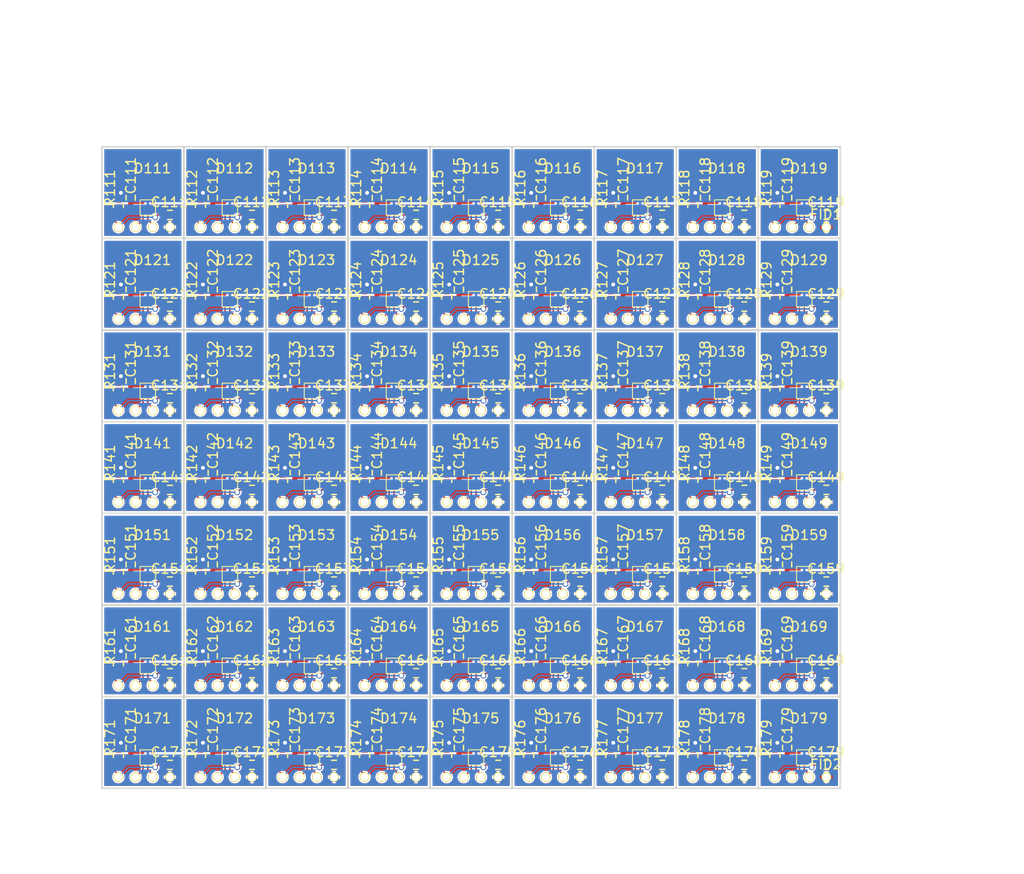
<source format=kicad_pcb>
(kicad_pcb (version 20171130) (host pcbnew 5.0.0-rc2-dev-unknown-0f0d9af~63~ubuntu16.04.1)
  (layers (0 F.Cu signal) (31 B.Cu signal) (34 B.Paste user) (35 F.Paste user) (36 B.SilkS user) (37 F.SilkS user) (38 B.Mask user) (39 F.Mask user) (44 Edge.Cuts user))
  (net 0 "")
  (net 1 GND)
  (net 2 +3V3)
  (net 3 "Net-(R1-Pad2)")
  (net 4 "Net-(D1-Pad1)")
  (net 5 "Net-(D1-Pad2)")
  (net 6 "Net-(J2-Pad1)")
  (net 7 "Net-(J1-Pad1)")
  (module Capacitors_SMD:C_0402 (layer F.Cu) (at 237.057 150.3415 180)
    (fp_text reference FID2 (at 0.05 1.318 180) (layer F.SilkS))
    (fp_text value Fiducial)
    (pad 1 smd rect (at -0.55 0 180) (size 0.6 0.5) (layers F.Cu F.Paste F.Mask) (net 1 GND))
    (pad 2 smd rect (at 0.55 0 180) (size 0.6 0.5) (layers F.Cu F.Paste F.Mask) (net 2 +3V3))
  )
  (module Capacitors_SMD:C_0402 (layer F.Cu) (at 237.05 93.338 180)
    (fp_text reference FID1 (at 0.05 1.318 180) (layer F.SilkS))
    (fp_text value Fiducial)
    (pad 2 smd rect (at 0.55 0 180) (size 0.6 0.5) (layers F.Cu F.Paste F.Mask) (net 2 +3V3))
    (pad 1 smd rect (at -0.55 0 180) (size 0.6 0.5) (layers F.Cu F.Paste F.Mask) (net 1 GND))
  )
  (module TS4231:BPW34 (layer F.Cu) (at 234.256 144.242 180)
    (fp_text reference D179 (at -0.994 -0.008 180) (layer F.SilkS))
    (fp_text value BPW34)
    (pad 1 smd rect (at -3.1 0 180) (size 1.4 2) (layers F.Cu F.Paste F.Mask) (net 4 "Net-(D1-Pad1)"))
    (pad 2 smd rect (at 3.1 0 180) (size 1.4 2) (layers F.Cu F.Paste F.Mask) (net 5 "Net-(D1-Pad2)"))
  )
  (module TS4231:BPW34 (layer F.Cu) (at 234.256 134.742 180)
    (fp_text reference D169 (at -0.994 -0.008 180) (layer F.SilkS))
    (fp_text value BPW34)
    (pad 1 smd rect (at -3.1 0 180) (size 1.4 2) (layers F.Cu F.Paste F.Mask) (net 4 "Net-(D1-Pad1)"))
    (pad 2 smd rect (at 3.1 0 180) (size 1.4 2) (layers F.Cu F.Paste F.Mask) (net 5 "Net-(D1-Pad2)"))
  )
  (module TS4231:BPW34 (layer F.Cu) (at 234.256 125.242 180)
    (fp_text reference D159 (at -0.994 -0.008 180) (layer F.SilkS))
    (fp_text value BPW34)
    (pad 1 smd rect (at -3.1 0 180) (size 1.4 2) (layers F.Cu F.Paste F.Mask) (net 4 "Net-(D1-Pad1)"))
    (pad 2 smd rect (at 3.1 0 180) (size 1.4 2) (layers F.Cu F.Paste F.Mask) (net 5 "Net-(D1-Pad2)"))
  )
  (module TS4231:BPW34 (layer F.Cu) (at 234.256 115.742 180)
    (fp_text reference D149 (at -0.994 -0.008 180) (layer F.SilkS))
    (fp_text value BPW34)
    (pad 1 smd rect (at -3.1 0 180) (size 1.4 2) (layers F.Cu F.Paste F.Mask) (net 4 "Net-(D1-Pad1)"))
    (pad 2 smd rect (at 3.1 0 180) (size 1.4 2) (layers F.Cu F.Paste F.Mask) (net 5 "Net-(D1-Pad2)"))
  )
  (module TS4231:BPW34 (layer F.Cu) (at 234.256 106.242 180)
    (fp_text reference D139 (at -0.994 -0.008 180) (layer F.SilkS))
    (fp_text value BPW34)
    (pad 1 smd rect (at -3.1 0 180) (size 1.4 2) (layers F.Cu F.Paste F.Mask) (net 4 "Net-(D1-Pad1)"))
    (pad 2 smd rect (at 3.1 0 180) (size 1.4 2) (layers F.Cu F.Paste F.Mask) (net 5 "Net-(D1-Pad2)"))
  )
  (module TS4231:BPW34 (layer F.Cu) (at 234.256 96.742 180)
    (fp_text reference D129 (at -0.994 -0.008 180) (layer F.SilkS))
    (fp_text value BPW34)
    (pad 1 smd rect (at -3.1 0 180) (size 1.4 2) (layers F.Cu F.Paste F.Mask) (net 4 "Net-(D1-Pad1)"))
    (pad 2 smd rect (at 3.1 0 180) (size 1.4 2) (layers F.Cu F.Paste F.Mask) (net 5 "Net-(D1-Pad2)"))
  )
  (module TS4231:BPW34 (layer F.Cu) (at 234.256 87.242 180)
    (fp_text reference D119 (at -0.994 -0.008 180) (layer F.SilkS))
    (fp_text value BPW34)
    (pad 1 smd rect (at -3.1 0 180) (size 1.4 2) (layers F.Cu F.Paste F.Mask) (net 4 "Net-(D1-Pad1)"))
    (pad 2 smd rect (at 3.1 0 180) (size 1.4 2) (layers F.Cu F.Paste F.Mask) (net 5 "Net-(D1-Pad2)"))
  )
  (module TS4231:BPW34 (layer F.Cu) (at 225.756 144.242 180)
    (fp_text reference D178 (at -0.994 -0.008 180) (layer F.SilkS))
    (fp_text value BPW34)
    (pad 1 smd rect (at -3.1 0 180) (size 1.4 2) (layers F.Cu F.Paste F.Mask) (net 4 "Net-(D1-Pad1)"))
    (pad 2 smd rect (at 3.1 0 180) (size 1.4 2) (layers F.Cu F.Paste F.Mask) (net 5 "Net-(D1-Pad2)"))
  )
  (module TS4231:BPW34 (layer F.Cu) (at 225.756 134.742 180)
    (fp_text reference D168 (at -0.994 -0.008 180) (layer F.SilkS))
    (fp_text value BPW34)
    (pad 1 smd rect (at -3.1 0 180) (size 1.4 2) (layers F.Cu F.Paste F.Mask) (net 4 "Net-(D1-Pad1)"))
    (pad 2 smd rect (at 3.1 0 180) (size 1.4 2) (layers F.Cu F.Paste F.Mask) (net 5 "Net-(D1-Pad2)"))
  )
  (module TS4231:BPW34 (layer F.Cu) (at 225.756 125.242 180)
    (fp_text reference D158 (at -0.994 -0.008 180) (layer F.SilkS))
    (fp_text value BPW34)
    (pad 1 smd rect (at -3.1 0 180) (size 1.4 2) (layers F.Cu F.Paste F.Mask) (net 4 "Net-(D1-Pad1)"))
    (pad 2 smd rect (at 3.1 0 180) (size 1.4 2) (layers F.Cu F.Paste F.Mask) (net 5 "Net-(D1-Pad2)"))
  )
  (module TS4231:BPW34 (layer F.Cu) (at 225.756 115.742 180)
    (fp_text reference D148 (at -0.994 -0.008 180) (layer F.SilkS))
    (fp_text value BPW34)
    (pad 1 smd rect (at -3.1 0 180) (size 1.4 2) (layers F.Cu F.Paste F.Mask) (net 4 "Net-(D1-Pad1)"))
    (pad 2 smd rect (at 3.1 0 180) (size 1.4 2) (layers F.Cu F.Paste F.Mask) (net 5 "Net-(D1-Pad2)"))
  )
  (module TS4231:BPW34 (layer F.Cu) (at 225.756 106.242 180)
    (fp_text reference D138 (at -0.994 -0.008 180) (layer F.SilkS))
    (fp_text value BPW34)
    (pad 1 smd rect (at -3.1 0 180) (size 1.4 2) (layers F.Cu F.Paste F.Mask) (net 4 "Net-(D1-Pad1)"))
    (pad 2 smd rect (at 3.1 0 180) (size 1.4 2) (layers F.Cu F.Paste F.Mask) (net 5 "Net-(D1-Pad2)"))
  )
  (module TS4231:BPW34 (layer F.Cu) (at 225.756 96.742 180)
    (fp_text reference D128 (at -0.994 -0.008 180) (layer F.SilkS))
    (fp_text value BPW34)
    (pad 1 smd rect (at -3.1 0 180) (size 1.4 2) (layers F.Cu F.Paste F.Mask) (net 4 "Net-(D1-Pad1)"))
    (pad 2 smd rect (at 3.1 0 180) (size 1.4 2) (layers F.Cu F.Paste F.Mask) (net 5 "Net-(D1-Pad2)"))
  )
  (module TS4231:BPW34 (layer F.Cu) (at 225.756 87.242 180)
    (fp_text reference D118 (at -0.994 -0.008 180) (layer F.SilkS))
    (fp_text value BPW34)
    (pad 1 smd rect (at -3.1 0 180) (size 1.4 2) (layers F.Cu F.Paste F.Mask) (net 4 "Net-(D1-Pad1)"))
    (pad 2 smd rect (at 3.1 0 180) (size 1.4 2) (layers F.Cu F.Paste F.Mask) (net 5 "Net-(D1-Pad2)"))
  )
  (module TS4231:BPW34 (layer F.Cu) (at 217.256 144.242 180)
    (fp_text reference D177 (at -0.994 -0.008 180) (layer F.SilkS))
    (fp_text value BPW34)
    (pad 1 smd rect (at -3.1 0 180) (size 1.4 2) (layers F.Cu F.Paste F.Mask) (net 4 "Net-(D1-Pad1)"))
    (pad 2 smd rect (at 3.1 0 180) (size 1.4 2) (layers F.Cu F.Paste F.Mask) (net 5 "Net-(D1-Pad2)"))
  )
  (module TS4231:BPW34 (layer F.Cu) (at 217.256 134.742 180)
    (fp_text reference D167 (at -0.994 -0.008 180) (layer F.SilkS))
    (fp_text value BPW34)
    (pad 1 smd rect (at -3.1 0 180) (size 1.4 2) (layers F.Cu F.Paste F.Mask) (net 4 "Net-(D1-Pad1)"))
    (pad 2 smd rect (at 3.1 0 180) (size 1.4 2) (layers F.Cu F.Paste F.Mask) (net 5 "Net-(D1-Pad2)"))
  )
  (module TS4231:BPW34 (layer F.Cu) (at 217.256 125.242 180)
    (fp_text reference D157 (at -0.994 -0.008 180) (layer F.SilkS))
    (fp_text value BPW34)
    (pad 1 smd rect (at -3.1 0 180) (size 1.4 2) (layers F.Cu F.Paste F.Mask) (net 4 "Net-(D1-Pad1)"))
    (pad 2 smd rect (at 3.1 0 180) (size 1.4 2) (layers F.Cu F.Paste F.Mask) (net 5 "Net-(D1-Pad2)"))
  )
  (module TS4231:BPW34 (layer F.Cu) (at 217.256 115.742 180)
    (fp_text reference D147 (at -0.994 -0.008 180) (layer F.SilkS))
    (fp_text value BPW34)
    (pad 1 smd rect (at -3.1 0 180) (size 1.4 2) (layers F.Cu F.Paste F.Mask) (net 4 "Net-(D1-Pad1)"))
    (pad 2 smd rect (at 3.1 0 180) (size 1.4 2) (layers F.Cu F.Paste F.Mask) (net 5 "Net-(D1-Pad2)"))
  )
  (module TS4231:BPW34 (layer F.Cu) (at 217.256 106.242 180)
    (fp_text reference D137 (at -0.994 -0.008 180) (layer F.SilkS))
    (fp_text value BPW34)
    (pad 1 smd rect (at -3.1 0 180) (size 1.4 2) (layers F.Cu F.Paste F.Mask) (net 4 "Net-(D1-Pad1)"))
    (pad 2 smd rect (at 3.1 0 180) (size 1.4 2) (layers F.Cu F.Paste F.Mask) (net 5 "Net-(D1-Pad2)"))
  )
  (module TS4231:BPW34 (layer F.Cu) (at 217.256 96.742 180)
    (fp_text reference D127 (at -0.994 -0.008 180) (layer F.SilkS))
    (fp_text value BPW34)
    (pad 1 smd rect (at -3.1 0 180) (size 1.4 2) (layers F.Cu F.Paste F.Mask) (net 4 "Net-(D1-Pad1)"))
    (pad 2 smd rect (at 3.1 0 180) (size 1.4 2) (layers F.Cu F.Paste F.Mask) (net 5 "Net-(D1-Pad2)"))
  )
  (module TS4231:BPW34 (layer F.Cu) (at 217.256 87.242 180)
    (fp_text reference D117 (at -0.994 -0.008 180) (layer F.SilkS))
    (fp_text value BPW34)
    (pad 1 smd rect (at -3.1 0 180) (size 1.4 2) (layers F.Cu F.Paste F.Mask) (net 4 "Net-(D1-Pad1)"))
    (pad 2 smd rect (at 3.1 0 180) (size 1.4 2) (layers F.Cu F.Paste F.Mask) (net 5 "Net-(D1-Pad2)"))
  )
  (module TS4231:BPW34 (layer F.Cu) (at 208.756 144.242 180)
    (fp_text reference D176 (at -0.994 -0.008 180) (layer F.SilkS))
    (fp_text value BPW34)
    (pad 1 smd rect (at -3.1 0 180) (size 1.4 2) (layers F.Cu F.Paste F.Mask) (net 4 "Net-(D1-Pad1)"))
    (pad 2 smd rect (at 3.1 0 180) (size 1.4 2) (layers F.Cu F.Paste F.Mask) (net 5 "Net-(D1-Pad2)"))
  )
  (module TS4231:BPW34 (layer F.Cu) (at 208.756 134.742 180)
    (fp_text reference D166 (at -0.994 -0.008 180) (layer F.SilkS))
    (fp_text value BPW34)
    (pad 1 smd rect (at -3.1 0 180) (size 1.4 2) (layers F.Cu F.Paste F.Mask) (net 4 "Net-(D1-Pad1)"))
    (pad 2 smd rect (at 3.1 0 180) (size 1.4 2) (layers F.Cu F.Paste F.Mask) (net 5 "Net-(D1-Pad2)"))
  )
  (module TS4231:BPW34 (layer F.Cu) (at 208.756 125.242 180)
    (fp_text reference D156 (at -0.994 -0.008 180) (layer F.SilkS))
    (fp_text value BPW34)
    (pad 1 smd rect (at -3.1 0 180) (size 1.4 2) (layers F.Cu F.Paste F.Mask) (net 4 "Net-(D1-Pad1)"))
    (pad 2 smd rect (at 3.1 0 180) (size 1.4 2) (layers F.Cu F.Paste F.Mask) (net 5 "Net-(D1-Pad2)"))
  )
  (module TS4231:BPW34 (layer F.Cu) (at 208.756 115.742 180)
    (fp_text reference D146 (at -0.994 -0.008 180) (layer F.SilkS))
    (fp_text value BPW34)
    (pad 1 smd rect (at -3.1 0 180) (size 1.4 2) (layers F.Cu F.Paste F.Mask) (net 4 "Net-(D1-Pad1)"))
    (pad 2 smd rect (at 3.1 0 180) (size 1.4 2) (layers F.Cu F.Paste F.Mask) (net 5 "Net-(D1-Pad2)"))
  )
  (module TS4231:BPW34 (layer F.Cu) (at 208.756 106.242 180)
    (fp_text reference D136 (at -0.994 -0.008 180) (layer F.SilkS))
    (fp_text value BPW34)
    (pad 1 smd rect (at -3.1 0 180) (size 1.4 2) (layers F.Cu F.Paste F.Mask) (net 4 "Net-(D1-Pad1)"))
    (pad 2 smd rect (at 3.1 0 180) (size 1.4 2) (layers F.Cu F.Paste F.Mask) (net 5 "Net-(D1-Pad2)"))
  )
  (module TS4231:BPW34 (layer F.Cu) (at 208.756 96.742 180)
    (fp_text reference D126 (at -0.994 -0.008 180) (layer F.SilkS))
    (fp_text value BPW34)
    (pad 1 smd rect (at -3.1 0 180) (size 1.4 2) (layers F.Cu F.Paste F.Mask) (net 4 "Net-(D1-Pad1)"))
    (pad 2 smd rect (at 3.1 0 180) (size 1.4 2) (layers F.Cu F.Paste F.Mask) (net 5 "Net-(D1-Pad2)"))
  )
  (module TS4231:BPW34 (layer F.Cu) (at 208.756 87.242 180)
    (fp_text reference D116 (at -0.994 -0.008 180) (layer F.SilkS))
    (fp_text value BPW34)
    (pad 1 smd rect (at -3.1 0 180) (size 1.4 2) (layers F.Cu F.Paste F.Mask) (net 4 "Net-(D1-Pad1)"))
    (pad 2 smd rect (at 3.1 0 180) (size 1.4 2) (layers F.Cu F.Paste F.Mask) (net 5 "Net-(D1-Pad2)"))
  )
  (module TS4231:BPW34 (layer F.Cu) (at 200.256 144.242 180)
    (fp_text reference D175 (at -0.994 -0.008 180) (layer F.SilkS))
    (fp_text value BPW34)
    (pad 1 smd rect (at -3.1 0 180) (size 1.4 2) (layers F.Cu F.Paste F.Mask) (net 4 "Net-(D1-Pad1)"))
    (pad 2 smd rect (at 3.1 0 180) (size 1.4 2) (layers F.Cu F.Paste F.Mask) (net 5 "Net-(D1-Pad2)"))
  )
  (module TS4231:BPW34 (layer F.Cu) (at 200.256 134.742 180)
    (fp_text reference D165 (at -0.994 -0.008 180) (layer F.SilkS))
    (fp_text value BPW34)
    (pad 1 smd rect (at -3.1 0 180) (size 1.4 2) (layers F.Cu F.Paste F.Mask) (net 4 "Net-(D1-Pad1)"))
    (pad 2 smd rect (at 3.1 0 180) (size 1.4 2) (layers F.Cu F.Paste F.Mask) (net 5 "Net-(D1-Pad2)"))
  )
  (module TS4231:BPW34 (layer F.Cu) (at 200.256 125.242 180)
    (fp_text reference D155 (at -0.994 -0.008 180) (layer F.SilkS))
    (fp_text value BPW34)
    (pad 1 smd rect (at -3.1 0 180) (size 1.4 2) (layers F.Cu F.Paste F.Mask) (net 4 "Net-(D1-Pad1)"))
    (pad 2 smd rect (at 3.1 0 180) (size 1.4 2) (layers F.Cu F.Paste F.Mask) (net 5 "Net-(D1-Pad2)"))
  )
  (module TS4231:BPW34 (layer F.Cu) (at 200.256 115.742 180)
    (fp_text reference D145 (at -0.994 -0.008 180) (layer F.SilkS))
    (fp_text value BPW34)
    (pad 1 smd rect (at -3.1 0 180) (size 1.4 2) (layers F.Cu F.Paste F.Mask) (net 4 "Net-(D1-Pad1)"))
    (pad 2 smd rect (at 3.1 0 180) (size 1.4 2) (layers F.Cu F.Paste F.Mask) (net 5 "Net-(D1-Pad2)"))
  )
  (module TS4231:BPW34 (layer F.Cu) (at 200.256 106.242 180)
    (fp_text reference D135 (at -0.994 -0.008 180) (layer F.SilkS))
    (fp_text value BPW34)
    (pad 1 smd rect (at -3.1 0 180) (size 1.4 2) (layers F.Cu F.Paste F.Mask) (net 4 "Net-(D1-Pad1)"))
    (pad 2 smd rect (at 3.1 0 180) (size 1.4 2) (layers F.Cu F.Paste F.Mask) (net 5 "Net-(D1-Pad2)"))
  )
  (module TS4231:BPW34 (layer F.Cu) (at 200.256 96.742 180)
    (fp_text reference D125 (at -0.994 -0.008 180) (layer F.SilkS))
    (fp_text value BPW34)
    (pad 1 smd rect (at -3.1 0 180) (size 1.4 2) (layers F.Cu F.Paste F.Mask) (net 4 "Net-(D1-Pad1)"))
    (pad 2 smd rect (at 3.1 0 180) (size 1.4 2) (layers F.Cu F.Paste F.Mask) (net 5 "Net-(D1-Pad2)"))
  )
  (module TS4231:BPW34 (layer F.Cu) (at 200.256 87.242 180)
    (fp_text reference D115 (at -0.994 -0.008 180) (layer F.SilkS))
    (fp_text value BPW34)
    (pad 1 smd rect (at -3.1 0 180) (size 1.4 2) (layers F.Cu F.Paste F.Mask) (net 4 "Net-(D1-Pad1)"))
    (pad 2 smd rect (at 3.1 0 180) (size 1.4 2) (layers F.Cu F.Paste F.Mask) (net 5 "Net-(D1-Pad2)"))
  )
  (module TS4231:BPW34 (layer F.Cu) (at 191.756 144.242 180)
    (fp_text reference D174 (at -0.994 -0.008 180) (layer F.SilkS))
    (fp_text value BPW34)
    (pad 1 smd rect (at -3.1 0 180) (size 1.4 2) (layers F.Cu F.Paste F.Mask) (net 4 "Net-(D1-Pad1)"))
    (pad 2 smd rect (at 3.1 0 180) (size 1.4 2) (layers F.Cu F.Paste F.Mask) (net 5 "Net-(D1-Pad2)"))
  )
  (module TS4231:BPW34 (layer F.Cu) (at 191.756 134.742 180)
    (fp_text reference D164 (at -0.994 -0.008 180) (layer F.SilkS))
    (fp_text value BPW34)
    (pad 1 smd rect (at -3.1 0 180) (size 1.4 2) (layers F.Cu F.Paste F.Mask) (net 4 "Net-(D1-Pad1)"))
    (pad 2 smd rect (at 3.1 0 180) (size 1.4 2) (layers F.Cu F.Paste F.Mask) (net 5 "Net-(D1-Pad2)"))
  )
  (module TS4231:BPW34 (layer F.Cu) (at 191.756 125.242 180)
    (fp_text reference D154 (at -0.994 -0.008 180) (layer F.SilkS))
    (fp_text value BPW34)
    (pad 1 smd rect (at -3.1 0 180) (size 1.4 2) (layers F.Cu F.Paste F.Mask) (net 4 "Net-(D1-Pad1)"))
    (pad 2 smd rect (at 3.1 0 180) (size 1.4 2) (layers F.Cu F.Paste F.Mask) (net 5 "Net-(D1-Pad2)"))
  )
  (module TS4231:BPW34 (layer F.Cu) (at 191.756 115.742 180)
    (fp_text reference D144 (at -0.994 -0.008 180) (layer F.SilkS))
    (fp_text value BPW34)
    (pad 1 smd rect (at -3.1 0 180) (size 1.4 2) (layers F.Cu F.Paste F.Mask) (net 4 "Net-(D1-Pad1)"))
    (pad 2 smd rect (at 3.1 0 180) (size 1.4 2) (layers F.Cu F.Paste F.Mask) (net 5 "Net-(D1-Pad2)"))
  )
  (module TS4231:BPW34 (layer F.Cu) (at 191.756 106.242 180)
    (fp_text reference D134 (at -0.994 -0.008 180) (layer F.SilkS))
    (fp_text value BPW34)
    (pad 1 smd rect (at -3.1 0 180) (size 1.4 2) (layers F.Cu F.Paste F.Mask) (net 4 "Net-(D1-Pad1)"))
    (pad 2 smd rect (at 3.1 0 180) (size 1.4 2) (layers F.Cu F.Paste F.Mask) (net 5 "Net-(D1-Pad2)"))
  )
  (module TS4231:BPW34 (layer F.Cu) (at 191.756 96.742 180)
    (fp_text reference D124 (at -0.994 -0.008 180) (layer F.SilkS))
    (fp_text value BPW34)
    (pad 1 smd rect (at -3.1 0 180) (size 1.4 2) (layers F.Cu F.Paste F.Mask) (net 4 "Net-(D1-Pad1)"))
    (pad 2 smd rect (at 3.1 0 180) (size 1.4 2) (layers F.Cu F.Paste F.Mask) (net 5 "Net-(D1-Pad2)"))
  )
  (module TS4231:BPW34 (layer F.Cu) (at 191.756 87.242 180)
    (fp_text reference D114 (at -0.994 -0.008 180) (layer F.SilkS))
    (fp_text value BPW34)
    (pad 1 smd rect (at -3.1 0 180) (size 1.4 2) (layers F.Cu F.Paste F.Mask) (net 4 "Net-(D1-Pad1)"))
    (pad 2 smd rect (at 3.1 0 180) (size 1.4 2) (layers F.Cu F.Paste F.Mask) (net 5 "Net-(D1-Pad2)"))
  )
  (module TS4231:BPW34 (layer F.Cu) (at 183.256 144.242 180)
    (fp_text reference D173 (at -0.994 -0.008 180) (layer F.SilkS))
    (fp_text value BPW34)
    (pad 1 smd rect (at -3.1 0 180) (size 1.4 2) (layers F.Cu F.Paste F.Mask) (net 4 "Net-(D1-Pad1)"))
    (pad 2 smd rect (at 3.1 0 180) (size 1.4 2) (layers F.Cu F.Paste F.Mask) (net 5 "Net-(D1-Pad2)"))
  )
  (module TS4231:BPW34 (layer F.Cu) (at 183.256 134.742 180)
    (fp_text reference D163 (at -0.994 -0.008 180) (layer F.SilkS))
    (fp_text value BPW34)
    (pad 1 smd rect (at -3.1 0 180) (size 1.4 2) (layers F.Cu F.Paste F.Mask) (net 4 "Net-(D1-Pad1)"))
    (pad 2 smd rect (at 3.1 0 180) (size 1.4 2) (layers F.Cu F.Paste F.Mask) (net 5 "Net-(D1-Pad2)"))
  )
  (module TS4231:BPW34 (layer F.Cu) (at 183.256 125.242 180)
    (fp_text reference D153 (at -0.994 -0.008 180) (layer F.SilkS))
    (fp_text value BPW34)
    (pad 1 smd rect (at -3.1 0 180) (size 1.4 2) (layers F.Cu F.Paste F.Mask) (net 4 "Net-(D1-Pad1)"))
    (pad 2 smd rect (at 3.1 0 180) (size 1.4 2) (layers F.Cu F.Paste F.Mask) (net 5 "Net-(D1-Pad2)"))
  )
  (module TS4231:BPW34 (layer F.Cu) (at 183.256 115.742 180)
    (fp_text reference D143 (at -0.994 -0.008 180) (layer F.SilkS))
    (fp_text value BPW34)
    (pad 1 smd rect (at -3.1 0 180) (size 1.4 2) (layers F.Cu F.Paste F.Mask) (net 4 "Net-(D1-Pad1)"))
    (pad 2 smd rect (at 3.1 0 180) (size 1.4 2) (layers F.Cu F.Paste F.Mask) (net 5 "Net-(D1-Pad2)"))
  )
  (module TS4231:BPW34 (layer F.Cu) (at 183.256 106.242 180)
    (fp_text reference D133 (at -0.994 -0.008 180) (layer F.SilkS))
    (fp_text value BPW34)
    (pad 1 smd rect (at -3.1 0 180) (size 1.4 2) (layers F.Cu F.Paste F.Mask) (net 4 "Net-(D1-Pad1)"))
    (pad 2 smd rect (at 3.1 0 180) (size 1.4 2) (layers F.Cu F.Paste F.Mask) (net 5 "Net-(D1-Pad2)"))
  )
  (module TS4231:BPW34 (layer F.Cu) (at 183.256 96.742 180)
    (fp_text reference D123 (at -0.994 -0.008 180) (layer F.SilkS))
    (fp_text value BPW34)
    (pad 1 smd rect (at -3.1 0 180) (size 1.4 2) (layers F.Cu F.Paste F.Mask) (net 4 "Net-(D1-Pad1)"))
    (pad 2 smd rect (at 3.1 0 180) (size 1.4 2) (layers F.Cu F.Paste F.Mask) (net 5 "Net-(D1-Pad2)"))
  )
  (module TS4231:BPW34 (layer F.Cu) (at 183.256 87.242 180)
    (fp_text reference D113 (at -0.994 -0.008 180) (layer F.SilkS))
    (fp_text value BPW34)
    (pad 1 smd rect (at -3.1 0 180) (size 1.4 2) (layers F.Cu F.Paste F.Mask) (net 4 "Net-(D1-Pad1)"))
    (pad 2 smd rect (at 3.1 0 180) (size 1.4 2) (layers F.Cu F.Paste F.Mask) (net 5 "Net-(D1-Pad2)"))
  )
  (module TS4231:BPW34 (layer F.Cu) (at 174.756 144.242 180)
    (fp_text reference D172 (at -0.994 -0.008 180) (layer F.SilkS))
    (fp_text value BPW34)
    (pad 1 smd rect (at -3.1 0 180) (size 1.4 2) (layers F.Cu F.Paste F.Mask) (net 4 "Net-(D1-Pad1)"))
    (pad 2 smd rect (at 3.1 0 180) (size 1.4 2) (layers F.Cu F.Paste F.Mask) (net 5 "Net-(D1-Pad2)"))
  )
  (module TS4231:BPW34 (layer F.Cu) (at 174.756 134.742 180)
    (fp_text reference D162 (at -0.994 -0.008 180) (layer F.SilkS))
    (fp_text value BPW34)
    (pad 1 smd rect (at -3.1 0 180) (size 1.4 2) (layers F.Cu F.Paste F.Mask) (net 4 "Net-(D1-Pad1)"))
    (pad 2 smd rect (at 3.1 0 180) (size 1.4 2) (layers F.Cu F.Paste F.Mask) (net 5 "Net-(D1-Pad2)"))
  )
  (module TS4231:BPW34 (layer F.Cu) (at 174.756 125.242 180)
    (fp_text reference D152 (at -0.994 -0.008 180) (layer F.SilkS))
    (fp_text value BPW34)
    (pad 1 smd rect (at -3.1 0 180) (size 1.4 2) (layers F.Cu F.Paste F.Mask) (net 4 "Net-(D1-Pad1)"))
    (pad 2 smd rect (at 3.1 0 180) (size 1.4 2) (layers F.Cu F.Paste F.Mask) (net 5 "Net-(D1-Pad2)"))
  )
  (module TS4231:BPW34 (layer F.Cu) (at 174.756 115.742 180)
    (fp_text reference D142 (at -0.994 -0.008 180) (layer F.SilkS))
    (fp_text value BPW34)
    (pad 1 smd rect (at -3.1 0 180) (size 1.4 2) (layers F.Cu F.Paste F.Mask) (net 4 "Net-(D1-Pad1)"))
    (pad 2 smd rect (at 3.1 0 180) (size 1.4 2) (layers F.Cu F.Paste F.Mask) (net 5 "Net-(D1-Pad2)"))
  )
  (module TS4231:BPW34 (layer F.Cu) (at 174.756 106.242 180)
    (fp_text reference D132 (at -0.994 -0.008 180) (layer F.SilkS))
    (fp_text value BPW34)
    (pad 1 smd rect (at -3.1 0 180) (size 1.4 2) (layers F.Cu F.Paste F.Mask) (net 4 "Net-(D1-Pad1)"))
    (pad 2 smd rect (at 3.1 0 180) (size 1.4 2) (layers F.Cu F.Paste F.Mask) (net 5 "Net-(D1-Pad2)"))
  )
  (module TS4231:BPW34 (layer F.Cu) (at 174.756 96.742 180)
    (fp_text reference D122 (at -0.994 -0.008 180) (layer F.SilkS))
    (fp_text value BPW34)
    (pad 1 smd rect (at -3.1 0 180) (size 1.4 2) (layers F.Cu F.Paste F.Mask) (net 4 "Net-(D1-Pad1)"))
    (pad 2 smd rect (at 3.1 0 180) (size 1.4 2) (layers F.Cu F.Paste F.Mask) (net 5 "Net-(D1-Pad2)"))
  )
  (module TS4231:BPW34 (layer F.Cu) (at 174.756 87.242 180)
    (fp_text reference D112 (at -0.994 -0.008 180) (layer F.SilkS))
    (fp_text value BPW34)
    (pad 1 smd rect (at -3.1 0 180) (size 1.4 2) (layers F.Cu F.Paste F.Mask) (net 4 "Net-(D1-Pad1)"))
    (pad 2 smd rect (at 3.1 0 180) (size 1.4 2) (layers F.Cu F.Paste F.Mask) (net 5 "Net-(D1-Pad2)"))
  )
  (module TS4231:BPW34 (layer F.Cu) (at 166.256 144.242 180)
    (fp_text reference D171 (at -0.994 -0.008 180) (layer F.SilkS))
    (fp_text value BPW34)
    (pad 1 smd rect (at -3.1 0 180) (size 1.4 2) (layers F.Cu F.Paste F.Mask) (net 4 "Net-(D1-Pad1)"))
    (pad 2 smd rect (at 3.1 0 180) (size 1.4 2) (layers F.Cu F.Paste F.Mask) (net 5 "Net-(D1-Pad2)"))
  )
  (module TS4231:BPW34 (layer F.Cu) (at 166.256 134.742 180)
    (fp_text reference D161 (at -0.994 -0.008 180) (layer F.SilkS))
    (fp_text value BPW34)
    (pad 1 smd rect (at -3.1 0 180) (size 1.4 2) (layers F.Cu F.Paste F.Mask) (net 4 "Net-(D1-Pad1)"))
    (pad 2 smd rect (at 3.1 0 180) (size 1.4 2) (layers F.Cu F.Paste F.Mask) (net 5 "Net-(D1-Pad2)"))
  )
  (module TS4231:BPW34 (layer F.Cu) (at 166.256 125.242 180)
    (fp_text reference D151 (at -0.994 -0.008 180) (layer F.SilkS))
    (fp_text value BPW34)
    (pad 1 smd rect (at -3.1 0 180) (size 1.4 2) (layers F.Cu F.Paste F.Mask) (net 4 "Net-(D1-Pad1)"))
    (pad 2 smd rect (at 3.1 0 180) (size 1.4 2) (layers F.Cu F.Paste F.Mask) (net 5 "Net-(D1-Pad2)"))
  )
  (module TS4231:BPW34 (layer F.Cu) (at 166.256 115.742 180)
    (fp_text reference D141 (at -0.994 -0.008 180) (layer F.SilkS))
    (fp_text value BPW34)
    (pad 1 smd rect (at -3.1 0 180) (size 1.4 2) (layers F.Cu F.Paste F.Mask) (net 4 "Net-(D1-Pad1)"))
    (pad 2 smd rect (at 3.1 0 180) (size 1.4 2) (layers F.Cu F.Paste F.Mask) (net 5 "Net-(D1-Pad2)"))
  )
  (module TS4231:BPW34 (layer F.Cu) (at 166.256 106.242 180)
    (fp_text reference D131 (at -0.994 -0.008 180) (layer F.SilkS))
    (fp_text value BPW34)
    (pad 1 smd rect (at -3.1 0 180) (size 1.4 2) (layers F.Cu F.Paste F.Mask) (net 4 "Net-(D1-Pad1)"))
    (pad 2 smd rect (at 3.1 0 180) (size 1.4 2) (layers F.Cu F.Paste F.Mask) (net 5 "Net-(D1-Pad2)"))
  )
  (module TS4231:BPW34 (layer F.Cu) (at 166.256 96.742 180)
    (fp_text reference D121 (at -0.994 -0.008 180) (layer F.SilkS))
    (fp_text value BPW34)
    (pad 1 smd rect (at -3.1 0 180) (size 1.4 2) (layers F.Cu F.Paste F.Mask) (net 4 "Net-(D1-Pad1)"))
    (pad 2 smd rect (at 3.1 0 180) (size 1.4 2) (layers F.Cu F.Paste F.Mask) (net 5 "Net-(D1-Pad2)"))
  )
  (module TS4231:TS4231 (layer F.Cu) (at 234.764 148.306)
    (fp_text reference TS4231179 hide)
    (fp_text value TS4231)
    (pad 5 smd circle (at 0 0) (size 0.262 0.262) (layers F.Cu F.Paste F.Mask) (net 1 GND))
    (pad 2 smd circle (at 0 -0.5) (size 0.262 0.262) (layers F.Cu F.Paste F.Mask) (net 5 "Net-(D1-Pad2)"))
    (pad 1 smd circle (at -0.5 -0.5) (size 0.262 0.262) (layers F.Cu F.Paste F.Mask) (net 2 +3V3))
    (pad 3 smd circle (at 0.5 -0.5) (size 0.262 0.262) (layers F.Cu F.Paste F.Mask) (net 4 "Net-(D1-Pad1)"))
    (pad 6 smd circle (at 0.5 0) (size 0.262 0.262) (layers F.Cu F.Paste F.Mask) (net 1 GND))
    (pad 4 smd circle (at -0.5 0) (size 0.262 0.262) (layers F.Cu F.Paste F.Mask) (net 3 "Net-(R1-Pad2)"))
    (pad 7 smd circle (at -0.5 0.5) (size 0.262 0.262) (layers F.Cu F.Paste F.Mask) (net 6 "Net-(J2-Pad1)"))
    (pad 8 smd circle (at 0 0.5) (size 0.262 0.262) (layers F.Cu F.Paste F.Mask) (net 7 "Net-(J1-Pad1)"))
    (pad 9 smd circle (at 0.5 0.5) (size 0.262 0.262) (layers F.Cu F.Paste F.Mask) (net 2 +3V3))
  )
  (module TS4231:TS4231 (layer F.Cu) (at 234.764 138.806)
    (fp_text reference TS4231169 hide)
    (fp_text value TS4231)
    (pad 5 smd circle (at 0 0) (size 0.262 0.262) (layers F.Cu F.Paste F.Mask) (net 1 GND))
    (pad 2 smd circle (at 0 -0.5) (size 0.262 0.262) (layers F.Cu F.Paste F.Mask) (net 5 "Net-(D1-Pad2)"))
    (pad 1 smd circle (at -0.5 -0.5) (size 0.262 0.262) (layers F.Cu F.Paste F.Mask) (net 2 +3V3))
    (pad 3 smd circle (at 0.5 -0.5) (size 0.262 0.262) (layers F.Cu F.Paste F.Mask) (net 4 "Net-(D1-Pad1)"))
    (pad 6 smd circle (at 0.5 0) (size 0.262 0.262) (layers F.Cu F.Paste F.Mask) (net 1 GND))
    (pad 4 smd circle (at -0.5 0) (size 0.262 0.262) (layers F.Cu F.Paste F.Mask) (net 3 "Net-(R1-Pad2)"))
    (pad 7 smd circle (at -0.5 0.5) (size 0.262 0.262) (layers F.Cu F.Paste F.Mask) (net 6 "Net-(J2-Pad1)"))
    (pad 8 smd circle (at 0 0.5) (size 0.262 0.262) (layers F.Cu F.Paste F.Mask) (net 7 "Net-(J1-Pad1)"))
    (pad 9 smd circle (at 0.5 0.5) (size 0.262 0.262) (layers F.Cu F.Paste F.Mask) (net 2 +3V3))
  )
  (module TS4231:TS4231 (layer F.Cu) (at 234.764 129.306)
    (fp_text reference TS4231159 hide)
    (fp_text value TS4231)
    (pad 5 smd circle (at 0 0) (size 0.262 0.262) (layers F.Cu F.Paste F.Mask) (net 1 GND))
    (pad 2 smd circle (at 0 -0.5) (size 0.262 0.262) (layers F.Cu F.Paste F.Mask) (net 5 "Net-(D1-Pad2)"))
    (pad 1 smd circle (at -0.5 -0.5) (size 0.262 0.262) (layers F.Cu F.Paste F.Mask) (net 2 +3V3))
    (pad 3 smd circle (at 0.5 -0.5) (size 0.262 0.262) (layers F.Cu F.Paste F.Mask) (net 4 "Net-(D1-Pad1)"))
    (pad 6 smd circle (at 0.5 0) (size 0.262 0.262) (layers F.Cu F.Paste F.Mask) (net 1 GND))
    (pad 4 smd circle (at -0.5 0) (size 0.262 0.262) (layers F.Cu F.Paste F.Mask) (net 3 "Net-(R1-Pad2)"))
    (pad 7 smd circle (at -0.5 0.5) (size 0.262 0.262) (layers F.Cu F.Paste F.Mask) (net 6 "Net-(J2-Pad1)"))
    (pad 8 smd circle (at 0 0.5) (size 0.262 0.262) (layers F.Cu F.Paste F.Mask) (net 7 "Net-(J1-Pad1)"))
    (pad 9 smd circle (at 0.5 0.5) (size 0.262 0.262) (layers F.Cu F.Paste F.Mask) (net 2 +3V3))
  )
  (module TS4231:TS4231 (layer F.Cu) (at 234.764 119.806)
    (fp_text reference TS4231149 hide)
    (fp_text value TS4231)
    (pad 5 smd circle (at 0 0) (size 0.262 0.262) (layers F.Cu F.Paste F.Mask) (net 1 GND))
    (pad 2 smd circle (at 0 -0.5) (size 0.262 0.262) (layers F.Cu F.Paste F.Mask) (net 5 "Net-(D1-Pad2)"))
    (pad 1 smd circle (at -0.5 -0.5) (size 0.262 0.262) (layers F.Cu F.Paste F.Mask) (net 2 +3V3))
    (pad 3 smd circle (at 0.5 -0.5) (size 0.262 0.262) (layers F.Cu F.Paste F.Mask) (net 4 "Net-(D1-Pad1)"))
    (pad 6 smd circle (at 0.5 0) (size 0.262 0.262) (layers F.Cu F.Paste F.Mask) (net 1 GND))
    (pad 4 smd circle (at -0.5 0) (size 0.262 0.262) (layers F.Cu F.Paste F.Mask) (net 3 "Net-(R1-Pad2)"))
    (pad 7 smd circle (at -0.5 0.5) (size 0.262 0.262) (layers F.Cu F.Paste F.Mask) (net 6 "Net-(J2-Pad1)"))
    (pad 8 smd circle (at 0 0.5) (size 0.262 0.262) (layers F.Cu F.Paste F.Mask) (net 7 "Net-(J1-Pad1)"))
    (pad 9 smd circle (at 0.5 0.5) (size 0.262 0.262) (layers F.Cu F.Paste F.Mask) (net 2 +3V3))
  )
  (module TS4231:TS4231 (layer F.Cu) (at 234.764 110.306)
    (fp_text reference TS4231139 hide)
    (fp_text value TS4231)
    (pad 5 smd circle (at 0 0) (size 0.262 0.262) (layers F.Cu F.Paste F.Mask) (net 1 GND))
    (pad 2 smd circle (at 0 -0.5) (size 0.262 0.262) (layers F.Cu F.Paste F.Mask) (net 5 "Net-(D1-Pad2)"))
    (pad 1 smd circle (at -0.5 -0.5) (size 0.262 0.262) (layers F.Cu F.Paste F.Mask) (net 2 +3V3))
    (pad 3 smd circle (at 0.5 -0.5) (size 0.262 0.262) (layers F.Cu F.Paste F.Mask) (net 4 "Net-(D1-Pad1)"))
    (pad 6 smd circle (at 0.5 0) (size 0.262 0.262) (layers F.Cu F.Paste F.Mask) (net 1 GND))
    (pad 4 smd circle (at -0.5 0) (size 0.262 0.262) (layers F.Cu F.Paste F.Mask) (net 3 "Net-(R1-Pad2)"))
    (pad 7 smd circle (at -0.5 0.5) (size 0.262 0.262) (layers F.Cu F.Paste F.Mask) (net 6 "Net-(J2-Pad1)"))
    (pad 8 smd circle (at 0 0.5) (size 0.262 0.262) (layers F.Cu F.Paste F.Mask) (net 7 "Net-(J1-Pad1)"))
    (pad 9 smd circle (at 0.5 0.5) (size 0.262 0.262) (layers F.Cu F.Paste F.Mask) (net 2 +3V3))
  )
  (module TS4231:TS4231 (layer F.Cu) (at 234.764 100.806)
    (fp_text reference TS4231129 hide)
    (fp_text value TS4231)
    (pad 5 smd circle (at 0 0) (size 0.262 0.262) (layers F.Cu F.Paste F.Mask) (net 1 GND))
    (pad 2 smd circle (at 0 -0.5) (size 0.262 0.262) (layers F.Cu F.Paste F.Mask) (net 5 "Net-(D1-Pad2)"))
    (pad 1 smd circle (at -0.5 -0.5) (size 0.262 0.262) (layers F.Cu F.Paste F.Mask) (net 2 +3V3))
    (pad 3 smd circle (at 0.5 -0.5) (size 0.262 0.262) (layers F.Cu F.Paste F.Mask) (net 4 "Net-(D1-Pad1)"))
    (pad 6 smd circle (at 0.5 0) (size 0.262 0.262) (layers F.Cu F.Paste F.Mask) (net 1 GND))
    (pad 4 smd circle (at -0.5 0) (size 0.262 0.262) (layers F.Cu F.Paste F.Mask) (net 3 "Net-(R1-Pad2)"))
    (pad 7 smd circle (at -0.5 0.5) (size 0.262 0.262) (layers F.Cu F.Paste F.Mask) (net 6 "Net-(J2-Pad1)"))
    (pad 8 smd circle (at 0 0.5) (size 0.262 0.262) (layers F.Cu F.Paste F.Mask) (net 7 "Net-(J1-Pad1)"))
    (pad 9 smd circle (at 0.5 0.5) (size 0.262 0.262) (layers F.Cu F.Paste F.Mask) (net 2 +3V3))
  )
  (module TS4231:TS4231 (layer F.Cu) (at 234.764 91.306)
    (fp_text reference TS4231119 hide)
    (fp_text value TS4231)
    (pad 5 smd circle (at 0 0) (size 0.262 0.262) (layers F.Cu F.Paste F.Mask) (net 1 GND))
    (pad 2 smd circle (at 0 -0.5) (size 0.262 0.262) (layers F.Cu F.Paste F.Mask) (net 5 "Net-(D1-Pad2)"))
    (pad 1 smd circle (at -0.5 -0.5) (size 0.262 0.262) (layers F.Cu F.Paste F.Mask) (net 2 +3V3))
    (pad 3 smd circle (at 0.5 -0.5) (size 0.262 0.262) (layers F.Cu F.Paste F.Mask) (net 4 "Net-(D1-Pad1)"))
    (pad 6 smd circle (at 0.5 0) (size 0.262 0.262) (layers F.Cu F.Paste F.Mask) (net 1 GND))
    (pad 4 smd circle (at -0.5 0) (size 0.262 0.262) (layers F.Cu F.Paste F.Mask) (net 3 "Net-(R1-Pad2)"))
    (pad 7 smd circle (at -0.5 0.5) (size 0.262 0.262) (layers F.Cu F.Paste F.Mask) (net 6 "Net-(J2-Pad1)"))
    (pad 8 smd circle (at 0 0.5) (size 0.262 0.262) (layers F.Cu F.Paste F.Mask) (net 7 "Net-(J1-Pad1)"))
    (pad 9 smd circle (at 0.5 0.5) (size 0.262 0.262) (layers F.Cu F.Paste F.Mask) (net 2 +3V3))
  )
  (module TS4231:TS4231 (layer F.Cu) (at 226.264 148.306)
    (fp_text reference TS4231178 hide)
    (fp_text value TS4231)
    (pad 5 smd circle (at 0 0) (size 0.262 0.262) (layers F.Cu F.Paste F.Mask) (net 1 GND))
    (pad 2 smd circle (at 0 -0.5) (size 0.262 0.262) (layers F.Cu F.Paste F.Mask) (net 5 "Net-(D1-Pad2)"))
    (pad 1 smd circle (at -0.5 -0.5) (size 0.262 0.262) (layers F.Cu F.Paste F.Mask) (net 2 +3V3))
    (pad 3 smd circle (at 0.5 -0.5) (size 0.262 0.262) (layers F.Cu F.Paste F.Mask) (net 4 "Net-(D1-Pad1)"))
    (pad 6 smd circle (at 0.5 0) (size 0.262 0.262) (layers F.Cu F.Paste F.Mask) (net 1 GND))
    (pad 4 smd circle (at -0.5 0) (size 0.262 0.262) (layers F.Cu F.Paste F.Mask) (net 3 "Net-(R1-Pad2)"))
    (pad 7 smd circle (at -0.5 0.5) (size 0.262 0.262) (layers F.Cu F.Paste F.Mask) (net 6 "Net-(J2-Pad1)"))
    (pad 8 smd circle (at 0 0.5) (size 0.262 0.262) (layers F.Cu F.Paste F.Mask) (net 7 "Net-(J1-Pad1)"))
    (pad 9 smd circle (at 0.5 0.5) (size 0.262 0.262) (layers F.Cu F.Paste F.Mask) (net 2 +3V3))
  )
  (module TS4231:TS4231 (layer F.Cu) (at 226.264 138.806)
    (fp_text reference TS4231168 hide)
    (fp_text value TS4231)
    (pad 5 smd circle (at 0 0) (size 0.262 0.262) (layers F.Cu F.Paste F.Mask) (net 1 GND))
    (pad 2 smd circle (at 0 -0.5) (size 0.262 0.262) (layers F.Cu F.Paste F.Mask) (net 5 "Net-(D1-Pad2)"))
    (pad 1 smd circle (at -0.5 -0.5) (size 0.262 0.262) (layers F.Cu F.Paste F.Mask) (net 2 +3V3))
    (pad 3 smd circle (at 0.5 -0.5) (size 0.262 0.262) (layers F.Cu F.Paste F.Mask) (net 4 "Net-(D1-Pad1)"))
    (pad 6 smd circle (at 0.5 0) (size 0.262 0.262) (layers F.Cu F.Paste F.Mask) (net 1 GND))
    (pad 4 smd circle (at -0.5 0) (size 0.262 0.262) (layers F.Cu F.Paste F.Mask) (net 3 "Net-(R1-Pad2)"))
    (pad 7 smd circle (at -0.5 0.5) (size 0.262 0.262) (layers F.Cu F.Paste F.Mask) (net 6 "Net-(J2-Pad1)"))
    (pad 8 smd circle (at 0 0.5) (size 0.262 0.262) (layers F.Cu F.Paste F.Mask) (net 7 "Net-(J1-Pad1)"))
    (pad 9 smd circle (at 0.5 0.5) (size 0.262 0.262) (layers F.Cu F.Paste F.Mask) (net 2 +3V3))
  )
  (module TS4231:TS4231 (layer F.Cu) (at 226.264 129.306)
    (fp_text reference TS4231158 hide)
    (fp_text value TS4231)
    (pad 5 smd circle (at 0 0) (size 0.262 0.262) (layers F.Cu F.Paste F.Mask) (net 1 GND))
    (pad 2 smd circle (at 0 -0.5) (size 0.262 0.262) (layers F.Cu F.Paste F.Mask) (net 5 "Net-(D1-Pad2)"))
    (pad 1 smd circle (at -0.5 -0.5) (size 0.262 0.262) (layers F.Cu F.Paste F.Mask) (net 2 +3V3))
    (pad 3 smd circle (at 0.5 -0.5) (size 0.262 0.262) (layers F.Cu F.Paste F.Mask) (net 4 "Net-(D1-Pad1)"))
    (pad 6 smd circle (at 0.5 0) (size 0.262 0.262) (layers F.Cu F.Paste F.Mask) (net 1 GND))
    (pad 4 smd circle (at -0.5 0) (size 0.262 0.262) (layers F.Cu F.Paste F.Mask) (net 3 "Net-(R1-Pad2)"))
    (pad 7 smd circle (at -0.5 0.5) (size 0.262 0.262) (layers F.Cu F.Paste F.Mask) (net 6 "Net-(J2-Pad1)"))
    (pad 8 smd circle (at 0 0.5) (size 0.262 0.262) (layers F.Cu F.Paste F.Mask) (net 7 "Net-(J1-Pad1)"))
    (pad 9 smd circle (at 0.5 0.5) (size 0.262 0.262) (layers F.Cu F.Paste F.Mask) (net 2 +3V3))
  )
  (module TS4231:TS4231 (layer F.Cu) (at 226.264 119.806)
    (fp_text reference TS4231148 hide)
    (fp_text value TS4231)
    (pad 5 smd circle (at 0 0) (size 0.262 0.262) (layers F.Cu F.Paste F.Mask) (net 1 GND))
    (pad 2 smd circle (at 0 -0.5) (size 0.262 0.262) (layers F.Cu F.Paste F.Mask) (net 5 "Net-(D1-Pad2)"))
    (pad 1 smd circle (at -0.5 -0.5) (size 0.262 0.262) (layers F.Cu F.Paste F.Mask) (net 2 +3V3))
    (pad 3 smd circle (at 0.5 -0.5) (size 0.262 0.262) (layers F.Cu F.Paste F.Mask) (net 4 "Net-(D1-Pad1)"))
    (pad 6 smd circle (at 0.5 0) (size 0.262 0.262) (layers F.Cu F.Paste F.Mask) (net 1 GND))
    (pad 4 smd circle (at -0.5 0) (size 0.262 0.262) (layers F.Cu F.Paste F.Mask) (net 3 "Net-(R1-Pad2)"))
    (pad 7 smd circle (at -0.5 0.5) (size 0.262 0.262) (layers F.Cu F.Paste F.Mask) (net 6 "Net-(J2-Pad1)"))
    (pad 8 smd circle (at 0 0.5) (size 0.262 0.262) (layers F.Cu F.Paste F.Mask) (net 7 "Net-(J1-Pad1)"))
    (pad 9 smd circle (at 0.5 0.5) (size 0.262 0.262) (layers F.Cu F.Paste F.Mask) (net 2 +3V3))
  )
  (module TS4231:TS4231 (layer F.Cu) (at 226.264 110.306)
    (fp_text reference TS4231138 hide)
    (fp_text value TS4231)
    (pad 5 smd circle (at 0 0) (size 0.262 0.262) (layers F.Cu F.Paste F.Mask) (net 1 GND))
    (pad 2 smd circle (at 0 -0.5) (size 0.262 0.262) (layers F.Cu F.Paste F.Mask) (net 5 "Net-(D1-Pad2)"))
    (pad 1 smd circle (at -0.5 -0.5) (size 0.262 0.262) (layers F.Cu F.Paste F.Mask) (net 2 +3V3))
    (pad 3 smd circle (at 0.5 -0.5) (size 0.262 0.262) (layers F.Cu F.Paste F.Mask) (net 4 "Net-(D1-Pad1)"))
    (pad 6 smd circle (at 0.5 0) (size 0.262 0.262) (layers F.Cu F.Paste F.Mask) (net 1 GND))
    (pad 4 smd circle (at -0.5 0) (size 0.262 0.262) (layers F.Cu F.Paste F.Mask) (net 3 "Net-(R1-Pad2)"))
    (pad 7 smd circle (at -0.5 0.5) (size 0.262 0.262) (layers F.Cu F.Paste F.Mask) (net 6 "Net-(J2-Pad1)"))
    (pad 8 smd circle (at 0 0.5) (size 0.262 0.262) (layers F.Cu F.Paste F.Mask) (net 7 "Net-(J1-Pad1)"))
    (pad 9 smd circle (at 0.5 0.5) (size 0.262 0.262) (layers F.Cu F.Paste F.Mask) (net 2 +3V3))
  )
  (module TS4231:TS4231 (layer F.Cu) (at 226.264 100.806)
    (fp_text reference TS4231128 hide)
    (fp_text value TS4231)
    (pad 5 smd circle (at 0 0) (size 0.262 0.262) (layers F.Cu F.Paste F.Mask) (net 1 GND))
    (pad 2 smd circle (at 0 -0.5) (size 0.262 0.262) (layers F.Cu F.Paste F.Mask) (net 5 "Net-(D1-Pad2)"))
    (pad 1 smd circle (at -0.5 -0.5) (size 0.262 0.262) (layers F.Cu F.Paste F.Mask) (net 2 +3V3))
    (pad 3 smd circle (at 0.5 -0.5) (size 0.262 0.262) (layers F.Cu F.Paste F.Mask) (net 4 "Net-(D1-Pad1)"))
    (pad 6 smd circle (at 0.5 0) (size 0.262 0.262) (layers F.Cu F.Paste F.Mask) (net 1 GND))
    (pad 4 smd circle (at -0.5 0) (size 0.262 0.262) (layers F.Cu F.Paste F.Mask) (net 3 "Net-(R1-Pad2)"))
    (pad 7 smd circle (at -0.5 0.5) (size 0.262 0.262) (layers F.Cu F.Paste F.Mask) (net 6 "Net-(J2-Pad1)"))
    (pad 8 smd circle (at 0 0.5) (size 0.262 0.262) (layers F.Cu F.Paste F.Mask) (net 7 "Net-(J1-Pad1)"))
    (pad 9 smd circle (at 0.5 0.5) (size 0.262 0.262) (layers F.Cu F.Paste F.Mask) (net 2 +3V3))
  )
  (module TS4231:TS4231 (layer F.Cu) (at 226.264 91.306)
    (fp_text reference TS4231118 hide)
    (fp_text value TS4231)
    (pad 5 smd circle (at 0 0) (size 0.262 0.262) (layers F.Cu F.Paste F.Mask) (net 1 GND))
    (pad 2 smd circle (at 0 -0.5) (size 0.262 0.262) (layers F.Cu F.Paste F.Mask) (net 5 "Net-(D1-Pad2)"))
    (pad 1 smd circle (at -0.5 -0.5) (size 0.262 0.262) (layers F.Cu F.Paste F.Mask) (net 2 +3V3))
    (pad 3 smd circle (at 0.5 -0.5) (size 0.262 0.262) (layers F.Cu F.Paste F.Mask) (net 4 "Net-(D1-Pad1)"))
    (pad 6 smd circle (at 0.5 0) (size 0.262 0.262) (layers F.Cu F.Paste F.Mask) (net 1 GND))
    (pad 4 smd circle (at -0.5 0) (size 0.262 0.262) (layers F.Cu F.Paste F.Mask) (net 3 "Net-(R1-Pad2)"))
    (pad 7 smd circle (at -0.5 0.5) (size 0.262 0.262) (layers F.Cu F.Paste F.Mask) (net 6 "Net-(J2-Pad1)"))
    (pad 8 smd circle (at 0 0.5) (size 0.262 0.262) (layers F.Cu F.Paste F.Mask) (net 7 "Net-(J1-Pad1)"))
    (pad 9 smd circle (at 0.5 0.5) (size 0.262 0.262) (layers F.Cu F.Paste F.Mask) (net 2 +3V3))
  )
  (module TS4231:TS4231 (layer F.Cu) (at 217.764 148.306)
    (fp_text reference TS4231177 hide)
    (fp_text value TS4231)
    (pad 5 smd circle (at 0 0) (size 0.262 0.262) (layers F.Cu F.Paste F.Mask) (net 1 GND))
    (pad 2 smd circle (at 0 -0.5) (size 0.262 0.262) (layers F.Cu F.Paste F.Mask) (net 5 "Net-(D1-Pad2)"))
    (pad 1 smd circle (at -0.5 -0.5) (size 0.262 0.262) (layers F.Cu F.Paste F.Mask) (net 2 +3V3))
    (pad 3 smd circle (at 0.5 -0.5) (size 0.262 0.262) (layers F.Cu F.Paste F.Mask) (net 4 "Net-(D1-Pad1)"))
    (pad 6 smd circle (at 0.5 0) (size 0.262 0.262) (layers F.Cu F.Paste F.Mask) (net 1 GND))
    (pad 4 smd circle (at -0.5 0) (size 0.262 0.262) (layers F.Cu F.Paste F.Mask) (net 3 "Net-(R1-Pad2)"))
    (pad 7 smd circle (at -0.5 0.5) (size 0.262 0.262) (layers F.Cu F.Paste F.Mask) (net 6 "Net-(J2-Pad1)"))
    (pad 8 smd circle (at 0 0.5) (size 0.262 0.262) (layers F.Cu F.Paste F.Mask) (net 7 "Net-(J1-Pad1)"))
    (pad 9 smd circle (at 0.5 0.5) (size 0.262 0.262) (layers F.Cu F.Paste F.Mask) (net 2 +3V3))
  )
  (module TS4231:TS4231 (layer F.Cu) (at 217.764 138.806)
    (fp_text reference TS4231167 hide)
    (fp_text value TS4231)
    (pad 5 smd circle (at 0 0) (size 0.262 0.262) (layers F.Cu F.Paste F.Mask) (net 1 GND))
    (pad 2 smd circle (at 0 -0.5) (size 0.262 0.262) (layers F.Cu F.Paste F.Mask) (net 5 "Net-(D1-Pad2)"))
    (pad 1 smd circle (at -0.5 -0.5) (size 0.262 0.262) (layers F.Cu F.Paste F.Mask) (net 2 +3V3))
    (pad 3 smd circle (at 0.5 -0.5) (size 0.262 0.262) (layers F.Cu F.Paste F.Mask) (net 4 "Net-(D1-Pad1)"))
    (pad 6 smd circle (at 0.5 0) (size 0.262 0.262) (layers F.Cu F.Paste F.Mask) (net 1 GND))
    (pad 4 smd circle (at -0.5 0) (size 0.262 0.262) (layers F.Cu F.Paste F.Mask) (net 3 "Net-(R1-Pad2)"))
    (pad 7 smd circle (at -0.5 0.5) (size 0.262 0.262) (layers F.Cu F.Paste F.Mask) (net 6 "Net-(J2-Pad1)"))
    (pad 8 smd circle (at 0 0.5) (size 0.262 0.262) (layers F.Cu F.Paste F.Mask) (net 7 "Net-(J1-Pad1)"))
    (pad 9 smd circle (at 0.5 0.5) (size 0.262 0.262) (layers F.Cu F.Paste F.Mask) (net 2 +3V3))
  )
  (module TS4231:TS4231 (layer F.Cu) (at 217.764 129.306)
    (fp_text reference TS4231157 hide)
    (fp_text value TS4231)
    (pad 5 smd circle (at 0 0) (size 0.262 0.262) (layers F.Cu F.Paste F.Mask) (net 1 GND))
    (pad 2 smd circle (at 0 -0.5) (size 0.262 0.262) (layers F.Cu F.Paste F.Mask) (net 5 "Net-(D1-Pad2)"))
    (pad 1 smd circle (at -0.5 -0.5) (size 0.262 0.262) (layers F.Cu F.Paste F.Mask) (net 2 +3V3))
    (pad 3 smd circle (at 0.5 -0.5) (size 0.262 0.262) (layers F.Cu F.Paste F.Mask) (net 4 "Net-(D1-Pad1)"))
    (pad 6 smd circle (at 0.5 0) (size 0.262 0.262) (layers F.Cu F.Paste F.Mask) (net 1 GND))
    (pad 4 smd circle (at -0.5 0) (size 0.262 0.262) (layers F.Cu F.Paste F.Mask) (net 3 "Net-(R1-Pad2)"))
    (pad 7 smd circle (at -0.5 0.5) (size 0.262 0.262) (layers F.Cu F.Paste F.Mask) (net 6 "Net-(J2-Pad1)"))
    (pad 8 smd circle (at 0 0.5) (size 0.262 0.262) (layers F.Cu F.Paste F.Mask) (net 7 "Net-(J1-Pad1)"))
    (pad 9 smd circle (at 0.5 0.5) (size 0.262 0.262) (layers F.Cu F.Paste F.Mask) (net 2 +3V3))
  )
  (module TS4231:TS4231 (layer F.Cu) (at 217.764 119.806)
    (fp_text reference TS4231147 hide)
    (fp_text value TS4231)
    (pad 5 smd circle (at 0 0) (size 0.262 0.262) (layers F.Cu F.Paste F.Mask) (net 1 GND))
    (pad 2 smd circle (at 0 -0.5) (size 0.262 0.262) (layers F.Cu F.Paste F.Mask) (net 5 "Net-(D1-Pad2)"))
    (pad 1 smd circle (at -0.5 -0.5) (size 0.262 0.262) (layers F.Cu F.Paste F.Mask) (net 2 +3V3))
    (pad 3 smd circle (at 0.5 -0.5) (size 0.262 0.262) (layers F.Cu F.Paste F.Mask) (net 4 "Net-(D1-Pad1)"))
    (pad 6 smd circle (at 0.5 0) (size 0.262 0.262) (layers F.Cu F.Paste F.Mask) (net 1 GND))
    (pad 4 smd circle (at -0.5 0) (size 0.262 0.262) (layers F.Cu F.Paste F.Mask) (net 3 "Net-(R1-Pad2)"))
    (pad 7 smd circle (at -0.5 0.5) (size 0.262 0.262) (layers F.Cu F.Paste F.Mask) (net 6 "Net-(J2-Pad1)"))
    (pad 8 smd circle (at 0 0.5) (size 0.262 0.262) (layers F.Cu F.Paste F.Mask) (net 7 "Net-(J1-Pad1)"))
    (pad 9 smd circle (at 0.5 0.5) (size 0.262 0.262) (layers F.Cu F.Paste F.Mask) (net 2 +3V3))
  )
  (module TS4231:TS4231 (layer F.Cu) (at 217.764 110.306)
    (fp_text reference TS4231137 hide)
    (fp_text value TS4231)
    (pad 5 smd circle (at 0 0) (size 0.262 0.262) (layers F.Cu F.Paste F.Mask) (net 1 GND))
    (pad 2 smd circle (at 0 -0.5) (size 0.262 0.262) (layers F.Cu F.Paste F.Mask) (net 5 "Net-(D1-Pad2)"))
    (pad 1 smd circle (at -0.5 -0.5) (size 0.262 0.262) (layers F.Cu F.Paste F.Mask) (net 2 +3V3))
    (pad 3 smd circle (at 0.5 -0.5) (size 0.262 0.262) (layers F.Cu F.Paste F.Mask) (net 4 "Net-(D1-Pad1)"))
    (pad 6 smd circle (at 0.5 0) (size 0.262 0.262) (layers F.Cu F.Paste F.Mask) (net 1 GND))
    (pad 4 smd circle (at -0.5 0) (size 0.262 0.262) (layers F.Cu F.Paste F.Mask) (net 3 "Net-(R1-Pad2)"))
    (pad 7 smd circle (at -0.5 0.5) (size 0.262 0.262) (layers F.Cu F.Paste F.Mask) (net 6 "Net-(J2-Pad1)"))
    (pad 8 smd circle (at 0 0.5) (size 0.262 0.262) (layers F.Cu F.Paste F.Mask) (net 7 "Net-(J1-Pad1)"))
    (pad 9 smd circle (at 0.5 0.5) (size 0.262 0.262) (layers F.Cu F.Paste F.Mask) (net 2 +3V3))
  )
  (module TS4231:TS4231 (layer F.Cu) (at 217.764 100.806)
    (fp_text reference TS4231127 hide)
    (fp_text value TS4231)
    (pad 5 smd circle (at 0 0) (size 0.262 0.262) (layers F.Cu F.Paste F.Mask) (net 1 GND))
    (pad 2 smd circle (at 0 -0.5) (size 0.262 0.262) (layers F.Cu F.Paste F.Mask) (net 5 "Net-(D1-Pad2)"))
    (pad 1 smd circle (at -0.5 -0.5) (size 0.262 0.262) (layers F.Cu F.Paste F.Mask) (net 2 +3V3))
    (pad 3 smd circle (at 0.5 -0.5) (size 0.262 0.262) (layers F.Cu F.Paste F.Mask) (net 4 "Net-(D1-Pad1)"))
    (pad 6 smd circle (at 0.5 0) (size 0.262 0.262) (layers F.Cu F.Paste F.Mask) (net 1 GND))
    (pad 4 smd circle (at -0.5 0) (size 0.262 0.262) (layers F.Cu F.Paste F.Mask) (net 3 "Net-(R1-Pad2)"))
    (pad 7 smd circle (at -0.5 0.5) (size 0.262 0.262) (layers F.Cu F.Paste F.Mask) (net 6 "Net-(J2-Pad1)"))
    (pad 8 smd circle (at 0 0.5) (size 0.262 0.262) (layers F.Cu F.Paste F.Mask) (net 7 "Net-(J1-Pad1)"))
    (pad 9 smd circle (at 0.5 0.5) (size 0.262 0.262) (layers F.Cu F.Paste F.Mask) (net 2 +3V3))
  )
  (module TS4231:TS4231 (layer F.Cu) (at 217.764 91.306)
    (fp_text reference TS4231117 hide)
    (fp_text value TS4231)
    (pad 5 smd circle (at 0 0) (size 0.262 0.262) (layers F.Cu F.Paste F.Mask) (net 1 GND))
    (pad 2 smd circle (at 0 -0.5) (size 0.262 0.262) (layers F.Cu F.Paste F.Mask) (net 5 "Net-(D1-Pad2)"))
    (pad 1 smd circle (at -0.5 -0.5) (size 0.262 0.262) (layers F.Cu F.Paste F.Mask) (net 2 +3V3))
    (pad 3 smd circle (at 0.5 -0.5) (size 0.262 0.262) (layers F.Cu F.Paste F.Mask) (net 4 "Net-(D1-Pad1)"))
    (pad 6 smd circle (at 0.5 0) (size 0.262 0.262) (layers F.Cu F.Paste F.Mask) (net 1 GND))
    (pad 4 smd circle (at -0.5 0) (size 0.262 0.262) (layers F.Cu F.Paste F.Mask) (net 3 "Net-(R1-Pad2)"))
    (pad 7 smd circle (at -0.5 0.5) (size 0.262 0.262) (layers F.Cu F.Paste F.Mask) (net 6 "Net-(J2-Pad1)"))
    (pad 8 smd circle (at 0 0.5) (size 0.262 0.262) (layers F.Cu F.Paste F.Mask) (net 7 "Net-(J1-Pad1)"))
    (pad 9 smd circle (at 0.5 0.5) (size 0.262 0.262) (layers F.Cu F.Paste F.Mask) (net 2 +3V3))
  )
  (module TS4231:TS4231 (layer F.Cu) (at 209.264 148.306)
    (fp_text reference TS4231176 hide)
    (fp_text value TS4231)
    (pad 5 smd circle (at 0 0) (size 0.262 0.262) (layers F.Cu F.Paste F.Mask) (net 1 GND))
    (pad 2 smd circle (at 0 -0.5) (size 0.262 0.262) (layers F.Cu F.Paste F.Mask) (net 5 "Net-(D1-Pad2)"))
    (pad 1 smd circle (at -0.5 -0.5) (size 0.262 0.262) (layers F.Cu F.Paste F.Mask) (net 2 +3V3))
    (pad 3 smd circle (at 0.5 -0.5) (size 0.262 0.262) (layers F.Cu F.Paste F.Mask) (net 4 "Net-(D1-Pad1)"))
    (pad 6 smd circle (at 0.5 0) (size 0.262 0.262) (layers F.Cu F.Paste F.Mask) (net 1 GND))
    (pad 4 smd circle (at -0.5 0) (size 0.262 0.262) (layers F.Cu F.Paste F.Mask) (net 3 "Net-(R1-Pad2)"))
    (pad 7 smd circle (at -0.5 0.5) (size 0.262 0.262) (layers F.Cu F.Paste F.Mask) (net 6 "Net-(J2-Pad1)"))
    (pad 8 smd circle (at 0 0.5) (size 0.262 0.262) (layers F.Cu F.Paste F.Mask) (net 7 "Net-(J1-Pad1)"))
    (pad 9 smd circle (at 0.5 0.5) (size 0.262 0.262) (layers F.Cu F.Paste F.Mask) (net 2 +3V3))
  )
  (module TS4231:TS4231 (layer F.Cu) (at 209.264 138.806)
    (fp_text reference TS4231166 hide)
    (fp_text value TS4231)
    (pad 5 smd circle (at 0 0) (size 0.262 0.262) (layers F.Cu F.Paste F.Mask) (net 1 GND))
    (pad 2 smd circle (at 0 -0.5) (size 0.262 0.262) (layers F.Cu F.Paste F.Mask) (net 5 "Net-(D1-Pad2)"))
    (pad 1 smd circle (at -0.5 -0.5) (size 0.262 0.262) (layers F.Cu F.Paste F.Mask) (net 2 +3V3))
    (pad 3 smd circle (at 0.5 -0.5) (size 0.262 0.262) (layers F.Cu F.Paste F.Mask) (net 4 "Net-(D1-Pad1)"))
    (pad 6 smd circle (at 0.5 0) (size 0.262 0.262) (layers F.Cu F.Paste F.Mask) (net 1 GND))
    (pad 4 smd circle (at -0.5 0) (size 0.262 0.262) (layers F.Cu F.Paste F.Mask) (net 3 "Net-(R1-Pad2)"))
    (pad 7 smd circle (at -0.5 0.5) (size 0.262 0.262) (layers F.Cu F.Paste F.Mask) (net 6 "Net-(J2-Pad1)"))
    (pad 8 smd circle (at 0 0.5) (size 0.262 0.262) (layers F.Cu F.Paste F.Mask) (net 7 "Net-(J1-Pad1)"))
    (pad 9 smd circle (at 0.5 0.5) (size 0.262 0.262) (layers F.Cu F.Paste F.Mask) (net 2 +3V3))
  )
  (module TS4231:TS4231 (layer F.Cu) (at 209.264 129.306)
    (fp_text reference TS4231156 hide)
    (fp_text value TS4231)
    (pad 5 smd circle (at 0 0) (size 0.262 0.262) (layers F.Cu F.Paste F.Mask) (net 1 GND))
    (pad 2 smd circle (at 0 -0.5) (size 0.262 0.262) (layers F.Cu F.Paste F.Mask) (net 5 "Net-(D1-Pad2)"))
    (pad 1 smd circle (at -0.5 -0.5) (size 0.262 0.262) (layers F.Cu F.Paste F.Mask) (net 2 +3V3))
    (pad 3 smd circle (at 0.5 -0.5) (size 0.262 0.262) (layers F.Cu F.Paste F.Mask) (net 4 "Net-(D1-Pad1)"))
    (pad 6 smd circle (at 0.5 0) (size 0.262 0.262) (layers F.Cu F.Paste F.Mask) (net 1 GND))
    (pad 4 smd circle (at -0.5 0) (size 0.262 0.262) (layers F.Cu F.Paste F.Mask) (net 3 "Net-(R1-Pad2)"))
    (pad 7 smd circle (at -0.5 0.5) (size 0.262 0.262) (layers F.Cu F.Paste F.Mask) (net 6 "Net-(J2-Pad1)"))
    (pad 8 smd circle (at 0 0.5) (size 0.262 0.262) (layers F.Cu F.Paste F.Mask) (net 7 "Net-(J1-Pad1)"))
    (pad 9 smd circle (at 0.5 0.5) (size 0.262 0.262) (layers F.Cu F.Paste F.Mask) (net 2 +3V3))
  )
  (module TS4231:TS4231 (layer F.Cu) (at 209.264 119.806)
    (fp_text reference TS4231146 hide)
    (fp_text value TS4231)
    (pad 5 smd circle (at 0 0) (size 0.262 0.262) (layers F.Cu F.Paste F.Mask) (net 1 GND))
    (pad 2 smd circle (at 0 -0.5) (size 0.262 0.262) (layers F.Cu F.Paste F.Mask) (net 5 "Net-(D1-Pad2)"))
    (pad 1 smd circle (at -0.5 -0.5) (size 0.262 0.262) (layers F.Cu F.Paste F.Mask) (net 2 +3V3))
    (pad 3 smd circle (at 0.5 -0.5) (size 0.262 0.262) (layers F.Cu F.Paste F.Mask) (net 4 "Net-(D1-Pad1)"))
    (pad 6 smd circle (at 0.5 0) (size 0.262 0.262) (layers F.Cu F.Paste F.Mask) (net 1 GND))
    (pad 4 smd circle (at -0.5 0) (size 0.262 0.262) (layers F.Cu F.Paste F.Mask) (net 3 "Net-(R1-Pad2)"))
    (pad 7 smd circle (at -0.5 0.5) (size 0.262 0.262) (layers F.Cu F.Paste F.Mask) (net 6 "Net-(J2-Pad1)"))
    (pad 8 smd circle (at 0 0.5) (size 0.262 0.262) (layers F.Cu F.Paste F.Mask) (net 7 "Net-(J1-Pad1)"))
    (pad 9 smd circle (at 0.5 0.5) (size 0.262 0.262) (layers F.Cu F.Paste F.Mask) (net 2 +3V3))
  )
  (module TS4231:TS4231 (layer F.Cu) (at 209.264 110.306)
    (fp_text reference TS4231136 hide)
    (fp_text value TS4231)
    (pad 5 smd circle (at 0 0) (size 0.262 0.262) (layers F.Cu F.Paste F.Mask) (net 1 GND))
    (pad 2 smd circle (at 0 -0.5) (size 0.262 0.262) (layers F.Cu F.Paste F.Mask) (net 5 "Net-(D1-Pad2)"))
    (pad 1 smd circle (at -0.5 -0.5) (size 0.262 0.262) (layers F.Cu F.Paste F.Mask) (net 2 +3V3))
    (pad 3 smd circle (at 0.5 -0.5) (size 0.262 0.262) (layers F.Cu F.Paste F.Mask) (net 4 "Net-(D1-Pad1)"))
    (pad 6 smd circle (at 0.5 0) (size 0.262 0.262) (layers F.Cu F.Paste F.Mask) (net 1 GND))
    (pad 4 smd circle (at -0.5 0) (size 0.262 0.262) (layers F.Cu F.Paste F.Mask) (net 3 "Net-(R1-Pad2)"))
    (pad 7 smd circle (at -0.5 0.5) (size 0.262 0.262) (layers F.Cu F.Paste F.Mask) (net 6 "Net-(J2-Pad1)"))
    (pad 8 smd circle (at 0 0.5) (size 0.262 0.262) (layers F.Cu F.Paste F.Mask) (net 7 "Net-(J1-Pad1)"))
    (pad 9 smd circle (at 0.5 0.5) (size 0.262 0.262) (layers F.Cu F.Paste F.Mask) (net 2 +3V3))
  )
  (module TS4231:TS4231 (layer F.Cu) (at 209.264 100.806)
    (fp_text reference TS4231126 hide)
    (fp_text value TS4231)
    (pad 5 smd circle (at 0 0) (size 0.262 0.262) (layers F.Cu F.Paste F.Mask) (net 1 GND))
    (pad 2 smd circle (at 0 -0.5) (size 0.262 0.262) (layers F.Cu F.Paste F.Mask) (net 5 "Net-(D1-Pad2)"))
    (pad 1 smd circle (at -0.5 -0.5) (size 0.262 0.262) (layers F.Cu F.Paste F.Mask) (net 2 +3V3))
    (pad 3 smd circle (at 0.5 -0.5) (size 0.262 0.262) (layers F.Cu F.Paste F.Mask) (net 4 "Net-(D1-Pad1)"))
    (pad 6 smd circle (at 0.5 0) (size 0.262 0.262) (layers F.Cu F.Paste F.Mask) (net 1 GND))
    (pad 4 smd circle (at -0.5 0) (size 0.262 0.262) (layers F.Cu F.Paste F.Mask) (net 3 "Net-(R1-Pad2)"))
    (pad 7 smd circle (at -0.5 0.5) (size 0.262 0.262) (layers F.Cu F.Paste F.Mask) (net 6 "Net-(J2-Pad1)"))
    (pad 8 smd circle (at 0 0.5) (size 0.262 0.262) (layers F.Cu F.Paste F.Mask) (net 7 "Net-(J1-Pad1)"))
    (pad 9 smd circle (at 0.5 0.5) (size 0.262 0.262) (layers F.Cu F.Paste F.Mask) (net 2 +3V3))
  )
  (module TS4231:TS4231 (layer F.Cu) (at 209.264 91.306)
    (fp_text reference TS4231116 hide)
    (fp_text value TS4231)
    (pad 5 smd circle (at 0 0) (size 0.262 0.262) (layers F.Cu F.Paste F.Mask) (net 1 GND))
    (pad 2 smd circle (at 0 -0.5) (size 0.262 0.262) (layers F.Cu F.Paste F.Mask) (net 5 "Net-(D1-Pad2)"))
    (pad 1 smd circle (at -0.5 -0.5) (size 0.262 0.262) (layers F.Cu F.Paste F.Mask) (net 2 +3V3))
    (pad 3 smd circle (at 0.5 -0.5) (size 0.262 0.262) (layers F.Cu F.Paste F.Mask) (net 4 "Net-(D1-Pad1)"))
    (pad 6 smd circle (at 0.5 0) (size 0.262 0.262) (layers F.Cu F.Paste F.Mask) (net 1 GND))
    (pad 4 smd circle (at -0.5 0) (size 0.262 0.262) (layers F.Cu F.Paste F.Mask) (net 3 "Net-(R1-Pad2)"))
    (pad 7 smd circle (at -0.5 0.5) (size 0.262 0.262) (layers F.Cu F.Paste F.Mask) (net 6 "Net-(J2-Pad1)"))
    (pad 8 smd circle (at 0 0.5) (size 0.262 0.262) (layers F.Cu F.Paste F.Mask) (net 7 "Net-(J1-Pad1)"))
    (pad 9 smd circle (at 0.5 0.5) (size 0.262 0.262) (layers F.Cu F.Paste F.Mask) (net 2 +3V3))
  )
  (module TS4231:TS4231 (layer F.Cu) (at 200.764 148.306)
    (fp_text reference TS4231175 hide)
    (fp_text value TS4231)
    (pad 5 smd circle (at 0 0) (size 0.262 0.262) (layers F.Cu F.Paste F.Mask) (net 1 GND))
    (pad 2 smd circle (at 0 -0.5) (size 0.262 0.262) (layers F.Cu F.Paste F.Mask) (net 5 "Net-(D1-Pad2)"))
    (pad 1 smd circle (at -0.5 -0.5) (size 0.262 0.262) (layers F.Cu F.Paste F.Mask) (net 2 +3V3))
    (pad 3 smd circle (at 0.5 -0.5) (size 0.262 0.262) (layers F.Cu F.Paste F.Mask) (net 4 "Net-(D1-Pad1)"))
    (pad 6 smd circle (at 0.5 0) (size 0.262 0.262) (layers F.Cu F.Paste F.Mask) (net 1 GND))
    (pad 4 smd circle (at -0.5 0) (size 0.262 0.262) (layers F.Cu F.Paste F.Mask) (net 3 "Net-(R1-Pad2)"))
    (pad 7 smd circle (at -0.5 0.5) (size 0.262 0.262) (layers F.Cu F.Paste F.Mask) (net 6 "Net-(J2-Pad1)"))
    (pad 8 smd circle (at 0 0.5) (size 0.262 0.262) (layers F.Cu F.Paste F.Mask) (net 7 "Net-(J1-Pad1)"))
    (pad 9 smd circle (at 0.5 0.5) (size 0.262 0.262) (layers F.Cu F.Paste F.Mask) (net 2 +3V3))
  )
  (module TS4231:TS4231 (layer F.Cu) (at 200.764 138.806)
    (fp_text reference TS4231165 hide)
    (fp_text value TS4231)
    (pad 5 smd circle (at 0 0) (size 0.262 0.262) (layers F.Cu F.Paste F.Mask) (net 1 GND))
    (pad 2 smd circle (at 0 -0.5) (size 0.262 0.262) (layers F.Cu F.Paste F.Mask) (net 5 "Net-(D1-Pad2)"))
    (pad 1 smd circle (at -0.5 -0.5) (size 0.262 0.262) (layers F.Cu F.Paste F.Mask) (net 2 +3V3))
    (pad 3 smd circle (at 0.5 -0.5) (size 0.262 0.262) (layers F.Cu F.Paste F.Mask) (net 4 "Net-(D1-Pad1)"))
    (pad 6 smd circle (at 0.5 0) (size 0.262 0.262) (layers F.Cu F.Paste F.Mask) (net 1 GND))
    (pad 4 smd circle (at -0.5 0) (size 0.262 0.262) (layers F.Cu F.Paste F.Mask) (net 3 "Net-(R1-Pad2)"))
    (pad 7 smd circle (at -0.5 0.5) (size 0.262 0.262) (layers F.Cu F.Paste F.Mask) (net 6 "Net-(J2-Pad1)"))
    (pad 8 smd circle (at 0 0.5) (size 0.262 0.262) (layers F.Cu F.Paste F.Mask) (net 7 "Net-(J1-Pad1)"))
    (pad 9 smd circle (at 0.5 0.5) (size 0.262 0.262) (layers F.Cu F.Paste F.Mask) (net 2 +3V3))
  )
  (module TS4231:TS4231 (layer F.Cu) (at 200.764 129.306)
    (fp_text reference TS4231155 hide)
    (fp_text value TS4231)
    (pad 5 smd circle (at 0 0) (size 0.262 0.262) (layers F.Cu F.Paste F.Mask) (net 1 GND))
    (pad 2 smd circle (at 0 -0.5) (size 0.262 0.262) (layers F.Cu F.Paste F.Mask) (net 5 "Net-(D1-Pad2)"))
    (pad 1 smd circle (at -0.5 -0.5) (size 0.262 0.262) (layers F.Cu F.Paste F.Mask) (net 2 +3V3))
    (pad 3 smd circle (at 0.5 -0.5) (size 0.262 0.262) (layers F.Cu F.Paste F.Mask) (net 4 "Net-(D1-Pad1)"))
    (pad 6 smd circle (at 0.5 0) (size 0.262 0.262) (layers F.Cu F.Paste F.Mask) (net 1 GND))
    (pad 4 smd circle (at -0.5 0) (size 0.262 0.262) (layers F.Cu F.Paste F.Mask) (net 3 "Net-(R1-Pad2)"))
    (pad 7 smd circle (at -0.5 0.5) (size 0.262 0.262) (layers F.Cu F.Paste F.Mask) (net 6 "Net-(J2-Pad1)"))
    (pad 8 smd circle (at 0 0.5) (size 0.262 0.262) (layers F.Cu F.Paste F.Mask) (net 7 "Net-(J1-Pad1)"))
    (pad 9 smd circle (at 0.5 0.5) (size 0.262 0.262) (layers F.Cu F.Paste F.Mask) (net 2 +3V3))
  )
  (module TS4231:TS4231 (layer F.Cu) (at 200.764 119.806)
    (fp_text reference TS4231145 hide)
    (fp_text value TS4231)
    (pad 5 smd circle (at 0 0) (size 0.262 0.262) (layers F.Cu F.Paste F.Mask) (net 1 GND))
    (pad 2 smd circle (at 0 -0.5) (size 0.262 0.262) (layers F.Cu F.Paste F.Mask) (net 5 "Net-(D1-Pad2)"))
    (pad 1 smd circle (at -0.5 -0.5) (size 0.262 0.262) (layers F.Cu F.Paste F.Mask) (net 2 +3V3))
    (pad 3 smd circle (at 0.5 -0.5) (size 0.262 0.262) (layers F.Cu F.Paste F.Mask) (net 4 "Net-(D1-Pad1)"))
    (pad 6 smd circle (at 0.5 0) (size 0.262 0.262) (layers F.Cu F.Paste F.Mask) (net 1 GND))
    (pad 4 smd circle (at -0.5 0) (size 0.262 0.262) (layers F.Cu F.Paste F.Mask) (net 3 "Net-(R1-Pad2)"))
    (pad 7 smd circle (at -0.5 0.5) (size 0.262 0.262) (layers F.Cu F.Paste F.Mask) (net 6 "Net-(J2-Pad1)"))
    (pad 8 smd circle (at 0 0.5) (size 0.262 0.262) (layers F.Cu F.Paste F.Mask) (net 7 "Net-(J1-Pad1)"))
    (pad 9 smd circle (at 0.5 0.5) (size 0.262 0.262) (layers F.Cu F.Paste F.Mask) (net 2 +3V3))
  )
  (module TS4231:TS4231 (layer F.Cu) (at 200.764 110.306)
    (fp_text reference TS4231135 hide)
    (fp_text value TS4231)
    (pad 5 smd circle (at 0 0) (size 0.262 0.262) (layers F.Cu F.Paste F.Mask) (net 1 GND))
    (pad 2 smd circle (at 0 -0.5) (size 0.262 0.262) (layers F.Cu F.Paste F.Mask) (net 5 "Net-(D1-Pad2)"))
    (pad 1 smd circle (at -0.5 -0.5) (size 0.262 0.262) (layers F.Cu F.Paste F.Mask) (net 2 +3V3))
    (pad 3 smd circle (at 0.5 -0.5) (size 0.262 0.262) (layers F.Cu F.Paste F.Mask) (net 4 "Net-(D1-Pad1)"))
    (pad 6 smd circle (at 0.5 0) (size 0.262 0.262) (layers F.Cu F.Paste F.Mask) (net 1 GND))
    (pad 4 smd circle (at -0.5 0) (size 0.262 0.262) (layers F.Cu F.Paste F.Mask) (net 3 "Net-(R1-Pad2)"))
    (pad 7 smd circle (at -0.5 0.5) (size 0.262 0.262) (layers F.Cu F.Paste F.Mask) (net 6 "Net-(J2-Pad1)"))
    (pad 8 smd circle (at 0 0.5) (size 0.262 0.262) (layers F.Cu F.Paste F.Mask) (net 7 "Net-(J1-Pad1)"))
    (pad 9 smd circle (at 0.5 0.5) (size 0.262 0.262) (layers F.Cu F.Paste F.Mask) (net 2 +3V3))
  )
  (module TS4231:TS4231 (layer F.Cu) (at 200.764 100.806)
    (fp_text reference TS4231125 hide)
    (fp_text value TS4231)
    (pad 5 smd circle (at 0 0) (size 0.262 0.262) (layers F.Cu F.Paste F.Mask) (net 1 GND))
    (pad 2 smd circle (at 0 -0.5) (size 0.262 0.262) (layers F.Cu F.Paste F.Mask) (net 5 "Net-(D1-Pad2)"))
    (pad 1 smd circle (at -0.5 -0.5) (size 0.262 0.262) (layers F.Cu F.Paste F.Mask) (net 2 +3V3))
    (pad 3 smd circle (at 0.5 -0.5) (size 0.262 0.262) (layers F.Cu F.Paste F.Mask) (net 4 "Net-(D1-Pad1)"))
    (pad 6 smd circle (at 0.5 0) (size 0.262 0.262) (layers F.Cu F.Paste F.Mask) (net 1 GND))
    (pad 4 smd circle (at -0.5 0) (size 0.262 0.262) (layers F.Cu F.Paste F.Mask) (net 3 "Net-(R1-Pad2)"))
    (pad 7 smd circle (at -0.5 0.5) (size 0.262 0.262) (layers F.Cu F.Paste F.Mask) (net 6 "Net-(J2-Pad1)"))
    (pad 8 smd circle (at 0 0.5) (size 0.262 0.262) (layers F.Cu F.Paste F.Mask) (net 7 "Net-(J1-Pad1)"))
    (pad 9 smd circle (at 0.5 0.5) (size 0.262 0.262) (layers F.Cu F.Paste F.Mask) (net 2 +3V3))
  )
  (module TS4231:TS4231 (layer F.Cu) (at 200.764 91.306)
    (fp_text reference TS4231115 hide)
    (fp_text value TS4231)
    (pad 5 smd circle (at 0 0) (size 0.262 0.262) (layers F.Cu F.Paste F.Mask) (net 1 GND))
    (pad 2 smd circle (at 0 -0.5) (size 0.262 0.262) (layers F.Cu F.Paste F.Mask) (net 5 "Net-(D1-Pad2)"))
    (pad 1 smd circle (at -0.5 -0.5) (size 0.262 0.262) (layers F.Cu F.Paste F.Mask) (net 2 +3V3))
    (pad 3 smd circle (at 0.5 -0.5) (size 0.262 0.262) (layers F.Cu F.Paste F.Mask) (net 4 "Net-(D1-Pad1)"))
    (pad 6 smd circle (at 0.5 0) (size 0.262 0.262) (layers F.Cu F.Paste F.Mask) (net 1 GND))
    (pad 4 smd circle (at -0.5 0) (size 0.262 0.262) (layers F.Cu F.Paste F.Mask) (net 3 "Net-(R1-Pad2)"))
    (pad 7 smd circle (at -0.5 0.5) (size 0.262 0.262) (layers F.Cu F.Paste F.Mask) (net 6 "Net-(J2-Pad1)"))
    (pad 8 smd circle (at 0 0.5) (size 0.262 0.262) (layers F.Cu F.Paste F.Mask) (net 7 "Net-(J1-Pad1)"))
    (pad 9 smd circle (at 0.5 0.5) (size 0.262 0.262) (layers F.Cu F.Paste F.Mask) (net 2 +3V3))
  )
  (module TS4231:TS4231 (layer F.Cu) (at 192.264 148.306)
    (fp_text reference TS4231174 hide)
    (fp_text value TS4231)
    (pad 5 smd circle (at 0 0) (size 0.262 0.262) (layers F.Cu F.Paste F.Mask) (net 1 GND))
    (pad 2 smd circle (at 0 -0.5) (size 0.262 0.262) (layers F.Cu F.Paste F.Mask) (net 5 "Net-(D1-Pad2)"))
    (pad 1 smd circle (at -0.5 -0.5) (size 0.262 0.262) (layers F.Cu F.Paste F.Mask) (net 2 +3V3))
    (pad 3 smd circle (at 0.5 -0.5) (size 0.262 0.262) (layers F.Cu F.Paste F.Mask) (net 4 "Net-(D1-Pad1)"))
    (pad 6 smd circle (at 0.5 0) (size 0.262 0.262) (layers F.Cu F.Paste F.Mask) (net 1 GND))
    (pad 4 smd circle (at -0.5 0) (size 0.262 0.262) (layers F.Cu F.Paste F.Mask) (net 3 "Net-(R1-Pad2)"))
    (pad 7 smd circle (at -0.5 0.5) (size 0.262 0.262) (layers F.Cu F.Paste F.Mask) (net 6 "Net-(J2-Pad1)"))
    (pad 8 smd circle (at 0 0.5) (size 0.262 0.262) (layers F.Cu F.Paste F.Mask) (net 7 "Net-(J1-Pad1)"))
    (pad 9 smd circle (at 0.5 0.5) (size 0.262 0.262) (layers F.Cu F.Paste F.Mask) (net 2 +3V3))
  )
  (module TS4231:TS4231 (layer F.Cu) (at 192.264 138.806)
    (fp_text reference TS4231164 hide)
    (fp_text value TS4231)
    (pad 5 smd circle (at 0 0) (size 0.262 0.262) (layers F.Cu F.Paste F.Mask) (net 1 GND))
    (pad 2 smd circle (at 0 -0.5) (size 0.262 0.262) (layers F.Cu F.Paste F.Mask) (net 5 "Net-(D1-Pad2)"))
    (pad 1 smd circle (at -0.5 -0.5) (size 0.262 0.262) (layers F.Cu F.Paste F.Mask) (net 2 +3V3))
    (pad 3 smd circle (at 0.5 -0.5) (size 0.262 0.262) (layers F.Cu F.Paste F.Mask) (net 4 "Net-(D1-Pad1)"))
    (pad 6 smd circle (at 0.5 0) (size 0.262 0.262) (layers F.Cu F.Paste F.Mask) (net 1 GND))
    (pad 4 smd circle (at -0.5 0) (size 0.262 0.262) (layers F.Cu F.Paste F.Mask) (net 3 "Net-(R1-Pad2)"))
    (pad 7 smd circle (at -0.5 0.5) (size 0.262 0.262) (layers F.Cu F.Paste F.Mask) (net 6 "Net-(J2-Pad1)"))
    (pad 8 smd circle (at 0 0.5) (size 0.262 0.262) (layers F.Cu F.Paste F.Mask) (net 7 "Net-(J1-Pad1)"))
    (pad 9 smd circle (at 0.5 0.5) (size 0.262 0.262) (layers F.Cu F.Paste F.Mask) (net 2 +3V3))
  )
  (module TS4231:TS4231 (layer F.Cu) (at 192.264 129.306)
    (fp_text reference TS4231154 hide)
    (fp_text value TS4231)
    (pad 5 smd circle (at 0 0) (size 0.262 0.262) (layers F.Cu F.Paste F.Mask) (net 1 GND))
    (pad 2 smd circle (at 0 -0.5) (size 0.262 0.262) (layers F.Cu F.Paste F.Mask) (net 5 "Net-(D1-Pad2)"))
    (pad 1 smd circle (at -0.5 -0.5) (size 0.262 0.262) (layers F.Cu F.Paste F.Mask) (net 2 +3V3))
    (pad 3 smd circle (at 0.5 -0.5) (size 0.262 0.262) (layers F.Cu F.Paste F.Mask) (net 4 "Net-(D1-Pad1)"))
    (pad 6 smd circle (at 0.5 0) (size 0.262 0.262) (layers F.Cu F.Paste F.Mask) (net 1 GND))
    (pad 4 smd circle (at -0.5 0) (size 0.262 0.262) (layers F.Cu F.Paste F.Mask) (net 3 "Net-(R1-Pad2)"))
    (pad 7 smd circle (at -0.5 0.5) (size 0.262 0.262) (layers F.Cu F.Paste F.Mask) (net 6 "Net-(J2-Pad1)"))
    (pad 8 smd circle (at 0 0.5) (size 0.262 0.262) (layers F.Cu F.Paste F.Mask) (net 7 "Net-(J1-Pad1)"))
    (pad 9 smd circle (at 0.5 0.5) (size 0.262 0.262) (layers F.Cu F.Paste F.Mask) (net 2 +3V3))
  )
  (module TS4231:TS4231 (layer F.Cu) (at 192.264 119.806)
    (fp_text reference TS4231144 hide)
    (fp_text value TS4231)
    (pad 5 smd circle (at 0 0) (size 0.262 0.262) (layers F.Cu F.Paste F.Mask) (net 1 GND))
    (pad 2 smd circle (at 0 -0.5) (size 0.262 0.262) (layers F.Cu F.Paste F.Mask) (net 5 "Net-(D1-Pad2)"))
    (pad 1 smd circle (at -0.5 -0.5) (size 0.262 0.262) (layers F.Cu F.Paste F.Mask) (net 2 +3V3))
    (pad 3 smd circle (at 0.5 -0.5) (size 0.262 0.262) (layers F.Cu F.Paste F.Mask) (net 4 "Net-(D1-Pad1)"))
    (pad 6 smd circle (at 0.5 0) (size 0.262 0.262) (layers F.Cu F.Paste F.Mask) (net 1 GND))
    (pad 4 smd circle (at -0.5 0) (size 0.262 0.262) (layers F.Cu F.Paste F.Mask) (net 3 "Net-(R1-Pad2)"))
    (pad 7 smd circle (at -0.5 0.5) (size 0.262 0.262) (layers F.Cu F.Paste F.Mask) (net 6 "Net-(J2-Pad1)"))
    (pad 8 smd circle (at 0 0.5) (size 0.262 0.262) (layers F.Cu F.Paste F.Mask) (net 7 "Net-(J1-Pad1)"))
    (pad 9 smd circle (at 0.5 0.5) (size 0.262 0.262) (layers F.Cu F.Paste F.Mask) (net 2 +3V3))
  )
  (module TS4231:TS4231 (layer F.Cu) (at 192.264 110.306)
    (fp_text reference TS4231134 hide)
    (fp_text value TS4231)
    (pad 5 smd circle (at 0 0) (size 0.262 0.262) (layers F.Cu F.Paste F.Mask) (net 1 GND))
    (pad 2 smd circle (at 0 -0.5) (size 0.262 0.262) (layers F.Cu F.Paste F.Mask) (net 5 "Net-(D1-Pad2)"))
    (pad 1 smd circle (at -0.5 -0.5) (size 0.262 0.262) (layers F.Cu F.Paste F.Mask) (net 2 +3V3))
    (pad 3 smd circle (at 0.5 -0.5) (size 0.262 0.262) (layers F.Cu F.Paste F.Mask) (net 4 "Net-(D1-Pad1)"))
    (pad 6 smd circle (at 0.5 0) (size 0.262 0.262) (layers F.Cu F.Paste F.Mask) (net 1 GND))
    (pad 4 smd circle (at -0.5 0) (size 0.262 0.262) (layers F.Cu F.Paste F.Mask) (net 3 "Net-(R1-Pad2)"))
    (pad 7 smd circle (at -0.5 0.5) (size 0.262 0.262) (layers F.Cu F.Paste F.Mask) (net 6 "Net-(J2-Pad1)"))
    (pad 8 smd circle (at 0 0.5) (size 0.262 0.262) (layers F.Cu F.Paste F.Mask) (net 7 "Net-(J1-Pad1)"))
    (pad 9 smd circle (at 0.5 0.5) (size 0.262 0.262) (layers F.Cu F.Paste F.Mask) (net 2 +3V3))
  )
  (module TS4231:TS4231 (layer F.Cu) (at 192.264 100.806)
    (fp_text reference TS4231124 hide)
    (fp_text value TS4231)
    (pad 5 smd circle (at 0 0) (size 0.262 0.262) (layers F.Cu F.Paste F.Mask) (net 1 GND))
    (pad 2 smd circle (at 0 -0.5) (size 0.262 0.262) (layers F.Cu F.Paste F.Mask) (net 5 "Net-(D1-Pad2)"))
    (pad 1 smd circle (at -0.5 -0.5) (size 0.262 0.262) (layers F.Cu F.Paste F.Mask) (net 2 +3V3))
    (pad 3 smd circle (at 0.5 -0.5) (size 0.262 0.262) (layers F.Cu F.Paste F.Mask) (net 4 "Net-(D1-Pad1)"))
    (pad 6 smd circle (at 0.5 0) (size 0.262 0.262) (layers F.Cu F.Paste F.Mask) (net 1 GND))
    (pad 4 smd circle (at -0.5 0) (size 0.262 0.262) (layers F.Cu F.Paste F.Mask) (net 3 "Net-(R1-Pad2)"))
    (pad 7 smd circle (at -0.5 0.5) (size 0.262 0.262) (layers F.Cu F.Paste F.Mask) (net 6 "Net-(J2-Pad1)"))
    (pad 8 smd circle (at 0 0.5) (size 0.262 0.262) (layers F.Cu F.Paste F.Mask) (net 7 "Net-(J1-Pad1)"))
    (pad 9 smd circle (at 0.5 0.5) (size 0.262 0.262) (layers F.Cu F.Paste F.Mask) (net 2 +3V3))
  )
  (module TS4231:TS4231 (layer F.Cu) (at 192.264 91.306)
    (fp_text reference TS4231114 hide)
    (fp_text value TS4231)
    (pad 5 smd circle (at 0 0) (size 0.262 0.262) (layers F.Cu F.Paste F.Mask) (net 1 GND))
    (pad 2 smd circle (at 0 -0.5) (size 0.262 0.262) (layers F.Cu F.Paste F.Mask) (net 5 "Net-(D1-Pad2)"))
    (pad 1 smd circle (at -0.5 -0.5) (size 0.262 0.262) (layers F.Cu F.Paste F.Mask) (net 2 +3V3))
    (pad 3 smd circle (at 0.5 -0.5) (size 0.262 0.262) (layers F.Cu F.Paste F.Mask) (net 4 "Net-(D1-Pad1)"))
    (pad 6 smd circle (at 0.5 0) (size 0.262 0.262) (layers F.Cu F.Paste F.Mask) (net 1 GND))
    (pad 4 smd circle (at -0.5 0) (size 0.262 0.262) (layers F.Cu F.Paste F.Mask) (net 3 "Net-(R1-Pad2)"))
    (pad 7 smd circle (at -0.5 0.5) (size 0.262 0.262) (layers F.Cu F.Paste F.Mask) (net 6 "Net-(J2-Pad1)"))
    (pad 8 smd circle (at 0 0.5) (size 0.262 0.262) (layers F.Cu F.Paste F.Mask) (net 7 "Net-(J1-Pad1)"))
    (pad 9 smd circle (at 0.5 0.5) (size 0.262 0.262) (layers F.Cu F.Paste F.Mask) (net 2 +3V3))
  )
  (module TS4231:TS4231 (layer F.Cu) (at 183.764 148.306)
    (fp_text reference TS4231173 hide)
    (fp_text value TS4231)
    (pad 5 smd circle (at 0 0) (size 0.262 0.262) (layers F.Cu F.Paste F.Mask) (net 1 GND))
    (pad 2 smd circle (at 0 -0.5) (size 0.262 0.262) (layers F.Cu F.Paste F.Mask) (net 5 "Net-(D1-Pad2)"))
    (pad 1 smd circle (at -0.5 -0.5) (size 0.262 0.262) (layers F.Cu F.Paste F.Mask) (net 2 +3V3))
    (pad 3 smd circle (at 0.5 -0.5) (size 0.262 0.262) (layers F.Cu F.Paste F.Mask) (net 4 "Net-(D1-Pad1)"))
    (pad 6 smd circle (at 0.5 0) (size 0.262 0.262) (layers F.Cu F.Paste F.Mask) (net 1 GND))
    (pad 4 smd circle (at -0.5 0) (size 0.262 0.262) (layers F.Cu F.Paste F.Mask) (net 3 "Net-(R1-Pad2)"))
    (pad 7 smd circle (at -0.5 0.5) (size 0.262 0.262) (layers F.Cu F.Paste F.Mask) (net 6 "Net-(J2-Pad1)"))
    (pad 8 smd circle (at 0 0.5) (size 0.262 0.262) (layers F.Cu F.Paste F.Mask) (net 7 "Net-(J1-Pad1)"))
    (pad 9 smd circle (at 0.5 0.5) (size 0.262 0.262) (layers F.Cu F.Paste F.Mask) (net 2 +3V3))
  )
  (module TS4231:TS4231 (layer F.Cu) (at 183.764 138.806)
    (fp_text reference TS4231163 hide)
    (fp_text value TS4231)
    (pad 5 smd circle (at 0 0) (size 0.262 0.262) (layers F.Cu F.Paste F.Mask) (net 1 GND))
    (pad 2 smd circle (at 0 -0.5) (size 0.262 0.262) (layers F.Cu F.Paste F.Mask) (net 5 "Net-(D1-Pad2)"))
    (pad 1 smd circle (at -0.5 -0.5) (size 0.262 0.262) (layers F.Cu F.Paste F.Mask) (net 2 +3V3))
    (pad 3 smd circle (at 0.5 -0.5) (size 0.262 0.262) (layers F.Cu F.Paste F.Mask) (net 4 "Net-(D1-Pad1)"))
    (pad 6 smd circle (at 0.5 0) (size 0.262 0.262) (layers F.Cu F.Paste F.Mask) (net 1 GND))
    (pad 4 smd circle (at -0.5 0) (size 0.262 0.262) (layers F.Cu F.Paste F.Mask) (net 3 "Net-(R1-Pad2)"))
    (pad 7 smd circle (at -0.5 0.5) (size 0.262 0.262) (layers F.Cu F.Paste F.Mask) (net 6 "Net-(J2-Pad1)"))
    (pad 8 smd circle (at 0 0.5) (size 0.262 0.262) (layers F.Cu F.Paste F.Mask) (net 7 "Net-(J1-Pad1)"))
    (pad 9 smd circle (at 0.5 0.5) (size 0.262 0.262) (layers F.Cu F.Paste F.Mask) (net 2 +3V3))
  )
  (module TS4231:TS4231 (layer F.Cu) (at 183.764 129.306)
    (fp_text reference TS4231153 hide)
    (fp_text value TS4231)
    (pad 5 smd circle (at 0 0) (size 0.262 0.262) (layers F.Cu F.Paste F.Mask) (net 1 GND))
    (pad 2 smd circle (at 0 -0.5) (size 0.262 0.262) (layers F.Cu F.Paste F.Mask) (net 5 "Net-(D1-Pad2)"))
    (pad 1 smd circle (at -0.5 -0.5) (size 0.262 0.262) (layers F.Cu F.Paste F.Mask) (net 2 +3V3))
    (pad 3 smd circle (at 0.5 -0.5) (size 0.262 0.262) (layers F.Cu F.Paste F.Mask) (net 4 "Net-(D1-Pad1)"))
    (pad 6 smd circle (at 0.5 0) (size 0.262 0.262) (layers F.Cu F.Paste F.Mask) (net 1 GND))
    (pad 4 smd circle (at -0.5 0) (size 0.262 0.262) (layers F.Cu F.Paste F.Mask) (net 3 "Net-(R1-Pad2)"))
    (pad 7 smd circle (at -0.5 0.5) (size 0.262 0.262) (layers F.Cu F.Paste F.Mask) (net 6 "Net-(J2-Pad1)"))
    (pad 8 smd circle (at 0 0.5) (size 0.262 0.262) (layers F.Cu F.Paste F.Mask) (net 7 "Net-(J1-Pad1)"))
    (pad 9 smd circle (at 0.5 0.5) (size 0.262 0.262) (layers F.Cu F.Paste F.Mask) (net 2 +3V3))
  )
  (module TS4231:TS4231 (layer F.Cu) (at 183.764 119.806)
    (fp_text reference TS4231143 hide)
    (fp_text value TS4231)
    (pad 5 smd circle (at 0 0) (size 0.262 0.262) (layers F.Cu F.Paste F.Mask) (net 1 GND))
    (pad 2 smd circle (at 0 -0.5) (size 0.262 0.262) (layers F.Cu F.Paste F.Mask) (net 5 "Net-(D1-Pad2)"))
    (pad 1 smd circle (at -0.5 -0.5) (size 0.262 0.262) (layers F.Cu F.Paste F.Mask) (net 2 +3V3))
    (pad 3 smd circle (at 0.5 -0.5) (size 0.262 0.262) (layers F.Cu F.Paste F.Mask) (net 4 "Net-(D1-Pad1)"))
    (pad 6 smd circle (at 0.5 0) (size 0.262 0.262) (layers F.Cu F.Paste F.Mask) (net 1 GND))
    (pad 4 smd circle (at -0.5 0) (size 0.262 0.262) (layers F.Cu F.Paste F.Mask) (net 3 "Net-(R1-Pad2)"))
    (pad 7 smd circle (at -0.5 0.5) (size 0.262 0.262) (layers F.Cu F.Paste F.Mask) (net 6 "Net-(J2-Pad1)"))
    (pad 8 smd circle (at 0 0.5) (size 0.262 0.262) (layers F.Cu F.Paste F.Mask) (net 7 "Net-(J1-Pad1)"))
    (pad 9 smd circle (at 0.5 0.5) (size 0.262 0.262) (layers F.Cu F.Paste F.Mask) (net 2 +3V3))
  )
  (module TS4231:TS4231 (layer F.Cu) (at 183.764 110.306)
    (fp_text reference TS4231133 hide)
    (fp_text value TS4231)
    (pad 5 smd circle (at 0 0) (size 0.262 0.262) (layers F.Cu F.Paste F.Mask) (net 1 GND))
    (pad 2 smd circle (at 0 -0.5) (size 0.262 0.262) (layers F.Cu F.Paste F.Mask) (net 5 "Net-(D1-Pad2)"))
    (pad 1 smd circle (at -0.5 -0.5) (size 0.262 0.262) (layers F.Cu F.Paste F.Mask) (net 2 +3V3))
    (pad 3 smd circle (at 0.5 -0.5) (size 0.262 0.262) (layers F.Cu F.Paste F.Mask) (net 4 "Net-(D1-Pad1)"))
    (pad 6 smd circle (at 0.5 0) (size 0.262 0.262) (layers F.Cu F.Paste F.Mask) (net 1 GND))
    (pad 4 smd circle (at -0.5 0) (size 0.262 0.262) (layers F.Cu F.Paste F.Mask) (net 3 "Net-(R1-Pad2)"))
    (pad 7 smd circle (at -0.5 0.5) (size 0.262 0.262) (layers F.Cu F.Paste F.Mask) (net 6 "Net-(J2-Pad1)"))
    (pad 8 smd circle (at 0 0.5) (size 0.262 0.262) (layers F.Cu F.Paste F.Mask) (net 7 "Net-(J1-Pad1)"))
    (pad 9 smd circle (at 0.5 0.5) (size 0.262 0.262) (layers F.Cu F.Paste F.Mask) (net 2 +3V3))
  )
  (module TS4231:TS4231 (layer F.Cu) (at 183.764 100.806)
    (fp_text reference TS4231123 hide)
    (fp_text value TS4231)
    (pad 5 smd circle (at 0 0) (size 0.262 0.262) (layers F.Cu F.Paste F.Mask) (net 1 GND))
    (pad 2 smd circle (at 0 -0.5) (size 0.262 0.262) (layers F.Cu F.Paste F.Mask) (net 5 "Net-(D1-Pad2)"))
    (pad 1 smd circle (at -0.5 -0.5) (size 0.262 0.262) (layers F.Cu F.Paste F.Mask) (net 2 +3V3))
    (pad 3 smd circle (at 0.5 -0.5) (size 0.262 0.262) (layers F.Cu F.Paste F.Mask) (net 4 "Net-(D1-Pad1)"))
    (pad 6 smd circle (at 0.5 0) (size 0.262 0.262) (layers F.Cu F.Paste F.Mask) (net 1 GND))
    (pad 4 smd circle (at -0.5 0) (size 0.262 0.262) (layers F.Cu F.Paste F.Mask) (net 3 "Net-(R1-Pad2)"))
    (pad 7 smd circle (at -0.5 0.5) (size 0.262 0.262) (layers F.Cu F.Paste F.Mask) (net 6 "Net-(J2-Pad1)"))
    (pad 8 smd circle (at 0 0.5) (size 0.262 0.262) (layers F.Cu F.Paste F.Mask) (net 7 "Net-(J1-Pad1)"))
    (pad 9 smd circle (at 0.5 0.5) (size 0.262 0.262) (layers F.Cu F.Paste F.Mask) (net 2 +3V3))
  )
  (module TS4231:TS4231 (layer F.Cu) (at 183.764 91.306)
    (fp_text reference TS4231113 hide)
    (fp_text value TS4231)
    (pad 5 smd circle (at 0 0) (size 0.262 0.262) (layers F.Cu F.Paste F.Mask) (net 1 GND))
    (pad 2 smd circle (at 0 -0.5) (size 0.262 0.262) (layers F.Cu F.Paste F.Mask) (net 5 "Net-(D1-Pad2)"))
    (pad 1 smd circle (at -0.5 -0.5) (size 0.262 0.262) (layers F.Cu F.Paste F.Mask) (net 2 +3V3))
    (pad 3 smd circle (at 0.5 -0.5) (size 0.262 0.262) (layers F.Cu F.Paste F.Mask) (net 4 "Net-(D1-Pad1)"))
    (pad 6 smd circle (at 0.5 0) (size 0.262 0.262) (layers F.Cu F.Paste F.Mask) (net 1 GND))
    (pad 4 smd circle (at -0.5 0) (size 0.262 0.262) (layers F.Cu F.Paste F.Mask) (net 3 "Net-(R1-Pad2)"))
    (pad 7 smd circle (at -0.5 0.5) (size 0.262 0.262) (layers F.Cu F.Paste F.Mask) (net 6 "Net-(J2-Pad1)"))
    (pad 8 smd circle (at 0 0.5) (size 0.262 0.262) (layers F.Cu F.Paste F.Mask) (net 7 "Net-(J1-Pad1)"))
    (pad 9 smd circle (at 0.5 0.5) (size 0.262 0.262) (layers F.Cu F.Paste F.Mask) (net 2 +3V3))
  )
  (module TS4231:TS4231 (layer F.Cu) (at 175.264 148.306)
    (fp_text reference TS4231172 hide)
    (fp_text value TS4231)
    (pad 5 smd circle (at 0 0) (size 0.262 0.262) (layers F.Cu F.Paste F.Mask) (net 1 GND))
    (pad 2 smd circle (at 0 -0.5) (size 0.262 0.262) (layers F.Cu F.Paste F.Mask) (net 5 "Net-(D1-Pad2)"))
    (pad 1 smd circle (at -0.5 -0.5) (size 0.262 0.262) (layers F.Cu F.Paste F.Mask) (net 2 +3V3))
    (pad 3 smd circle (at 0.5 -0.5) (size 0.262 0.262) (layers F.Cu F.Paste F.Mask) (net 4 "Net-(D1-Pad1)"))
    (pad 6 smd circle (at 0.5 0) (size 0.262 0.262) (layers F.Cu F.Paste F.Mask) (net 1 GND))
    (pad 4 smd circle (at -0.5 0) (size 0.262 0.262) (layers F.Cu F.Paste F.Mask) (net 3 "Net-(R1-Pad2)"))
    (pad 7 smd circle (at -0.5 0.5) (size 0.262 0.262) (layers F.Cu F.Paste F.Mask) (net 6 "Net-(J2-Pad1)"))
    (pad 8 smd circle (at 0 0.5) (size 0.262 0.262) (layers F.Cu F.Paste F.Mask) (net 7 "Net-(J1-Pad1)"))
    (pad 9 smd circle (at 0.5 0.5) (size 0.262 0.262) (layers F.Cu F.Paste F.Mask) (net 2 +3V3))
  )
  (module TS4231:TS4231 (layer F.Cu) (at 175.264 138.806)
    (fp_text reference TS4231162 hide)
    (fp_text value TS4231)
    (pad 5 smd circle (at 0 0) (size 0.262 0.262) (layers F.Cu F.Paste F.Mask) (net 1 GND))
    (pad 2 smd circle (at 0 -0.5) (size 0.262 0.262) (layers F.Cu F.Paste F.Mask) (net 5 "Net-(D1-Pad2)"))
    (pad 1 smd circle (at -0.5 -0.5) (size 0.262 0.262) (layers F.Cu F.Paste F.Mask) (net 2 +3V3))
    (pad 3 smd circle (at 0.5 -0.5) (size 0.262 0.262) (layers F.Cu F.Paste F.Mask) (net 4 "Net-(D1-Pad1)"))
    (pad 6 smd circle (at 0.5 0) (size 0.262 0.262) (layers F.Cu F.Paste F.Mask) (net 1 GND))
    (pad 4 smd circle (at -0.5 0) (size 0.262 0.262) (layers F.Cu F.Paste F.Mask) (net 3 "Net-(R1-Pad2)"))
    (pad 7 smd circle (at -0.5 0.5) (size 0.262 0.262) (layers F.Cu F.Paste F.Mask) (net 6 "Net-(J2-Pad1)"))
    (pad 8 smd circle (at 0 0.5) (size 0.262 0.262) (layers F.Cu F.Paste F.Mask) (net 7 "Net-(J1-Pad1)"))
    (pad 9 smd circle (at 0.5 0.5) (size 0.262 0.262) (layers F.Cu F.Paste F.Mask) (net 2 +3V3))
  )
  (module TS4231:TS4231 (layer F.Cu) (at 175.264 129.306)
    (fp_text reference TS4231152 hide)
    (fp_text value TS4231)
    (pad 5 smd circle (at 0 0) (size 0.262 0.262) (layers F.Cu F.Paste F.Mask) (net 1 GND))
    (pad 2 smd circle (at 0 -0.5) (size 0.262 0.262) (layers F.Cu F.Paste F.Mask) (net 5 "Net-(D1-Pad2)"))
    (pad 1 smd circle (at -0.5 -0.5) (size 0.262 0.262) (layers F.Cu F.Paste F.Mask) (net 2 +3V3))
    (pad 3 smd circle (at 0.5 -0.5) (size 0.262 0.262) (layers F.Cu F.Paste F.Mask) (net 4 "Net-(D1-Pad1)"))
    (pad 6 smd circle (at 0.5 0) (size 0.262 0.262) (layers F.Cu F.Paste F.Mask) (net 1 GND))
    (pad 4 smd circle (at -0.5 0) (size 0.262 0.262) (layers F.Cu F.Paste F.Mask) (net 3 "Net-(R1-Pad2)"))
    (pad 7 smd circle (at -0.5 0.5) (size 0.262 0.262) (layers F.Cu F.Paste F.Mask) (net 6 "Net-(J2-Pad1)"))
    (pad 8 smd circle (at 0 0.5) (size 0.262 0.262) (layers F.Cu F.Paste F.Mask) (net 7 "Net-(J1-Pad1)"))
    (pad 9 smd circle (at 0.5 0.5) (size 0.262 0.262) (layers F.Cu F.Paste F.Mask) (net 2 +3V3))
  )
  (module TS4231:TS4231 (layer F.Cu) (at 175.264 119.806)
    (fp_text reference TS4231142 hide)
    (fp_text value TS4231)
    (pad 5 smd circle (at 0 0) (size 0.262 0.262) (layers F.Cu F.Paste F.Mask) (net 1 GND))
    (pad 2 smd circle (at 0 -0.5) (size 0.262 0.262) (layers F.Cu F.Paste F.Mask) (net 5 "Net-(D1-Pad2)"))
    (pad 1 smd circle (at -0.5 -0.5) (size 0.262 0.262) (layers F.Cu F.Paste F.Mask) (net 2 +3V3))
    (pad 3 smd circle (at 0.5 -0.5) (size 0.262 0.262) (layers F.Cu F.Paste F.Mask) (net 4 "Net-(D1-Pad1)"))
    (pad 6 smd circle (at 0.5 0) (size 0.262 0.262) (layers F.Cu F.Paste F.Mask) (net 1 GND))
    (pad 4 smd circle (at -0.5 0) (size 0.262 0.262) (layers F.Cu F.Paste F.Mask) (net 3 "Net-(R1-Pad2)"))
    (pad 7 smd circle (at -0.5 0.5) (size 0.262 0.262) (layers F.Cu F.Paste F.Mask) (net 6 "Net-(J2-Pad1)"))
    (pad 8 smd circle (at 0 0.5) (size 0.262 0.262) (layers F.Cu F.Paste F.Mask) (net 7 "Net-(J1-Pad1)"))
    (pad 9 smd circle (at 0.5 0.5) (size 0.262 0.262) (layers F.Cu F.Paste F.Mask) (net 2 +3V3))
  )
  (module TS4231:TS4231 (layer F.Cu) (at 175.264 110.306)
    (fp_text reference TS4231132 hide)
    (fp_text value TS4231)
    (pad 5 smd circle (at 0 0) (size 0.262 0.262) (layers F.Cu F.Paste F.Mask) (net 1 GND))
    (pad 2 smd circle (at 0 -0.5) (size 0.262 0.262) (layers F.Cu F.Paste F.Mask) (net 5 "Net-(D1-Pad2)"))
    (pad 1 smd circle (at -0.5 -0.5) (size 0.262 0.262) (layers F.Cu F.Paste F.Mask) (net 2 +3V3))
    (pad 3 smd circle (at 0.5 -0.5) (size 0.262 0.262) (layers F.Cu F.Paste F.Mask) (net 4 "Net-(D1-Pad1)"))
    (pad 6 smd circle (at 0.5 0) (size 0.262 0.262) (layers F.Cu F.Paste F.Mask) (net 1 GND))
    (pad 4 smd circle (at -0.5 0) (size 0.262 0.262) (layers F.Cu F.Paste F.Mask) (net 3 "Net-(R1-Pad2)"))
    (pad 7 smd circle (at -0.5 0.5) (size 0.262 0.262) (layers F.Cu F.Paste F.Mask) (net 6 "Net-(J2-Pad1)"))
    (pad 8 smd circle (at 0 0.5) (size 0.262 0.262) (layers F.Cu F.Paste F.Mask) (net 7 "Net-(J1-Pad1)"))
    (pad 9 smd circle (at 0.5 0.5) (size 0.262 0.262) (layers F.Cu F.Paste F.Mask) (net 2 +3V3))
  )
  (module TS4231:TS4231 (layer F.Cu) (at 175.264 100.806)
    (fp_text reference TS4231122 hide)
    (fp_text value TS4231)
    (pad 5 smd circle (at 0 0) (size 0.262 0.262) (layers F.Cu F.Paste F.Mask) (net 1 GND))
    (pad 2 smd circle (at 0 -0.5) (size 0.262 0.262) (layers F.Cu F.Paste F.Mask) (net 5 "Net-(D1-Pad2)"))
    (pad 1 smd circle (at -0.5 -0.5) (size 0.262 0.262) (layers F.Cu F.Paste F.Mask) (net 2 +3V3))
    (pad 3 smd circle (at 0.5 -0.5) (size 0.262 0.262) (layers F.Cu F.Paste F.Mask) (net 4 "Net-(D1-Pad1)"))
    (pad 6 smd circle (at 0.5 0) (size 0.262 0.262) (layers F.Cu F.Paste F.Mask) (net 1 GND))
    (pad 4 smd circle (at -0.5 0) (size 0.262 0.262) (layers F.Cu F.Paste F.Mask) (net 3 "Net-(R1-Pad2)"))
    (pad 7 smd circle (at -0.5 0.5) (size 0.262 0.262) (layers F.Cu F.Paste F.Mask) (net 6 "Net-(J2-Pad1)"))
    (pad 8 smd circle (at 0 0.5) (size 0.262 0.262) (layers F.Cu F.Paste F.Mask) (net 7 "Net-(J1-Pad1)"))
    (pad 9 smd circle (at 0.5 0.5) (size 0.262 0.262) (layers F.Cu F.Paste F.Mask) (net 2 +3V3))
  )
  (module TS4231:TS4231 (layer F.Cu) (at 175.264 91.306)
    (fp_text reference TS4231112 hide)
    (fp_text value TS4231)
    (pad 5 smd circle (at 0 0) (size 0.262 0.262) (layers F.Cu F.Paste F.Mask) (net 1 GND))
    (pad 2 smd circle (at 0 -0.5) (size 0.262 0.262) (layers F.Cu F.Paste F.Mask) (net 5 "Net-(D1-Pad2)"))
    (pad 1 smd circle (at -0.5 -0.5) (size 0.262 0.262) (layers F.Cu F.Paste F.Mask) (net 2 +3V3))
    (pad 3 smd circle (at 0.5 -0.5) (size 0.262 0.262) (layers F.Cu F.Paste F.Mask) (net 4 "Net-(D1-Pad1)"))
    (pad 6 smd circle (at 0.5 0) (size 0.262 0.262) (layers F.Cu F.Paste F.Mask) (net 1 GND))
    (pad 4 smd circle (at -0.5 0) (size 0.262 0.262) (layers F.Cu F.Paste F.Mask) (net 3 "Net-(R1-Pad2)"))
    (pad 7 smd circle (at -0.5 0.5) (size 0.262 0.262) (layers F.Cu F.Paste F.Mask) (net 6 "Net-(J2-Pad1)"))
    (pad 8 smd circle (at 0 0.5) (size 0.262 0.262) (layers F.Cu F.Paste F.Mask) (net 7 "Net-(J1-Pad1)"))
    (pad 9 smd circle (at 0.5 0.5) (size 0.262 0.262) (layers F.Cu F.Paste F.Mask) (net 2 +3V3))
  )
  (module TS4231:TS4231 (layer F.Cu) (at 166.764 148.306)
    (fp_text reference TS4231171 hide)
    (fp_text value TS4231)
    (pad 5 smd circle (at 0 0) (size 0.262 0.262) (layers F.Cu F.Paste F.Mask) (net 1 GND))
    (pad 2 smd circle (at 0 -0.5) (size 0.262 0.262) (layers F.Cu F.Paste F.Mask) (net 5 "Net-(D1-Pad2)"))
    (pad 1 smd circle (at -0.5 -0.5) (size 0.262 0.262) (layers F.Cu F.Paste F.Mask) (net 2 +3V3))
    (pad 3 smd circle (at 0.5 -0.5) (size 0.262 0.262) (layers F.Cu F.Paste F.Mask) (net 4 "Net-(D1-Pad1)"))
    (pad 6 smd circle (at 0.5 0) (size 0.262 0.262) (layers F.Cu F.Paste F.Mask) (net 1 GND))
    (pad 4 smd circle (at -0.5 0) (size 0.262 0.262) (layers F.Cu F.Paste F.Mask) (net 3 "Net-(R1-Pad2)"))
    (pad 7 smd circle (at -0.5 0.5) (size 0.262 0.262) (layers F.Cu F.Paste F.Mask) (net 6 "Net-(J2-Pad1)"))
    (pad 8 smd circle (at 0 0.5) (size 0.262 0.262) (layers F.Cu F.Paste F.Mask) (net 7 "Net-(J1-Pad1)"))
    (pad 9 smd circle (at 0.5 0.5) (size 0.262 0.262) (layers F.Cu F.Paste F.Mask) (net 2 +3V3))
  )
  (module TS4231:TS4231 (layer F.Cu) (at 166.764 138.806)
    (fp_text reference TS4231161 hide)
    (fp_text value TS4231)
    (pad 5 smd circle (at 0 0) (size 0.262 0.262) (layers F.Cu F.Paste F.Mask) (net 1 GND))
    (pad 2 smd circle (at 0 -0.5) (size 0.262 0.262) (layers F.Cu F.Paste F.Mask) (net 5 "Net-(D1-Pad2)"))
    (pad 1 smd circle (at -0.5 -0.5) (size 0.262 0.262) (layers F.Cu F.Paste F.Mask) (net 2 +3V3))
    (pad 3 smd circle (at 0.5 -0.5) (size 0.262 0.262) (layers F.Cu F.Paste F.Mask) (net 4 "Net-(D1-Pad1)"))
    (pad 6 smd circle (at 0.5 0) (size 0.262 0.262) (layers F.Cu F.Paste F.Mask) (net 1 GND))
    (pad 4 smd circle (at -0.5 0) (size 0.262 0.262) (layers F.Cu F.Paste F.Mask) (net 3 "Net-(R1-Pad2)"))
    (pad 7 smd circle (at -0.5 0.5) (size 0.262 0.262) (layers F.Cu F.Paste F.Mask) (net 6 "Net-(J2-Pad1)"))
    (pad 8 smd circle (at 0 0.5) (size 0.262 0.262) (layers F.Cu F.Paste F.Mask) (net 7 "Net-(J1-Pad1)"))
    (pad 9 smd circle (at 0.5 0.5) (size 0.262 0.262) (layers F.Cu F.Paste F.Mask) (net 2 +3V3))
  )
  (module TS4231:TS4231 (layer F.Cu) (at 166.764 129.306)
    (fp_text reference TS4231151 hide)
    (fp_text value TS4231)
    (pad 5 smd circle (at 0 0) (size 0.262 0.262) (layers F.Cu F.Paste F.Mask) (net 1 GND))
    (pad 2 smd circle (at 0 -0.5) (size 0.262 0.262) (layers F.Cu F.Paste F.Mask) (net 5 "Net-(D1-Pad2)"))
    (pad 1 smd circle (at -0.5 -0.5) (size 0.262 0.262) (layers F.Cu F.Paste F.Mask) (net 2 +3V3))
    (pad 3 smd circle (at 0.5 -0.5) (size 0.262 0.262) (layers F.Cu F.Paste F.Mask) (net 4 "Net-(D1-Pad1)"))
    (pad 6 smd circle (at 0.5 0) (size 0.262 0.262) (layers F.Cu F.Paste F.Mask) (net 1 GND))
    (pad 4 smd circle (at -0.5 0) (size 0.262 0.262) (layers F.Cu F.Paste F.Mask) (net 3 "Net-(R1-Pad2)"))
    (pad 7 smd circle (at -0.5 0.5) (size 0.262 0.262) (layers F.Cu F.Paste F.Mask) (net 6 "Net-(J2-Pad1)"))
    (pad 8 smd circle (at 0 0.5) (size 0.262 0.262) (layers F.Cu F.Paste F.Mask) (net 7 "Net-(J1-Pad1)"))
    (pad 9 smd circle (at 0.5 0.5) (size 0.262 0.262) (layers F.Cu F.Paste F.Mask) (net 2 +3V3))
  )
  (module TS4231:TS4231 (layer F.Cu) (at 166.764 119.806)
    (fp_text reference TS4231141 hide)
    (fp_text value TS4231)
    (pad 5 smd circle (at 0 0) (size 0.262 0.262) (layers F.Cu F.Paste F.Mask) (net 1 GND))
    (pad 2 smd circle (at 0 -0.5) (size 0.262 0.262) (layers F.Cu F.Paste F.Mask) (net 5 "Net-(D1-Pad2)"))
    (pad 1 smd circle (at -0.5 -0.5) (size 0.262 0.262) (layers F.Cu F.Paste F.Mask) (net 2 +3V3))
    (pad 3 smd circle (at 0.5 -0.5) (size 0.262 0.262) (layers F.Cu F.Paste F.Mask) (net 4 "Net-(D1-Pad1)"))
    (pad 6 smd circle (at 0.5 0) (size 0.262 0.262) (layers F.Cu F.Paste F.Mask) (net 1 GND))
    (pad 4 smd circle (at -0.5 0) (size 0.262 0.262) (layers F.Cu F.Paste F.Mask) (net 3 "Net-(R1-Pad2)"))
    (pad 7 smd circle (at -0.5 0.5) (size 0.262 0.262) (layers F.Cu F.Paste F.Mask) (net 6 "Net-(J2-Pad1)"))
    (pad 8 smd circle (at 0 0.5) (size 0.262 0.262) (layers F.Cu F.Paste F.Mask) (net 7 "Net-(J1-Pad1)"))
    (pad 9 smd circle (at 0.5 0.5) (size 0.262 0.262) (layers F.Cu F.Paste F.Mask) (net 2 +3V3))
  )
  (module TS4231:TS4231 (layer F.Cu) (at 166.764 110.306)
    (fp_text reference TS4231131 hide)
    (fp_text value TS4231)
    (pad 5 smd circle (at 0 0) (size 0.262 0.262) (layers F.Cu F.Paste F.Mask) (net 1 GND))
    (pad 2 smd circle (at 0 -0.5) (size 0.262 0.262) (layers F.Cu F.Paste F.Mask) (net 5 "Net-(D1-Pad2)"))
    (pad 1 smd circle (at -0.5 -0.5) (size 0.262 0.262) (layers F.Cu F.Paste F.Mask) (net 2 +3V3))
    (pad 3 smd circle (at 0.5 -0.5) (size 0.262 0.262) (layers F.Cu F.Paste F.Mask) (net 4 "Net-(D1-Pad1)"))
    (pad 6 smd circle (at 0.5 0) (size 0.262 0.262) (layers F.Cu F.Paste F.Mask) (net 1 GND))
    (pad 4 smd circle (at -0.5 0) (size 0.262 0.262) (layers F.Cu F.Paste F.Mask) (net 3 "Net-(R1-Pad2)"))
    (pad 7 smd circle (at -0.5 0.5) (size 0.262 0.262) (layers F.Cu F.Paste F.Mask) (net 6 "Net-(J2-Pad1)"))
    (pad 8 smd circle (at 0 0.5) (size 0.262 0.262) (layers F.Cu F.Paste F.Mask) (net 7 "Net-(J1-Pad1)"))
    (pad 9 smd circle (at 0.5 0.5) (size 0.262 0.262) (layers F.Cu F.Paste F.Mask) (net 2 +3V3))
  )
  (module TS4231:TS4231 (layer F.Cu) (at 166.764 100.806)
    (fp_text reference TS4231121 hide)
    (fp_text value TS4231)
    (pad 5 smd circle (at 0 0) (size 0.262 0.262) (layers F.Cu F.Paste F.Mask) (net 1 GND))
    (pad 2 smd circle (at 0 -0.5) (size 0.262 0.262) (layers F.Cu F.Paste F.Mask) (net 5 "Net-(D1-Pad2)"))
    (pad 1 smd circle (at -0.5 -0.5) (size 0.262 0.262) (layers F.Cu F.Paste F.Mask) (net 2 +3V3))
    (pad 3 smd circle (at 0.5 -0.5) (size 0.262 0.262) (layers F.Cu F.Paste F.Mask) (net 4 "Net-(D1-Pad1)"))
    (pad 6 smd circle (at 0.5 0) (size 0.262 0.262) (layers F.Cu F.Paste F.Mask) (net 1 GND))
    (pad 4 smd circle (at -0.5 0) (size 0.262 0.262) (layers F.Cu F.Paste F.Mask) (net 3 "Net-(R1-Pad2)"))
    (pad 7 smd circle (at -0.5 0.5) (size 0.262 0.262) (layers F.Cu F.Paste F.Mask) (net 6 "Net-(J2-Pad1)"))
    (pad 8 smd circle (at 0 0.5) (size 0.262 0.262) (layers F.Cu F.Paste F.Mask) (net 7 "Net-(J1-Pad1)"))
    (pad 9 smd circle (at 0.5 0.5) (size 0.262 0.262) (layers F.Cu F.Paste F.Mask) (net 2 +3V3))
  )
  (module Resistors_SMD:R_0402 (layer F.Cu) (at 231.716 148.052 270)
    (fp_text reference R179 (at -1.752 0.866 270) (layer F.SilkS))
    (fp_text value 15k)
    (pad 1 smd rect (at -0.45 0 270) (size 0.4 0.6) (layers F.Cu F.Paste F.Mask) (net 1 GND))
    (pad 2 smd rect (at 0.45 0 270) (size 0.4 0.6) (layers F.Cu F.Paste F.Mask) (net 3 "Net-(R1-Pad2)"))
  )
  (module Resistors_SMD:R_0402 (layer F.Cu) (at 231.716 138.552 270)
    (fp_text reference R169 (at -1.752 0.866 270) (layer F.SilkS))
    (fp_text value 15k)
    (pad 1 smd rect (at -0.45 0 270) (size 0.4 0.6) (layers F.Cu F.Paste F.Mask) (net 1 GND))
    (pad 2 smd rect (at 0.45 0 270) (size 0.4 0.6) (layers F.Cu F.Paste F.Mask) (net 3 "Net-(R1-Pad2)"))
  )
  (module Resistors_SMD:R_0402 (layer F.Cu) (at 231.716 129.052 270)
    (fp_text reference R159 (at -1.752 0.866 270) (layer F.SilkS))
    (fp_text value 15k)
    (pad 1 smd rect (at -0.45 0 270) (size 0.4 0.6) (layers F.Cu F.Paste F.Mask) (net 1 GND))
    (pad 2 smd rect (at 0.45 0 270) (size 0.4 0.6) (layers F.Cu F.Paste F.Mask) (net 3 "Net-(R1-Pad2)"))
  )
  (module Resistors_SMD:R_0402 (layer F.Cu) (at 231.716 119.552 270)
    (fp_text reference R149 (at -1.752 0.866 270) (layer F.SilkS))
    (fp_text value 15k)
    (pad 1 smd rect (at -0.45 0 270) (size 0.4 0.6) (layers F.Cu F.Paste F.Mask) (net 1 GND))
    (pad 2 smd rect (at 0.45 0 270) (size 0.4 0.6) (layers F.Cu F.Paste F.Mask) (net 3 "Net-(R1-Pad2)"))
  )
  (module Resistors_SMD:R_0402 (layer F.Cu) (at 231.716 110.052 270)
    (fp_text reference R139 (at -1.752 0.866 270) (layer F.SilkS))
    (fp_text value 15k)
    (pad 1 smd rect (at -0.45 0 270) (size 0.4 0.6) (layers F.Cu F.Paste F.Mask) (net 1 GND))
    (pad 2 smd rect (at 0.45 0 270) (size 0.4 0.6) (layers F.Cu F.Paste F.Mask) (net 3 "Net-(R1-Pad2)"))
  )
  (module Resistors_SMD:R_0402 (layer F.Cu) (at 231.716 100.552 270)
    (fp_text reference R129 (at -1.752 0.866 270) (layer F.SilkS))
    (fp_text value 15k)
    (pad 1 smd rect (at -0.45 0 270) (size 0.4 0.6) (layers F.Cu F.Paste F.Mask) (net 1 GND))
    (pad 2 smd rect (at 0.45 0 270) (size 0.4 0.6) (layers F.Cu F.Paste F.Mask) (net 3 "Net-(R1-Pad2)"))
  )
  (module Resistors_SMD:R_0402 (layer F.Cu) (at 231.716 91.052 270)
    (fp_text reference R119 (at -1.752 0.866 270) (layer F.SilkS))
    (fp_text value 15k)
    (pad 1 smd rect (at -0.45 0 270) (size 0.4 0.6) (layers F.Cu F.Paste F.Mask) (net 1 GND))
    (pad 2 smd rect (at 0.45 0 270) (size 0.4 0.6) (layers F.Cu F.Paste F.Mask) (net 3 "Net-(R1-Pad2)"))
  )
  (module Resistors_SMD:R_0402 (layer F.Cu) (at 223.216 148.052 270)
    (fp_text reference R178 (at -1.752 0.866 270) (layer F.SilkS))
    (fp_text value 15k)
    (pad 1 smd rect (at -0.45 0 270) (size 0.4 0.6) (layers F.Cu F.Paste F.Mask) (net 1 GND))
    (pad 2 smd rect (at 0.45 0 270) (size 0.4 0.6) (layers F.Cu F.Paste F.Mask) (net 3 "Net-(R1-Pad2)"))
  )
  (module Resistors_SMD:R_0402 (layer F.Cu) (at 223.216 138.552 270)
    (fp_text reference R168 (at -1.752 0.866 270) (layer F.SilkS))
    (fp_text value 15k)
    (pad 1 smd rect (at -0.45 0 270) (size 0.4 0.6) (layers F.Cu F.Paste F.Mask) (net 1 GND))
    (pad 2 smd rect (at 0.45 0 270) (size 0.4 0.6) (layers F.Cu F.Paste F.Mask) (net 3 "Net-(R1-Pad2)"))
  )
  (module Resistors_SMD:R_0402 (layer F.Cu) (at 223.216 129.052 270)
    (fp_text reference R158 (at -1.752 0.866 270) (layer F.SilkS))
    (fp_text value 15k)
    (pad 1 smd rect (at -0.45 0 270) (size 0.4 0.6) (layers F.Cu F.Paste F.Mask) (net 1 GND))
    (pad 2 smd rect (at 0.45 0 270) (size 0.4 0.6) (layers F.Cu F.Paste F.Mask) (net 3 "Net-(R1-Pad2)"))
  )
  (module Resistors_SMD:R_0402 (layer F.Cu) (at 223.216 119.552 270)
    (fp_text reference R148 (at -1.752 0.866 270) (layer F.SilkS))
    (fp_text value 15k)
    (pad 1 smd rect (at -0.45 0 270) (size 0.4 0.6) (layers F.Cu F.Paste F.Mask) (net 1 GND))
    (pad 2 smd rect (at 0.45 0 270) (size 0.4 0.6) (layers F.Cu F.Paste F.Mask) (net 3 "Net-(R1-Pad2)"))
  )
  (module Resistors_SMD:R_0402 (layer F.Cu) (at 223.216 110.052 270)
    (fp_text reference R138 (at -1.752 0.866 270) (layer F.SilkS))
    (fp_text value 15k)
    (pad 1 smd rect (at -0.45 0 270) (size 0.4 0.6) (layers F.Cu F.Paste F.Mask) (net 1 GND))
    (pad 2 smd rect (at 0.45 0 270) (size 0.4 0.6) (layers F.Cu F.Paste F.Mask) (net 3 "Net-(R1-Pad2)"))
  )
  (module Resistors_SMD:R_0402 (layer F.Cu) (at 223.216 100.552 270)
    (fp_text reference R128 (at -1.752 0.866 270) (layer F.SilkS))
    (fp_text value 15k)
    (pad 1 smd rect (at -0.45 0 270) (size 0.4 0.6) (layers F.Cu F.Paste F.Mask) (net 1 GND))
    (pad 2 smd rect (at 0.45 0 270) (size 0.4 0.6) (layers F.Cu F.Paste F.Mask) (net 3 "Net-(R1-Pad2)"))
  )
  (module Resistors_SMD:R_0402 (layer F.Cu) (at 223.216 91.052 270)
    (fp_text reference R118 (at -1.752 0.866 270) (layer F.SilkS))
    (fp_text value 15k)
    (pad 1 smd rect (at -0.45 0 270) (size 0.4 0.6) (layers F.Cu F.Paste F.Mask) (net 1 GND))
    (pad 2 smd rect (at 0.45 0 270) (size 0.4 0.6) (layers F.Cu F.Paste F.Mask) (net 3 "Net-(R1-Pad2)"))
  )
  (module Resistors_SMD:R_0402 (layer F.Cu) (at 214.716 148.052 270)
    (fp_text reference R177 (at -1.752 0.866 270) (layer F.SilkS))
    (fp_text value 15k)
    (pad 1 smd rect (at -0.45 0 270) (size 0.4 0.6) (layers F.Cu F.Paste F.Mask) (net 1 GND))
    (pad 2 smd rect (at 0.45 0 270) (size 0.4 0.6) (layers F.Cu F.Paste F.Mask) (net 3 "Net-(R1-Pad2)"))
  )
  (module Resistors_SMD:R_0402 (layer F.Cu) (at 214.716 138.552 270)
    (fp_text reference R167 (at -1.752 0.866 270) (layer F.SilkS))
    (fp_text value 15k)
    (pad 1 smd rect (at -0.45 0 270) (size 0.4 0.6) (layers F.Cu F.Paste F.Mask) (net 1 GND))
    (pad 2 smd rect (at 0.45 0 270) (size 0.4 0.6) (layers F.Cu F.Paste F.Mask) (net 3 "Net-(R1-Pad2)"))
  )
  (module Resistors_SMD:R_0402 (layer F.Cu) (at 214.716 129.052 270)
    (fp_text reference R157 (at -1.752 0.866 270) (layer F.SilkS))
    (fp_text value 15k)
    (pad 1 smd rect (at -0.45 0 270) (size 0.4 0.6) (layers F.Cu F.Paste F.Mask) (net 1 GND))
    (pad 2 smd rect (at 0.45 0 270) (size 0.4 0.6) (layers F.Cu F.Paste F.Mask) (net 3 "Net-(R1-Pad2)"))
  )
  (module Resistors_SMD:R_0402 (layer F.Cu) (at 214.716 119.552 270)
    (fp_text reference R147 (at -1.752 0.866 270) (layer F.SilkS))
    (fp_text value 15k)
    (pad 1 smd rect (at -0.45 0 270) (size 0.4 0.6) (layers F.Cu F.Paste F.Mask) (net 1 GND))
    (pad 2 smd rect (at 0.45 0 270) (size 0.4 0.6) (layers F.Cu F.Paste F.Mask) (net 3 "Net-(R1-Pad2)"))
  )
  (module Resistors_SMD:R_0402 (layer F.Cu) (at 214.716 110.052 270)
    (fp_text reference R137 (at -1.752 0.866 270) (layer F.SilkS))
    (fp_text value 15k)
    (pad 1 smd rect (at -0.45 0 270) (size 0.4 0.6) (layers F.Cu F.Paste F.Mask) (net 1 GND))
    (pad 2 smd rect (at 0.45 0 270) (size 0.4 0.6) (layers F.Cu F.Paste F.Mask) (net 3 "Net-(R1-Pad2)"))
  )
  (module Resistors_SMD:R_0402 (layer F.Cu) (at 214.716 100.552 270)
    (fp_text reference R127 (at -1.752 0.866 270) (layer F.SilkS))
    (fp_text value 15k)
    (pad 1 smd rect (at -0.45 0 270) (size 0.4 0.6) (layers F.Cu F.Paste F.Mask) (net 1 GND))
    (pad 2 smd rect (at 0.45 0 270) (size 0.4 0.6) (layers F.Cu F.Paste F.Mask) (net 3 "Net-(R1-Pad2)"))
  )
  (module Resistors_SMD:R_0402 (layer F.Cu) (at 214.716 91.052 270)
    (fp_text reference R117 (at -1.752 0.866 270) (layer F.SilkS))
    (fp_text value 15k)
    (pad 1 smd rect (at -0.45 0 270) (size 0.4 0.6) (layers F.Cu F.Paste F.Mask) (net 1 GND))
    (pad 2 smd rect (at 0.45 0 270) (size 0.4 0.6) (layers F.Cu F.Paste F.Mask) (net 3 "Net-(R1-Pad2)"))
  )
  (module Resistors_SMD:R_0402 (layer F.Cu) (at 206.216 148.052 270)
    (fp_text reference R176 (at -1.752 0.866 270) (layer F.SilkS))
    (fp_text value 15k)
    (pad 1 smd rect (at -0.45 0 270) (size 0.4 0.6) (layers F.Cu F.Paste F.Mask) (net 1 GND))
    (pad 2 smd rect (at 0.45 0 270) (size 0.4 0.6) (layers F.Cu F.Paste F.Mask) (net 3 "Net-(R1-Pad2)"))
  )
  (module Resistors_SMD:R_0402 (layer F.Cu) (at 206.216 138.552 270)
    (fp_text reference R166 (at -1.752 0.866 270) (layer F.SilkS))
    (fp_text value 15k)
    (pad 1 smd rect (at -0.45 0 270) (size 0.4 0.6) (layers F.Cu F.Paste F.Mask) (net 1 GND))
    (pad 2 smd rect (at 0.45 0 270) (size 0.4 0.6) (layers F.Cu F.Paste F.Mask) (net 3 "Net-(R1-Pad2)"))
  )
  (module Resistors_SMD:R_0402 (layer F.Cu) (at 206.216 129.052 270)
    (fp_text reference R156 (at -1.752 0.866 270) (layer F.SilkS))
    (fp_text value 15k)
    (pad 1 smd rect (at -0.45 0 270) (size 0.4 0.6) (layers F.Cu F.Paste F.Mask) (net 1 GND))
    (pad 2 smd rect (at 0.45 0 270) (size 0.4 0.6) (layers F.Cu F.Paste F.Mask) (net 3 "Net-(R1-Pad2)"))
  )
  (module Resistors_SMD:R_0402 (layer F.Cu) (at 206.216 119.552 270)
    (fp_text reference R146 (at -1.752 0.866 270) (layer F.SilkS))
    (fp_text value 15k)
    (pad 1 smd rect (at -0.45 0 270) (size 0.4 0.6) (layers F.Cu F.Paste F.Mask) (net 1 GND))
    (pad 2 smd rect (at 0.45 0 270) (size 0.4 0.6) (layers F.Cu F.Paste F.Mask) (net 3 "Net-(R1-Pad2)"))
  )
  (module Resistors_SMD:R_0402 (layer F.Cu) (at 206.216 110.052 270)
    (fp_text reference R136 (at -1.752 0.866 270) (layer F.SilkS))
    (fp_text value 15k)
    (pad 1 smd rect (at -0.45 0 270) (size 0.4 0.6) (layers F.Cu F.Paste F.Mask) (net 1 GND))
    (pad 2 smd rect (at 0.45 0 270) (size 0.4 0.6) (layers F.Cu F.Paste F.Mask) (net 3 "Net-(R1-Pad2)"))
  )
  (module Resistors_SMD:R_0402 (layer F.Cu) (at 206.216 100.552 270)
    (fp_text reference R126 (at -1.752 0.866 270) (layer F.SilkS))
    (fp_text value 15k)
    (pad 1 smd rect (at -0.45 0 270) (size 0.4 0.6) (layers F.Cu F.Paste F.Mask) (net 1 GND))
    (pad 2 smd rect (at 0.45 0 270) (size 0.4 0.6) (layers F.Cu F.Paste F.Mask) (net 3 "Net-(R1-Pad2)"))
  )
  (module Resistors_SMD:R_0402 (layer F.Cu) (at 206.216 91.052 270)
    (fp_text reference R116 (at -1.752 0.866 270) (layer F.SilkS))
    (fp_text value 15k)
    (pad 1 smd rect (at -0.45 0 270) (size 0.4 0.6) (layers F.Cu F.Paste F.Mask) (net 1 GND))
    (pad 2 smd rect (at 0.45 0 270) (size 0.4 0.6) (layers F.Cu F.Paste F.Mask) (net 3 "Net-(R1-Pad2)"))
  )
  (module Resistors_SMD:R_0402 (layer F.Cu) (at 197.716 148.052 270)
    (fp_text reference R175 (at -1.752 0.866 270) (layer F.SilkS))
    (fp_text value 15k)
    (pad 1 smd rect (at -0.45 0 270) (size 0.4 0.6) (layers F.Cu F.Paste F.Mask) (net 1 GND))
    (pad 2 smd rect (at 0.45 0 270) (size 0.4 0.6) (layers F.Cu F.Paste F.Mask) (net 3 "Net-(R1-Pad2)"))
  )
  (module Resistors_SMD:R_0402 (layer F.Cu) (at 197.716 138.552 270)
    (fp_text reference R165 (at -1.752 0.866 270) (layer F.SilkS))
    (fp_text value 15k)
    (pad 1 smd rect (at -0.45 0 270) (size 0.4 0.6) (layers F.Cu F.Paste F.Mask) (net 1 GND))
    (pad 2 smd rect (at 0.45 0 270) (size 0.4 0.6) (layers F.Cu F.Paste F.Mask) (net 3 "Net-(R1-Pad2)"))
  )
  (module Resistors_SMD:R_0402 (layer F.Cu) (at 197.716 129.052 270)
    (fp_text reference R155 (at -1.752 0.866 270) (layer F.SilkS))
    (fp_text value 15k)
    (pad 1 smd rect (at -0.45 0 270) (size 0.4 0.6) (layers F.Cu F.Paste F.Mask) (net 1 GND))
    (pad 2 smd rect (at 0.45 0 270) (size 0.4 0.6) (layers F.Cu F.Paste F.Mask) (net 3 "Net-(R1-Pad2)"))
  )
  (module Resistors_SMD:R_0402 (layer F.Cu) (at 197.716 119.552 270)
    (fp_text reference R145 (at -1.752 0.866 270) (layer F.SilkS))
    (fp_text value 15k)
    (pad 1 smd rect (at -0.45 0 270) (size 0.4 0.6) (layers F.Cu F.Paste F.Mask) (net 1 GND))
    (pad 2 smd rect (at 0.45 0 270) (size 0.4 0.6) (layers F.Cu F.Paste F.Mask) (net 3 "Net-(R1-Pad2)"))
  )
  (module Resistors_SMD:R_0402 (layer F.Cu) (at 197.716 110.052 270)
    (fp_text reference R135 (at -1.752 0.866 270) (layer F.SilkS))
    (fp_text value 15k)
    (pad 1 smd rect (at -0.45 0 270) (size 0.4 0.6) (layers F.Cu F.Paste F.Mask) (net 1 GND))
    (pad 2 smd rect (at 0.45 0 270) (size 0.4 0.6) (layers F.Cu F.Paste F.Mask) (net 3 "Net-(R1-Pad2)"))
  )
  (module Resistors_SMD:R_0402 (layer F.Cu) (at 197.716 100.552 270)
    (fp_text reference R125 (at -1.752 0.866 270) (layer F.SilkS))
    (fp_text value 15k)
    (pad 1 smd rect (at -0.45 0 270) (size 0.4 0.6) (layers F.Cu F.Paste F.Mask) (net 1 GND))
    (pad 2 smd rect (at 0.45 0 270) (size 0.4 0.6) (layers F.Cu F.Paste F.Mask) (net 3 "Net-(R1-Pad2)"))
  )
  (module Resistors_SMD:R_0402 (layer F.Cu) (at 197.716 91.052 270)
    (fp_text reference R115 (at -1.752 0.866 270) (layer F.SilkS))
    (fp_text value 15k)
    (pad 1 smd rect (at -0.45 0 270) (size 0.4 0.6) (layers F.Cu F.Paste F.Mask) (net 1 GND))
    (pad 2 smd rect (at 0.45 0 270) (size 0.4 0.6) (layers F.Cu F.Paste F.Mask) (net 3 "Net-(R1-Pad2)"))
  )
  (module Resistors_SMD:R_0402 (layer F.Cu) (at 189.216 148.052 270)
    (fp_text reference R174 (at -1.752 0.866 270) (layer F.SilkS))
    (fp_text value 15k)
    (pad 1 smd rect (at -0.45 0 270) (size 0.4 0.6) (layers F.Cu F.Paste F.Mask) (net 1 GND))
    (pad 2 smd rect (at 0.45 0 270) (size 0.4 0.6) (layers F.Cu F.Paste F.Mask) (net 3 "Net-(R1-Pad2)"))
  )
  (module Resistors_SMD:R_0402 (layer F.Cu) (at 189.216 138.552 270)
    (fp_text reference R164 (at -1.752 0.866 270) (layer F.SilkS))
    (fp_text value 15k)
    (pad 1 smd rect (at -0.45 0 270) (size 0.4 0.6) (layers F.Cu F.Paste F.Mask) (net 1 GND))
    (pad 2 smd rect (at 0.45 0 270) (size 0.4 0.6) (layers F.Cu F.Paste F.Mask) (net 3 "Net-(R1-Pad2)"))
  )
  (module Resistors_SMD:R_0402 (layer F.Cu) (at 189.216 129.052 270)
    (fp_text reference R154 (at -1.752 0.866 270) (layer F.SilkS))
    (fp_text value 15k)
    (pad 1 smd rect (at -0.45 0 270) (size 0.4 0.6) (layers F.Cu F.Paste F.Mask) (net 1 GND))
    (pad 2 smd rect (at 0.45 0 270) (size 0.4 0.6) (layers F.Cu F.Paste F.Mask) (net 3 "Net-(R1-Pad2)"))
  )
  (module Resistors_SMD:R_0402 (layer F.Cu) (at 189.216 119.552 270)
    (fp_text reference R144 (at -1.752 0.866 270) (layer F.SilkS))
    (fp_text value 15k)
    (pad 1 smd rect (at -0.45 0 270) (size 0.4 0.6) (layers F.Cu F.Paste F.Mask) (net 1 GND))
    (pad 2 smd rect (at 0.45 0 270) (size 0.4 0.6) (layers F.Cu F.Paste F.Mask) (net 3 "Net-(R1-Pad2)"))
  )
  (module Resistors_SMD:R_0402 (layer F.Cu) (at 189.216 110.052 270)
    (fp_text reference R134 (at -1.752 0.866 270) (layer F.SilkS))
    (fp_text value 15k)
    (pad 1 smd rect (at -0.45 0 270) (size 0.4 0.6) (layers F.Cu F.Paste F.Mask) (net 1 GND))
    (pad 2 smd rect (at 0.45 0 270) (size 0.4 0.6) (layers F.Cu F.Paste F.Mask) (net 3 "Net-(R1-Pad2)"))
  )
  (module Resistors_SMD:R_0402 (layer F.Cu) (at 189.216 100.552 270)
    (fp_text reference R124 (at -1.752 0.866 270) (layer F.SilkS))
    (fp_text value 15k)
    (pad 1 smd rect (at -0.45 0 270) (size 0.4 0.6) (layers F.Cu F.Paste F.Mask) (net 1 GND))
    (pad 2 smd rect (at 0.45 0 270) (size 0.4 0.6) (layers F.Cu F.Paste F.Mask) (net 3 "Net-(R1-Pad2)"))
  )
  (module Resistors_SMD:R_0402 (layer F.Cu) (at 189.216 91.052 270)
    (fp_text reference R114 (at -1.752 0.866 270) (layer F.SilkS))
    (fp_text value 15k)
    (pad 1 smd rect (at -0.45 0 270) (size 0.4 0.6) (layers F.Cu F.Paste F.Mask) (net 1 GND))
    (pad 2 smd rect (at 0.45 0 270) (size 0.4 0.6) (layers F.Cu F.Paste F.Mask) (net 3 "Net-(R1-Pad2)"))
  )
  (module Resistors_SMD:R_0402 (layer F.Cu) (at 180.716 148.052 270)
    (fp_text reference R173 (at -1.752 0.866 270) (layer F.SilkS))
    (fp_text value 15k)
    (pad 1 smd rect (at -0.45 0 270) (size 0.4 0.6) (layers F.Cu F.Paste F.Mask) (net 1 GND))
    (pad 2 smd rect (at 0.45 0 270) (size 0.4 0.6) (layers F.Cu F.Paste F.Mask) (net 3 "Net-(R1-Pad2)"))
  )
  (module Resistors_SMD:R_0402 (layer F.Cu) (at 180.716 138.552 270)
    (fp_text reference R163 (at -1.752 0.866 270) (layer F.SilkS))
    (fp_text value 15k)
    (pad 1 smd rect (at -0.45 0 270) (size 0.4 0.6) (layers F.Cu F.Paste F.Mask) (net 1 GND))
    (pad 2 smd rect (at 0.45 0 270) (size 0.4 0.6) (layers F.Cu F.Paste F.Mask) (net 3 "Net-(R1-Pad2)"))
  )
  (module Resistors_SMD:R_0402 (layer F.Cu) (at 180.716 129.052 270)
    (fp_text reference R153 (at -1.752 0.866 270) (layer F.SilkS))
    (fp_text value 15k)
    (pad 1 smd rect (at -0.45 0 270) (size 0.4 0.6) (layers F.Cu F.Paste F.Mask) (net 1 GND))
    (pad 2 smd rect (at 0.45 0 270) (size 0.4 0.6) (layers F.Cu F.Paste F.Mask) (net 3 "Net-(R1-Pad2)"))
  )
  (module Resistors_SMD:R_0402 (layer F.Cu) (at 180.716 119.552 270)
    (fp_text reference R143 (at -1.752 0.866 270) (layer F.SilkS))
    (fp_text value 15k)
    (pad 1 smd rect (at -0.45 0 270) (size 0.4 0.6) (layers F.Cu F.Paste F.Mask) (net 1 GND))
    (pad 2 smd rect (at 0.45 0 270) (size 0.4 0.6) (layers F.Cu F.Paste F.Mask) (net 3 "Net-(R1-Pad2)"))
  )
  (module Resistors_SMD:R_0402 (layer F.Cu) (at 180.716 110.052 270)
    (fp_text reference R133 (at -1.752 0.866 270) (layer F.SilkS))
    (fp_text value 15k)
    (pad 1 smd rect (at -0.45 0 270) (size 0.4 0.6) (layers F.Cu F.Paste F.Mask) (net 1 GND))
    (pad 2 smd rect (at 0.45 0 270) (size 0.4 0.6) (layers F.Cu F.Paste F.Mask) (net 3 "Net-(R1-Pad2)"))
  )
  (module Resistors_SMD:R_0402 (layer F.Cu) (at 180.716 100.552 270)
    (fp_text reference R123 (at -1.752 0.866 270) (layer F.SilkS))
    (fp_text value 15k)
    (pad 1 smd rect (at -0.45 0 270) (size 0.4 0.6) (layers F.Cu F.Paste F.Mask) (net 1 GND))
    (pad 2 smd rect (at 0.45 0 270) (size 0.4 0.6) (layers F.Cu F.Paste F.Mask) (net 3 "Net-(R1-Pad2)"))
  )
  (module Resistors_SMD:R_0402 (layer F.Cu) (at 180.716 91.052 270)
    (fp_text reference R113 (at -1.752 0.866 270) (layer F.SilkS))
    (fp_text value 15k)
    (pad 1 smd rect (at -0.45 0 270) (size 0.4 0.6) (layers F.Cu F.Paste F.Mask) (net 1 GND))
    (pad 2 smd rect (at 0.45 0 270) (size 0.4 0.6) (layers F.Cu F.Paste F.Mask) (net 3 "Net-(R1-Pad2)"))
  )
  (module Resistors_SMD:R_0402 (layer F.Cu) (at 172.216 148.052 270)
    (fp_text reference R172 (at -1.752 0.866 270) (layer F.SilkS))
    (fp_text value 15k)
    (pad 1 smd rect (at -0.45 0 270) (size 0.4 0.6) (layers F.Cu F.Paste F.Mask) (net 1 GND))
    (pad 2 smd rect (at 0.45 0 270) (size 0.4 0.6) (layers F.Cu F.Paste F.Mask) (net 3 "Net-(R1-Pad2)"))
  )
  (module Resistors_SMD:R_0402 (layer F.Cu) (at 172.216 138.552 270)
    (fp_text reference R162 (at -1.752 0.866 270) (layer F.SilkS))
    (fp_text value 15k)
    (pad 1 smd rect (at -0.45 0 270) (size 0.4 0.6) (layers F.Cu F.Paste F.Mask) (net 1 GND))
    (pad 2 smd rect (at 0.45 0 270) (size 0.4 0.6) (layers F.Cu F.Paste F.Mask) (net 3 "Net-(R1-Pad2)"))
  )
  (module Resistors_SMD:R_0402 (layer F.Cu) (at 172.216 129.052 270)
    (fp_text reference R152 (at -1.752 0.866 270) (layer F.SilkS))
    (fp_text value 15k)
    (pad 1 smd rect (at -0.45 0 270) (size 0.4 0.6) (layers F.Cu F.Paste F.Mask) (net 1 GND))
    (pad 2 smd rect (at 0.45 0 270) (size 0.4 0.6) (layers F.Cu F.Paste F.Mask) (net 3 "Net-(R1-Pad2)"))
  )
  (module Resistors_SMD:R_0402 (layer F.Cu) (at 172.216 119.552 270)
    (fp_text reference R142 (at -1.752 0.866 270) (layer F.SilkS))
    (fp_text value 15k)
    (pad 1 smd rect (at -0.45 0 270) (size 0.4 0.6) (layers F.Cu F.Paste F.Mask) (net 1 GND))
    (pad 2 smd rect (at 0.45 0 270) (size 0.4 0.6) (layers F.Cu F.Paste F.Mask) (net 3 "Net-(R1-Pad2)"))
  )
  (module Resistors_SMD:R_0402 (layer F.Cu) (at 172.216 110.052 270)
    (fp_text reference R132 (at -1.752 0.866 270) (layer F.SilkS))
    (fp_text value 15k)
    (pad 1 smd rect (at -0.45 0 270) (size 0.4 0.6) (layers F.Cu F.Paste F.Mask) (net 1 GND))
    (pad 2 smd rect (at 0.45 0 270) (size 0.4 0.6) (layers F.Cu F.Paste F.Mask) (net 3 "Net-(R1-Pad2)"))
  )
  (module Resistors_SMD:R_0402 (layer F.Cu) (at 172.216 100.552 270)
    (fp_text reference R122 (at -1.752 0.866 270) (layer F.SilkS))
    (fp_text value 15k)
    (pad 1 smd rect (at -0.45 0 270) (size 0.4 0.6) (layers F.Cu F.Paste F.Mask) (net 1 GND))
    (pad 2 smd rect (at 0.45 0 270) (size 0.4 0.6) (layers F.Cu F.Paste F.Mask) (net 3 "Net-(R1-Pad2)"))
  )
  (module Resistors_SMD:R_0402 (layer F.Cu) (at 172.216 91.052 270)
    (fp_text reference R112 (at -1.752 0.866 270) (layer F.SilkS))
    (fp_text value 15k)
    (pad 1 smd rect (at -0.45 0 270) (size 0.4 0.6) (layers F.Cu F.Paste F.Mask) (net 1 GND))
    (pad 2 smd rect (at 0.45 0 270) (size 0.4 0.6) (layers F.Cu F.Paste F.Mask) (net 3 "Net-(R1-Pad2)"))
  )
  (module Resistors_SMD:R_0402 (layer F.Cu) (at 163.716 148.052 270)
    (fp_text reference R171 (at -1.752 0.866 270) (layer F.SilkS))
    (fp_text value 15k)
    (pad 1 smd rect (at -0.45 0 270) (size 0.4 0.6) (layers F.Cu F.Paste F.Mask) (net 1 GND))
    (pad 2 smd rect (at 0.45 0 270) (size 0.4 0.6) (layers F.Cu F.Paste F.Mask) (net 3 "Net-(R1-Pad2)"))
  )
  (module Resistors_SMD:R_0402 (layer F.Cu) (at 163.716 138.552 270)
    (fp_text reference R161 (at -1.752 0.866 270) (layer F.SilkS))
    (fp_text value 15k)
    (pad 1 smd rect (at -0.45 0 270) (size 0.4 0.6) (layers F.Cu F.Paste F.Mask) (net 1 GND))
    (pad 2 smd rect (at 0.45 0 270) (size 0.4 0.6) (layers F.Cu F.Paste F.Mask) (net 3 "Net-(R1-Pad2)"))
  )
  (module Resistors_SMD:R_0402 (layer F.Cu) (at 163.716 129.052 270)
    (fp_text reference R151 (at -1.752 0.866 270) (layer F.SilkS))
    (fp_text value 15k)
    (pad 1 smd rect (at -0.45 0 270) (size 0.4 0.6) (layers F.Cu F.Paste F.Mask) (net 1 GND))
    (pad 2 smd rect (at 0.45 0 270) (size 0.4 0.6) (layers F.Cu F.Paste F.Mask) (net 3 "Net-(R1-Pad2)"))
  )
  (module Resistors_SMD:R_0402 (layer F.Cu) (at 163.716 119.552 270)
    (fp_text reference R141 (at -1.752 0.866 270) (layer F.SilkS))
    (fp_text value 15k)
    (pad 1 smd rect (at -0.45 0 270) (size 0.4 0.6) (layers F.Cu F.Paste F.Mask) (net 1 GND))
    (pad 2 smd rect (at 0.45 0 270) (size 0.4 0.6) (layers F.Cu F.Paste F.Mask) (net 3 "Net-(R1-Pad2)"))
  )
  (module Resistors_SMD:R_0402 (layer F.Cu) (at 163.716 110.052 270)
    (fp_text reference R131 (at -1.752 0.866 270) (layer F.SilkS))
    (fp_text value 15k)
    (pad 1 smd rect (at -0.45 0 270) (size 0.4 0.6) (layers F.Cu F.Paste F.Mask) (net 1 GND))
    (pad 2 smd rect (at 0.45 0 270) (size 0.4 0.6) (layers F.Cu F.Paste F.Mask) (net 3 "Net-(R1-Pad2)"))
  )
  (module Resistors_SMD:R_0402 (layer F.Cu) (at 163.716 100.552 270)
    (fp_text reference R121 (at -1.752 0.866 270) (layer F.SilkS))
    (fp_text value 15k)
    (pad 1 smd rect (at -0.45 0 270) (size 0.4 0.6) (layers F.Cu F.Paste F.Mask) (net 1 GND))
    (pad 2 smd rect (at 0.45 0 270) (size 0.4 0.6) (layers F.Cu F.Paste F.Mask) (net 3 "Net-(R1-Pad2)"))
  )
  (module Capacitors_SMD:C_0402 (layer F.Cu) (at 232.986 147.29 90)
    (fp_text reference C179 (at 2.29 0.014 90) (layer F.SilkS))
    (fp_text value 1uF)
    (pad 1 smd rect (at -0.55 0 90) (size 0.6 0.5) (layers F.Cu F.Paste F.Mask) (net 2 +3V3))
    (pad 2 smd rect (at 0.55 0 90) (size 0.6 0.5) (layers F.Cu F.Paste F.Mask) (net 1 GND))
  )
  (module Capacitors_SMD:C_0402 (layer F.Cu) (at 232.986 137.79 90)
    (fp_text reference C169 (at 2.29 0.014 90) (layer F.SilkS))
    (fp_text value 1uF)
    (pad 1 smd rect (at -0.55 0 90) (size 0.6 0.5) (layers F.Cu F.Paste F.Mask) (net 2 +3V3))
    (pad 2 smd rect (at 0.55 0 90) (size 0.6 0.5) (layers F.Cu F.Paste F.Mask) (net 1 GND))
  )
  (module Capacitors_SMD:C_0402 (layer F.Cu) (at 232.986 128.29 90)
    (fp_text reference C159 (at 2.29 0.014 90) (layer F.SilkS))
    (fp_text value 1uF)
    (pad 1 smd rect (at -0.55 0 90) (size 0.6 0.5) (layers F.Cu F.Paste F.Mask) (net 2 +3V3))
    (pad 2 smd rect (at 0.55 0 90) (size 0.6 0.5) (layers F.Cu F.Paste F.Mask) (net 1 GND))
  )
  (module Capacitors_SMD:C_0402 (layer F.Cu) (at 232.986 118.79 90)
    (fp_text reference C149 (at 2.29 0.014 90) (layer F.SilkS))
    (fp_text value 1uF)
    (pad 1 smd rect (at -0.55 0 90) (size 0.6 0.5) (layers F.Cu F.Paste F.Mask) (net 2 +3V3))
    (pad 2 smd rect (at 0.55 0 90) (size 0.6 0.5) (layers F.Cu F.Paste F.Mask) (net 1 GND))
  )
  (module Capacitors_SMD:C_0402 (layer F.Cu) (at 232.986 109.29 90)
    (fp_text reference C139 (at 2.29 0.014 90) (layer F.SilkS))
    (fp_text value 1uF)
    (pad 1 smd rect (at -0.55 0 90) (size 0.6 0.5) (layers F.Cu F.Paste F.Mask) (net 2 +3V3))
    (pad 2 smd rect (at 0.55 0 90) (size 0.6 0.5) (layers F.Cu F.Paste F.Mask) (net 1 GND))
  )
  (module Capacitors_SMD:C_0402 (layer F.Cu) (at 232.986 99.79 90)
    (fp_text reference C129 (at 2.29 0.014 90) (layer F.SilkS))
    (fp_text value 1uF)
    (pad 1 smd rect (at -0.55 0 90) (size 0.6 0.5) (layers F.Cu F.Paste F.Mask) (net 2 +3V3))
    (pad 2 smd rect (at 0.55 0 90) (size 0.6 0.5) (layers F.Cu F.Paste F.Mask) (net 1 GND))
  )
  (module Capacitors_SMD:C_0402 (layer F.Cu) (at 232.986 90.29 90)
    (fp_text reference C119 (at 2.29 0.014 90) (layer F.SilkS))
    (fp_text value 1uF)
    (pad 1 smd rect (at -0.55 0 90) (size 0.6 0.5) (layers F.Cu F.Paste F.Mask) (net 2 +3V3))
    (pad 2 smd rect (at 0.55 0 90) (size 0.6 0.5) (layers F.Cu F.Paste F.Mask) (net 1 GND))
  )
  (module Capacitors_SMD:C_0402 (layer F.Cu) (at 224.486 147.29 90)
    (fp_text reference C178 (at 2.29 0.014 90) (layer F.SilkS))
    (fp_text value 1uF)
    (pad 1 smd rect (at -0.55 0 90) (size 0.6 0.5) (layers F.Cu F.Paste F.Mask) (net 2 +3V3))
    (pad 2 smd rect (at 0.55 0 90) (size 0.6 0.5) (layers F.Cu F.Paste F.Mask) (net 1 GND))
  )
  (module Capacitors_SMD:C_0402 (layer F.Cu) (at 224.486 137.79 90)
    (fp_text reference C168 (at 2.29 0.014 90) (layer F.SilkS))
    (fp_text value 1uF)
    (pad 1 smd rect (at -0.55 0 90) (size 0.6 0.5) (layers F.Cu F.Paste F.Mask) (net 2 +3V3))
    (pad 2 smd rect (at 0.55 0 90) (size 0.6 0.5) (layers F.Cu F.Paste F.Mask) (net 1 GND))
  )
  (module Capacitors_SMD:C_0402 (layer F.Cu) (at 224.486 128.29 90)
    (fp_text reference C158 (at 2.29 0.014 90) (layer F.SilkS))
    (fp_text value 1uF)
    (pad 1 smd rect (at -0.55 0 90) (size 0.6 0.5) (layers F.Cu F.Paste F.Mask) (net 2 +3V3))
    (pad 2 smd rect (at 0.55 0 90) (size 0.6 0.5) (layers F.Cu F.Paste F.Mask) (net 1 GND))
  )
  (module Capacitors_SMD:C_0402 (layer F.Cu) (at 224.486 118.79 90)
    (fp_text reference C148 (at 2.29 0.014 90) (layer F.SilkS))
    (fp_text value 1uF)
    (pad 1 smd rect (at -0.55 0 90) (size 0.6 0.5) (layers F.Cu F.Paste F.Mask) (net 2 +3V3))
    (pad 2 smd rect (at 0.55 0 90) (size 0.6 0.5) (layers F.Cu F.Paste F.Mask) (net 1 GND))
  )
  (module Capacitors_SMD:C_0402 (layer F.Cu) (at 224.486 109.29 90)
    (fp_text reference C138 (at 2.29 0.014 90) (layer F.SilkS))
    (fp_text value 1uF)
    (pad 1 smd rect (at -0.55 0 90) (size 0.6 0.5) (layers F.Cu F.Paste F.Mask) (net 2 +3V3))
    (pad 2 smd rect (at 0.55 0 90) (size 0.6 0.5) (layers F.Cu F.Paste F.Mask) (net 1 GND))
  )
  (module Capacitors_SMD:C_0402 (layer F.Cu) (at 224.486 99.79 90)
    (fp_text reference C128 (at 2.29 0.014 90) (layer F.SilkS))
    (fp_text value 1uF)
    (pad 1 smd rect (at -0.55 0 90) (size 0.6 0.5) (layers F.Cu F.Paste F.Mask) (net 2 +3V3))
    (pad 2 smd rect (at 0.55 0 90) (size 0.6 0.5) (layers F.Cu F.Paste F.Mask) (net 1 GND))
  )
  (module Capacitors_SMD:C_0402 (layer F.Cu) (at 224.486 90.29 90)
    (fp_text reference C118 (at 2.29 0.014 90) (layer F.SilkS))
    (fp_text value 1uF)
    (pad 1 smd rect (at -0.55 0 90) (size 0.6 0.5) (layers F.Cu F.Paste F.Mask) (net 2 +3V3))
    (pad 2 smd rect (at 0.55 0 90) (size 0.6 0.5) (layers F.Cu F.Paste F.Mask) (net 1 GND))
  )
  (module Capacitors_SMD:C_0402 (layer F.Cu) (at 215.986 147.29 90)
    (fp_text reference C177 (at 2.29 0.014 90) (layer F.SilkS))
    (fp_text value 1uF)
    (pad 1 smd rect (at -0.55 0 90) (size 0.6 0.5) (layers F.Cu F.Paste F.Mask) (net 2 +3V3))
    (pad 2 smd rect (at 0.55 0 90) (size 0.6 0.5) (layers F.Cu F.Paste F.Mask) (net 1 GND))
  )
  (module Capacitors_SMD:C_0402 (layer F.Cu) (at 215.986 137.79 90)
    (fp_text reference C167 (at 2.29 0.014 90) (layer F.SilkS))
    (fp_text value 1uF)
    (pad 1 smd rect (at -0.55 0 90) (size 0.6 0.5) (layers F.Cu F.Paste F.Mask) (net 2 +3V3))
    (pad 2 smd rect (at 0.55 0 90) (size 0.6 0.5) (layers F.Cu F.Paste F.Mask) (net 1 GND))
  )
  (module Capacitors_SMD:C_0402 (layer F.Cu) (at 215.986 128.29 90)
    (fp_text reference C157 (at 2.29 0.014 90) (layer F.SilkS))
    (fp_text value 1uF)
    (pad 1 smd rect (at -0.55 0 90) (size 0.6 0.5) (layers F.Cu F.Paste F.Mask) (net 2 +3V3))
    (pad 2 smd rect (at 0.55 0 90) (size 0.6 0.5) (layers F.Cu F.Paste F.Mask) (net 1 GND))
  )
  (module Capacitors_SMD:C_0402 (layer F.Cu) (at 215.986 118.79 90)
    (fp_text reference C147 (at 2.29 0.014 90) (layer F.SilkS))
    (fp_text value 1uF)
    (pad 1 smd rect (at -0.55 0 90) (size 0.6 0.5) (layers F.Cu F.Paste F.Mask) (net 2 +3V3))
    (pad 2 smd rect (at 0.55 0 90) (size 0.6 0.5) (layers F.Cu F.Paste F.Mask) (net 1 GND))
  )
  (module Capacitors_SMD:C_0402 (layer F.Cu) (at 215.986 109.29 90)
    (fp_text reference C137 (at 2.29 0.014 90) (layer F.SilkS))
    (fp_text value 1uF)
    (pad 1 smd rect (at -0.55 0 90) (size 0.6 0.5) (layers F.Cu F.Paste F.Mask) (net 2 +3V3))
    (pad 2 smd rect (at 0.55 0 90) (size 0.6 0.5) (layers F.Cu F.Paste F.Mask) (net 1 GND))
  )
  (module Capacitors_SMD:C_0402 (layer F.Cu) (at 215.986 99.79 90)
    (fp_text reference C127 (at 2.29 0.014 90) (layer F.SilkS))
    (fp_text value 1uF)
    (pad 1 smd rect (at -0.55 0 90) (size 0.6 0.5) (layers F.Cu F.Paste F.Mask) (net 2 +3V3))
    (pad 2 smd rect (at 0.55 0 90) (size 0.6 0.5) (layers F.Cu F.Paste F.Mask) (net 1 GND))
  )
  (module Capacitors_SMD:C_0402 (layer F.Cu) (at 215.986 90.29 90)
    (fp_text reference C117 (at 2.29 0.014 90) (layer F.SilkS))
    (fp_text value 1uF)
    (pad 1 smd rect (at -0.55 0 90) (size 0.6 0.5) (layers F.Cu F.Paste F.Mask) (net 2 +3V3))
    (pad 2 smd rect (at 0.55 0 90) (size 0.6 0.5) (layers F.Cu F.Paste F.Mask) (net 1 GND))
  )
  (module Capacitors_SMD:C_0402 (layer F.Cu) (at 207.486 147.29 90)
    (fp_text reference C176 (at 2.29 0.014 90) (layer F.SilkS))
    (fp_text value 1uF)
    (pad 1 smd rect (at -0.55 0 90) (size 0.6 0.5) (layers F.Cu F.Paste F.Mask) (net 2 +3V3))
    (pad 2 smd rect (at 0.55 0 90) (size 0.6 0.5) (layers F.Cu F.Paste F.Mask) (net 1 GND))
  )
  (module Capacitors_SMD:C_0402 (layer F.Cu) (at 207.486 137.79 90)
    (fp_text reference C166 (at 2.29 0.014 90) (layer F.SilkS))
    (fp_text value 1uF)
    (pad 1 smd rect (at -0.55 0 90) (size 0.6 0.5) (layers F.Cu F.Paste F.Mask) (net 2 +3V3))
    (pad 2 smd rect (at 0.55 0 90) (size 0.6 0.5) (layers F.Cu F.Paste F.Mask) (net 1 GND))
  )
  (module Capacitors_SMD:C_0402 (layer F.Cu) (at 207.486 128.29 90)
    (fp_text reference C156 (at 2.29 0.014 90) (layer F.SilkS))
    (fp_text value 1uF)
    (pad 1 smd rect (at -0.55 0 90) (size 0.6 0.5) (layers F.Cu F.Paste F.Mask) (net 2 +3V3))
    (pad 2 smd rect (at 0.55 0 90) (size 0.6 0.5) (layers F.Cu F.Paste F.Mask) (net 1 GND))
  )
  (module Capacitors_SMD:C_0402 (layer F.Cu) (at 207.486 118.79 90)
    (fp_text reference C146 (at 2.29 0.014 90) (layer F.SilkS))
    (fp_text value 1uF)
    (pad 1 smd rect (at -0.55 0 90) (size 0.6 0.5) (layers F.Cu F.Paste F.Mask) (net 2 +3V3))
    (pad 2 smd rect (at 0.55 0 90) (size 0.6 0.5) (layers F.Cu F.Paste F.Mask) (net 1 GND))
  )
  (module Capacitors_SMD:C_0402 (layer F.Cu) (at 207.486 109.29 90)
    (fp_text reference C136 (at 2.29 0.014 90) (layer F.SilkS))
    (fp_text value 1uF)
    (pad 1 smd rect (at -0.55 0 90) (size 0.6 0.5) (layers F.Cu F.Paste F.Mask) (net 2 +3V3))
    (pad 2 smd rect (at 0.55 0 90) (size 0.6 0.5) (layers F.Cu F.Paste F.Mask) (net 1 GND))
  )
  (module Capacitors_SMD:C_0402 (layer F.Cu) (at 207.486 99.79 90)
    (fp_text reference C126 (at 2.29 0.014 90) (layer F.SilkS))
    (fp_text value 1uF)
    (pad 1 smd rect (at -0.55 0 90) (size 0.6 0.5) (layers F.Cu F.Paste F.Mask) (net 2 +3V3))
    (pad 2 smd rect (at 0.55 0 90) (size 0.6 0.5) (layers F.Cu F.Paste F.Mask) (net 1 GND))
  )
  (module Capacitors_SMD:C_0402 (layer F.Cu) (at 207.486 90.29 90)
    (fp_text reference C116 (at 2.29 0.014 90) (layer F.SilkS))
    (fp_text value 1uF)
    (pad 1 smd rect (at -0.55 0 90) (size 0.6 0.5) (layers F.Cu F.Paste F.Mask) (net 2 +3V3))
    (pad 2 smd rect (at 0.55 0 90) (size 0.6 0.5) (layers F.Cu F.Paste F.Mask) (net 1 GND))
  )
  (module Capacitors_SMD:C_0402 (layer F.Cu) (at 198.986 147.29 90)
    (fp_text reference C175 (at 2.29 0.014 90) (layer F.SilkS))
    (fp_text value 1uF)
    (pad 1 smd rect (at -0.55 0 90) (size 0.6 0.5) (layers F.Cu F.Paste F.Mask) (net 2 +3V3))
    (pad 2 smd rect (at 0.55 0 90) (size 0.6 0.5) (layers F.Cu F.Paste F.Mask) (net 1 GND))
  )
  (module Capacitors_SMD:C_0402 (layer F.Cu) (at 198.986 137.79 90)
    (fp_text reference C165 (at 2.29 0.014 90) (layer F.SilkS))
    (fp_text value 1uF)
    (pad 1 smd rect (at -0.55 0 90) (size 0.6 0.5) (layers F.Cu F.Paste F.Mask) (net 2 +3V3))
    (pad 2 smd rect (at 0.55 0 90) (size 0.6 0.5) (layers F.Cu F.Paste F.Mask) (net 1 GND))
  )
  (module Capacitors_SMD:C_0402 (layer F.Cu) (at 198.986 128.29 90)
    (fp_text reference C155 (at 2.29 0.014 90) (layer F.SilkS))
    (fp_text value 1uF)
    (pad 1 smd rect (at -0.55 0 90) (size 0.6 0.5) (layers F.Cu F.Paste F.Mask) (net 2 +3V3))
    (pad 2 smd rect (at 0.55 0 90) (size 0.6 0.5) (layers F.Cu F.Paste F.Mask) (net 1 GND))
  )
  (module Capacitors_SMD:C_0402 (layer F.Cu) (at 198.986 118.79 90)
    (fp_text reference C145 (at 2.29 0.014 90) (layer F.SilkS))
    (fp_text value 1uF)
    (pad 1 smd rect (at -0.55 0 90) (size 0.6 0.5) (layers F.Cu F.Paste F.Mask) (net 2 +3V3))
    (pad 2 smd rect (at 0.55 0 90) (size 0.6 0.5) (layers F.Cu F.Paste F.Mask) (net 1 GND))
  )
  (module Capacitors_SMD:C_0402 (layer F.Cu) (at 198.986 109.29 90)
    (fp_text reference C135 (at 2.29 0.014 90) (layer F.SilkS))
    (fp_text value 1uF)
    (pad 1 smd rect (at -0.55 0 90) (size 0.6 0.5) (layers F.Cu F.Paste F.Mask) (net 2 +3V3))
    (pad 2 smd rect (at 0.55 0 90) (size 0.6 0.5) (layers F.Cu F.Paste F.Mask) (net 1 GND))
  )
  (module Capacitors_SMD:C_0402 (layer F.Cu) (at 198.986 99.79 90)
    (fp_text reference C125 (at 2.29 0.014 90) (layer F.SilkS))
    (fp_text value 1uF)
    (pad 1 smd rect (at -0.55 0 90) (size 0.6 0.5) (layers F.Cu F.Paste F.Mask) (net 2 +3V3))
    (pad 2 smd rect (at 0.55 0 90) (size 0.6 0.5) (layers F.Cu F.Paste F.Mask) (net 1 GND))
  )
  (module Capacitors_SMD:C_0402 (layer F.Cu) (at 198.986 90.29 90)
    (fp_text reference C115 (at 2.29 0.014 90) (layer F.SilkS))
    (fp_text value 1uF)
    (pad 1 smd rect (at -0.55 0 90) (size 0.6 0.5) (layers F.Cu F.Paste F.Mask) (net 2 +3V3))
    (pad 2 smd rect (at 0.55 0 90) (size 0.6 0.5) (layers F.Cu F.Paste F.Mask) (net 1 GND))
  )
  (module Capacitors_SMD:C_0402 (layer F.Cu) (at 190.486 147.29 90)
    (fp_text reference C174 (at 2.29 0.014 90) (layer F.SilkS))
    (fp_text value 1uF)
    (pad 1 smd rect (at -0.55 0 90) (size 0.6 0.5) (layers F.Cu F.Paste F.Mask) (net 2 +3V3))
    (pad 2 smd rect (at 0.55 0 90) (size 0.6 0.5) (layers F.Cu F.Paste F.Mask) (net 1 GND))
  )
  (module Capacitors_SMD:C_0402 (layer F.Cu) (at 190.486 137.79 90)
    (fp_text reference C164 (at 2.29 0.014 90) (layer F.SilkS))
    (fp_text value 1uF)
    (pad 1 smd rect (at -0.55 0 90) (size 0.6 0.5) (layers F.Cu F.Paste F.Mask) (net 2 +3V3))
    (pad 2 smd rect (at 0.55 0 90) (size 0.6 0.5) (layers F.Cu F.Paste F.Mask) (net 1 GND))
  )
  (module Capacitors_SMD:C_0402 (layer F.Cu) (at 190.486 128.29 90)
    (fp_text reference C154 (at 2.29 0.014 90) (layer F.SilkS))
    (fp_text value 1uF)
    (pad 1 smd rect (at -0.55 0 90) (size 0.6 0.5) (layers F.Cu F.Paste F.Mask) (net 2 +3V3))
    (pad 2 smd rect (at 0.55 0 90) (size 0.6 0.5) (layers F.Cu F.Paste F.Mask) (net 1 GND))
  )
  (module Capacitors_SMD:C_0402 (layer F.Cu) (at 190.486 118.79 90)
    (fp_text reference C144 (at 2.29 0.014 90) (layer F.SilkS))
    (fp_text value 1uF)
    (pad 1 smd rect (at -0.55 0 90) (size 0.6 0.5) (layers F.Cu F.Paste F.Mask) (net 2 +3V3))
    (pad 2 smd rect (at 0.55 0 90) (size 0.6 0.5) (layers F.Cu F.Paste F.Mask) (net 1 GND))
  )
  (module Capacitors_SMD:C_0402 (layer F.Cu) (at 190.486 109.29 90)
    (fp_text reference C134 (at 2.29 0.014 90) (layer F.SilkS))
    (fp_text value 1uF)
    (pad 1 smd rect (at -0.55 0 90) (size 0.6 0.5) (layers F.Cu F.Paste F.Mask) (net 2 +3V3))
    (pad 2 smd rect (at 0.55 0 90) (size 0.6 0.5) (layers F.Cu F.Paste F.Mask) (net 1 GND))
  )
  (module Capacitors_SMD:C_0402 (layer F.Cu) (at 190.486 99.79 90)
    (fp_text reference C124 (at 2.29 0.014 90) (layer F.SilkS))
    (fp_text value 1uF)
    (pad 1 smd rect (at -0.55 0 90) (size 0.6 0.5) (layers F.Cu F.Paste F.Mask) (net 2 +3V3))
    (pad 2 smd rect (at 0.55 0 90) (size 0.6 0.5) (layers F.Cu F.Paste F.Mask) (net 1 GND))
  )
  (module Capacitors_SMD:C_0402 (layer F.Cu) (at 190.486 90.29 90)
    (fp_text reference C114 (at 2.29 0.014 90) (layer F.SilkS))
    (fp_text value 1uF)
    (pad 1 smd rect (at -0.55 0 90) (size 0.6 0.5) (layers F.Cu F.Paste F.Mask) (net 2 +3V3))
    (pad 2 smd rect (at 0.55 0 90) (size 0.6 0.5) (layers F.Cu F.Paste F.Mask) (net 1 GND))
  )
  (module Capacitors_SMD:C_0402 (layer F.Cu) (at 181.986 147.29 90)
    (fp_text reference C173 (at 2.29 0.014 90) (layer F.SilkS))
    (fp_text value 1uF)
    (pad 1 smd rect (at -0.55 0 90) (size 0.6 0.5) (layers F.Cu F.Paste F.Mask) (net 2 +3V3))
    (pad 2 smd rect (at 0.55 0 90) (size 0.6 0.5) (layers F.Cu F.Paste F.Mask) (net 1 GND))
  )
  (module Capacitors_SMD:C_0402 (layer F.Cu) (at 181.986 137.79 90)
    (fp_text reference C163 (at 2.29 0.014 90) (layer F.SilkS))
    (fp_text value 1uF)
    (pad 1 smd rect (at -0.55 0 90) (size 0.6 0.5) (layers F.Cu F.Paste F.Mask) (net 2 +3V3))
    (pad 2 smd rect (at 0.55 0 90) (size 0.6 0.5) (layers F.Cu F.Paste F.Mask) (net 1 GND))
  )
  (module Capacitors_SMD:C_0402 (layer F.Cu) (at 181.986 128.29 90)
    (fp_text reference C153 (at 2.29 0.014 90) (layer F.SilkS))
    (fp_text value 1uF)
    (pad 1 smd rect (at -0.55 0 90) (size 0.6 0.5) (layers F.Cu F.Paste F.Mask) (net 2 +3V3))
    (pad 2 smd rect (at 0.55 0 90) (size 0.6 0.5) (layers F.Cu F.Paste F.Mask) (net 1 GND))
  )
  (module Capacitors_SMD:C_0402 (layer F.Cu) (at 181.986 118.79 90)
    (fp_text reference C143 (at 2.29 0.014 90) (layer F.SilkS))
    (fp_text value 1uF)
    (pad 1 smd rect (at -0.55 0 90) (size 0.6 0.5) (layers F.Cu F.Paste F.Mask) (net 2 +3V3))
    (pad 2 smd rect (at 0.55 0 90) (size 0.6 0.5) (layers F.Cu F.Paste F.Mask) (net 1 GND))
  )
  (module Capacitors_SMD:C_0402 (layer F.Cu) (at 181.986 109.29 90)
    (fp_text reference C133 (at 2.29 0.014 90) (layer F.SilkS))
    (fp_text value 1uF)
    (pad 1 smd rect (at -0.55 0 90) (size 0.6 0.5) (layers F.Cu F.Paste F.Mask) (net 2 +3V3))
    (pad 2 smd rect (at 0.55 0 90) (size 0.6 0.5) (layers F.Cu F.Paste F.Mask) (net 1 GND))
  )
  (module Capacitors_SMD:C_0402 (layer F.Cu) (at 181.986 99.79 90)
    (fp_text reference C123 (at 2.29 0.014 90) (layer F.SilkS))
    (fp_text value 1uF)
    (pad 1 smd rect (at -0.55 0 90) (size 0.6 0.5) (layers F.Cu F.Paste F.Mask) (net 2 +3V3))
    (pad 2 smd rect (at 0.55 0 90) (size 0.6 0.5) (layers F.Cu F.Paste F.Mask) (net 1 GND))
  )
  (module Capacitors_SMD:C_0402 (layer F.Cu) (at 181.986 90.29 90)
    (fp_text reference C113 (at 2.29 0.014 90) (layer F.SilkS))
    (fp_text value 1uF)
    (pad 1 smd rect (at -0.55 0 90) (size 0.6 0.5) (layers F.Cu F.Paste F.Mask) (net 2 +3V3))
    (pad 2 smd rect (at 0.55 0 90) (size 0.6 0.5) (layers F.Cu F.Paste F.Mask) (net 1 GND))
  )
  (module Capacitors_SMD:C_0402 (layer F.Cu) (at 173.486 147.29 90)
    (fp_text reference C172 (at 2.29 0.014 90) (layer F.SilkS))
    (fp_text value 1uF)
    (pad 1 smd rect (at -0.55 0 90) (size 0.6 0.5) (layers F.Cu F.Paste F.Mask) (net 2 +3V3))
    (pad 2 smd rect (at 0.55 0 90) (size 0.6 0.5) (layers F.Cu F.Paste F.Mask) (net 1 GND))
  )
  (module Capacitors_SMD:C_0402 (layer F.Cu) (at 173.486 137.79 90)
    (fp_text reference C162 (at 2.29 0.014 90) (layer F.SilkS))
    (fp_text value 1uF)
    (pad 1 smd rect (at -0.55 0 90) (size 0.6 0.5) (layers F.Cu F.Paste F.Mask) (net 2 +3V3))
    (pad 2 smd rect (at 0.55 0 90) (size 0.6 0.5) (layers F.Cu F.Paste F.Mask) (net 1 GND))
  )
  (module Capacitors_SMD:C_0402 (layer F.Cu) (at 173.486 128.29 90)
    (fp_text reference C152 (at 2.29 0.014 90) (layer F.SilkS))
    (fp_text value 1uF)
    (pad 1 smd rect (at -0.55 0 90) (size 0.6 0.5) (layers F.Cu F.Paste F.Mask) (net 2 +3V3))
    (pad 2 smd rect (at 0.55 0 90) (size 0.6 0.5) (layers F.Cu F.Paste F.Mask) (net 1 GND))
  )
  (module Capacitors_SMD:C_0402 (layer F.Cu) (at 173.486 118.79 90)
    (fp_text reference C142 (at 2.29 0.014 90) (layer F.SilkS))
    (fp_text value 1uF)
    (pad 1 smd rect (at -0.55 0 90) (size 0.6 0.5) (layers F.Cu F.Paste F.Mask) (net 2 +3V3))
    (pad 2 smd rect (at 0.55 0 90) (size 0.6 0.5) (layers F.Cu F.Paste F.Mask) (net 1 GND))
  )
  (module Capacitors_SMD:C_0402 (layer F.Cu) (at 173.486 109.29 90)
    (fp_text reference C132 (at 2.29 0.014 90) (layer F.SilkS))
    (fp_text value 1uF)
    (pad 1 smd rect (at -0.55 0 90) (size 0.6 0.5) (layers F.Cu F.Paste F.Mask) (net 2 +3V3))
    (pad 2 smd rect (at 0.55 0 90) (size 0.6 0.5) (layers F.Cu F.Paste F.Mask) (net 1 GND))
  )
  (module Capacitors_SMD:C_0402 (layer F.Cu) (at 173.486 99.79 90)
    (fp_text reference C122 (at 2.29 0.014 90) (layer F.SilkS))
    (fp_text value 1uF)
    (pad 1 smd rect (at -0.55 0 90) (size 0.6 0.5) (layers F.Cu F.Paste F.Mask) (net 2 +3V3))
    (pad 2 smd rect (at 0.55 0 90) (size 0.6 0.5) (layers F.Cu F.Paste F.Mask) (net 1 GND))
  )
  (module Capacitors_SMD:C_0402 (layer F.Cu) (at 173.486 90.29 90)
    (fp_text reference C112 (at 2.29 0.014 90) (layer F.SilkS))
    (fp_text value 1uF)
    (pad 1 smd rect (at -0.55 0 90) (size 0.6 0.5) (layers F.Cu F.Paste F.Mask) (net 2 +3V3))
    (pad 2 smd rect (at 0.55 0 90) (size 0.6 0.5) (layers F.Cu F.Paste F.Mask) (net 1 GND))
  )
  (module Capacitors_SMD:C_0402 (layer F.Cu) (at 164.986 147.29 90)
    (fp_text reference C171 (at 2.29 0.014 90) (layer F.SilkS))
    (fp_text value 1uF)
    (pad 1 smd rect (at -0.55 0 90) (size 0.6 0.5) (layers F.Cu F.Paste F.Mask) (net 2 +3V3))
    (pad 2 smd rect (at 0.55 0 90) (size 0.6 0.5) (layers F.Cu F.Paste F.Mask) (net 1 GND))
  )
  (module Capacitors_SMD:C_0402 (layer F.Cu) (at 164.986 137.79 90)
    (fp_text reference C161 (at 2.29 0.014 90) (layer F.SilkS))
    (fp_text value 1uF)
    (pad 1 smd rect (at -0.55 0 90) (size 0.6 0.5) (layers F.Cu F.Paste F.Mask) (net 2 +3V3))
    (pad 2 smd rect (at 0.55 0 90) (size 0.6 0.5) (layers F.Cu F.Paste F.Mask) (net 1 GND))
  )
  (module Capacitors_SMD:C_0402 (layer F.Cu) (at 164.986 128.29 90)
    (fp_text reference C151 (at 2.29 0.014 90) (layer F.SilkS))
    (fp_text value 1uF)
    (pad 1 smd rect (at -0.55 0 90) (size 0.6 0.5) (layers F.Cu F.Paste F.Mask) (net 2 +3V3))
    (pad 2 smd rect (at 0.55 0 90) (size 0.6 0.5) (layers F.Cu F.Paste F.Mask) (net 1 GND))
  )
  (module Capacitors_SMD:C_0402 (layer F.Cu) (at 164.986 118.79 90)
    (fp_text reference C141 (at 2.29 0.014 90) (layer F.SilkS))
    (fp_text value 1uF)
    (pad 1 smd rect (at -0.55 0 90) (size 0.6 0.5) (layers F.Cu F.Paste F.Mask) (net 2 +3V3))
    (pad 2 smd rect (at 0.55 0 90) (size 0.6 0.5) (layers F.Cu F.Paste F.Mask) (net 1 GND))
  )
  (module Capacitors_SMD:C_0402 (layer F.Cu) (at 164.986 109.29 90)
    (fp_text reference C131 (at 2.29 0.014 90) (layer F.SilkS))
    (fp_text value 1uF)
    (pad 1 smd rect (at -0.55 0 90) (size 0.6 0.5) (layers F.Cu F.Paste F.Mask) (net 2 +3V3))
    (pad 2 smd rect (at 0.55 0 90) (size 0.6 0.5) (layers F.Cu F.Paste F.Mask) (net 1 GND))
  )
  (module Capacitors_SMD:C_0402 (layer F.Cu) (at 164.986 99.79 90)
    (fp_text reference C121 (at 2.29 0.014 90) (layer F.SilkS))
    (fp_text value 1uF)
    (pad 1 smd rect (at -0.55 0 90) (size 0.6 0.5) (layers F.Cu F.Paste F.Mask) (net 2 +3V3))
    (pad 2 smd rect (at 0.55 0 90) (size 0.6 0.5) (layers F.Cu F.Paste F.Mask) (net 1 GND))
  )
  (module Wire_Pads:SolderWirePad_single_0-8mmDrill (layer F.Cu) (at 237.05 150.338)
    (fp_text reference J179 hide)
    (fp_text value GND)
    (pad 1 thru_hole circle (at 0 0) (size 1 1) (drill 0.762) (layers *.Cu *.Mask F.SilkS) (net 1 GND))
  )
  (module Wire_Pads:SolderWirePad_single_0-8mmDrill (layer F.Cu) (at 237.05 140.838)
    (fp_text reference J169 hide)
    (fp_text value GND)
    (pad 1 thru_hole circle (at 0 0) (size 1 1) (drill 0.762) (layers *.Cu *.Mask F.SilkS) (net 1 GND))
  )
  (module Wire_Pads:SolderWirePad_single_0-8mmDrill (layer F.Cu) (at 237.05 131.338)
    (fp_text reference J159 hide)
    (fp_text value GND)
    (pad 1 thru_hole circle (at 0 0) (size 1 1) (drill 0.762) (layers *.Cu *.Mask F.SilkS) (net 1 GND))
  )
  (module Wire_Pads:SolderWirePad_single_0-8mmDrill (layer F.Cu) (at 237.05 121.838)
    (fp_text reference J149 hide)
    (fp_text value GND)
    (pad 1 thru_hole circle (at 0 0) (size 1 1) (drill 0.762) (layers *.Cu *.Mask F.SilkS) (net 1 GND))
  )
  (module Wire_Pads:SolderWirePad_single_0-8mmDrill (layer F.Cu) (at 237.05 112.338)
    (fp_text reference J139 hide)
    (fp_text value GND)
    (pad 1 thru_hole circle (at 0 0) (size 1 1) (drill 0.762) (layers *.Cu *.Mask F.SilkS) (net 1 GND))
  )
  (module Wire_Pads:SolderWirePad_single_0-8mmDrill (layer F.Cu) (at 237.05 102.838)
    (fp_text reference J129 hide)
    (fp_text value GND)
    (pad 1 thru_hole circle (at 0 0) (size 1 1) (drill 0.762) (layers *.Cu *.Mask F.SilkS) (net 1 GND))
  )
  (module Wire_Pads:SolderWirePad_single_0-8mmDrill (layer F.Cu) (at 237.05 93.338)
    (fp_text reference J119 hide)
    (fp_text value GND)
    (pad 1 thru_hole circle (at 0 0) (size 1 1) (drill 0.762) (layers *.Cu *.Mask F.SilkS) (net 1 GND))
  )
  (module Wire_Pads:SolderWirePad_single_0-8mmDrill (layer F.Cu) (at 228.55 150.338)
    (fp_text reference J178 hide)
    (fp_text value GND)
    (pad 1 thru_hole circle (at 0 0) (size 1 1) (drill 0.762) (layers *.Cu *.Mask F.SilkS) (net 1 GND))
  )
  (module Wire_Pads:SolderWirePad_single_0-8mmDrill (layer F.Cu) (at 228.55 140.838)
    (fp_text reference J168 hide)
    (fp_text value GND)
    (pad 1 thru_hole circle (at 0 0) (size 1 1) (drill 0.762) (layers *.Cu *.Mask F.SilkS) (net 1 GND))
  )
  (module Wire_Pads:SolderWirePad_single_0-8mmDrill (layer F.Cu) (at 228.55 131.338)
    (fp_text reference J158 hide)
    (fp_text value GND)
    (pad 1 thru_hole circle (at 0 0) (size 1 1) (drill 0.762) (layers *.Cu *.Mask F.SilkS) (net 1 GND))
  )
  (module Wire_Pads:SolderWirePad_single_0-8mmDrill (layer F.Cu) (at 228.55 121.838)
    (fp_text reference J148 hide)
    (fp_text value GND)
    (pad 1 thru_hole circle (at 0 0) (size 1 1) (drill 0.762) (layers *.Cu *.Mask F.SilkS) (net 1 GND))
  )
  (module Wire_Pads:SolderWirePad_single_0-8mmDrill (layer F.Cu) (at 228.55 112.338)
    (fp_text reference J138 hide)
    (fp_text value GND)
    (pad 1 thru_hole circle (at 0 0) (size 1 1) (drill 0.762) (layers *.Cu *.Mask F.SilkS) (net 1 GND))
  )
  (module Wire_Pads:SolderWirePad_single_0-8mmDrill (layer F.Cu) (at 228.55 102.838)
    (fp_text reference J128 hide)
    (fp_text value GND)
    (pad 1 thru_hole circle (at 0 0) (size 1 1) (drill 0.762) (layers *.Cu *.Mask F.SilkS) (net 1 GND))
  )
  (module Wire_Pads:SolderWirePad_single_0-8mmDrill (layer F.Cu) (at 228.55 93.338)
    (fp_text reference J118 hide)
    (fp_text value GND)
    (pad 1 thru_hole circle (at 0 0) (size 1 1) (drill 0.762) (layers *.Cu *.Mask F.SilkS) (net 1 GND))
  )
  (module Wire_Pads:SolderWirePad_single_0-8mmDrill (layer F.Cu) (at 220.05 150.338)
    (fp_text reference J177 hide)
    (fp_text value GND)
    (pad 1 thru_hole circle (at 0 0) (size 1 1) (drill 0.762) (layers *.Cu *.Mask F.SilkS) (net 1 GND))
  )
  (module Wire_Pads:SolderWirePad_single_0-8mmDrill (layer F.Cu) (at 220.05 140.838)
    (fp_text reference J167 hide)
    (fp_text value GND)
    (pad 1 thru_hole circle (at 0 0) (size 1 1) (drill 0.762) (layers *.Cu *.Mask F.SilkS) (net 1 GND))
  )
  (module Wire_Pads:SolderWirePad_single_0-8mmDrill (layer F.Cu) (at 220.05 131.338)
    (fp_text reference J157 hide)
    (fp_text value GND)
    (pad 1 thru_hole circle (at 0 0) (size 1 1) (drill 0.762) (layers *.Cu *.Mask F.SilkS) (net 1 GND))
  )
  (module Wire_Pads:SolderWirePad_single_0-8mmDrill (layer F.Cu) (at 220.05 121.838)
    (fp_text reference J147 hide)
    (fp_text value GND)
    (pad 1 thru_hole circle (at 0 0) (size 1 1) (drill 0.762) (layers *.Cu *.Mask F.SilkS) (net 1 GND))
  )
  (module Wire_Pads:SolderWirePad_single_0-8mmDrill (layer F.Cu) (at 220.05 112.338)
    (fp_text reference J137 hide)
    (fp_text value GND)
    (pad 1 thru_hole circle (at 0 0) (size 1 1) (drill 0.762) (layers *.Cu *.Mask F.SilkS) (net 1 GND))
  )
  (module Wire_Pads:SolderWirePad_single_0-8mmDrill (layer F.Cu) (at 220.05 102.838)
    (fp_text reference J127 hide)
    (fp_text value GND)
    (pad 1 thru_hole circle (at 0 0) (size 1 1) (drill 0.762) (layers *.Cu *.Mask F.SilkS) (net 1 GND))
  )
  (module Wire_Pads:SolderWirePad_single_0-8mmDrill (layer F.Cu) (at 220.05 93.338)
    (fp_text reference J117 hide)
    (fp_text value GND)
    (pad 1 thru_hole circle (at 0 0) (size 1 1) (drill 0.762) (layers *.Cu *.Mask F.SilkS) (net 1 GND))
  )
  (module Wire_Pads:SolderWirePad_single_0-8mmDrill (layer F.Cu) (at 211.55 150.338)
    (fp_text reference J176 hide)
    (fp_text value GND)
    (pad 1 thru_hole circle (at 0 0) (size 1 1) (drill 0.762) (layers *.Cu *.Mask F.SilkS) (net 1 GND))
  )
  (module Wire_Pads:SolderWirePad_single_0-8mmDrill (layer F.Cu) (at 211.55 140.838)
    (fp_text reference J166 hide)
    (fp_text value GND)
    (pad 1 thru_hole circle (at 0 0) (size 1 1) (drill 0.762) (layers *.Cu *.Mask F.SilkS) (net 1 GND))
  )
  (module Wire_Pads:SolderWirePad_single_0-8mmDrill (layer F.Cu) (at 211.55 131.338)
    (fp_text reference J156 hide)
    (fp_text value GND)
    (pad 1 thru_hole circle (at 0 0) (size 1 1) (drill 0.762) (layers *.Cu *.Mask F.SilkS) (net 1 GND))
  )
  (module Wire_Pads:SolderWirePad_single_0-8mmDrill (layer F.Cu) (at 211.55 121.838)
    (fp_text reference J146 hide)
    (fp_text value GND)
    (pad 1 thru_hole circle (at 0 0) (size 1 1) (drill 0.762) (layers *.Cu *.Mask F.SilkS) (net 1 GND))
  )
  (module Wire_Pads:SolderWirePad_single_0-8mmDrill (layer F.Cu) (at 211.55 112.338)
    (fp_text reference J136 hide)
    (fp_text value GND)
    (pad 1 thru_hole circle (at 0 0) (size 1 1) (drill 0.762) (layers *.Cu *.Mask F.SilkS) (net 1 GND))
  )
  (module Wire_Pads:SolderWirePad_single_0-8mmDrill (layer F.Cu) (at 211.55 102.838)
    (fp_text reference J126 hide)
    (fp_text value GND)
    (pad 1 thru_hole circle (at 0 0) (size 1 1) (drill 0.762) (layers *.Cu *.Mask F.SilkS) (net 1 GND))
  )
  (module Wire_Pads:SolderWirePad_single_0-8mmDrill (layer F.Cu) (at 211.55 93.338)
    (fp_text reference J116 hide)
    (fp_text value GND)
    (pad 1 thru_hole circle (at 0 0) (size 1 1) (drill 0.762) (layers *.Cu *.Mask F.SilkS) (net 1 GND))
  )
  (module Wire_Pads:SolderWirePad_single_0-8mmDrill (layer F.Cu) (at 203.05 150.338)
    (fp_text reference J175 hide)
    (fp_text value GND)
    (pad 1 thru_hole circle (at 0 0) (size 1 1) (drill 0.762) (layers *.Cu *.Mask F.SilkS) (net 1 GND))
  )
  (module Wire_Pads:SolderWirePad_single_0-8mmDrill (layer F.Cu) (at 203.05 140.838)
    (fp_text reference J165 hide)
    (fp_text value GND)
    (pad 1 thru_hole circle (at 0 0) (size 1 1) (drill 0.762) (layers *.Cu *.Mask F.SilkS) (net 1 GND))
  )
  (module Wire_Pads:SolderWirePad_single_0-8mmDrill (layer F.Cu) (at 203.05 131.338)
    (fp_text reference J155 hide)
    (fp_text value GND)
    (pad 1 thru_hole circle (at 0 0) (size 1 1) (drill 0.762) (layers *.Cu *.Mask F.SilkS) (net 1 GND))
  )
  (module Wire_Pads:SolderWirePad_single_0-8mmDrill (layer F.Cu) (at 203.05 121.838)
    (fp_text reference J145 hide)
    (fp_text value GND)
    (pad 1 thru_hole circle (at 0 0) (size 1 1) (drill 0.762) (layers *.Cu *.Mask F.SilkS) (net 1 GND))
  )
  (module Wire_Pads:SolderWirePad_single_0-8mmDrill (layer F.Cu) (at 203.05 112.338)
    (fp_text reference J135 hide)
    (fp_text value GND)
    (pad 1 thru_hole circle (at 0 0) (size 1 1) (drill 0.762) (layers *.Cu *.Mask F.SilkS) (net 1 GND))
  )
  (module Wire_Pads:SolderWirePad_single_0-8mmDrill (layer F.Cu) (at 203.05 102.838)
    (fp_text reference J125 hide)
    (fp_text value GND)
    (pad 1 thru_hole circle (at 0 0) (size 1 1) (drill 0.762) (layers *.Cu *.Mask F.SilkS) (net 1 GND))
  )
  (module Wire_Pads:SolderWirePad_single_0-8mmDrill (layer F.Cu) (at 203.05 93.338)
    (fp_text reference J115 hide)
    (fp_text value GND)
    (pad 1 thru_hole circle (at 0 0) (size 1 1) (drill 0.762) (layers *.Cu *.Mask F.SilkS) (net 1 GND))
  )
  (module Wire_Pads:SolderWirePad_single_0-8mmDrill (layer F.Cu) (at 194.55 150.338)
    (fp_text reference J174 hide)
    (fp_text value GND)
    (pad 1 thru_hole circle (at 0 0) (size 1 1) (drill 0.762) (layers *.Cu *.Mask F.SilkS) (net 1 GND))
  )
  (module Wire_Pads:SolderWirePad_single_0-8mmDrill (layer F.Cu) (at 194.55 140.838)
    (fp_text reference J164 hide)
    (fp_text value GND)
    (pad 1 thru_hole circle (at 0 0) (size 1 1) (drill 0.762) (layers *.Cu *.Mask F.SilkS) (net 1 GND))
  )
  (module Wire_Pads:SolderWirePad_single_0-8mmDrill (layer F.Cu) (at 194.55 131.338)
    (fp_text reference J154 hide)
    (fp_text value GND)
    (pad 1 thru_hole circle (at 0 0) (size 1 1) (drill 0.762) (layers *.Cu *.Mask F.SilkS) (net 1 GND))
  )
  (module Wire_Pads:SolderWirePad_single_0-8mmDrill (layer F.Cu) (at 194.55 121.838)
    (fp_text reference J144 hide)
    (fp_text value GND)
    (pad 1 thru_hole circle (at 0 0) (size 1 1) (drill 0.762) (layers *.Cu *.Mask F.SilkS) (net 1 GND))
  )
  (module Wire_Pads:SolderWirePad_single_0-8mmDrill (layer F.Cu) (at 194.55 112.338)
    (fp_text reference J134 hide)
    (fp_text value GND)
    (pad 1 thru_hole circle (at 0 0) (size 1 1) (drill 0.762) (layers *.Cu *.Mask F.SilkS) (net 1 GND))
  )
  (module Wire_Pads:SolderWirePad_single_0-8mmDrill (layer F.Cu) (at 194.55 102.838)
    (fp_text reference J124 hide)
    (fp_text value GND)
    (pad 1 thru_hole circle (at 0 0) (size 1 1) (drill 0.762) (layers *.Cu *.Mask F.SilkS) (net 1 GND))
  )
  (module Wire_Pads:SolderWirePad_single_0-8mmDrill (layer F.Cu) (at 194.55 93.338)
    (fp_text reference J114 hide)
    (fp_text value GND)
    (pad 1 thru_hole circle (at 0 0) (size 1 1) (drill 0.762) (layers *.Cu *.Mask F.SilkS) (net 1 GND))
  )
  (module Wire_Pads:SolderWirePad_single_0-8mmDrill (layer F.Cu) (at 186.05 150.338)
    (fp_text reference J173 hide)
    (fp_text value GND)
    (pad 1 thru_hole circle (at 0 0) (size 1 1) (drill 0.762) (layers *.Cu *.Mask F.SilkS) (net 1 GND))
  )
  (module Wire_Pads:SolderWirePad_single_0-8mmDrill (layer F.Cu) (at 186.05 140.838)
    (fp_text reference J163 hide)
    (fp_text value GND)
    (pad 1 thru_hole circle (at 0 0) (size 1 1) (drill 0.762) (layers *.Cu *.Mask F.SilkS) (net 1 GND))
  )
  (module Wire_Pads:SolderWirePad_single_0-8mmDrill (layer F.Cu) (at 186.05 131.338)
    (fp_text reference J153 hide)
    (fp_text value GND)
    (pad 1 thru_hole circle (at 0 0) (size 1 1) (drill 0.762) (layers *.Cu *.Mask F.SilkS) (net 1 GND))
  )
  (module Wire_Pads:SolderWirePad_single_0-8mmDrill (layer F.Cu) (at 186.05 121.838)
    (fp_text reference J143 hide)
    (fp_text value GND)
    (pad 1 thru_hole circle (at 0 0) (size 1 1) (drill 0.762) (layers *.Cu *.Mask F.SilkS) (net 1 GND))
  )
  (module Wire_Pads:SolderWirePad_single_0-8mmDrill (layer F.Cu) (at 186.05 112.338)
    (fp_text reference J133 hide)
    (fp_text value GND)
    (pad 1 thru_hole circle (at 0 0) (size 1 1) (drill 0.762) (layers *.Cu *.Mask F.SilkS) (net 1 GND))
  )
  (module Wire_Pads:SolderWirePad_single_0-8mmDrill (layer F.Cu) (at 186.05 102.838)
    (fp_text reference J123 hide)
    (fp_text value GND)
    (pad 1 thru_hole circle (at 0 0) (size 1 1) (drill 0.762) (layers *.Cu *.Mask F.SilkS) (net 1 GND))
  )
  (module Wire_Pads:SolderWirePad_single_0-8mmDrill (layer F.Cu) (at 186.05 93.338)
    (fp_text reference J113 hide)
    (fp_text value GND)
    (pad 1 thru_hole circle (at 0 0) (size 1 1) (drill 0.762) (layers *.Cu *.Mask F.SilkS) (net 1 GND))
  )
  (module Wire_Pads:SolderWirePad_single_0-8mmDrill (layer F.Cu) (at 177.55 150.338)
    (fp_text reference J172 hide)
    (fp_text value GND)
    (pad 1 thru_hole circle (at 0 0) (size 1 1) (drill 0.762) (layers *.Cu *.Mask F.SilkS) (net 1 GND))
  )
  (module Wire_Pads:SolderWirePad_single_0-8mmDrill (layer F.Cu) (at 177.55 140.838)
    (fp_text reference J162 hide)
    (fp_text value GND)
    (pad 1 thru_hole circle (at 0 0) (size 1 1) (drill 0.762) (layers *.Cu *.Mask F.SilkS) (net 1 GND))
  )
  (module Wire_Pads:SolderWirePad_single_0-8mmDrill (layer F.Cu) (at 177.55 131.338)
    (fp_text reference J152 hide)
    (fp_text value GND)
    (pad 1 thru_hole circle (at 0 0) (size 1 1) (drill 0.762) (layers *.Cu *.Mask F.SilkS) (net 1 GND))
  )
  (module Wire_Pads:SolderWirePad_single_0-8mmDrill (layer F.Cu) (at 177.55 121.838)
    (fp_text reference J142 hide)
    (fp_text value GND)
    (pad 1 thru_hole circle (at 0 0) (size 1 1) (drill 0.762) (layers *.Cu *.Mask F.SilkS) (net 1 GND))
  )
  (module Wire_Pads:SolderWirePad_single_0-8mmDrill (layer F.Cu) (at 177.55 112.338)
    (fp_text reference J132 hide)
    (fp_text value GND)
    (pad 1 thru_hole circle (at 0 0) (size 1 1) (drill 0.762) (layers *.Cu *.Mask F.SilkS) (net 1 GND))
  )
  (module Wire_Pads:SolderWirePad_single_0-8mmDrill (layer F.Cu) (at 177.55 102.838)
    (fp_text reference J122 hide)
    (fp_text value GND)
    (pad 1 thru_hole circle (at 0 0) (size 1 1) (drill 0.762) (layers *.Cu *.Mask F.SilkS) (net 1 GND))
  )
  (module Wire_Pads:SolderWirePad_single_0-8mmDrill (layer F.Cu) (at 177.55 93.338)
    (fp_text reference J112 hide)
    (fp_text value GND)
    (pad 1 thru_hole circle (at 0 0) (size 1 1) (drill 0.762) (layers *.Cu *.Mask F.SilkS) (net 1 GND))
  )
  (module Wire_Pads:SolderWirePad_single_0-8mmDrill (layer F.Cu) (at 169.05 150.338)
    (fp_text reference J171 hide)
    (fp_text value GND)
    (pad 1 thru_hole circle (at 0 0) (size 1 1) (drill 0.762) (layers *.Cu *.Mask F.SilkS) (net 1 GND))
  )
  (module Wire_Pads:SolderWirePad_single_0-8mmDrill (layer F.Cu) (at 169.05 140.838)
    (fp_text reference J161 hide)
    (fp_text value GND)
    (pad 1 thru_hole circle (at 0 0) (size 1 1) (drill 0.762) (layers *.Cu *.Mask F.SilkS) (net 1 GND))
  )
  (module Wire_Pads:SolderWirePad_single_0-8mmDrill (layer F.Cu) (at 169.05 131.338)
    (fp_text reference J151 hide)
    (fp_text value GND)
    (pad 1 thru_hole circle (at 0 0) (size 1 1) (drill 0.762) (layers *.Cu *.Mask F.SilkS) (net 1 GND))
  )
  (module Wire_Pads:SolderWirePad_single_0-8mmDrill (layer F.Cu) (at 169.05 121.838)
    (fp_text reference J141 hide)
    (fp_text value GND)
    (pad 1 thru_hole circle (at 0 0) (size 1 1) (drill 0.762) (layers *.Cu *.Mask F.SilkS) (net 1 GND))
  )
  (module Wire_Pads:SolderWirePad_single_0-8mmDrill (layer F.Cu) (at 169.05 112.338)
    (fp_text reference J131 hide)
    (fp_text value GND)
    (pad 1 thru_hole circle (at 0 0) (size 1 1) (drill 0.762) (layers *.Cu *.Mask F.SilkS) (net 1 GND))
  )
  (module Wire_Pads:SolderWirePad_single_0-8mmDrill (layer F.Cu) (at 169.05 102.838)
    (fp_text reference J121 hide)
    (fp_text value GND)
    (pad 1 thru_hole circle (at 0 0) (size 1 1) (drill 0.762) (layers *.Cu *.Mask F.SilkS) (net 1 GND))
  )
  (module Wire_Pads:SolderWirePad_single_0-8mmDrill (layer F.Cu) (at 235.272 150.338)
    (fp_text reference J179 hide)
    (fp_text value E)
    (pad 1 thru_hole circle (at 0 0) (size 1 1) (drill 0.762) (layers *.Cu *.Mask F.SilkS) (net 7 "Net-(J1-Pad1)"))
  )
  (module Wire_Pads:SolderWirePad_single_0-8mmDrill (layer F.Cu) (at 235.272 140.838)
    (fp_text reference J169 hide)
    (fp_text value E)
    (pad 1 thru_hole circle (at 0 0) (size 1 1) (drill 0.762) (layers *.Cu *.Mask F.SilkS) (net 7 "Net-(J1-Pad1)"))
  )
  (module Wire_Pads:SolderWirePad_single_0-8mmDrill (layer F.Cu) (at 235.272 131.338)
    (fp_text reference J159 hide)
    (fp_text value E)
    (pad 1 thru_hole circle (at 0 0) (size 1 1) (drill 0.762) (layers *.Cu *.Mask F.SilkS) (net 7 "Net-(J1-Pad1)"))
  )
  (module Wire_Pads:SolderWirePad_single_0-8mmDrill (layer F.Cu) (at 235.272 121.838)
    (fp_text reference J149 hide)
    (fp_text value E)
    (pad 1 thru_hole circle (at 0 0) (size 1 1) (drill 0.762) (layers *.Cu *.Mask F.SilkS) (net 7 "Net-(J1-Pad1)"))
  )
  (module Wire_Pads:SolderWirePad_single_0-8mmDrill (layer F.Cu) (at 235.272 112.338)
    (fp_text reference J139 hide)
    (fp_text value E)
    (pad 1 thru_hole circle (at 0 0) (size 1 1) (drill 0.762) (layers *.Cu *.Mask F.SilkS) (net 7 "Net-(J1-Pad1)"))
  )
  (module Wire_Pads:SolderWirePad_single_0-8mmDrill (layer F.Cu) (at 235.272 102.838)
    (fp_text reference J129 hide)
    (fp_text value E)
    (pad 1 thru_hole circle (at 0 0) (size 1 1) (drill 0.762) (layers *.Cu *.Mask F.SilkS) (net 7 "Net-(J1-Pad1)"))
  )
  (module Wire_Pads:SolderWirePad_single_0-8mmDrill (layer F.Cu) (at 235.272 93.338)
    (fp_text reference J119 hide)
    (fp_text value E)
    (pad 1 thru_hole circle (at 0 0) (size 1 1) (drill 0.762) (layers *.Cu *.Mask F.SilkS) (net 7 "Net-(J1-Pad1)"))
  )
  (module Wire_Pads:SolderWirePad_single_0-8mmDrill (layer F.Cu) (at 226.772 150.338)
    (fp_text reference J178 hide)
    (fp_text value E)
    (pad 1 thru_hole circle (at 0 0) (size 1 1) (drill 0.762) (layers *.Cu *.Mask F.SilkS) (net 7 "Net-(J1-Pad1)"))
  )
  (module Wire_Pads:SolderWirePad_single_0-8mmDrill (layer F.Cu) (at 226.772 140.838)
    (fp_text reference J168 hide)
    (fp_text value E)
    (pad 1 thru_hole circle (at 0 0) (size 1 1) (drill 0.762) (layers *.Cu *.Mask F.SilkS) (net 7 "Net-(J1-Pad1)"))
  )
  (module Wire_Pads:SolderWirePad_single_0-8mmDrill (layer F.Cu) (at 226.772 131.338)
    (fp_text reference J158 hide)
    (fp_text value E)
    (pad 1 thru_hole circle (at 0 0) (size 1 1) (drill 0.762) (layers *.Cu *.Mask F.SilkS) (net 7 "Net-(J1-Pad1)"))
  )
  (module Wire_Pads:SolderWirePad_single_0-8mmDrill (layer F.Cu) (at 226.772 121.838)
    (fp_text reference J148 hide)
    (fp_text value E)
    (pad 1 thru_hole circle (at 0 0) (size 1 1) (drill 0.762) (layers *.Cu *.Mask F.SilkS) (net 7 "Net-(J1-Pad1)"))
  )
  (module Wire_Pads:SolderWirePad_single_0-8mmDrill (layer F.Cu) (at 226.772 112.338)
    (fp_text reference J138 hide)
    (fp_text value E)
    (pad 1 thru_hole circle (at 0 0) (size 1 1) (drill 0.762) (layers *.Cu *.Mask F.SilkS) (net 7 "Net-(J1-Pad1)"))
  )
  (module Wire_Pads:SolderWirePad_single_0-8mmDrill (layer F.Cu) (at 226.772 102.838)
    (fp_text reference J128 hide)
    (fp_text value E)
    (pad 1 thru_hole circle (at 0 0) (size 1 1) (drill 0.762) (layers *.Cu *.Mask F.SilkS) (net 7 "Net-(J1-Pad1)"))
  )
  (module Wire_Pads:SolderWirePad_single_0-8mmDrill (layer F.Cu) (at 226.772 93.338)
    (fp_text reference J118 hide)
    (fp_text value E)
    (pad 1 thru_hole circle (at 0 0) (size 1 1) (drill 0.762) (layers *.Cu *.Mask F.SilkS) (net 7 "Net-(J1-Pad1)"))
  )
  (module Wire_Pads:SolderWirePad_single_0-8mmDrill (layer F.Cu) (at 218.272 150.338)
    (fp_text reference J177 hide)
    (fp_text value E)
    (pad 1 thru_hole circle (at 0 0) (size 1 1) (drill 0.762) (layers *.Cu *.Mask F.SilkS) (net 7 "Net-(J1-Pad1)"))
  )
  (module Wire_Pads:SolderWirePad_single_0-8mmDrill (layer F.Cu) (at 218.272 140.838)
    (fp_text reference J167 hide)
    (fp_text value E)
    (pad 1 thru_hole circle (at 0 0) (size 1 1) (drill 0.762) (layers *.Cu *.Mask F.SilkS) (net 7 "Net-(J1-Pad1)"))
  )
  (module Wire_Pads:SolderWirePad_single_0-8mmDrill (layer F.Cu) (at 218.272 131.338)
    (fp_text reference J157 hide)
    (fp_text value E)
    (pad 1 thru_hole circle (at 0 0) (size 1 1) (drill 0.762) (layers *.Cu *.Mask F.SilkS) (net 7 "Net-(J1-Pad1)"))
  )
  (module Wire_Pads:SolderWirePad_single_0-8mmDrill (layer F.Cu) (at 218.272 121.838)
    (fp_text reference J147 hide)
    (fp_text value E)
    (pad 1 thru_hole circle (at 0 0) (size 1 1) (drill 0.762) (layers *.Cu *.Mask F.SilkS) (net 7 "Net-(J1-Pad1)"))
  )
  (module Wire_Pads:SolderWirePad_single_0-8mmDrill (layer F.Cu) (at 218.272 112.338)
    (fp_text reference J137 hide)
    (fp_text value E)
    (pad 1 thru_hole circle (at 0 0) (size 1 1) (drill 0.762) (layers *.Cu *.Mask F.SilkS) (net 7 "Net-(J1-Pad1)"))
  )
  (module Wire_Pads:SolderWirePad_single_0-8mmDrill (layer F.Cu) (at 218.272 102.838)
    (fp_text reference J127 hide)
    (fp_text value E)
    (pad 1 thru_hole circle (at 0 0) (size 1 1) (drill 0.762) (layers *.Cu *.Mask F.SilkS) (net 7 "Net-(J1-Pad1)"))
  )
  (module Wire_Pads:SolderWirePad_single_0-8mmDrill (layer F.Cu) (at 218.272 93.338)
    (fp_text reference J117 hide)
    (fp_text value E)
    (pad 1 thru_hole circle (at 0 0) (size 1 1) (drill 0.762) (layers *.Cu *.Mask F.SilkS) (net 7 "Net-(J1-Pad1)"))
  )
  (module Wire_Pads:SolderWirePad_single_0-8mmDrill (layer F.Cu) (at 209.772 150.338)
    (fp_text reference J176 hide)
    (fp_text value E)
    (pad 1 thru_hole circle (at 0 0) (size 1 1) (drill 0.762) (layers *.Cu *.Mask F.SilkS) (net 7 "Net-(J1-Pad1)"))
  )
  (module Wire_Pads:SolderWirePad_single_0-8mmDrill (layer F.Cu) (at 209.772 140.838)
    (fp_text reference J166 hide)
    (fp_text value E)
    (pad 1 thru_hole circle (at 0 0) (size 1 1) (drill 0.762) (layers *.Cu *.Mask F.SilkS) (net 7 "Net-(J1-Pad1)"))
  )
  (module Wire_Pads:SolderWirePad_single_0-8mmDrill (layer F.Cu) (at 209.772 131.338)
    (fp_text reference J156 hide)
    (fp_text value E)
    (pad 1 thru_hole circle (at 0 0) (size 1 1) (drill 0.762) (layers *.Cu *.Mask F.SilkS) (net 7 "Net-(J1-Pad1)"))
  )
  (module Wire_Pads:SolderWirePad_single_0-8mmDrill (layer F.Cu) (at 209.772 121.838)
    (fp_text reference J146 hide)
    (fp_text value E)
    (pad 1 thru_hole circle (at 0 0) (size 1 1) (drill 0.762) (layers *.Cu *.Mask F.SilkS) (net 7 "Net-(J1-Pad1)"))
  )
  (module Wire_Pads:SolderWirePad_single_0-8mmDrill (layer F.Cu) (at 209.772 112.338)
    (fp_text reference J136 hide)
    (fp_text value E)
    (pad 1 thru_hole circle (at 0 0) (size 1 1) (drill 0.762) (layers *.Cu *.Mask F.SilkS) (net 7 "Net-(J1-Pad1)"))
  )
  (module Wire_Pads:SolderWirePad_single_0-8mmDrill (layer F.Cu) (at 209.772 102.838)
    (fp_text reference J126 hide)
    (fp_text value E)
    (pad 1 thru_hole circle (at 0 0) (size 1 1) (drill 0.762) (layers *.Cu *.Mask F.SilkS) (net 7 "Net-(J1-Pad1)"))
  )
  (module Wire_Pads:SolderWirePad_single_0-8mmDrill (layer F.Cu) (at 209.772 93.338)
    (fp_text reference J116 hide)
    (fp_text value E)
    (pad 1 thru_hole circle (at 0 0) (size 1 1) (drill 0.762) (layers *.Cu *.Mask F.SilkS) (net 7 "Net-(J1-Pad1)"))
  )
  (module Wire_Pads:SolderWirePad_single_0-8mmDrill (layer F.Cu) (at 201.272 150.338)
    (fp_text reference J175 hide)
    (fp_text value E)
    (pad 1 thru_hole circle (at 0 0) (size 1 1) (drill 0.762) (layers *.Cu *.Mask F.SilkS) (net 7 "Net-(J1-Pad1)"))
  )
  (module Wire_Pads:SolderWirePad_single_0-8mmDrill (layer F.Cu) (at 201.272 140.838)
    (fp_text reference J165 hide)
    (fp_text value E)
    (pad 1 thru_hole circle (at 0 0) (size 1 1) (drill 0.762) (layers *.Cu *.Mask F.SilkS) (net 7 "Net-(J1-Pad1)"))
  )
  (module Wire_Pads:SolderWirePad_single_0-8mmDrill (layer F.Cu) (at 201.272 131.338)
    (fp_text reference J155 hide)
    (fp_text value E)
    (pad 1 thru_hole circle (at 0 0) (size 1 1) (drill 0.762) (layers *.Cu *.Mask F.SilkS) (net 7 "Net-(J1-Pad1)"))
  )
  (module Wire_Pads:SolderWirePad_single_0-8mmDrill (layer F.Cu) (at 201.272 121.838)
    (fp_text reference J145 hide)
    (fp_text value E)
    (pad 1 thru_hole circle (at 0 0) (size 1 1) (drill 0.762) (layers *.Cu *.Mask F.SilkS) (net 7 "Net-(J1-Pad1)"))
  )
  (module Wire_Pads:SolderWirePad_single_0-8mmDrill (layer F.Cu) (at 201.272 112.338)
    (fp_text reference J135 hide)
    (fp_text value E)
    (pad 1 thru_hole circle (at 0 0) (size 1 1) (drill 0.762) (layers *.Cu *.Mask F.SilkS) (net 7 "Net-(J1-Pad1)"))
  )
  (module Wire_Pads:SolderWirePad_single_0-8mmDrill (layer F.Cu) (at 201.272 102.838)
    (fp_text reference J125 hide)
    (fp_text value E)
    (pad 1 thru_hole circle (at 0 0) (size 1 1) (drill 0.762) (layers *.Cu *.Mask F.SilkS) (net 7 "Net-(J1-Pad1)"))
  )
  (module Wire_Pads:SolderWirePad_single_0-8mmDrill (layer F.Cu) (at 201.272 93.338)
    (fp_text reference J115 hide)
    (fp_text value E)
    (pad 1 thru_hole circle (at 0 0) (size 1 1) (drill 0.762) (layers *.Cu *.Mask F.SilkS) (net 7 "Net-(J1-Pad1)"))
  )
  (module Wire_Pads:SolderWirePad_single_0-8mmDrill (layer F.Cu) (at 192.772 150.338)
    (fp_text reference J174 hide)
    (fp_text value E)
    (pad 1 thru_hole circle (at 0 0) (size 1 1) (drill 0.762) (layers *.Cu *.Mask F.SilkS) (net 7 "Net-(J1-Pad1)"))
  )
  (module Wire_Pads:SolderWirePad_single_0-8mmDrill (layer F.Cu) (at 192.772 140.838)
    (fp_text reference J164 hide)
    (fp_text value E)
    (pad 1 thru_hole circle (at 0 0) (size 1 1) (drill 0.762) (layers *.Cu *.Mask F.SilkS) (net 7 "Net-(J1-Pad1)"))
  )
  (module Wire_Pads:SolderWirePad_single_0-8mmDrill (layer F.Cu) (at 192.772 131.338)
    (fp_text reference J154 hide)
    (fp_text value E)
    (pad 1 thru_hole circle (at 0 0) (size 1 1) (drill 0.762) (layers *.Cu *.Mask F.SilkS) (net 7 "Net-(J1-Pad1)"))
  )
  (module Wire_Pads:SolderWirePad_single_0-8mmDrill (layer F.Cu) (at 192.772 121.838)
    (fp_text reference J144 hide)
    (fp_text value E)
    (pad 1 thru_hole circle (at 0 0) (size 1 1) (drill 0.762) (layers *.Cu *.Mask F.SilkS) (net 7 "Net-(J1-Pad1)"))
  )
  (module Wire_Pads:SolderWirePad_single_0-8mmDrill (layer F.Cu) (at 192.772 112.338)
    (fp_text reference J134 hide)
    (fp_text value E)
    (pad 1 thru_hole circle (at 0 0) (size 1 1) (drill 0.762) (layers *.Cu *.Mask F.SilkS) (net 7 "Net-(J1-Pad1)"))
  )
  (module Wire_Pads:SolderWirePad_single_0-8mmDrill (layer F.Cu) (at 192.772 102.838)
    (fp_text reference J124 hide)
    (fp_text value E)
    (pad 1 thru_hole circle (at 0 0) (size 1 1) (drill 0.762) (layers *.Cu *.Mask F.SilkS) (net 7 "Net-(J1-Pad1)"))
  )
  (module Wire_Pads:SolderWirePad_single_0-8mmDrill (layer F.Cu) (at 192.772 93.338)
    (fp_text reference J114 hide)
    (fp_text value E)
    (pad 1 thru_hole circle (at 0 0) (size 1 1) (drill 0.762) (layers *.Cu *.Mask F.SilkS) (net 7 "Net-(J1-Pad1)"))
  )
  (module Wire_Pads:SolderWirePad_single_0-8mmDrill (layer F.Cu) (at 184.272 150.338)
    (fp_text reference J173 hide)
    (fp_text value E)
    (pad 1 thru_hole circle (at 0 0) (size 1 1) (drill 0.762) (layers *.Cu *.Mask F.SilkS) (net 7 "Net-(J1-Pad1)"))
  )
  (module Wire_Pads:SolderWirePad_single_0-8mmDrill (layer F.Cu) (at 184.272 140.838)
    (fp_text reference J163 hide)
    (fp_text value E)
    (pad 1 thru_hole circle (at 0 0) (size 1 1) (drill 0.762) (layers *.Cu *.Mask F.SilkS) (net 7 "Net-(J1-Pad1)"))
  )
  (module Wire_Pads:SolderWirePad_single_0-8mmDrill (layer F.Cu) (at 184.272 131.338)
    (fp_text reference J153 hide)
    (fp_text value E)
    (pad 1 thru_hole circle (at 0 0) (size 1 1) (drill 0.762) (layers *.Cu *.Mask F.SilkS) (net 7 "Net-(J1-Pad1)"))
  )
  (module Wire_Pads:SolderWirePad_single_0-8mmDrill (layer F.Cu) (at 184.272 121.838)
    (fp_text reference J143 hide)
    (fp_text value E)
    (pad 1 thru_hole circle (at 0 0) (size 1 1) (drill 0.762) (layers *.Cu *.Mask F.SilkS) (net 7 "Net-(J1-Pad1)"))
  )
  (module Wire_Pads:SolderWirePad_single_0-8mmDrill (layer F.Cu) (at 184.272 112.338)
    (fp_text reference J133 hide)
    (fp_text value E)
    (pad 1 thru_hole circle (at 0 0) (size 1 1) (drill 0.762) (layers *.Cu *.Mask F.SilkS) (net 7 "Net-(J1-Pad1)"))
  )
  (module Wire_Pads:SolderWirePad_single_0-8mmDrill (layer F.Cu) (at 184.272 102.838)
    (fp_text reference J123 hide)
    (fp_text value E)
    (pad 1 thru_hole circle (at 0 0) (size 1 1) (drill 0.762) (layers *.Cu *.Mask F.SilkS) (net 7 "Net-(J1-Pad1)"))
  )
  (module Wire_Pads:SolderWirePad_single_0-8mmDrill (layer F.Cu) (at 184.272 93.338)
    (fp_text reference J113 hide)
    (fp_text value E)
    (pad 1 thru_hole circle (at 0 0) (size 1 1) (drill 0.762) (layers *.Cu *.Mask F.SilkS) (net 7 "Net-(J1-Pad1)"))
  )
  (module Wire_Pads:SolderWirePad_single_0-8mmDrill (layer F.Cu) (at 175.772 150.338)
    (fp_text reference J172 hide)
    (fp_text value E)
    (pad 1 thru_hole circle (at 0 0) (size 1 1) (drill 0.762) (layers *.Cu *.Mask F.SilkS) (net 7 "Net-(J1-Pad1)"))
  )
  (module Wire_Pads:SolderWirePad_single_0-8mmDrill (layer F.Cu) (at 175.772 140.838)
    (fp_text reference J162 hide)
    (fp_text value E)
    (pad 1 thru_hole circle (at 0 0) (size 1 1) (drill 0.762) (layers *.Cu *.Mask F.SilkS) (net 7 "Net-(J1-Pad1)"))
  )
  (module Wire_Pads:SolderWirePad_single_0-8mmDrill (layer F.Cu) (at 175.772 131.338)
    (fp_text reference J152 hide)
    (fp_text value E)
    (pad 1 thru_hole circle (at 0 0) (size 1 1) (drill 0.762) (layers *.Cu *.Mask F.SilkS) (net 7 "Net-(J1-Pad1)"))
  )
  (module Wire_Pads:SolderWirePad_single_0-8mmDrill (layer F.Cu) (at 175.772 121.838)
    (fp_text reference J142 hide)
    (fp_text value E)
    (pad 1 thru_hole circle (at 0 0) (size 1 1) (drill 0.762) (layers *.Cu *.Mask F.SilkS) (net 7 "Net-(J1-Pad1)"))
  )
  (module Wire_Pads:SolderWirePad_single_0-8mmDrill (layer F.Cu) (at 175.772 112.338)
    (fp_text reference J132 hide)
    (fp_text value E)
    (pad 1 thru_hole circle (at 0 0) (size 1 1) (drill 0.762) (layers *.Cu *.Mask F.SilkS) (net 7 "Net-(J1-Pad1)"))
  )
  (module Wire_Pads:SolderWirePad_single_0-8mmDrill (layer F.Cu) (at 175.772 102.838)
    (fp_text reference J122 hide)
    (fp_text value E)
    (pad 1 thru_hole circle (at 0 0) (size 1 1) (drill 0.762) (layers *.Cu *.Mask F.SilkS) (net 7 "Net-(J1-Pad1)"))
  )
  (module Wire_Pads:SolderWirePad_single_0-8mmDrill (layer F.Cu) (at 175.772 93.338)
    (fp_text reference J112 hide)
    (fp_text value E)
    (pad 1 thru_hole circle (at 0 0) (size 1 1) (drill 0.762) (layers *.Cu *.Mask F.SilkS) (net 7 "Net-(J1-Pad1)"))
  )
  (module Wire_Pads:SolderWirePad_single_0-8mmDrill (layer F.Cu) (at 167.272 150.338)
    (fp_text reference J171 hide)
    (fp_text value E)
    (pad 1 thru_hole circle (at 0 0) (size 1 1) (drill 0.762) (layers *.Cu *.Mask F.SilkS) (net 7 "Net-(J1-Pad1)"))
  )
  (module Wire_Pads:SolderWirePad_single_0-8mmDrill (layer F.Cu) (at 167.272 140.838)
    (fp_text reference J161 hide)
    (fp_text value E)
    (pad 1 thru_hole circle (at 0 0) (size 1 1) (drill 0.762) (layers *.Cu *.Mask F.SilkS) (net 7 "Net-(J1-Pad1)"))
  )
  (module Wire_Pads:SolderWirePad_single_0-8mmDrill (layer F.Cu) (at 167.272 131.338)
    (fp_text reference J151 hide)
    (fp_text value E)
    (pad 1 thru_hole circle (at 0 0) (size 1 1) (drill 0.762) (layers *.Cu *.Mask F.SilkS) (net 7 "Net-(J1-Pad1)"))
  )
  (module Wire_Pads:SolderWirePad_single_0-8mmDrill (layer F.Cu) (at 167.272 121.838)
    (fp_text reference J141 hide)
    (fp_text value E)
    (pad 1 thru_hole circle (at 0 0) (size 1 1) (drill 0.762) (layers *.Cu *.Mask F.SilkS) (net 7 "Net-(J1-Pad1)"))
  )
  (module Wire_Pads:SolderWirePad_single_0-8mmDrill (layer F.Cu) (at 167.272 112.338)
    (fp_text reference J131 hide)
    (fp_text value E)
    (pad 1 thru_hole circle (at 0 0) (size 1 1) (drill 0.762) (layers *.Cu *.Mask F.SilkS) (net 7 "Net-(J1-Pad1)"))
  )
  (module Wire_Pads:SolderWirePad_single_0-8mmDrill (layer F.Cu) (at 167.272 102.838)
    (fp_text reference J121 hide)
    (fp_text value E)
    (pad 1 thru_hole circle (at 0 0) (size 1 1) (drill 0.762) (layers *.Cu *.Mask F.SilkS) (net 7 "Net-(J1-Pad1)"))
  )
  (module Wire_Pads:SolderWirePad_single_0-8mmDrill (layer F.Cu) (at 231.716 150.338)
    (fp_text reference J179 hide)
    (fp_text value 3.3V hide)
    (pad 1 thru_hole circle (at 0 0) (size 1 1) (drill 0.762) (layers *.Cu *.Mask F.SilkS) (net 2 +3V3))
  )
  (module Wire_Pads:SolderWirePad_single_0-8mmDrill (layer F.Cu) (at 231.716 140.838)
    (fp_text reference J169 hide)
    (fp_text value 3.3V hide)
    (pad 1 thru_hole circle (at 0 0) (size 1 1) (drill 0.762) (layers *.Cu *.Mask F.SilkS) (net 2 +3V3))
  )
  (module Wire_Pads:SolderWirePad_single_0-8mmDrill (layer F.Cu) (at 231.716 131.338)
    (fp_text reference J159 hide)
    (fp_text value 3.3V hide)
    (pad 1 thru_hole circle (at 0 0) (size 1 1) (drill 0.762) (layers *.Cu *.Mask F.SilkS) (net 2 +3V3))
  )
  (module Wire_Pads:SolderWirePad_single_0-8mmDrill (layer F.Cu) (at 231.716 121.838)
    (fp_text reference J149 hide)
    (fp_text value 3.3V hide)
    (pad 1 thru_hole circle (at 0 0) (size 1 1) (drill 0.762) (layers *.Cu *.Mask F.SilkS) (net 2 +3V3))
  )
  (module Wire_Pads:SolderWirePad_single_0-8mmDrill (layer F.Cu) (at 231.716 112.338)
    (fp_text reference J139 hide)
    (fp_text value 3.3V hide)
    (pad 1 thru_hole circle (at 0 0) (size 1 1) (drill 0.762) (layers *.Cu *.Mask F.SilkS) (net 2 +3V3))
  )
  (module Wire_Pads:SolderWirePad_single_0-8mmDrill (layer F.Cu) (at 231.716 102.838)
    (fp_text reference J129 hide)
    (fp_text value 3.3V hide)
    (pad 1 thru_hole circle (at 0 0) (size 1 1) (drill 0.762) (layers *.Cu *.Mask F.SilkS) (net 2 +3V3))
  )
  (module Wire_Pads:SolderWirePad_single_0-8mmDrill (layer F.Cu) (at 231.716 93.338)
    (fp_text reference J119 hide)
    (fp_text value 3.3V hide)
    (pad 1 thru_hole circle (at 0 0) (size 1 1) (drill 0.762) (layers *.Cu *.Mask F.SilkS) (net 2 +3V3))
  )
  (module Wire_Pads:SolderWirePad_single_0-8mmDrill (layer F.Cu) (at 223.216 150.338)
    (fp_text reference J178 hide)
    (fp_text value 3.3V hide)
    (pad 1 thru_hole circle (at 0 0) (size 1 1) (drill 0.762) (layers *.Cu *.Mask F.SilkS) (net 2 +3V3))
  )
  (module Wire_Pads:SolderWirePad_single_0-8mmDrill (layer F.Cu) (at 223.216 140.838)
    (fp_text reference J168 hide)
    (fp_text value 3.3V hide)
    (pad 1 thru_hole circle (at 0 0) (size 1 1) (drill 0.762) (layers *.Cu *.Mask F.SilkS) (net 2 +3V3))
  )
  (module Wire_Pads:SolderWirePad_single_0-8mmDrill (layer F.Cu) (at 223.216 131.338)
    (fp_text reference J158 hide)
    (fp_text value 3.3V hide)
    (pad 1 thru_hole circle (at 0 0) (size 1 1) (drill 0.762) (layers *.Cu *.Mask F.SilkS) (net 2 +3V3))
  )
  (module Wire_Pads:SolderWirePad_single_0-8mmDrill (layer F.Cu) (at 223.216 121.838)
    (fp_text reference J148 hide)
    (fp_text value 3.3V hide)
    (pad 1 thru_hole circle (at 0 0) (size 1 1) (drill 0.762) (layers *.Cu *.Mask F.SilkS) (net 2 +3V3))
  )
  (module Wire_Pads:SolderWirePad_single_0-8mmDrill (layer F.Cu) (at 223.216 112.338)
    (fp_text reference J138 hide)
    (fp_text value 3.3V hide)
    (pad 1 thru_hole circle (at 0 0) (size 1 1) (drill 0.762) (layers *.Cu *.Mask F.SilkS) (net 2 +3V3))
  )
  (module Wire_Pads:SolderWirePad_single_0-8mmDrill (layer F.Cu) (at 223.216 102.838)
    (fp_text reference J128 hide)
    (fp_text value 3.3V hide)
    (pad 1 thru_hole circle (at 0 0) (size 1 1) (drill 0.762) (layers *.Cu *.Mask F.SilkS) (net 2 +3V3))
  )
  (module Wire_Pads:SolderWirePad_single_0-8mmDrill (layer F.Cu) (at 223.216 93.338)
    (fp_text reference J118 hide)
    (fp_text value 3.3V hide)
    (pad 1 thru_hole circle (at 0 0) (size 1 1) (drill 0.762) (layers *.Cu *.Mask F.SilkS) (net 2 +3V3))
  )
  (module Wire_Pads:SolderWirePad_single_0-8mmDrill (layer F.Cu) (at 214.716 150.338)
    (fp_text reference J177 hide)
    (fp_text value 3.3V hide)
    (pad 1 thru_hole circle (at 0 0) (size 1 1) (drill 0.762) (layers *.Cu *.Mask F.SilkS) (net 2 +3V3))
  )
  (module Wire_Pads:SolderWirePad_single_0-8mmDrill (layer F.Cu) (at 214.716 140.838)
    (fp_text reference J167 hide)
    (fp_text value 3.3V hide)
    (pad 1 thru_hole circle (at 0 0) (size 1 1) (drill 0.762) (layers *.Cu *.Mask F.SilkS) (net 2 +3V3))
  )
  (module Wire_Pads:SolderWirePad_single_0-8mmDrill (layer F.Cu) (at 214.716 131.338)
    (fp_text reference J157 hide)
    (fp_text value 3.3V hide)
    (pad 1 thru_hole circle (at 0 0) (size 1 1) (drill 0.762) (layers *.Cu *.Mask F.SilkS) (net 2 +3V3))
  )
  (module Wire_Pads:SolderWirePad_single_0-8mmDrill (layer F.Cu) (at 214.716 121.838)
    (fp_text reference J147 hide)
    (fp_text value 3.3V hide)
    (pad 1 thru_hole circle (at 0 0) (size 1 1) (drill 0.762) (layers *.Cu *.Mask F.SilkS) (net 2 +3V3))
  )
  (module Wire_Pads:SolderWirePad_single_0-8mmDrill (layer F.Cu) (at 214.716 112.338)
    (fp_text reference J137 hide)
    (fp_text value 3.3V hide)
    (pad 1 thru_hole circle (at 0 0) (size 1 1) (drill 0.762) (layers *.Cu *.Mask F.SilkS) (net 2 +3V3))
  )
  (module Wire_Pads:SolderWirePad_single_0-8mmDrill (layer F.Cu) (at 214.716 102.838)
    (fp_text reference J127 hide)
    (fp_text value 3.3V hide)
    (pad 1 thru_hole circle (at 0 0) (size 1 1) (drill 0.762) (layers *.Cu *.Mask F.SilkS) (net 2 +3V3))
  )
  (module Wire_Pads:SolderWirePad_single_0-8mmDrill (layer F.Cu) (at 214.716 93.338)
    (fp_text reference J117 hide)
    (fp_text value 3.3V hide)
    (pad 1 thru_hole circle (at 0 0) (size 1 1) (drill 0.762) (layers *.Cu *.Mask F.SilkS) (net 2 +3V3))
  )
  (module Wire_Pads:SolderWirePad_single_0-8mmDrill (layer F.Cu) (at 206.216 150.338)
    (fp_text reference J176 hide)
    (fp_text value 3.3V hide)
    (pad 1 thru_hole circle (at 0 0) (size 1 1) (drill 0.762) (layers *.Cu *.Mask F.SilkS) (net 2 +3V3))
  )
  (module Wire_Pads:SolderWirePad_single_0-8mmDrill (layer F.Cu) (at 206.216 140.838)
    (fp_text reference J166 hide)
    (fp_text value 3.3V hide)
    (pad 1 thru_hole circle (at 0 0) (size 1 1) (drill 0.762) (layers *.Cu *.Mask F.SilkS) (net 2 +3V3))
  )
  (module Wire_Pads:SolderWirePad_single_0-8mmDrill (layer F.Cu) (at 206.216 131.338)
    (fp_text reference J156 hide)
    (fp_text value 3.3V hide)
    (pad 1 thru_hole circle (at 0 0) (size 1 1) (drill 0.762) (layers *.Cu *.Mask F.SilkS) (net 2 +3V3))
  )
  (module Wire_Pads:SolderWirePad_single_0-8mmDrill (layer F.Cu) (at 206.216 121.838)
    (fp_text reference J146 hide)
    (fp_text value 3.3V hide)
    (pad 1 thru_hole circle (at 0 0) (size 1 1) (drill 0.762) (layers *.Cu *.Mask F.SilkS) (net 2 +3V3))
  )
  (module Wire_Pads:SolderWirePad_single_0-8mmDrill (layer F.Cu) (at 206.216 112.338)
    (fp_text reference J136 hide)
    (fp_text value 3.3V hide)
    (pad 1 thru_hole circle (at 0 0) (size 1 1) (drill 0.762) (layers *.Cu *.Mask F.SilkS) (net 2 +3V3))
  )
  (module Wire_Pads:SolderWirePad_single_0-8mmDrill (layer F.Cu) (at 206.216 102.838)
    (fp_text reference J126 hide)
    (fp_text value 3.3V hide)
    (pad 1 thru_hole circle (at 0 0) (size 1 1) (drill 0.762) (layers *.Cu *.Mask F.SilkS) (net 2 +3V3))
  )
  (module Wire_Pads:SolderWirePad_single_0-8mmDrill (layer F.Cu) (at 206.216 93.338)
    (fp_text reference J116 hide)
    (fp_text value 3.3V hide)
    (pad 1 thru_hole circle (at 0 0) (size 1 1) (drill 0.762) (layers *.Cu *.Mask F.SilkS) (net 2 +3V3))
  )
  (module Wire_Pads:SolderWirePad_single_0-8mmDrill (layer F.Cu) (at 197.716 150.338)
    (fp_text reference J175 hide)
    (fp_text value 3.3V hide)
    (pad 1 thru_hole circle (at 0 0) (size 1 1) (drill 0.762) (layers *.Cu *.Mask F.SilkS) (net 2 +3V3))
  )
  (module Wire_Pads:SolderWirePad_single_0-8mmDrill (layer F.Cu) (at 197.716 140.838)
    (fp_text reference J165 hide)
    (fp_text value 3.3V hide)
    (pad 1 thru_hole circle (at 0 0) (size 1 1) (drill 0.762) (layers *.Cu *.Mask F.SilkS) (net 2 +3V3))
  )
  (module Wire_Pads:SolderWirePad_single_0-8mmDrill (layer F.Cu) (at 197.716 131.338)
    (fp_text reference J155 hide)
    (fp_text value 3.3V hide)
    (pad 1 thru_hole circle (at 0 0) (size 1 1) (drill 0.762) (layers *.Cu *.Mask F.SilkS) (net 2 +3V3))
  )
  (module Wire_Pads:SolderWirePad_single_0-8mmDrill (layer F.Cu) (at 197.716 121.838)
    (fp_text reference J145 hide)
    (fp_text value 3.3V hide)
    (pad 1 thru_hole circle (at 0 0) (size 1 1) (drill 0.762) (layers *.Cu *.Mask F.SilkS) (net 2 +3V3))
  )
  (module Wire_Pads:SolderWirePad_single_0-8mmDrill (layer F.Cu) (at 197.716 112.338)
    (fp_text reference J135 hide)
    (fp_text value 3.3V hide)
    (pad 1 thru_hole circle (at 0 0) (size 1 1) (drill 0.762) (layers *.Cu *.Mask F.SilkS) (net 2 +3V3))
  )
  (module Wire_Pads:SolderWirePad_single_0-8mmDrill (layer F.Cu) (at 197.716 102.838)
    (fp_text reference J125 hide)
    (fp_text value 3.3V hide)
    (pad 1 thru_hole circle (at 0 0) (size 1 1) (drill 0.762) (layers *.Cu *.Mask F.SilkS) (net 2 +3V3))
  )
  (module Wire_Pads:SolderWirePad_single_0-8mmDrill (layer F.Cu) (at 197.716 93.338)
    (fp_text reference J115 hide)
    (fp_text value 3.3V hide)
    (pad 1 thru_hole circle (at 0 0) (size 1 1) (drill 0.762) (layers *.Cu *.Mask F.SilkS) (net 2 +3V3))
  )
  (module Wire_Pads:SolderWirePad_single_0-8mmDrill (layer F.Cu) (at 189.216 150.338)
    (fp_text reference J174 hide)
    (fp_text value 3.3V hide)
    (pad 1 thru_hole circle (at 0 0) (size 1 1) (drill 0.762) (layers *.Cu *.Mask F.SilkS) (net 2 +3V3))
  )
  (module Wire_Pads:SolderWirePad_single_0-8mmDrill (layer F.Cu) (at 189.216 140.838)
    (fp_text reference J164 hide)
    (fp_text value 3.3V hide)
    (pad 1 thru_hole circle (at 0 0) (size 1 1) (drill 0.762) (layers *.Cu *.Mask F.SilkS) (net 2 +3V3))
  )
  (module Wire_Pads:SolderWirePad_single_0-8mmDrill (layer F.Cu) (at 189.216 131.338)
    (fp_text reference J154 hide)
    (fp_text value 3.3V hide)
    (pad 1 thru_hole circle (at 0 0) (size 1 1) (drill 0.762) (layers *.Cu *.Mask F.SilkS) (net 2 +3V3))
  )
  (module Wire_Pads:SolderWirePad_single_0-8mmDrill (layer F.Cu) (at 189.216 121.838)
    (fp_text reference J144 hide)
    (fp_text value 3.3V hide)
    (pad 1 thru_hole circle (at 0 0) (size 1 1) (drill 0.762) (layers *.Cu *.Mask F.SilkS) (net 2 +3V3))
  )
  (module Wire_Pads:SolderWirePad_single_0-8mmDrill (layer F.Cu) (at 189.216 112.338)
    (fp_text reference J134 hide)
    (fp_text value 3.3V hide)
    (pad 1 thru_hole circle (at 0 0) (size 1 1) (drill 0.762) (layers *.Cu *.Mask F.SilkS) (net 2 +3V3))
  )
  (module Wire_Pads:SolderWirePad_single_0-8mmDrill (layer F.Cu) (at 189.216 102.838)
    (fp_text reference J124 hide)
    (fp_text value 3.3V hide)
    (pad 1 thru_hole circle (at 0 0) (size 1 1) (drill 0.762) (layers *.Cu *.Mask F.SilkS) (net 2 +3V3))
  )
  (module Wire_Pads:SolderWirePad_single_0-8mmDrill (layer F.Cu) (at 189.216 93.338)
    (fp_text reference J114 hide)
    (fp_text value 3.3V hide)
    (pad 1 thru_hole circle (at 0 0) (size 1 1) (drill 0.762) (layers *.Cu *.Mask F.SilkS) (net 2 +3V3))
  )
  (module Wire_Pads:SolderWirePad_single_0-8mmDrill (layer F.Cu) (at 180.716 150.338)
    (fp_text reference J173 hide)
    (fp_text value 3.3V hide)
    (pad 1 thru_hole circle (at 0 0) (size 1 1) (drill 0.762) (layers *.Cu *.Mask F.SilkS) (net 2 +3V3))
  )
  (module Wire_Pads:SolderWirePad_single_0-8mmDrill (layer F.Cu) (at 180.716 140.838)
    (fp_text reference J163 hide)
    (fp_text value 3.3V hide)
    (pad 1 thru_hole circle (at 0 0) (size 1 1) (drill 0.762) (layers *.Cu *.Mask F.SilkS) (net 2 +3V3))
  )
  (module Wire_Pads:SolderWirePad_single_0-8mmDrill (layer F.Cu) (at 180.716 131.338)
    (fp_text reference J153 hide)
    (fp_text value 3.3V hide)
    (pad 1 thru_hole circle (at 0 0) (size 1 1) (drill 0.762) (layers *.Cu *.Mask F.SilkS) (net 2 +3V3))
  )
  (module Wire_Pads:SolderWirePad_single_0-8mmDrill (layer F.Cu) (at 180.716 121.838)
    (fp_text reference J143 hide)
    (fp_text value 3.3V hide)
    (pad 1 thru_hole circle (at 0 0) (size 1 1) (drill 0.762) (layers *.Cu *.Mask F.SilkS) (net 2 +3V3))
  )
  (module Wire_Pads:SolderWirePad_single_0-8mmDrill (layer F.Cu) (at 180.716 112.338)
    (fp_text reference J133 hide)
    (fp_text value 3.3V hide)
    (pad 1 thru_hole circle (at 0 0) (size 1 1) (drill 0.762) (layers *.Cu *.Mask F.SilkS) (net 2 +3V3))
  )
  (module Wire_Pads:SolderWirePad_single_0-8mmDrill (layer F.Cu) (at 180.716 102.838)
    (fp_text reference J123 hide)
    (fp_text value 3.3V hide)
    (pad 1 thru_hole circle (at 0 0) (size 1 1) (drill 0.762) (layers *.Cu *.Mask F.SilkS) (net 2 +3V3))
  )
  (module Wire_Pads:SolderWirePad_single_0-8mmDrill (layer F.Cu) (at 180.716 93.338)
    (fp_text reference J113 hide)
    (fp_text value 3.3V hide)
    (pad 1 thru_hole circle (at 0 0) (size 1 1) (drill 0.762) (layers *.Cu *.Mask F.SilkS) (net 2 +3V3))
  )
  (module Wire_Pads:SolderWirePad_single_0-8mmDrill (layer F.Cu) (at 172.216 150.338)
    (fp_text reference J172 hide)
    (fp_text value 3.3V hide)
    (pad 1 thru_hole circle (at 0 0) (size 1 1) (drill 0.762) (layers *.Cu *.Mask F.SilkS) (net 2 +3V3))
  )
  (module Wire_Pads:SolderWirePad_single_0-8mmDrill (layer F.Cu) (at 172.216 140.838)
    (fp_text reference J162 hide)
    (fp_text value 3.3V hide)
    (pad 1 thru_hole circle (at 0 0) (size 1 1) (drill 0.762) (layers *.Cu *.Mask F.SilkS) (net 2 +3V3))
  )
  (module Wire_Pads:SolderWirePad_single_0-8mmDrill (layer F.Cu) (at 172.216 131.338)
    (fp_text reference J152 hide)
    (fp_text value 3.3V hide)
    (pad 1 thru_hole circle (at 0 0) (size 1 1) (drill 0.762) (layers *.Cu *.Mask F.SilkS) (net 2 +3V3))
  )
  (module Wire_Pads:SolderWirePad_single_0-8mmDrill (layer F.Cu) (at 172.216 121.838)
    (fp_text reference J142 hide)
    (fp_text value 3.3V hide)
    (pad 1 thru_hole circle (at 0 0) (size 1 1) (drill 0.762) (layers *.Cu *.Mask F.SilkS) (net 2 +3V3))
  )
  (module Wire_Pads:SolderWirePad_single_0-8mmDrill (layer F.Cu) (at 172.216 112.338)
    (fp_text reference J132 hide)
    (fp_text value 3.3V hide)
    (pad 1 thru_hole circle (at 0 0) (size 1 1) (drill 0.762) (layers *.Cu *.Mask F.SilkS) (net 2 +3V3))
  )
  (module Wire_Pads:SolderWirePad_single_0-8mmDrill (layer F.Cu) (at 172.216 102.838)
    (fp_text reference J122 hide)
    (fp_text value 3.3V hide)
    (pad 1 thru_hole circle (at 0 0) (size 1 1) (drill 0.762) (layers *.Cu *.Mask F.SilkS) (net 2 +3V3))
  )
  (module Wire_Pads:SolderWirePad_single_0-8mmDrill (layer F.Cu) (at 172.216 93.338)
    (fp_text reference J112 hide)
    (fp_text value 3.3V hide)
    (pad 1 thru_hole circle (at 0 0) (size 1 1) (drill 0.762) (layers *.Cu *.Mask F.SilkS) (net 2 +3V3))
  )
  (module Wire_Pads:SolderWirePad_single_0-8mmDrill (layer F.Cu) (at 163.716 150.338)
    (fp_text reference J171 hide)
    (fp_text value 3.3V hide)
    (pad 1 thru_hole circle (at 0 0) (size 1 1) (drill 0.762) (layers *.Cu *.Mask F.SilkS) (net 2 +3V3))
  )
  (module Wire_Pads:SolderWirePad_single_0-8mmDrill (layer F.Cu) (at 163.716 140.838)
    (fp_text reference J161 hide)
    (fp_text value 3.3V hide)
    (pad 1 thru_hole circle (at 0 0) (size 1 1) (drill 0.762) (layers *.Cu *.Mask F.SilkS) (net 2 +3V3))
  )
  (module Wire_Pads:SolderWirePad_single_0-8mmDrill (layer F.Cu) (at 163.716 131.338)
    (fp_text reference J151 hide)
    (fp_text value 3.3V hide)
    (pad 1 thru_hole circle (at 0 0) (size 1 1) (drill 0.762) (layers *.Cu *.Mask F.SilkS) (net 2 +3V3))
  )
  (module Wire_Pads:SolderWirePad_single_0-8mmDrill (layer F.Cu) (at 163.716 121.838)
    (fp_text reference J141 hide)
    (fp_text value 3.3V hide)
    (pad 1 thru_hole circle (at 0 0) (size 1 1) (drill 0.762) (layers *.Cu *.Mask F.SilkS) (net 2 +3V3))
  )
  (module Wire_Pads:SolderWirePad_single_0-8mmDrill (layer F.Cu) (at 163.716 112.338)
    (fp_text reference J131 hide)
    (fp_text value 3.3V hide)
    (pad 1 thru_hole circle (at 0 0) (size 1 1) (drill 0.762) (layers *.Cu *.Mask F.SilkS) (net 2 +3V3))
  )
  (module Wire_Pads:SolderWirePad_single_0-8mmDrill (layer F.Cu) (at 163.716 102.838)
    (fp_text reference J121 hide)
    (fp_text value 3.3V hide)
    (pad 1 thru_hole circle (at 0 0) (size 1 1) (drill 0.762) (layers *.Cu *.Mask F.SilkS) (net 2 +3V3))
  )
  (module Wire_Pads:SolderWirePad_single_0-8mmDrill (layer F.Cu) (at 233.494 150.338)
    (fp_text reference J179 hide)
    (fp_text value D)
    (pad 1 thru_hole circle (at 0 0) (size 1 1) (drill 0.762) (layers *.Cu *.Mask F.SilkS) (net 6 "Net-(J2-Pad1)"))
  )
  (module Wire_Pads:SolderWirePad_single_0-8mmDrill (layer F.Cu) (at 233.494 140.838)
    (fp_text reference J169 hide)
    (fp_text value D)
    (pad 1 thru_hole circle (at 0 0) (size 1 1) (drill 0.762) (layers *.Cu *.Mask F.SilkS) (net 6 "Net-(J2-Pad1)"))
  )
  (module Wire_Pads:SolderWirePad_single_0-8mmDrill (layer F.Cu) (at 233.494 131.338)
    (fp_text reference J159 hide)
    (fp_text value D)
    (pad 1 thru_hole circle (at 0 0) (size 1 1) (drill 0.762) (layers *.Cu *.Mask F.SilkS) (net 6 "Net-(J2-Pad1)"))
  )
  (module Wire_Pads:SolderWirePad_single_0-8mmDrill (layer F.Cu) (at 233.494 121.838)
    (fp_text reference J149 hide)
    (fp_text value D)
    (pad 1 thru_hole circle (at 0 0) (size 1 1) (drill 0.762) (layers *.Cu *.Mask F.SilkS) (net 6 "Net-(J2-Pad1)"))
  )
  (module Wire_Pads:SolderWirePad_single_0-8mmDrill (layer F.Cu) (at 233.494 112.338)
    (fp_text reference J139 hide)
    (fp_text value D)
    (pad 1 thru_hole circle (at 0 0) (size 1 1) (drill 0.762) (layers *.Cu *.Mask F.SilkS) (net 6 "Net-(J2-Pad1)"))
  )
  (module Wire_Pads:SolderWirePad_single_0-8mmDrill (layer F.Cu) (at 233.494 102.838)
    (fp_text reference J129 hide)
    (fp_text value D)
    (pad 1 thru_hole circle (at 0 0) (size 1 1) (drill 0.762) (layers *.Cu *.Mask F.SilkS) (net 6 "Net-(J2-Pad1)"))
  )
  (module Wire_Pads:SolderWirePad_single_0-8mmDrill (layer F.Cu) (at 233.494 93.338)
    (fp_text reference J119 hide)
    (fp_text value D)
    (pad 1 thru_hole circle (at 0 0) (size 1 1) (drill 0.762) (layers *.Cu *.Mask F.SilkS) (net 6 "Net-(J2-Pad1)"))
  )
  (module Wire_Pads:SolderWirePad_single_0-8mmDrill (layer F.Cu) (at 224.994 150.338)
    (fp_text reference J178 hide)
    (fp_text value D)
    (pad 1 thru_hole circle (at 0 0) (size 1 1) (drill 0.762) (layers *.Cu *.Mask F.SilkS) (net 6 "Net-(J2-Pad1)"))
  )
  (module Wire_Pads:SolderWirePad_single_0-8mmDrill (layer F.Cu) (at 224.994 140.838)
    (fp_text reference J168 hide)
    (fp_text value D)
    (pad 1 thru_hole circle (at 0 0) (size 1 1) (drill 0.762) (layers *.Cu *.Mask F.SilkS) (net 6 "Net-(J2-Pad1)"))
  )
  (module Wire_Pads:SolderWirePad_single_0-8mmDrill (layer F.Cu) (at 224.994 131.338)
    (fp_text reference J158 hide)
    (fp_text value D)
    (pad 1 thru_hole circle (at 0 0) (size 1 1) (drill 0.762) (layers *.Cu *.Mask F.SilkS) (net 6 "Net-(J2-Pad1)"))
  )
  (module Wire_Pads:SolderWirePad_single_0-8mmDrill (layer F.Cu) (at 224.994 121.838)
    (fp_text reference J148 hide)
    (fp_text value D)
    (pad 1 thru_hole circle (at 0 0) (size 1 1) (drill 0.762) (layers *.Cu *.Mask F.SilkS) (net 6 "Net-(J2-Pad1)"))
  )
  (module Wire_Pads:SolderWirePad_single_0-8mmDrill (layer F.Cu) (at 224.994 112.338)
    (fp_text reference J138 hide)
    (fp_text value D)
    (pad 1 thru_hole circle (at 0 0) (size 1 1) (drill 0.762) (layers *.Cu *.Mask F.SilkS) (net 6 "Net-(J2-Pad1)"))
  )
  (module Wire_Pads:SolderWirePad_single_0-8mmDrill (layer F.Cu) (at 224.994 102.838)
    (fp_text reference J128 hide)
    (fp_text value D)
    (pad 1 thru_hole circle (at 0 0) (size 1 1) (drill 0.762) (layers *.Cu *.Mask F.SilkS) (net 6 "Net-(J2-Pad1)"))
  )
  (module Wire_Pads:SolderWirePad_single_0-8mmDrill (layer F.Cu) (at 224.994 93.338)
    (fp_text reference J118 hide)
    (fp_text value D)
    (pad 1 thru_hole circle (at 0 0) (size 1 1) (drill 0.762) (layers *.Cu *.Mask F.SilkS) (net 6 "Net-(J2-Pad1)"))
  )
  (module Wire_Pads:SolderWirePad_single_0-8mmDrill (layer F.Cu) (at 216.494 150.338)
    (fp_text reference J177 hide)
    (fp_text value D)
    (pad 1 thru_hole circle (at 0 0) (size 1 1) (drill 0.762) (layers *.Cu *.Mask F.SilkS) (net 6 "Net-(J2-Pad1)"))
  )
  (module Wire_Pads:SolderWirePad_single_0-8mmDrill (layer F.Cu) (at 216.494 140.838)
    (fp_text reference J167 hide)
    (fp_text value D)
    (pad 1 thru_hole circle (at 0 0) (size 1 1) (drill 0.762) (layers *.Cu *.Mask F.SilkS) (net 6 "Net-(J2-Pad1)"))
  )
  (module Wire_Pads:SolderWirePad_single_0-8mmDrill (layer F.Cu) (at 216.494 131.338)
    (fp_text reference J157 hide)
    (fp_text value D)
    (pad 1 thru_hole circle (at 0 0) (size 1 1) (drill 0.762) (layers *.Cu *.Mask F.SilkS) (net 6 "Net-(J2-Pad1)"))
  )
  (module Wire_Pads:SolderWirePad_single_0-8mmDrill (layer F.Cu) (at 216.494 121.838)
    (fp_text reference J147 hide)
    (fp_text value D)
    (pad 1 thru_hole circle (at 0 0) (size 1 1) (drill 0.762) (layers *.Cu *.Mask F.SilkS) (net 6 "Net-(J2-Pad1)"))
  )
  (module Wire_Pads:SolderWirePad_single_0-8mmDrill (layer F.Cu) (at 216.494 112.338)
    (fp_text reference J137 hide)
    (fp_text value D)
    (pad 1 thru_hole circle (at 0 0) (size 1 1) (drill 0.762) (layers *.Cu *.Mask F.SilkS) (net 6 "Net-(J2-Pad1)"))
  )
  (module Wire_Pads:SolderWirePad_single_0-8mmDrill (layer F.Cu) (at 216.494 102.838)
    (fp_text reference J127 hide)
    (fp_text value D)
    (pad 1 thru_hole circle (at 0 0) (size 1 1) (drill 0.762) (layers *.Cu *.Mask F.SilkS) (net 6 "Net-(J2-Pad1)"))
  )
  (module Wire_Pads:SolderWirePad_single_0-8mmDrill (layer F.Cu) (at 216.494 93.338)
    (fp_text reference J117 hide)
    (fp_text value D)
    (pad 1 thru_hole circle (at 0 0) (size 1 1) (drill 0.762) (layers *.Cu *.Mask F.SilkS) (net 6 "Net-(J2-Pad1)"))
  )
  (module Wire_Pads:SolderWirePad_single_0-8mmDrill (layer F.Cu) (at 207.994 150.338)
    (fp_text reference J176 hide)
    (fp_text value D)
    (pad 1 thru_hole circle (at 0 0) (size 1 1) (drill 0.762) (layers *.Cu *.Mask F.SilkS) (net 6 "Net-(J2-Pad1)"))
  )
  (module Wire_Pads:SolderWirePad_single_0-8mmDrill (layer F.Cu) (at 207.994 140.838)
    (fp_text reference J166 hide)
    (fp_text value D)
    (pad 1 thru_hole circle (at 0 0) (size 1 1) (drill 0.762) (layers *.Cu *.Mask F.SilkS) (net 6 "Net-(J2-Pad1)"))
  )
  (module Wire_Pads:SolderWirePad_single_0-8mmDrill (layer F.Cu) (at 207.994 131.338)
    (fp_text reference J156 hide)
    (fp_text value D)
    (pad 1 thru_hole circle (at 0 0) (size 1 1) (drill 0.762) (layers *.Cu *.Mask F.SilkS) (net 6 "Net-(J2-Pad1)"))
  )
  (module Wire_Pads:SolderWirePad_single_0-8mmDrill (layer F.Cu) (at 207.994 121.838)
    (fp_text reference J146 hide)
    (fp_text value D)
    (pad 1 thru_hole circle (at 0 0) (size 1 1) (drill 0.762) (layers *.Cu *.Mask F.SilkS) (net 6 "Net-(J2-Pad1)"))
  )
  (module Wire_Pads:SolderWirePad_single_0-8mmDrill (layer F.Cu) (at 207.994 112.338)
    (fp_text reference J136 hide)
    (fp_text value D)
    (pad 1 thru_hole circle (at 0 0) (size 1 1) (drill 0.762) (layers *.Cu *.Mask F.SilkS) (net 6 "Net-(J2-Pad1)"))
  )
  (module Wire_Pads:SolderWirePad_single_0-8mmDrill (layer F.Cu) (at 207.994 102.838)
    (fp_text reference J126 hide)
    (fp_text value D)
    (pad 1 thru_hole circle (at 0 0) (size 1 1) (drill 0.762) (layers *.Cu *.Mask F.SilkS) (net 6 "Net-(J2-Pad1)"))
  )
  (module Wire_Pads:SolderWirePad_single_0-8mmDrill (layer F.Cu) (at 207.994 93.338)
    (fp_text reference J116 hide)
    (fp_text value D)
    (pad 1 thru_hole circle (at 0 0) (size 1 1) (drill 0.762) (layers *.Cu *.Mask F.SilkS) (net 6 "Net-(J2-Pad1)"))
  )
  (module Wire_Pads:SolderWirePad_single_0-8mmDrill (layer F.Cu) (at 199.494 150.338)
    (fp_text reference J175 hide)
    (fp_text value D)
    (pad 1 thru_hole circle (at 0 0) (size 1 1) (drill 0.762) (layers *.Cu *.Mask F.SilkS) (net 6 "Net-(J2-Pad1)"))
  )
  (module Wire_Pads:SolderWirePad_single_0-8mmDrill (layer F.Cu) (at 199.494 140.838)
    (fp_text reference J165 hide)
    (fp_text value D)
    (pad 1 thru_hole circle (at 0 0) (size 1 1) (drill 0.762) (layers *.Cu *.Mask F.SilkS) (net 6 "Net-(J2-Pad1)"))
  )
  (module Wire_Pads:SolderWirePad_single_0-8mmDrill (layer F.Cu) (at 199.494 131.338)
    (fp_text reference J155 hide)
    (fp_text value D)
    (pad 1 thru_hole circle (at 0 0) (size 1 1) (drill 0.762) (layers *.Cu *.Mask F.SilkS) (net 6 "Net-(J2-Pad1)"))
  )
  (module Wire_Pads:SolderWirePad_single_0-8mmDrill (layer F.Cu) (at 199.494 121.838)
    (fp_text reference J145 hide)
    (fp_text value D)
    (pad 1 thru_hole circle (at 0 0) (size 1 1) (drill 0.762) (layers *.Cu *.Mask F.SilkS) (net 6 "Net-(J2-Pad1)"))
  )
  (module Wire_Pads:SolderWirePad_single_0-8mmDrill (layer F.Cu) (at 199.494 112.338)
    (fp_text reference J135 hide)
    (fp_text value D)
    (pad 1 thru_hole circle (at 0 0) (size 1 1) (drill 0.762) (layers *.Cu *.Mask F.SilkS) (net 6 "Net-(J2-Pad1)"))
  )
  (module Wire_Pads:SolderWirePad_single_0-8mmDrill (layer F.Cu) (at 199.494 102.838)
    (fp_text reference J125 hide)
    (fp_text value D)
    (pad 1 thru_hole circle (at 0 0) (size 1 1) (drill 0.762) (layers *.Cu *.Mask F.SilkS) (net 6 "Net-(J2-Pad1)"))
  )
  (module Wire_Pads:SolderWirePad_single_0-8mmDrill (layer F.Cu) (at 199.494 93.338)
    (fp_text reference J115 hide)
    (fp_text value D)
    (pad 1 thru_hole circle (at 0 0) (size 1 1) (drill 0.762) (layers *.Cu *.Mask F.SilkS) (net 6 "Net-(J2-Pad1)"))
  )
  (module Wire_Pads:SolderWirePad_single_0-8mmDrill (layer F.Cu) (at 190.994 150.338)
    (fp_text reference J174 hide)
    (fp_text value D)
    (pad 1 thru_hole circle (at 0 0) (size 1 1) (drill 0.762) (layers *.Cu *.Mask F.SilkS) (net 6 "Net-(J2-Pad1)"))
  )
  (module Wire_Pads:SolderWirePad_single_0-8mmDrill (layer F.Cu) (at 190.994 140.838)
    (fp_text reference J164 hide)
    (fp_text value D)
    (pad 1 thru_hole circle (at 0 0) (size 1 1) (drill 0.762) (layers *.Cu *.Mask F.SilkS) (net 6 "Net-(J2-Pad1)"))
  )
  (module Wire_Pads:SolderWirePad_single_0-8mmDrill (layer F.Cu) (at 190.994 131.338)
    (fp_text reference J154 hide)
    (fp_text value D)
    (pad 1 thru_hole circle (at 0 0) (size 1 1) (drill 0.762) (layers *.Cu *.Mask F.SilkS) (net 6 "Net-(J2-Pad1)"))
  )
  (module Wire_Pads:SolderWirePad_single_0-8mmDrill (layer F.Cu) (at 190.994 121.838)
    (fp_text reference J144 hide)
    (fp_text value D)
    (pad 1 thru_hole circle (at 0 0) (size 1 1) (drill 0.762) (layers *.Cu *.Mask F.SilkS) (net 6 "Net-(J2-Pad1)"))
  )
  (module Wire_Pads:SolderWirePad_single_0-8mmDrill (layer F.Cu) (at 190.994 112.338)
    (fp_text reference J134 hide)
    (fp_text value D)
    (pad 1 thru_hole circle (at 0 0) (size 1 1) (drill 0.762) (layers *.Cu *.Mask F.SilkS) (net 6 "Net-(J2-Pad1)"))
  )
  (module Wire_Pads:SolderWirePad_single_0-8mmDrill (layer F.Cu) (at 190.994 102.838)
    (fp_text reference J124 hide)
    (fp_text value D)
    (pad 1 thru_hole circle (at 0 0) (size 1 1) (drill 0.762) (layers *.Cu *.Mask F.SilkS) (net 6 "Net-(J2-Pad1)"))
  )
  (module Wire_Pads:SolderWirePad_single_0-8mmDrill (layer F.Cu) (at 190.994 93.338)
    (fp_text reference J114 hide)
    (fp_text value D)
    (pad 1 thru_hole circle (at 0 0) (size 1 1) (drill 0.762) (layers *.Cu *.Mask F.SilkS) (net 6 "Net-(J2-Pad1)"))
  )
  (module Wire_Pads:SolderWirePad_single_0-8mmDrill (layer F.Cu) (at 182.494 150.338)
    (fp_text reference J173 hide)
    (fp_text value D)
    (pad 1 thru_hole circle (at 0 0) (size 1 1) (drill 0.762) (layers *.Cu *.Mask F.SilkS) (net 6 "Net-(J2-Pad1)"))
  )
  (module Wire_Pads:SolderWirePad_single_0-8mmDrill (layer F.Cu) (at 182.494 140.838)
    (fp_text reference J163 hide)
    (fp_text value D)
    (pad 1 thru_hole circle (at 0 0) (size 1 1) (drill 0.762) (layers *.Cu *.Mask F.SilkS) (net 6 "Net-(J2-Pad1)"))
  )
  (module Wire_Pads:SolderWirePad_single_0-8mmDrill (layer F.Cu) (at 182.494 131.338)
    (fp_text reference J153 hide)
    (fp_text value D)
    (pad 1 thru_hole circle (at 0 0) (size 1 1) (drill 0.762) (layers *.Cu *.Mask F.SilkS) (net 6 "Net-(J2-Pad1)"))
  )
  (module Wire_Pads:SolderWirePad_single_0-8mmDrill (layer F.Cu) (at 182.494 121.838)
    (fp_text reference J143 hide)
    (fp_text value D)
    (pad 1 thru_hole circle (at 0 0) (size 1 1) (drill 0.762) (layers *.Cu *.Mask F.SilkS) (net 6 "Net-(J2-Pad1)"))
  )
  (module Wire_Pads:SolderWirePad_single_0-8mmDrill (layer F.Cu) (at 182.494 112.338)
    (fp_text reference J133 hide)
    (fp_text value D)
    (pad 1 thru_hole circle (at 0 0) (size 1 1) (drill 0.762) (layers *.Cu *.Mask F.SilkS) (net 6 "Net-(J2-Pad1)"))
  )
  (module Wire_Pads:SolderWirePad_single_0-8mmDrill (layer F.Cu) (at 182.494 102.838)
    (fp_text reference J123 hide)
    (fp_text value D)
    (pad 1 thru_hole circle (at 0 0) (size 1 1) (drill 0.762) (layers *.Cu *.Mask F.SilkS) (net 6 "Net-(J2-Pad1)"))
  )
  (module Wire_Pads:SolderWirePad_single_0-8mmDrill (layer F.Cu) (at 182.494 93.338)
    (fp_text reference J113 hide)
    (fp_text value D)
    (pad 1 thru_hole circle (at 0 0) (size 1 1) (drill 0.762) (layers *.Cu *.Mask F.SilkS) (net 6 "Net-(J2-Pad1)"))
  )
  (module Wire_Pads:SolderWirePad_single_0-8mmDrill (layer F.Cu) (at 173.994 150.338)
    (fp_text reference J172 hide)
    (fp_text value D)
    (pad 1 thru_hole circle (at 0 0) (size 1 1) (drill 0.762) (layers *.Cu *.Mask F.SilkS) (net 6 "Net-(J2-Pad1)"))
  )
  (module Wire_Pads:SolderWirePad_single_0-8mmDrill (layer F.Cu) (at 173.994 140.838)
    (fp_text reference J162 hide)
    (fp_text value D)
    (pad 1 thru_hole circle (at 0 0) (size 1 1) (drill 0.762) (layers *.Cu *.Mask F.SilkS) (net 6 "Net-(J2-Pad1)"))
  )
  (module Wire_Pads:SolderWirePad_single_0-8mmDrill (layer F.Cu) (at 173.994 131.338)
    (fp_text reference J152 hide)
    (fp_text value D)
    (pad 1 thru_hole circle (at 0 0) (size 1 1) (drill 0.762) (layers *.Cu *.Mask F.SilkS) (net 6 "Net-(J2-Pad1)"))
  )
  (module Wire_Pads:SolderWirePad_single_0-8mmDrill (layer F.Cu) (at 173.994 121.838)
    (fp_text reference J142 hide)
    (fp_text value D)
    (pad 1 thru_hole circle (at 0 0) (size 1 1) (drill 0.762) (layers *.Cu *.Mask F.SilkS) (net 6 "Net-(J2-Pad1)"))
  )
  (module Wire_Pads:SolderWirePad_single_0-8mmDrill (layer F.Cu) (at 173.994 112.338)
    (fp_text reference J132 hide)
    (fp_text value D)
    (pad 1 thru_hole circle (at 0 0) (size 1 1) (drill 0.762) (layers *.Cu *.Mask F.SilkS) (net 6 "Net-(J2-Pad1)"))
  )
  (module Wire_Pads:SolderWirePad_single_0-8mmDrill (layer F.Cu) (at 173.994 102.838)
    (fp_text reference J122 hide)
    (fp_text value D)
    (pad 1 thru_hole circle (at 0 0) (size 1 1) (drill 0.762) (layers *.Cu *.Mask F.SilkS) (net 6 "Net-(J2-Pad1)"))
  )
  (module Wire_Pads:SolderWirePad_single_0-8mmDrill (layer F.Cu) (at 173.994 93.338)
    (fp_text reference J112 hide)
    (fp_text value D)
    (pad 1 thru_hole circle (at 0 0) (size 1 1) (drill 0.762) (layers *.Cu *.Mask F.SilkS) (net 6 "Net-(J2-Pad1)"))
  )
  (module Wire_Pads:SolderWirePad_single_0-8mmDrill (layer F.Cu) (at 165.494 150.338)
    (fp_text reference J171 hide)
    (fp_text value D)
    (pad 1 thru_hole circle (at 0 0) (size 1 1) (drill 0.762) (layers *.Cu *.Mask F.SilkS) (net 6 "Net-(J2-Pad1)"))
  )
  (module Wire_Pads:SolderWirePad_single_0-8mmDrill (layer F.Cu) (at 165.494 140.838)
    (fp_text reference J161 hide)
    (fp_text value D)
    (pad 1 thru_hole circle (at 0 0) (size 1 1) (drill 0.762) (layers *.Cu *.Mask F.SilkS) (net 6 "Net-(J2-Pad1)"))
  )
  (module Wire_Pads:SolderWirePad_single_0-8mmDrill (layer F.Cu) (at 165.494 131.338)
    (fp_text reference J151 hide)
    (fp_text value D)
    (pad 1 thru_hole circle (at 0 0) (size 1 1) (drill 0.762) (layers *.Cu *.Mask F.SilkS) (net 6 "Net-(J2-Pad1)"))
  )
  (module Wire_Pads:SolderWirePad_single_0-8mmDrill (layer F.Cu) (at 165.494 121.838)
    (fp_text reference J141 hide)
    (fp_text value D)
    (pad 1 thru_hole circle (at 0 0) (size 1 1) (drill 0.762) (layers *.Cu *.Mask F.SilkS) (net 6 "Net-(J2-Pad1)"))
  )
  (module Wire_Pads:SolderWirePad_single_0-8mmDrill (layer F.Cu) (at 165.494 112.338)
    (fp_text reference J131 hide)
    (fp_text value D)
    (pad 1 thru_hole circle (at 0 0) (size 1 1) (drill 0.762) (layers *.Cu *.Mask F.SilkS) (net 6 "Net-(J2-Pad1)"))
  )
  (module Wire_Pads:SolderWirePad_single_0-8mmDrill (layer F.Cu) (at 165.494 102.838)
    (fp_text reference J121 hide)
    (fp_text value D)
    (pad 1 thru_hole circle (at 0 0) (size 1 1) (drill 0.762) (layers *.Cu *.Mask F.SilkS) (net 6 "Net-(J2-Pad1)"))
  )
  (module Capacitors_SMD:C_0402 (layer F.Cu) (at 237.05 149.068 180)
    (fp_text reference C179 (at 0.05 1.318 180) (layer F.SilkS))
    (fp_text value 0.1uF)
    (pad 1 smd rect (at -0.55 0 180) (size 0.6 0.5) (layers F.Cu F.Paste F.Mask) (net 1 GND))
    (pad 2 smd rect (at 0.55 0 180) (size 0.6 0.5) (layers F.Cu F.Paste F.Mask) (net 2 +3V3))
  )
  (module Capacitors_SMD:C_0402 (layer F.Cu) (at 237.05 139.568 180)
    (fp_text reference C169 (at 0.05 1.318 180) (layer F.SilkS))
    (fp_text value 0.1uF)
    (pad 1 smd rect (at -0.55 0 180) (size 0.6 0.5) (layers F.Cu F.Paste F.Mask) (net 1 GND))
    (pad 2 smd rect (at 0.55 0 180) (size 0.6 0.5) (layers F.Cu F.Paste F.Mask) (net 2 +3V3))
  )
  (module Capacitors_SMD:C_0402 (layer F.Cu) (at 237.05 130.068 180)
    (fp_text reference C159 (at 0.05 1.318 180) (layer F.SilkS))
    (fp_text value 0.1uF)
    (pad 1 smd rect (at -0.55 0 180) (size 0.6 0.5) (layers F.Cu F.Paste F.Mask) (net 1 GND))
    (pad 2 smd rect (at 0.55 0 180) (size 0.6 0.5) (layers F.Cu F.Paste F.Mask) (net 2 +3V3))
  )
  (module Capacitors_SMD:C_0402 (layer F.Cu) (at 237.05 120.568 180)
    (fp_text reference C149 (at 0.05 1.318 180) (layer F.SilkS))
    (fp_text value 0.1uF)
    (pad 1 smd rect (at -0.55 0 180) (size 0.6 0.5) (layers F.Cu F.Paste F.Mask) (net 1 GND))
    (pad 2 smd rect (at 0.55 0 180) (size 0.6 0.5) (layers F.Cu F.Paste F.Mask) (net 2 +3V3))
  )
  (module Capacitors_SMD:C_0402 (layer F.Cu) (at 237.05 111.068 180)
    (fp_text reference C139 (at 0.05 1.318 180) (layer F.SilkS))
    (fp_text value 0.1uF)
    (pad 1 smd rect (at -0.55 0 180) (size 0.6 0.5) (layers F.Cu F.Paste F.Mask) (net 1 GND))
    (pad 2 smd rect (at 0.55 0 180) (size 0.6 0.5) (layers F.Cu F.Paste F.Mask) (net 2 +3V3))
  )
  (module Capacitors_SMD:C_0402 (layer F.Cu) (at 237.05 101.568 180)
    (fp_text reference C129 (at 0.05 1.318 180) (layer F.SilkS))
    (fp_text value 0.1uF)
    (pad 1 smd rect (at -0.55 0 180) (size 0.6 0.5) (layers F.Cu F.Paste F.Mask) (net 1 GND))
    (pad 2 smd rect (at 0.55 0 180) (size 0.6 0.5) (layers F.Cu F.Paste F.Mask) (net 2 +3V3))
  )
  (module Capacitors_SMD:C_0402 (layer F.Cu) (at 237.05 92.068 180)
    (fp_text reference C119 (at 0.05 1.318 180) (layer F.SilkS))
    (fp_text value 0.1uF)
    (pad 1 smd rect (at -0.55 0 180) (size 0.6 0.5) (layers F.Cu F.Paste F.Mask) (net 1 GND))
    (pad 2 smd rect (at 0.55 0 180) (size 0.6 0.5) (layers F.Cu F.Paste F.Mask) (net 2 +3V3))
  )
  (module Capacitors_SMD:C_0402 (layer F.Cu) (at 228.55 149.068 180)
    (fp_text reference C178 (at 0.05 1.318 180) (layer F.SilkS))
    (fp_text value 0.1uF)
    (pad 1 smd rect (at -0.55 0 180) (size 0.6 0.5) (layers F.Cu F.Paste F.Mask) (net 1 GND))
    (pad 2 smd rect (at 0.55 0 180) (size 0.6 0.5) (layers F.Cu F.Paste F.Mask) (net 2 +3V3))
  )
  (module Capacitors_SMD:C_0402 (layer F.Cu) (at 228.55 139.568 180)
    (fp_text reference C168 (at 0.05 1.318 180) (layer F.SilkS))
    (fp_text value 0.1uF)
    (pad 1 smd rect (at -0.55 0 180) (size 0.6 0.5) (layers F.Cu F.Paste F.Mask) (net 1 GND))
    (pad 2 smd rect (at 0.55 0 180) (size 0.6 0.5) (layers F.Cu F.Paste F.Mask) (net 2 +3V3))
  )
  (module Capacitors_SMD:C_0402 (layer F.Cu) (at 228.55 130.068 180)
    (fp_text reference C158 (at 0.05 1.318 180) (layer F.SilkS))
    (fp_text value 0.1uF)
    (pad 1 smd rect (at -0.55 0 180) (size 0.6 0.5) (layers F.Cu F.Paste F.Mask) (net 1 GND))
    (pad 2 smd rect (at 0.55 0 180) (size 0.6 0.5) (layers F.Cu F.Paste F.Mask) (net 2 +3V3))
  )
  (module Capacitors_SMD:C_0402 (layer F.Cu) (at 228.55 120.568 180)
    (fp_text reference C148 (at 0.05 1.318 180) (layer F.SilkS))
    (fp_text value 0.1uF)
    (pad 1 smd rect (at -0.55 0 180) (size 0.6 0.5) (layers F.Cu F.Paste F.Mask) (net 1 GND))
    (pad 2 smd rect (at 0.55 0 180) (size 0.6 0.5) (layers F.Cu F.Paste F.Mask) (net 2 +3V3))
  )
  (module Capacitors_SMD:C_0402 (layer F.Cu) (at 228.55 111.068 180)
    (fp_text reference C138 (at 0.05 1.318 180) (layer F.SilkS))
    (fp_text value 0.1uF)
    (pad 1 smd rect (at -0.55 0 180) (size 0.6 0.5) (layers F.Cu F.Paste F.Mask) (net 1 GND))
    (pad 2 smd rect (at 0.55 0 180) (size 0.6 0.5) (layers F.Cu F.Paste F.Mask) (net 2 +3V3))
  )
  (module Capacitors_SMD:C_0402 (layer F.Cu) (at 228.55 101.568 180)
    (fp_text reference C128 (at 0.05 1.318 180) (layer F.SilkS))
    (fp_text value 0.1uF)
    (pad 1 smd rect (at -0.55 0 180) (size 0.6 0.5) (layers F.Cu F.Paste F.Mask) (net 1 GND))
    (pad 2 smd rect (at 0.55 0 180) (size 0.6 0.5) (layers F.Cu F.Paste F.Mask) (net 2 +3V3))
  )
  (module Capacitors_SMD:C_0402 (layer F.Cu) (at 228.55 92.068 180)
    (fp_text reference C118 (at 0.05 1.318 180) (layer F.SilkS))
    (fp_text value 0.1uF)
    (pad 1 smd rect (at -0.55 0 180) (size 0.6 0.5) (layers F.Cu F.Paste F.Mask) (net 1 GND))
    (pad 2 smd rect (at 0.55 0 180) (size 0.6 0.5) (layers F.Cu F.Paste F.Mask) (net 2 +3V3))
  )
  (module Capacitors_SMD:C_0402 (layer F.Cu) (at 220.05 149.068 180)
    (fp_text reference C177 (at 0.05 1.318 180) (layer F.SilkS))
    (fp_text value 0.1uF)
    (pad 1 smd rect (at -0.55 0 180) (size 0.6 0.5) (layers F.Cu F.Paste F.Mask) (net 1 GND))
    (pad 2 smd rect (at 0.55 0 180) (size 0.6 0.5) (layers F.Cu F.Paste F.Mask) (net 2 +3V3))
  )
  (module Capacitors_SMD:C_0402 (layer F.Cu) (at 220.05 139.568 180)
    (fp_text reference C167 (at 0.05 1.318 180) (layer F.SilkS))
    (fp_text value 0.1uF)
    (pad 1 smd rect (at -0.55 0 180) (size 0.6 0.5) (layers F.Cu F.Paste F.Mask) (net 1 GND))
    (pad 2 smd rect (at 0.55 0 180) (size 0.6 0.5) (layers F.Cu F.Paste F.Mask) (net 2 +3V3))
  )
  (module Capacitors_SMD:C_0402 (layer F.Cu) (at 220.05 130.068 180)
    (fp_text reference C157 (at 0.05 1.318 180) (layer F.SilkS))
    (fp_text value 0.1uF)
    (pad 1 smd rect (at -0.55 0 180) (size 0.6 0.5) (layers F.Cu F.Paste F.Mask) (net 1 GND))
    (pad 2 smd rect (at 0.55 0 180) (size 0.6 0.5) (layers F.Cu F.Paste F.Mask) (net 2 +3V3))
  )
  (module Capacitors_SMD:C_0402 (layer F.Cu) (at 220.05 120.568 180)
    (fp_text reference C147 (at 0.05 1.318 180) (layer F.SilkS))
    (fp_text value 0.1uF)
    (pad 1 smd rect (at -0.55 0 180) (size 0.6 0.5) (layers F.Cu F.Paste F.Mask) (net 1 GND))
    (pad 2 smd rect (at 0.55 0 180) (size 0.6 0.5) (layers F.Cu F.Paste F.Mask) (net 2 +3V3))
  )
  (module Capacitors_SMD:C_0402 (layer F.Cu) (at 220.05 111.068 180)
    (fp_text reference C137 (at 0.05 1.318 180) (layer F.SilkS))
    (fp_text value 0.1uF)
    (pad 1 smd rect (at -0.55 0 180) (size 0.6 0.5) (layers F.Cu F.Paste F.Mask) (net 1 GND))
    (pad 2 smd rect (at 0.55 0 180) (size 0.6 0.5) (layers F.Cu F.Paste F.Mask) (net 2 +3V3))
  )
  (module Capacitors_SMD:C_0402 (layer F.Cu) (at 220.05 101.568 180)
    (fp_text reference C127 (at 0.05 1.318 180) (layer F.SilkS))
    (fp_text value 0.1uF)
    (pad 1 smd rect (at -0.55 0 180) (size 0.6 0.5) (layers F.Cu F.Paste F.Mask) (net 1 GND))
    (pad 2 smd rect (at 0.55 0 180) (size 0.6 0.5) (layers F.Cu F.Paste F.Mask) (net 2 +3V3))
  )
  (module Capacitors_SMD:C_0402 (layer F.Cu) (at 220.05 92.068 180)
    (fp_text reference C117 (at 0.05 1.318 180) (layer F.SilkS))
    (fp_text value 0.1uF)
    (pad 1 smd rect (at -0.55 0 180) (size 0.6 0.5) (layers F.Cu F.Paste F.Mask) (net 1 GND))
    (pad 2 smd rect (at 0.55 0 180) (size 0.6 0.5) (layers F.Cu F.Paste F.Mask) (net 2 +3V3))
  )
  (module Capacitors_SMD:C_0402 (layer F.Cu) (at 211.55 149.068 180)
    (fp_text reference C176 (at 0.05 1.318 180) (layer F.SilkS))
    (fp_text value 0.1uF)
    (pad 1 smd rect (at -0.55 0 180) (size 0.6 0.5) (layers F.Cu F.Paste F.Mask) (net 1 GND))
    (pad 2 smd rect (at 0.55 0 180) (size 0.6 0.5) (layers F.Cu F.Paste F.Mask) (net 2 +3V3))
  )
  (module Capacitors_SMD:C_0402 (layer F.Cu) (at 211.55 139.568 180)
    (fp_text reference C166 (at 0.05 1.318 180) (layer F.SilkS))
    (fp_text value 0.1uF)
    (pad 1 smd rect (at -0.55 0 180) (size 0.6 0.5) (layers F.Cu F.Paste F.Mask) (net 1 GND))
    (pad 2 smd rect (at 0.55 0 180) (size 0.6 0.5) (layers F.Cu F.Paste F.Mask) (net 2 +3V3))
  )
  (module Capacitors_SMD:C_0402 (layer F.Cu) (at 211.55 130.068 180)
    (fp_text reference C156 (at 0.05 1.318 180) (layer F.SilkS))
    (fp_text value 0.1uF)
    (pad 1 smd rect (at -0.55 0 180) (size 0.6 0.5) (layers F.Cu F.Paste F.Mask) (net 1 GND))
    (pad 2 smd rect (at 0.55 0 180) (size 0.6 0.5) (layers F.Cu F.Paste F.Mask) (net 2 +3V3))
  )
  (module Capacitors_SMD:C_0402 (layer F.Cu) (at 211.55 120.568 180)
    (fp_text reference C146 (at 0.05 1.318 180) (layer F.SilkS))
    (fp_text value 0.1uF)
    (pad 1 smd rect (at -0.55 0 180) (size 0.6 0.5) (layers F.Cu F.Paste F.Mask) (net 1 GND))
    (pad 2 smd rect (at 0.55 0 180) (size 0.6 0.5) (layers F.Cu F.Paste F.Mask) (net 2 +3V3))
  )
  (module Capacitors_SMD:C_0402 (layer F.Cu) (at 211.55 111.068 180)
    (fp_text reference C136 (at 0.05 1.318 180) (layer F.SilkS))
    (fp_text value 0.1uF)
    (pad 1 smd rect (at -0.55 0 180) (size 0.6 0.5) (layers F.Cu F.Paste F.Mask) (net 1 GND))
    (pad 2 smd rect (at 0.55 0 180) (size 0.6 0.5) (layers F.Cu F.Paste F.Mask) (net 2 +3V3))
  )
  (module Capacitors_SMD:C_0402 (layer F.Cu) (at 211.55 101.568 180)
    (fp_text reference C126 (at 0.05 1.318 180) (layer F.SilkS))
    (fp_text value 0.1uF)
    (pad 1 smd rect (at -0.55 0 180) (size 0.6 0.5) (layers F.Cu F.Paste F.Mask) (net 1 GND))
    (pad 2 smd rect (at 0.55 0 180) (size 0.6 0.5) (layers F.Cu F.Paste F.Mask) (net 2 +3V3))
  )
  (module Capacitors_SMD:C_0402 (layer F.Cu) (at 211.55 92.068 180)
    (fp_text reference C116 (at 0.05 1.318 180) (layer F.SilkS))
    (fp_text value 0.1uF)
    (pad 1 smd rect (at -0.55 0 180) (size 0.6 0.5) (layers F.Cu F.Paste F.Mask) (net 1 GND))
    (pad 2 smd rect (at 0.55 0 180) (size 0.6 0.5) (layers F.Cu F.Paste F.Mask) (net 2 +3V3))
  )
  (module Capacitors_SMD:C_0402 (layer F.Cu) (at 203.05 149.068 180)
    (fp_text reference C175 (at 0.05 1.318 180) (layer F.SilkS))
    (fp_text value 0.1uF)
    (pad 1 smd rect (at -0.55 0 180) (size 0.6 0.5) (layers F.Cu F.Paste F.Mask) (net 1 GND))
    (pad 2 smd rect (at 0.55 0 180) (size 0.6 0.5) (layers F.Cu F.Paste F.Mask) (net 2 +3V3))
  )
  (module Capacitors_SMD:C_0402 (layer F.Cu) (at 203.05 139.568 180)
    (fp_text reference C165 (at 0.05 1.318 180) (layer F.SilkS))
    (fp_text value 0.1uF)
    (pad 1 smd rect (at -0.55 0 180) (size 0.6 0.5) (layers F.Cu F.Paste F.Mask) (net 1 GND))
    (pad 2 smd rect (at 0.55 0 180) (size 0.6 0.5) (layers F.Cu F.Paste F.Mask) (net 2 +3V3))
  )
  (module Capacitors_SMD:C_0402 (layer F.Cu) (at 203.05 130.068 180)
    (fp_text reference C155 (at 0.05 1.318 180) (layer F.SilkS))
    (fp_text value 0.1uF)
    (pad 1 smd rect (at -0.55 0 180) (size 0.6 0.5) (layers F.Cu F.Paste F.Mask) (net 1 GND))
    (pad 2 smd rect (at 0.55 0 180) (size 0.6 0.5) (layers F.Cu F.Paste F.Mask) (net 2 +3V3))
  )
  (module Capacitors_SMD:C_0402 (layer F.Cu) (at 203.05 120.568 180)
    (fp_text reference C145 (at 0.05 1.318 180) (layer F.SilkS))
    (fp_text value 0.1uF)
    (pad 1 smd rect (at -0.55 0 180) (size 0.6 0.5) (layers F.Cu F.Paste F.Mask) (net 1 GND))
    (pad 2 smd rect (at 0.55 0 180) (size 0.6 0.5) (layers F.Cu F.Paste F.Mask) (net 2 +3V3))
  )
  (module Capacitors_SMD:C_0402 (layer F.Cu) (at 203.05 111.068 180)
    (fp_text reference C135 (at 0.05 1.318 180) (layer F.SilkS))
    (fp_text value 0.1uF)
    (pad 1 smd rect (at -0.55 0 180) (size 0.6 0.5) (layers F.Cu F.Paste F.Mask) (net 1 GND))
    (pad 2 smd rect (at 0.55 0 180) (size 0.6 0.5) (layers F.Cu F.Paste F.Mask) (net 2 +3V3))
  )
  (module Capacitors_SMD:C_0402 (layer F.Cu) (at 203.05 101.568 180)
    (fp_text reference C125 (at 0.05 1.318 180) (layer F.SilkS))
    (fp_text value 0.1uF)
    (pad 1 smd rect (at -0.55 0 180) (size 0.6 0.5) (layers F.Cu F.Paste F.Mask) (net 1 GND))
    (pad 2 smd rect (at 0.55 0 180) (size 0.6 0.5) (layers F.Cu F.Paste F.Mask) (net 2 +3V3))
  )
  (module Capacitors_SMD:C_0402 (layer F.Cu) (at 203.05 92.068 180)
    (fp_text reference C115 (at 0.05 1.318 180) (layer F.SilkS))
    (fp_text value 0.1uF)
    (pad 1 smd rect (at -0.55 0 180) (size 0.6 0.5) (layers F.Cu F.Paste F.Mask) (net 1 GND))
    (pad 2 smd rect (at 0.55 0 180) (size 0.6 0.5) (layers F.Cu F.Paste F.Mask) (net 2 +3V3))
  )
  (module Capacitors_SMD:C_0402 (layer F.Cu) (at 194.55 149.068 180)
    (fp_text reference C174 (at 0.05 1.318 180) (layer F.SilkS))
    (fp_text value 0.1uF)
    (pad 1 smd rect (at -0.55 0 180) (size 0.6 0.5) (layers F.Cu F.Paste F.Mask) (net 1 GND))
    (pad 2 smd rect (at 0.55 0 180) (size 0.6 0.5) (layers F.Cu F.Paste F.Mask) (net 2 +3V3))
  )
  (module Capacitors_SMD:C_0402 (layer F.Cu) (at 194.55 139.568 180)
    (fp_text reference C164 (at 0.05 1.318 180) (layer F.SilkS))
    (fp_text value 0.1uF)
    (pad 1 smd rect (at -0.55 0 180) (size 0.6 0.5) (layers F.Cu F.Paste F.Mask) (net 1 GND))
    (pad 2 smd rect (at 0.55 0 180) (size 0.6 0.5) (layers F.Cu F.Paste F.Mask) (net 2 +3V3))
  )
  (module Capacitors_SMD:C_0402 (layer F.Cu) (at 194.55 130.068 180)
    (fp_text reference C154 (at 0.05 1.318 180) (layer F.SilkS))
    (fp_text value 0.1uF)
    (pad 1 smd rect (at -0.55 0 180) (size 0.6 0.5) (layers F.Cu F.Paste F.Mask) (net 1 GND))
    (pad 2 smd rect (at 0.55 0 180) (size 0.6 0.5) (layers F.Cu F.Paste F.Mask) (net 2 +3V3))
  )
  (module Capacitors_SMD:C_0402 (layer F.Cu) (at 194.55 120.568 180)
    (fp_text reference C144 (at 0.05 1.318 180) (layer F.SilkS))
    (fp_text value 0.1uF)
    (pad 1 smd rect (at -0.55 0 180) (size 0.6 0.5) (layers F.Cu F.Paste F.Mask) (net 1 GND))
    (pad 2 smd rect (at 0.55 0 180) (size 0.6 0.5) (layers F.Cu F.Paste F.Mask) (net 2 +3V3))
  )
  (module Capacitors_SMD:C_0402 (layer F.Cu) (at 194.55 111.068 180)
    (fp_text reference C134 (at 0.05 1.318 180) (layer F.SilkS))
    (fp_text value 0.1uF)
    (pad 1 smd rect (at -0.55 0 180) (size 0.6 0.5) (layers F.Cu F.Paste F.Mask) (net 1 GND))
    (pad 2 smd rect (at 0.55 0 180) (size 0.6 0.5) (layers F.Cu F.Paste F.Mask) (net 2 +3V3))
  )
  (module Capacitors_SMD:C_0402 (layer F.Cu) (at 194.55 101.568 180)
    (fp_text reference C124 (at 0.05 1.318 180) (layer F.SilkS))
    (fp_text value 0.1uF)
    (pad 1 smd rect (at -0.55 0 180) (size 0.6 0.5) (layers F.Cu F.Paste F.Mask) (net 1 GND))
    (pad 2 smd rect (at 0.55 0 180) (size 0.6 0.5) (layers F.Cu F.Paste F.Mask) (net 2 +3V3))
  )
  (module Capacitors_SMD:C_0402 (layer F.Cu) (at 194.55 92.068 180)
    (fp_text reference C114 (at 0.05 1.318 180) (layer F.SilkS))
    (fp_text value 0.1uF)
    (pad 1 smd rect (at -0.55 0 180) (size 0.6 0.5) (layers F.Cu F.Paste F.Mask) (net 1 GND))
    (pad 2 smd rect (at 0.55 0 180) (size 0.6 0.5) (layers F.Cu F.Paste F.Mask) (net 2 +3V3))
  )
  (module Capacitors_SMD:C_0402 (layer F.Cu) (at 186.05 149.068 180)
    (fp_text reference C173 (at 0.05 1.318 180) (layer F.SilkS))
    (fp_text value 0.1uF)
    (pad 1 smd rect (at -0.55 0 180) (size 0.6 0.5) (layers F.Cu F.Paste F.Mask) (net 1 GND))
    (pad 2 smd rect (at 0.55 0 180) (size 0.6 0.5) (layers F.Cu F.Paste F.Mask) (net 2 +3V3))
  )
  (module Capacitors_SMD:C_0402 (layer F.Cu) (at 186.05 139.568 180)
    (fp_text reference C163 (at 0.05 1.318 180) (layer F.SilkS))
    (fp_text value 0.1uF)
    (pad 1 smd rect (at -0.55 0 180) (size 0.6 0.5) (layers F.Cu F.Paste F.Mask) (net 1 GND))
    (pad 2 smd rect (at 0.55 0 180) (size 0.6 0.5) (layers F.Cu F.Paste F.Mask) (net 2 +3V3))
  )
  (module Capacitors_SMD:C_0402 (layer F.Cu) (at 186.05 130.068 180)
    (fp_text reference C153 (at 0.05 1.318 180) (layer F.SilkS))
    (fp_text value 0.1uF)
    (pad 1 smd rect (at -0.55 0 180) (size 0.6 0.5) (layers F.Cu F.Paste F.Mask) (net 1 GND))
    (pad 2 smd rect (at 0.55 0 180) (size 0.6 0.5) (layers F.Cu F.Paste F.Mask) (net 2 +3V3))
  )
  (module Capacitors_SMD:C_0402 (layer F.Cu) (at 186.05 120.568 180)
    (fp_text reference C143 (at 0.05 1.318 180) (layer F.SilkS))
    (fp_text value 0.1uF)
    (pad 1 smd rect (at -0.55 0 180) (size 0.6 0.5) (layers F.Cu F.Paste F.Mask) (net 1 GND))
    (pad 2 smd rect (at 0.55 0 180) (size 0.6 0.5) (layers F.Cu F.Paste F.Mask) (net 2 +3V3))
  )
  (module Capacitors_SMD:C_0402 (layer F.Cu) (at 186.05 111.068 180)
    (fp_text reference C133 (at 0.05 1.318 180) (layer F.SilkS))
    (fp_text value 0.1uF)
    (pad 1 smd rect (at -0.55 0 180) (size 0.6 0.5) (layers F.Cu F.Paste F.Mask) (net 1 GND))
    (pad 2 smd rect (at 0.55 0 180) (size 0.6 0.5) (layers F.Cu F.Paste F.Mask) (net 2 +3V3))
  )
  (module Capacitors_SMD:C_0402 (layer F.Cu) (at 186.05 101.568 180)
    (fp_text reference C123 (at 0.05 1.318 180) (layer F.SilkS))
    (fp_text value 0.1uF)
    (pad 1 smd rect (at -0.55 0 180) (size 0.6 0.5) (layers F.Cu F.Paste F.Mask) (net 1 GND))
    (pad 2 smd rect (at 0.55 0 180) (size 0.6 0.5) (layers F.Cu F.Paste F.Mask) (net 2 +3V3))
  )
  (module Capacitors_SMD:C_0402 (layer F.Cu) (at 186.05 92.068 180)
    (fp_text reference C113 (at 0.05 1.318 180) (layer F.SilkS))
    (fp_text value 0.1uF)
    (pad 1 smd rect (at -0.55 0 180) (size 0.6 0.5) (layers F.Cu F.Paste F.Mask) (net 1 GND))
    (pad 2 smd rect (at 0.55 0 180) (size 0.6 0.5) (layers F.Cu F.Paste F.Mask) (net 2 +3V3))
  )
  (module Capacitors_SMD:C_0402 (layer F.Cu) (at 177.55 149.068 180)
    (fp_text reference C172 (at 0.05 1.318 180) (layer F.SilkS))
    (fp_text value 0.1uF)
    (pad 1 smd rect (at -0.55 0 180) (size 0.6 0.5) (layers F.Cu F.Paste F.Mask) (net 1 GND))
    (pad 2 smd rect (at 0.55 0 180) (size 0.6 0.5) (layers F.Cu F.Paste F.Mask) (net 2 +3V3))
  )
  (module Capacitors_SMD:C_0402 (layer F.Cu) (at 177.55 139.568 180)
    (fp_text reference C162 (at 0.05 1.318 180) (layer F.SilkS))
    (fp_text value 0.1uF)
    (pad 1 smd rect (at -0.55 0 180) (size 0.6 0.5) (layers F.Cu F.Paste F.Mask) (net 1 GND))
    (pad 2 smd rect (at 0.55 0 180) (size 0.6 0.5) (layers F.Cu F.Paste F.Mask) (net 2 +3V3))
  )
  (module Capacitors_SMD:C_0402 (layer F.Cu) (at 177.55 130.068 180)
    (fp_text reference C152 (at 0.05 1.318 180) (layer F.SilkS))
    (fp_text value 0.1uF)
    (pad 1 smd rect (at -0.55 0 180) (size 0.6 0.5) (layers F.Cu F.Paste F.Mask) (net 1 GND))
    (pad 2 smd rect (at 0.55 0 180) (size 0.6 0.5) (layers F.Cu F.Paste F.Mask) (net 2 +3V3))
  )
  (module Capacitors_SMD:C_0402 (layer F.Cu) (at 177.55 120.568 180)
    (fp_text reference C142 (at 0.05 1.318 180) (layer F.SilkS))
    (fp_text value 0.1uF)
    (pad 1 smd rect (at -0.55 0 180) (size 0.6 0.5) (layers F.Cu F.Paste F.Mask) (net 1 GND))
    (pad 2 smd rect (at 0.55 0 180) (size 0.6 0.5) (layers F.Cu F.Paste F.Mask) (net 2 +3V3))
  )
  (module Capacitors_SMD:C_0402 (layer F.Cu) (at 177.55 111.068 180)
    (fp_text reference C132 (at 0.05 1.318 180) (layer F.SilkS))
    (fp_text value 0.1uF)
    (pad 1 smd rect (at -0.55 0 180) (size 0.6 0.5) (layers F.Cu F.Paste F.Mask) (net 1 GND))
    (pad 2 smd rect (at 0.55 0 180) (size 0.6 0.5) (layers F.Cu F.Paste F.Mask) (net 2 +3V3))
  )
  (module Capacitors_SMD:C_0402 (layer F.Cu) (at 177.55 101.568 180)
    (fp_text reference C122 (at 0.05 1.318 180) (layer F.SilkS))
    (fp_text value 0.1uF)
    (pad 1 smd rect (at -0.55 0 180) (size 0.6 0.5) (layers F.Cu F.Paste F.Mask) (net 1 GND))
    (pad 2 smd rect (at 0.55 0 180) (size 0.6 0.5) (layers F.Cu F.Paste F.Mask) (net 2 +3V3))
  )
  (module Capacitors_SMD:C_0402 (layer F.Cu) (at 177.55 92.068 180)
    (fp_text reference C112 (at 0.05 1.318 180) (layer F.SilkS))
    (fp_text value 0.1uF)
    (pad 1 smd rect (at -0.55 0 180) (size 0.6 0.5) (layers F.Cu F.Paste F.Mask) (net 1 GND))
    (pad 2 smd rect (at 0.55 0 180) (size 0.6 0.5) (layers F.Cu F.Paste F.Mask) (net 2 +3V3))
  )
  (module Capacitors_SMD:C_0402 (layer F.Cu) (at 169.05 149.068 180)
    (fp_text reference C171 (at 0.05 1.318 180) (layer F.SilkS))
    (fp_text value 0.1uF)
    (pad 1 smd rect (at -0.55 0 180) (size 0.6 0.5) (layers F.Cu F.Paste F.Mask) (net 1 GND))
    (pad 2 smd rect (at 0.55 0 180) (size 0.6 0.5) (layers F.Cu F.Paste F.Mask) (net 2 +3V3))
  )
  (module Capacitors_SMD:C_0402 (layer F.Cu) (at 169.05 139.568 180)
    (fp_text reference C161 (at 0.05 1.318 180) (layer F.SilkS))
    (fp_text value 0.1uF)
    (pad 1 smd rect (at -0.55 0 180) (size 0.6 0.5) (layers F.Cu F.Paste F.Mask) (net 1 GND))
    (pad 2 smd rect (at 0.55 0 180) (size 0.6 0.5) (layers F.Cu F.Paste F.Mask) (net 2 +3V3))
  )
  (module Capacitors_SMD:C_0402 (layer F.Cu) (at 169.05 130.068 180)
    (fp_text reference C151 (at 0.05 1.318 180) (layer F.SilkS))
    (fp_text value 0.1uF)
    (pad 1 smd rect (at -0.55 0 180) (size 0.6 0.5) (layers F.Cu F.Paste F.Mask) (net 1 GND))
    (pad 2 smd rect (at 0.55 0 180) (size 0.6 0.5) (layers F.Cu F.Paste F.Mask) (net 2 +3V3))
  )
  (module Capacitors_SMD:C_0402 (layer F.Cu) (at 169.05 120.568 180)
    (fp_text reference C141 (at 0.05 1.318 180) (layer F.SilkS))
    (fp_text value 0.1uF)
    (pad 1 smd rect (at -0.55 0 180) (size 0.6 0.5) (layers F.Cu F.Paste F.Mask) (net 1 GND))
    (pad 2 smd rect (at 0.55 0 180) (size 0.6 0.5) (layers F.Cu F.Paste F.Mask) (net 2 +3V3))
  )
  (module Capacitors_SMD:C_0402 (layer F.Cu) (at 169.05 111.068 180)
    (fp_text reference C131 (at 0.05 1.318 180) (layer F.SilkS))
    (fp_text value 0.1uF)
    (pad 1 smd rect (at -0.55 0 180) (size 0.6 0.5) (layers F.Cu F.Paste F.Mask) (net 1 GND))
    (pad 2 smd rect (at 0.55 0 180) (size 0.6 0.5) (layers F.Cu F.Paste F.Mask) (net 2 +3V3))
  )
  (module Capacitors_SMD:C_0402 (layer F.Cu) (at 169.05 101.568 180)
    (fp_text reference C121 (at 0.05 1.318 180) (layer F.SilkS))
    (fp_text value 0.1uF)
    (pad 1 smd rect (at -0.55 0 180) (size 0.6 0.5) (layers F.Cu F.Paste F.Mask) (net 1 GND))
    (pad 2 smd rect (at 0.55 0 180) (size 0.6 0.5) (layers F.Cu F.Paste F.Mask) (net 2 +3V3))
  )
  (module Resistors_SMD:R_0402 (layer F.Cu) (at 163.716 91.052 270)
    (fp_text reference R111 (at -1.752 0.866 270) (layer F.SilkS))
    (fp_text value 15k)
    (pad 1 smd rect (at -0.45 0 270) (size 0.4 0.6) (layers F.Cu F.Paste F.Mask) (net 1 GND))
    (pad 2 smd rect (at 0.45 0 270) (size 0.4 0.6) (layers F.Cu F.Paste F.Mask) (net 3 "Net-(R1-Pad2)"))
  )
  (module Capacitors_SMD:C_0402 (layer F.Cu) (at 164.986 90.29 90)
    (fp_text reference C111 (at 2.29 0.014 90) (layer F.SilkS))
    (fp_text value 1uF)
    (pad 1 smd rect (at -0.55 0 90) (size 0.6 0.5) (layers F.Cu F.Paste F.Mask) (net 2 +3V3))
    (pad 2 smd rect (at 0.55 0 90) (size 0.6 0.5) (layers F.Cu F.Paste F.Mask) (net 1 GND))
  )
  (module Capacitors_SMD:C_0402 (layer F.Cu) (at 169.05 92.068 180)
    (fp_text reference C111 (at 0.05 1.318 180) (layer F.SilkS))
    (fp_text value 0.1uF)
    (pad 1 smd rect (at -0.55 0 180) (size 0.6 0.5) (layers F.Cu F.Paste F.Mask) (net 1 GND))
    (pad 2 smd rect (at 0.55 0 180) (size 0.6 0.5) (layers F.Cu F.Paste F.Mask) (net 2 +3V3))
  )
  (module TS4231:BPW34 (layer F.Cu) (at 166.256 87.242 180)
    (fp_text reference D111 (at -0.994 -0.008 180) (layer F.SilkS))
    (fp_text value BPW34)
    (pad 1 smd rect (at -3.1 0 180) (size 1.4 2) (layers F.Cu F.Paste F.Mask) (net 4 "Net-(D1-Pad1)"))
    (pad 2 smd rect (at 3.1 0 180) (size 1.4 2) (layers F.Cu F.Paste F.Mask) (net 5 "Net-(D1-Pad2)"))
  )
  (module Wire_Pads:SolderWirePad_single_0-8mmDrill (layer F.Cu) (at 167.272 93.338)
    (fp_text reference J111 hide)
    (fp_text value E)
    (pad 1 thru_hole circle (at 0 0) (size 1 1) (drill 0.762) (layers *.Cu *.Mask F.SilkS) (net 7 "Net-(J1-Pad1)"))
  )
  (module Wire_Pads:SolderWirePad_single_0-8mmDrill (layer F.Cu) (at 165.494 93.338)
    (fp_text reference J111 hide)
    (fp_text value D)
    (pad 1 thru_hole circle (at 0 0) (size 1 1) (drill 0.762) (layers *.Cu *.Mask F.SilkS) (net 6 "Net-(J2-Pad1)"))
  )
  (module TS4231:TS4231 (layer F.Cu) (at 166.764 91.306)
    (fp_text reference TS4231111 hide)
    (fp_text value TS4231)
    (pad 5 smd circle (at 0 0) (size 0.262 0.262) (layers F.Cu F.Paste F.Mask) (net 1 GND))
    (pad 2 smd circle (at 0 -0.5) (size 0.262 0.262) (layers F.Cu F.Paste F.Mask) (net 5 "Net-(D1-Pad2)"))
    (pad 1 smd circle (at -0.5 -0.5) (size 0.262 0.262) (layers F.Cu F.Paste F.Mask) (net 2 +3V3))
    (pad 3 smd circle (at 0.5 -0.5) (size 0.262 0.262) (layers F.Cu F.Paste F.Mask) (net 4 "Net-(D1-Pad1)"))
    (pad 6 smd circle (at 0.5 0) (size 0.262 0.262) (layers F.Cu F.Paste F.Mask) (net 1 GND))
    (pad 4 smd circle (at -0.5 0) (size 0.262 0.262) (layers F.Cu F.Paste F.Mask) (net 3 "Net-(R1-Pad2)"))
    (pad 7 smd circle (at -0.5 0.5) (size 0.262 0.262) (layers F.Cu F.Paste F.Mask) (net 6 "Net-(J2-Pad1)"))
    (pad 8 smd circle (at 0 0.5) (size 0.262 0.262) (layers F.Cu F.Paste F.Mask) (net 7 "Net-(J1-Pad1)"))
    (pad 9 smd circle (at 0.5 0.5) (size 0.262 0.262) (layers F.Cu F.Paste F.Mask) (net 2 +3V3))
  )
  (module Wire_Pads:SolderWirePad_single_0-8mmDrill (layer F.Cu) (at 169.05 93.338)
    (fp_text reference J111 hide)
    (fp_text value GND)
    (pad 1 thru_hole circle (at 0 0) (size 1 1) (drill 0.762) (layers *.Cu *.Mask F.SilkS) (net 1 GND))
  )
  (module Wire_Pads:SolderWirePad_single_0-8mmDrill (layer F.Cu) (at 163.716 93.338)
    (fp_text reference J111 hide)
    (fp_text value 3.3V hide)
    (pad 1 thru_hole circle (at 0 0) (size 1 1) (drill 0.762) (layers *.Cu *.Mask F.SilkS) (net 2 +3V3))
  )
  (gr_line (start 238.5 142) (end 238.5 151.25) (angle 90) (layer Edge.Cuts) (width 0.15))
  (gr_line (start 238.5 132.5) (end 238.5 141.75) (angle 90) (layer Edge.Cuts) (width 0.15))
  (gr_line (start 238.5 123) (end 238.5 132.25) (angle 90) (layer Edge.Cuts) (width 0.15))
  (gr_line (start 238.5 113.5) (end 238.5 122.75) (angle 90) (layer Edge.Cuts) (width 0.15))
  (gr_line (start 238.5 104) (end 238.5 113.25) (angle 90) (layer Edge.Cuts) (width 0.15))
  (gr_line (start 238.5 94.5) (end 238.5 103.75) (angle 90) (layer Edge.Cuts) (width 0.15))
  (gr_line (start 238.5 85) (end 238.5 94.25) (angle 90) (layer Edge.Cuts) (width 0.15))
  (gr_line (start 230 142) (end 230 151.25) (angle 90) (layer Edge.Cuts) (width 0.15))
  (gr_line (start 230 132.5) (end 230 141.75) (angle 90) (layer Edge.Cuts) (width 0.15))
  (gr_line (start 230 123) (end 230 132.25) (angle 90) (layer Edge.Cuts) (width 0.15))
  (gr_line (start 230 113.5) (end 230 122.75) (angle 90) (layer Edge.Cuts) (width 0.15))
  (gr_line (start 230 104) (end 230 113.25) (angle 90) (layer Edge.Cuts) (width 0.15))
  (gr_line (start 230 94.5) (end 230 103.75) (angle 90) (layer Edge.Cuts) (width 0.15))
  (gr_line (start 230 85) (end 230 94.25) (angle 90) (layer Edge.Cuts) (width 0.15))
  (gr_line (start 221.5 142) (end 221.5 151.25) (angle 90) (layer Edge.Cuts) (width 0.15))
  (gr_line (start 221.5 132.5) (end 221.5 141.75) (angle 90) (layer Edge.Cuts) (width 0.15))
  (gr_line (start 221.5 123) (end 221.5 132.25) (angle 90) (layer Edge.Cuts) (width 0.15))
  (gr_line (start 221.5 113.5) (end 221.5 122.75) (angle 90) (layer Edge.Cuts) (width 0.15))
  (gr_line (start 221.5 104) (end 221.5 113.25) (angle 90) (layer Edge.Cuts) (width 0.15))
  (gr_line (start 221.5 94.5) (end 221.5 103.75) (angle 90) (layer Edge.Cuts) (width 0.15))
  (gr_line (start 221.5 85) (end 221.5 94.25) (angle 90) (layer Edge.Cuts) (width 0.15))
  (gr_line (start 213 142) (end 213 151.25) (angle 90) (layer Edge.Cuts) (width 0.15))
  (gr_line (start 213 132.5) (end 213 141.75) (angle 90) (layer Edge.Cuts) (width 0.15))
  (gr_line (start 213 123) (end 213 132.25) (angle 90) (layer Edge.Cuts) (width 0.15))
  (gr_line (start 213 113.5) (end 213 122.75) (angle 90) (layer Edge.Cuts) (width 0.15))
  (gr_line (start 213 104) (end 213 113.25) (angle 90) (layer Edge.Cuts) (width 0.15))
  (gr_line (start 213 94.5) (end 213 103.75) (angle 90) (layer Edge.Cuts) (width 0.15))
  (gr_line (start 213 85) (end 213 94.25) (angle 90) (layer Edge.Cuts) (width 0.15))
  (gr_line (start 204.5 142) (end 204.5 151.25) (angle 90) (layer Edge.Cuts) (width 0.15))
  (gr_line (start 204.5 132.5) (end 204.5 141.75) (angle 90) (layer Edge.Cuts) (width 0.15))
  (gr_line (start 204.5 123) (end 204.5 132.25) (angle 90) (layer Edge.Cuts) (width 0.15))
  (gr_line (start 204.5 113.5) (end 204.5 122.75) (angle 90) (layer Edge.Cuts) (width 0.15))
  (gr_line (start 204.5 104) (end 204.5 113.25) (angle 90) (layer Edge.Cuts) (width 0.15))
  (gr_line (start 204.5 94.5) (end 204.5 103.75) (angle 90) (layer Edge.Cuts) (width 0.15))
  (gr_line (start 204.5 85) (end 204.5 94.25) (angle 90) (layer Edge.Cuts) (width 0.15))
  (gr_line (start 196 142) (end 196 151.25) (angle 90) (layer Edge.Cuts) (width 0.15))
  (gr_line (start 196 132.5) (end 196 141.75) (angle 90) (layer Edge.Cuts) (width 0.15))
  (gr_line (start 196 123) (end 196 132.25) (angle 90) (layer Edge.Cuts) (width 0.15))
  (gr_line (start 196 113.5) (end 196 122.75) (angle 90) (layer Edge.Cuts) (width 0.15))
  (gr_line (start 196 104) (end 196 113.25) (angle 90) (layer Edge.Cuts) (width 0.15))
  (gr_line (start 196 94.5) (end 196 103.75) (angle 90) (layer Edge.Cuts) (width 0.15))
  (gr_line (start 196 85) (end 196 94.25) (angle 90) (layer Edge.Cuts) (width 0.15))
  (gr_line (start 187.5 142) (end 187.5 151.25) (angle 90) (layer Edge.Cuts) (width 0.15))
  (gr_line (start 187.5 132.5) (end 187.5 141.75) (angle 90) (layer Edge.Cuts) (width 0.15))
  (gr_line (start 187.5 123) (end 187.5 132.25) (angle 90) (layer Edge.Cuts) (width 0.15))
  (gr_line (start 187.5 113.5) (end 187.5 122.75) (angle 90) (layer Edge.Cuts) (width 0.15))
  (gr_line (start 187.5 104) (end 187.5 113.25) (angle 90) (layer Edge.Cuts) (width 0.15))
  (gr_line (start 187.5 94.5) (end 187.5 103.75) (angle 90) (layer Edge.Cuts) (width 0.15))
  (gr_line (start 187.5 85) (end 187.5 94.25) (angle 90) (layer Edge.Cuts) (width 0.15))
  (gr_line (start 179 142) (end 179 151.25) (angle 90) (layer Edge.Cuts) (width 0.15))
  (gr_line (start 179 132.5) (end 179 141.75) (angle 90) (layer Edge.Cuts) (width 0.15))
  (gr_line (start 179 123) (end 179 132.25) (angle 90) (layer Edge.Cuts) (width 0.15))
  (gr_line (start 179 113.5) (end 179 122.75) (angle 90) (layer Edge.Cuts) (width 0.15))
  (gr_line (start 179 104) (end 179 113.25) (angle 90) (layer Edge.Cuts) (width 0.15))
  (gr_line (start 179 94.5) (end 179 103.75) (angle 90) (layer Edge.Cuts) (width 0.15))
  (gr_line (start 179 85) (end 179 94.25) (angle 90) (layer Edge.Cuts) (width 0.15))
  (gr_line (start 170.5 142) (end 170.5 151.25) (angle 90) (layer Edge.Cuts) (width 0.15))
  (gr_line (start 170.5 132.5) (end 170.5 141.75) (angle 90) (layer Edge.Cuts) (width 0.15))
  (gr_line (start 170.5 123) (end 170.5 132.25) (angle 90) (layer Edge.Cuts) (width 0.15))
  (gr_line (start 170.5 113.5) (end 170.5 122.75) (angle 90) (layer Edge.Cuts) (width 0.15))
  (gr_line (start 170.5 104) (end 170.5 113.25) (angle 90) (layer Edge.Cuts) (width 0.15))
  (gr_line (start 170.5 94.5) (end 170.5 103.75) (angle 90) (layer Edge.Cuts) (width 0.15))
  (gr_line (start 238.5 151.5) (end 230 151.5) (angle 90) (layer Edge.Cuts) (width 0.15))
  (gr_line (start 238.5 142) (end 230 142) (angle 90) (layer Edge.Cuts) (width 0.15))
  (gr_line (start 238.5 132.5) (end 230 132.5) (angle 90) (layer Edge.Cuts) (width 0.15))
  (gr_line (start 238.5 123) (end 230 123) (angle 90) (layer Edge.Cuts) (width 0.15))
  (gr_line (start 238.5 113.5) (end 230 113.5) (angle 90) (layer Edge.Cuts) (width 0.15))
  (gr_line (start 238.5 104) (end 230 104) (angle 90) (layer Edge.Cuts) (width 0.15))
  (gr_line (start 238.5 94.5) (end 230 94.5) (angle 90) (layer Edge.Cuts) (width 0.15))
  (gr_line (start 230 151.5) (end 221.5 151.5) (angle 90) (layer Edge.Cuts) (width 0.15))
  (gr_line (start 230 142) (end 221.5 142) (angle 90) (layer Edge.Cuts) (width 0.15))
  (gr_line (start 230 132.5) (end 221.5 132.5) (angle 90) (layer Edge.Cuts) (width 0.15))
  (gr_line (start 230 123) (end 221.5 123) (angle 90) (layer Edge.Cuts) (width 0.15))
  (gr_line (start 230 113.5) (end 221.5 113.5) (angle 90) (layer Edge.Cuts) (width 0.15))
  (gr_line (start 230 104) (end 221.5 104) (angle 90) (layer Edge.Cuts) (width 0.15))
  (gr_line (start 230 94.5) (end 221.5 94.5) (angle 90) (layer Edge.Cuts) (width 0.15))
  (gr_line (start 221.5 151.5) (end 213 151.5) (angle 90) (layer Edge.Cuts) (width 0.15))
  (gr_line (start 221.5 142) (end 213 142) (angle 90) (layer Edge.Cuts) (width 0.15))
  (gr_line (start 221.5 132.5) (end 213 132.5) (angle 90) (layer Edge.Cuts) (width 0.15))
  (gr_line (start 221.5 123) (end 213 123) (angle 90) (layer Edge.Cuts) (width 0.15))
  (gr_line (start 221.5 113.5) (end 213 113.5) (angle 90) (layer Edge.Cuts) (width 0.15))
  (gr_line (start 221.5 104) (end 213 104) (angle 90) (layer Edge.Cuts) (width 0.15))
  (gr_line (start 221.5 94.5) (end 213 94.5) (angle 90) (layer Edge.Cuts) (width 0.15))
  (gr_line (start 213 151.5) (end 204.5 151.5) (angle 90) (layer Edge.Cuts) (width 0.15))
  (gr_line (start 213 142) (end 204.5 142) (angle 90) (layer Edge.Cuts) (width 0.15))
  (gr_line (start 213 132.5) (end 204.5 132.5) (angle 90) (layer Edge.Cuts) (width 0.15))
  (gr_line (start 213 123) (end 204.5 123) (angle 90) (layer Edge.Cuts) (width 0.15))
  (gr_line (start 213 113.5) (end 204.5 113.5) (angle 90) (layer Edge.Cuts) (width 0.15))
  (gr_line (start 213 104) (end 204.5 104) (angle 90) (layer Edge.Cuts) (width 0.15))
  (gr_line (start 213 94.5) (end 204.5 94.5) (angle 90) (layer Edge.Cuts) (width 0.15))
  (gr_line (start 204.5 151.5) (end 196 151.5) (angle 90) (layer Edge.Cuts) (width 0.15))
  (gr_line (start 204.5 142) (end 196 142) (angle 90) (layer Edge.Cuts) (width 0.15))
  (gr_line (start 204.5 132.5) (end 196 132.5) (angle 90) (layer Edge.Cuts) (width 0.15))
  (gr_line (start 204.5 123) (end 196 123) (angle 90) (layer Edge.Cuts) (width 0.15))
  (gr_line (start 204.5 113.5) (end 196 113.5) (angle 90) (layer Edge.Cuts) (width 0.15))
  (gr_line (start 204.5 104) (end 196 104) (angle 90) (layer Edge.Cuts) (width 0.15))
  (gr_line (start 204.5 94.5) (end 196 94.5) (angle 90) (layer Edge.Cuts) (width 0.15))
  (gr_line (start 196 151.5) (end 187.5 151.5) (angle 90) (layer Edge.Cuts) (width 0.15))
  (gr_line (start 196 142) (end 187.5 142) (angle 90) (layer Edge.Cuts) (width 0.15))
  (gr_line (start 196 132.5) (end 187.5 132.5) (angle 90) (layer Edge.Cuts) (width 0.15))
  (gr_line (start 196 123) (end 187.5 123) (angle 90) (layer Edge.Cuts) (width 0.15))
  (gr_line (start 196 113.5) (end 187.5 113.5) (angle 90) (layer Edge.Cuts) (width 0.15))
  (gr_line (start 196 104) (end 187.5 104) (angle 90) (layer Edge.Cuts) (width 0.15))
  (gr_line (start 196 94.5) (end 187.5 94.5) (angle 90) (layer Edge.Cuts) (width 0.15))
  (gr_line (start 187.5 151.5) (end 179 151.5) (angle 90) (layer Edge.Cuts) (width 0.15))
  (gr_line (start 187.5 142) (end 179 142) (angle 90) (layer Edge.Cuts) (width 0.15))
  (gr_line (start 187.5 132.5) (end 179 132.5) (angle 90) (layer Edge.Cuts) (width 0.15))
  (gr_line (start 187.5 123) (end 179 123) (angle 90) (layer Edge.Cuts) (width 0.15))
  (gr_line (start 187.5 113.5) (end 179 113.5) (angle 90) (layer Edge.Cuts) (width 0.15))
  (gr_line (start 187.5 104) (end 179 104) (angle 90) (layer Edge.Cuts) (width 0.15))
  (gr_line (start 187.5 94.5) (end 179 94.5) (angle 90) (layer Edge.Cuts) (width 0.15))
  (gr_line (start 179 151.5) (end 170.5 151.5) (angle 90) (layer Edge.Cuts) (width 0.15))
  (gr_line (start 179 142) (end 170.5 142) (angle 90) (layer Edge.Cuts) (width 0.15))
  (gr_line (start 179 132.5) (end 170.5 132.5) (angle 90) (layer Edge.Cuts) (width 0.15))
  (gr_line (start 179 123) (end 170.5 123) (angle 90) (layer Edge.Cuts) (width 0.15))
  (gr_line (start 179 113.5) (end 170.5 113.5) (angle 90) (layer Edge.Cuts) (width 0.15))
  (gr_line (start 179 104) (end 170.5 104) (angle 90) (layer Edge.Cuts) (width 0.15))
  (gr_line (start 179 94.5) (end 170.5 94.5) (angle 90) (layer Edge.Cuts) (width 0.15))
  (gr_line (start 170.5 151.5) (end 162 151.5) (angle 90) (layer Edge.Cuts) (width 0.15))
  (gr_line (start 170.5 142) (end 162 142) (angle 90) (layer Edge.Cuts) (width 0.15))
  (gr_line (start 170.5 132.5) (end 162 132.5) (angle 90) (layer Edge.Cuts) (width 0.15))
  (gr_line (start 170.5 123) (end 162 123) (angle 90) (layer Edge.Cuts) (width 0.15))
  (gr_line (start 170.5 113.5) (end 162 113.5) (angle 90) (layer Edge.Cuts) (width 0.15))
  (gr_line (start 170.5 104) (end 162 104) (angle 90) (layer Edge.Cuts) (width 0.15))
  (gr_line (start 230 151.5) (end 230 151.25) (angle 90) (layer Edge.Cuts) (width 0.15))
  (gr_line (start 230 142) (end 230 141.75) (angle 90) (layer Edge.Cuts) (width 0.15))
  (gr_line (start 230 132.5) (end 230 132.25) (angle 90) (layer Edge.Cuts) (width 0.15))
  (gr_line (start 230 123) (end 230 122.75) (angle 90) (layer Edge.Cuts) (width 0.15))
  (gr_line (start 230 113.5) (end 230 113.25) (angle 90) (layer Edge.Cuts) (width 0.15))
  (gr_line (start 230 104) (end 230 103.75) (angle 90) (layer Edge.Cuts) (width 0.15))
  (gr_line (start 230 94.5) (end 230 94.25) (angle 90) (layer Edge.Cuts) (width 0.15))
  (gr_line (start 221.5 151.5) (end 221.5 151.25) (angle 90) (layer Edge.Cuts) (width 0.15))
  (gr_line (start 221.5 142) (end 221.5 141.75) (angle 90) (layer Edge.Cuts) (width 0.15))
  (gr_line (start 221.5 132.5) (end 221.5 132.25) (angle 90) (layer Edge.Cuts) (width 0.15))
  (gr_line (start 221.5 123) (end 221.5 122.75) (angle 90) (layer Edge.Cuts) (width 0.15))
  (gr_line (start 221.5 113.5) (end 221.5 113.25) (angle 90) (layer Edge.Cuts) (width 0.15))
  (gr_line (start 221.5 104) (end 221.5 103.75) (angle 90) (layer Edge.Cuts) (width 0.15))
  (gr_line (start 221.5 94.5) (end 221.5 94.25) (angle 90) (layer Edge.Cuts) (width 0.15))
  (gr_line (start 213 151.5) (end 213 151.25) (angle 90) (layer Edge.Cuts) (width 0.15))
  (gr_line (start 213 142) (end 213 141.75) (angle 90) (layer Edge.Cuts) (width 0.15))
  (gr_line (start 213 132.5) (end 213 132.25) (angle 90) (layer Edge.Cuts) (width 0.15))
  (gr_line (start 213 123) (end 213 122.75) (angle 90) (layer Edge.Cuts) (width 0.15))
  (gr_line (start 213 113.5) (end 213 113.25) (angle 90) (layer Edge.Cuts) (width 0.15))
  (gr_line (start 213 104) (end 213 103.75) (angle 90) (layer Edge.Cuts) (width 0.15))
  (gr_line (start 213 94.5) (end 213 94.25) (angle 90) (layer Edge.Cuts) (width 0.15))
  (gr_line (start 204.5 151.5) (end 204.5 151.25) (angle 90) (layer Edge.Cuts) (width 0.15))
  (gr_line (start 204.5 142) (end 204.5 141.75) (angle 90) (layer Edge.Cuts) (width 0.15))
  (gr_line (start 204.5 132.5) (end 204.5 132.25) (angle 90) (layer Edge.Cuts) (width 0.15))
  (gr_line (start 204.5 123) (end 204.5 122.75) (angle 90) (layer Edge.Cuts) (width 0.15))
  (gr_line (start 204.5 113.5) (end 204.5 113.25) (angle 90) (layer Edge.Cuts) (width 0.15))
  (gr_line (start 204.5 104) (end 204.5 103.75) (angle 90) (layer Edge.Cuts) (width 0.15))
  (gr_line (start 204.5 94.5) (end 204.5 94.25) (angle 90) (layer Edge.Cuts) (width 0.15))
  (gr_line (start 196 151.5) (end 196 151.25) (angle 90) (layer Edge.Cuts) (width 0.15))
  (gr_line (start 196 142) (end 196 141.75) (angle 90) (layer Edge.Cuts) (width 0.15))
  (gr_line (start 196 132.5) (end 196 132.25) (angle 90) (layer Edge.Cuts) (width 0.15))
  (gr_line (start 196 123) (end 196 122.75) (angle 90) (layer Edge.Cuts) (width 0.15))
  (gr_line (start 196 113.5) (end 196 113.25) (angle 90) (layer Edge.Cuts) (width 0.15))
  (gr_line (start 196 104) (end 196 103.75) (angle 90) (layer Edge.Cuts) (width 0.15))
  (gr_line (start 196 94.5) (end 196 94.25) (angle 90) (layer Edge.Cuts) (width 0.15))
  (gr_line (start 187.5 151.5) (end 187.5 151.25) (angle 90) (layer Edge.Cuts) (width 0.15))
  (gr_line (start 187.5 142) (end 187.5 141.75) (angle 90) (layer Edge.Cuts) (width 0.15))
  (gr_line (start 187.5 132.5) (end 187.5 132.25) (angle 90) (layer Edge.Cuts) (width 0.15))
  (gr_line (start 187.5 123) (end 187.5 122.75) (angle 90) (layer Edge.Cuts) (width 0.15))
  (gr_line (start 187.5 113.5) (end 187.5 113.25) (angle 90) (layer Edge.Cuts) (width 0.15))
  (gr_line (start 187.5 104) (end 187.5 103.75) (angle 90) (layer Edge.Cuts) (width 0.15))
  (gr_line (start 187.5 94.5) (end 187.5 94.25) (angle 90) (layer Edge.Cuts) (width 0.15))
  (gr_line (start 179 151.5) (end 179 151.25) (angle 90) (layer Edge.Cuts) (width 0.15))
  (gr_line (start 179 142) (end 179 141.75) (angle 90) (layer Edge.Cuts) (width 0.15))
  (gr_line (start 179 132.5) (end 179 132.25) (angle 90) (layer Edge.Cuts) (width 0.15))
  (gr_line (start 179 123) (end 179 122.75) (angle 90) (layer Edge.Cuts) (width 0.15))
  (gr_line (start 179 113.5) (end 179 113.25) (angle 90) (layer Edge.Cuts) (width 0.15))
  (gr_line (start 179 104) (end 179 103.75) (angle 90) (layer Edge.Cuts) (width 0.15))
  (gr_line (start 179 94.5) (end 179 94.25) (angle 90) (layer Edge.Cuts) (width 0.15))
  (gr_line (start 170.5 151.5) (end 170.5 151.25) (angle 90) (layer Edge.Cuts) (width 0.15))
  (gr_line (start 170.5 142) (end 170.5 141.75) (angle 90) (layer Edge.Cuts) (width 0.15))
  (gr_line (start 170.5 132.5) (end 170.5 132.25) (angle 90) (layer Edge.Cuts) (width 0.15))
  (gr_line (start 170.5 123) (end 170.5 122.75) (angle 90) (layer Edge.Cuts) (width 0.15))
  (gr_line (start 170.5 113.5) (end 170.5 113.25) (angle 90) (layer Edge.Cuts) (width 0.15))
  (gr_line (start 170.5 104) (end 170.5 103.75) (angle 90) (layer Edge.Cuts) (width 0.15))
  (gr_line (start 170.5 94.5) (end 170.5 94.25) (angle 90) (layer Edge.Cuts) (width 0.15))
  (gr_line (start 162 151.5) (end 162 151.25) (angle 90) (layer Edge.Cuts) (width 0.15))
  (gr_line (start 162 142) (end 162 141.75) (angle 90) (layer Edge.Cuts) (width 0.15))
  (gr_line (start 162 132.5) (end 162 132.25) (angle 90) (layer Edge.Cuts) (width 0.15))
  (gr_line (start 162 123) (end 162 122.75) (angle 90) (layer Edge.Cuts) (width 0.15))
  (gr_line (start 162 113.5) (end 162 113.25) (angle 90) (layer Edge.Cuts) (width 0.15))
  (gr_line (start 162 104) (end 162 103.75) (angle 90) (layer Edge.Cuts) (width 0.15))
  (gr_line (start 230 142) (end 238.5 142) (angle 90) (layer Edge.Cuts) (width 0.15))
  (gr_line (start 230 132.5) (end 238.5 132.5) (angle 90) (layer Edge.Cuts) (width 0.15))
  (gr_line (start 230 123) (end 238.5 123) (angle 90) (layer Edge.Cuts) (width 0.15))
  (gr_line (start 230 113.5) (end 238.5 113.5) (angle 90) (layer Edge.Cuts) (width 0.15))
  (gr_line (start 230 104) (end 238.5 104) (angle 90) (layer Edge.Cuts) (width 0.15))
  (gr_line (start 230 94.5) (end 238.5 94.5) (angle 90) (layer Edge.Cuts) (width 0.15))
  (gr_line (start 230 85) (end 238.5 85) (angle 90) (layer Edge.Cuts) (width 0.15))
  (gr_line (start 221.5 142) (end 230 142) (angle 90) (layer Edge.Cuts) (width 0.15))
  (gr_line (start 221.5 132.5) (end 230 132.5) (angle 90) (layer Edge.Cuts) (width 0.15))
  (gr_line (start 221.5 123) (end 230 123) (angle 90) (layer Edge.Cuts) (width 0.15))
  (gr_line (start 221.5 113.5) (end 230 113.5) (angle 90) (layer Edge.Cuts) (width 0.15))
  (gr_line (start 221.5 104) (end 230 104) (angle 90) (layer Edge.Cuts) (width 0.15))
  (gr_line (start 221.5 94.5) (end 230 94.5) (angle 90) (layer Edge.Cuts) (width 0.15))
  (gr_line (start 221.5 85) (end 230 85) (angle 90) (layer Edge.Cuts) (width 0.15))
  (gr_line (start 213 142) (end 221.5 142) (angle 90) (layer Edge.Cuts) (width 0.15))
  (gr_line (start 213 132.5) (end 221.5 132.5) (angle 90) (layer Edge.Cuts) (width 0.15))
  (gr_line (start 213 123) (end 221.5 123) (angle 90) (layer Edge.Cuts) (width 0.15))
  (gr_line (start 213 113.5) (end 221.5 113.5) (angle 90) (layer Edge.Cuts) (width 0.15))
  (gr_line (start 213 104) (end 221.5 104) (angle 90) (layer Edge.Cuts) (width 0.15))
  (gr_line (start 213 94.5) (end 221.5 94.5) (angle 90) (layer Edge.Cuts) (width 0.15))
  (gr_line (start 213 85) (end 221.5 85) (angle 90) (layer Edge.Cuts) (width 0.15))
  (gr_line (start 204.5 142) (end 213 142) (angle 90) (layer Edge.Cuts) (width 0.15))
  (gr_line (start 204.5 132.5) (end 213 132.5) (angle 90) (layer Edge.Cuts) (width 0.15))
  (gr_line (start 204.5 123) (end 213 123) (angle 90) (layer Edge.Cuts) (width 0.15))
  (gr_line (start 204.5 113.5) (end 213 113.5) (angle 90) (layer Edge.Cuts) (width 0.15))
  (gr_line (start 204.5 104) (end 213 104) (angle 90) (layer Edge.Cuts) (width 0.15))
  (gr_line (start 204.5 94.5) (end 213 94.5) (angle 90) (layer Edge.Cuts) (width 0.15))
  (gr_line (start 204.5 85) (end 213 85) (angle 90) (layer Edge.Cuts) (width 0.15))
  (gr_line (start 196 142) (end 204.5 142) (angle 90) (layer Edge.Cuts) (width 0.15))
  (gr_line (start 196 132.5) (end 204.5 132.5) (angle 90) (layer Edge.Cuts) (width 0.15))
  (gr_line (start 196 123) (end 204.5 123) (angle 90) (layer Edge.Cuts) (width 0.15))
  (gr_line (start 196 113.5) (end 204.5 113.5) (angle 90) (layer Edge.Cuts) (width 0.15))
  (gr_line (start 196 104) (end 204.5 104) (angle 90) (layer Edge.Cuts) (width 0.15))
  (gr_line (start 196 94.5) (end 204.5 94.5) (angle 90) (layer Edge.Cuts) (width 0.15))
  (gr_line (start 196 85) (end 204.5 85) (angle 90) (layer Edge.Cuts) (width 0.15))
  (gr_line (start 187.5 142) (end 196 142) (angle 90) (layer Edge.Cuts) (width 0.15))
  (gr_line (start 187.5 132.5) (end 196 132.5) (angle 90) (layer Edge.Cuts) (width 0.15))
  (gr_line (start 187.5 123) (end 196 123) (angle 90) (layer Edge.Cuts) (width 0.15))
  (gr_line (start 187.5 113.5) (end 196 113.5) (angle 90) (layer Edge.Cuts) (width 0.15))
  (gr_line (start 187.5 104) (end 196 104) (angle 90) (layer Edge.Cuts) (width 0.15))
  (gr_line (start 187.5 94.5) (end 196 94.5) (angle 90) (layer Edge.Cuts) (width 0.15))
  (gr_line (start 187.5 85) (end 196 85) (angle 90) (layer Edge.Cuts) (width 0.15))
  (gr_line (start 179 142) (end 187.5 142) (angle 90) (layer Edge.Cuts) (width 0.15))
  (gr_line (start 179 132.5) (end 187.5 132.5) (angle 90) (layer Edge.Cuts) (width 0.15))
  (gr_line (start 179 123) (end 187.5 123) (angle 90) (layer Edge.Cuts) (width 0.15))
  (gr_line (start 179 113.5) (end 187.5 113.5) (angle 90) (layer Edge.Cuts) (width 0.15))
  (gr_line (start 179 104) (end 187.5 104) (angle 90) (layer Edge.Cuts) (width 0.15))
  (gr_line (start 179 94.5) (end 187.5 94.5) (angle 90) (layer Edge.Cuts) (width 0.15))
  (gr_line (start 179 85) (end 187.5 85) (angle 90) (layer Edge.Cuts) (width 0.15))
  (gr_line (start 170.5 142) (end 179 142) (angle 90) (layer Edge.Cuts) (width 0.15))
  (gr_line (start 170.5 132.5) (end 179 132.5) (angle 90) (layer Edge.Cuts) (width 0.15))
  (gr_line (start 170.5 123) (end 179 123) (angle 90) (layer Edge.Cuts) (width 0.15))
  (gr_line (start 170.5 113.5) (end 179 113.5) (angle 90) (layer Edge.Cuts) (width 0.15))
  (gr_line (start 170.5 104) (end 179 104) (angle 90) (layer Edge.Cuts) (width 0.15))
  (gr_line (start 170.5 94.5) (end 179 94.5) (angle 90) (layer Edge.Cuts) (width 0.15))
  (gr_line (start 170.5 85) (end 179 85) (angle 90) (layer Edge.Cuts) (width 0.15))
  (gr_line (start 162 142) (end 170.5 142) (angle 90) (layer Edge.Cuts) (width 0.15))
  (gr_line (start 162 132.5) (end 170.5 132.5) (angle 90) (layer Edge.Cuts) (width 0.15))
  (gr_line (start 162 123) (end 170.5 123) (angle 90) (layer Edge.Cuts) (width 0.15))
  (gr_line (start 162 113.5) (end 170.5 113.5) (angle 90) (layer Edge.Cuts) (width 0.15))
  (gr_line (start 162 104) (end 170.5 104) (angle 90) (layer Edge.Cuts) (width 0.15))
  (gr_line (start 162 94.5) (end 170.5 94.5) (angle 90) (layer Edge.Cuts) (width 0.15))
  (gr_line (start 238.5 151.25) (end 238.5 151.5) (angle 90) (layer Edge.Cuts) (width 0.15))
  (gr_line (start 238.5 141.75) (end 238.5 142) (angle 90) (layer Edge.Cuts) (width 0.15))
  (gr_line (start 238.5 132.25) (end 238.5 132.5) (angle 90) (layer Edge.Cuts) (width 0.15))
  (gr_line (start 238.5 122.75) (end 238.5 123) (angle 90) (layer Edge.Cuts) (width 0.15))
  (gr_line (start 238.5 113.25) (end 238.5 113.5) (angle 90) (layer Edge.Cuts) (width 0.15))
  (gr_line (start 238.5 103.75) (end 238.5 104) (angle 90) (layer Edge.Cuts) (width 0.15))
  (gr_line (start 238.5 94.25) (end 238.5 94.5) (angle 90) (layer Edge.Cuts) (width 0.15))
  (gr_line (start 230 151.25) (end 230 151.5) (angle 90) (layer Edge.Cuts) (width 0.15))
  (gr_line (start 230 141.75) (end 230 142) (angle 90) (layer Edge.Cuts) (width 0.15))
  (gr_line (start 230 132.25) (end 230 132.5) (angle 90) (layer Edge.Cuts) (width 0.15))
  (gr_line (start 230 122.75) (end 230 123) (angle 90) (layer Edge.Cuts) (width 0.15))
  (gr_line (start 230 113.25) (end 230 113.5) (angle 90) (layer Edge.Cuts) (width 0.15))
  (gr_line (start 230 103.75) (end 230 104) (angle 90) (layer Edge.Cuts) (width 0.15))
  (gr_line (start 230 94.25) (end 230 94.5) (angle 90) (layer Edge.Cuts) (width 0.15))
  (gr_line (start 221.5 151.25) (end 221.5 151.5) (angle 90) (layer Edge.Cuts) (width 0.15))
  (gr_line (start 221.5 141.75) (end 221.5 142) (angle 90) (layer Edge.Cuts) (width 0.15))
  (gr_line (start 221.5 132.25) (end 221.5 132.5) (angle 90) (layer Edge.Cuts) (width 0.15))
  (gr_line (start 221.5 122.75) (end 221.5 123) (angle 90) (layer Edge.Cuts) (width 0.15))
  (gr_line (start 221.5 113.25) (end 221.5 113.5) (angle 90) (layer Edge.Cuts) (width 0.15))
  (gr_line (start 221.5 103.75) (end 221.5 104) (angle 90) (layer Edge.Cuts) (width 0.15))
  (gr_line (start 221.5 94.25) (end 221.5 94.5) (angle 90) (layer Edge.Cuts) (width 0.15))
  (gr_line (start 213 151.25) (end 213 151.5) (angle 90) (layer Edge.Cuts) (width 0.15))
  (gr_line (start 213 141.75) (end 213 142) (angle 90) (layer Edge.Cuts) (width 0.15))
  (gr_line (start 213 132.25) (end 213 132.5) (angle 90) (layer Edge.Cuts) (width 0.15))
  (gr_line (start 213 122.75) (end 213 123) (angle 90) (layer Edge.Cuts) (width 0.15))
  (gr_line (start 213 113.25) (end 213 113.5) (angle 90) (layer Edge.Cuts) (width 0.15))
  (gr_line (start 213 103.75) (end 213 104) (angle 90) (layer Edge.Cuts) (width 0.15))
  (gr_line (start 213 94.25) (end 213 94.5) (angle 90) (layer Edge.Cuts) (width 0.15))
  (gr_line (start 204.5 151.25) (end 204.5 151.5) (angle 90) (layer Edge.Cuts) (width 0.15))
  (gr_line (start 204.5 141.75) (end 204.5 142) (angle 90) (layer Edge.Cuts) (width 0.15))
  (gr_line (start 204.5 132.25) (end 204.5 132.5) (angle 90) (layer Edge.Cuts) (width 0.15))
  (gr_line (start 204.5 122.75) (end 204.5 123) (angle 90) (layer Edge.Cuts) (width 0.15))
  (gr_line (start 204.5 113.25) (end 204.5 113.5) (angle 90) (layer Edge.Cuts) (width 0.15))
  (gr_line (start 204.5 103.75) (end 204.5 104) (angle 90) (layer Edge.Cuts) (width 0.15))
  (gr_line (start 204.5 94.25) (end 204.5 94.5) (angle 90) (layer Edge.Cuts) (width 0.15))
  (gr_line (start 196 151.25) (end 196 151.5) (angle 90) (layer Edge.Cuts) (width 0.15))
  (gr_line (start 196 141.75) (end 196 142) (angle 90) (layer Edge.Cuts) (width 0.15))
  (gr_line (start 196 132.25) (end 196 132.5) (angle 90) (layer Edge.Cuts) (width 0.15))
  (gr_line (start 196 122.75) (end 196 123) (angle 90) (layer Edge.Cuts) (width 0.15))
  (gr_line (start 196 113.25) (end 196 113.5) (angle 90) (layer Edge.Cuts) (width 0.15))
  (gr_line (start 196 103.75) (end 196 104) (angle 90) (layer Edge.Cuts) (width 0.15))
  (gr_line (start 196 94.25) (end 196 94.5) (angle 90) (layer Edge.Cuts) (width 0.15))
  (gr_line (start 187.5 151.25) (end 187.5 151.5) (angle 90) (layer Edge.Cuts) (width 0.15))
  (gr_line (start 187.5 141.75) (end 187.5 142) (angle 90) (layer Edge.Cuts) (width 0.15))
  (gr_line (start 187.5 132.25) (end 187.5 132.5) (angle 90) (layer Edge.Cuts) (width 0.15))
  (gr_line (start 187.5 122.75) (end 187.5 123) (angle 90) (layer Edge.Cuts) (width 0.15))
  (gr_line (start 187.5 113.25) (end 187.5 113.5) (angle 90) (layer Edge.Cuts) (width 0.15))
  (gr_line (start 187.5 103.75) (end 187.5 104) (angle 90) (layer Edge.Cuts) (width 0.15))
  (gr_line (start 187.5 94.25) (end 187.5 94.5) (angle 90) (layer Edge.Cuts) (width 0.15))
  (gr_line (start 179 151.25) (end 179 151.5) (angle 90) (layer Edge.Cuts) (width 0.15))
  (gr_line (start 179 141.75) (end 179 142) (angle 90) (layer Edge.Cuts) (width 0.15))
  (gr_line (start 179 132.25) (end 179 132.5) (angle 90) (layer Edge.Cuts) (width 0.15))
  (gr_line (start 179 122.75) (end 179 123) (angle 90) (layer Edge.Cuts) (width 0.15))
  (gr_line (start 179 113.25) (end 179 113.5) (angle 90) (layer Edge.Cuts) (width 0.15))
  (gr_line (start 179 103.75) (end 179 104) (angle 90) (layer Edge.Cuts) (width 0.15))
  (gr_line (start 179 94.25) (end 179 94.5) (angle 90) (layer Edge.Cuts) (width 0.15))
  (gr_line (start 170.5 151.25) (end 170.5 151.5) (angle 90) (layer Edge.Cuts) (width 0.15))
  (gr_line (start 170.5 141.75) (end 170.5 142) (angle 90) (layer Edge.Cuts) (width 0.15))
  (gr_line (start 170.5 132.25) (end 170.5 132.5) (angle 90) (layer Edge.Cuts) (width 0.15))
  (gr_line (start 170.5 122.75) (end 170.5 123) (angle 90) (layer Edge.Cuts) (width 0.15))
  (gr_line (start 170.5 113.25) (end 170.5 113.5) (angle 90) (layer Edge.Cuts) (width 0.15))
  (gr_line (start 170.5 103.75) (end 170.5 104) (angle 90) (layer Edge.Cuts) (width 0.15))
  (gr_line (start 230 142) (end 230 151.25) (angle 90) (layer Edge.Cuts) (width 0.15))
  (gr_line (start 230 132.5) (end 230 141.75) (angle 90) (layer Edge.Cuts) (width 0.15))
  (gr_line (start 230 123) (end 230 132.25) (angle 90) (layer Edge.Cuts) (width 0.15))
  (gr_line (start 230 113.5) (end 230 122.75) (angle 90) (layer Edge.Cuts) (width 0.15))
  (gr_line (start 230 104) (end 230 113.25) (angle 90) (layer Edge.Cuts) (width 0.15))
  (gr_line (start 230 94.5) (end 230 103.75) (angle 90) (layer Edge.Cuts) (width 0.15))
  (gr_line (start 230 85) (end 230 94.25) (angle 90) (layer Edge.Cuts) (width 0.15))
  (gr_line (start 221.5 142) (end 221.5 151.25) (angle 90) (layer Edge.Cuts) (width 0.15))
  (gr_line (start 221.5 132.5) (end 221.5 141.75) (angle 90) (layer Edge.Cuts) (width 0.15))
  (gr_line (start 221.5 123) (end 221.5 132.25) (angle 90) (layer Edge.Cuts) (width 0.15))
  (gr_line (start 221.5 113.5) (end 221.5 122.75) (angle 90) (layer Edge.Cuts) (width 0.15))
  (gr_line (start 221.5 104) (end 221.5 113.25) (angle 90) (layer Edge.Cuts) (width 0.15))
  (gr_line (start 221.5 94.5) (end 221.5 103.75) (angle 90) (layer Edge.Cuts) (width 0.15))
  (gr_line (start 221.5 85) (end 221.5 94.25) (angle 90) (layer Edge.Cuts) (width 0.15))
  (gr_line (start 213 142) (end 213 151.25) (angle 90) (layer Edge.Cuts) (width 0.15))
  (gr_line (start 213 132.5) (end 213 141.75) (angle 90) (layer Edge.Cuts) (width 0.15))
  (gr_line (start 213 123) (end 213 132.25) (angle 90) (layer Edge.Cuts) (width 0.15))
  (gr_line (start 213 113.5) (end 213 122.75) (angle 90) (layer Edge.Cuts) (width 0.15))
  (gr_line (start 213 104) (end 213 113.25) (angle 90) (layer Edge.Cuts) (width 0.15))
  (gr_line (start 213 94.5) (end 213 103.75) (angle 90) (layer Edge.Cuts) (width 0.15))
  (gr_line (start 213 85) (end 213 94.25) (angle 90) (layer Edge.Cuts) (width 0.15))
  (gr_line (start 204.5 142) (end 204.5 151.25) (angle 90) (layer Edge.Cuts) (width 0.15))
  (gr_line (start 204.5 132.5) (end 204.5 141.75) (angle 90) (layer Edge.Cuts) (width 0.15))
  (gr_line (start 204.5 123) (end 204.5 132.25) (angle 90) (layer Edge.Cuts) (width 0.15))
  (gr_line (start 204.5 113.5) (end 204.5 122.75) (angle 90) (layer Edge.Cuts) (width 0.15))
  (gr_line (start 204.5 104) (end 204.5 113.25) (angle 90) (layer Edge.Cuts) (width 0.15))
  (gr_line (start 204.5 94.5) (end 204.5 103.75) (angle 90) (layer Edge.Cuts) (width 0.15))
  (gr_line (start 204.5 85) (end 204.5 94.25) (angle 90) (layer Edge.Cuts) (width 0.15))
  (gr_line (start 196 142) (end 196 151.25) (angle 90) (layer Edge.Cuts) (width 0.15))
  (gr_line (start 196 132.5) (end 196 141.75) (angle 90) (layer Edge.Cuts) (width 0.15))
  (gr_line (start 196 123) (end 196 132.25) (angle 90) (layer Edge.Cuts) (width 0.15))
  (gr_line (start 196 113.5) (end 196 122.75) (angle 90) (layer Edge.Cuts) (width 0.15))
  (gr_line (start 196 104) (end 196 113.25) (angle 90) (layer Edge.Cuts) (width 0.15))
  (gr_line (start 196 94.5) (end 196 103.75) (angle 90) (layer Edge.Cuts) (width 0.15))
  (gr_line (start 196 85) (end 196 94.25) (angle 90) (layer Edge.Cuts) (width 0.15))
  (gr_line (start 187.5 142) (end 187.5 151.25) (angle 90) (layer Edge.Cuts) (width 0.15))
  (gr_line (start 187.5 132.5) (end 187.5 141.75) (angle 90) (layer Edge.Cuts) (width 0.15))
  (gr_line (start 187.5 123) (end 187.5 132.25) (angle 90) (layer Edge.Cuts) (width 0.15))
  (gr_line (start 187.5 113.5) (end 187.5 122.75) (angle 90) (layer Edge.Cuts) (width 0.15))
  (gr_line (start 187.5 104) (end 187.5 113.25) (angle 90) (layer Edge.Cuts) (width 0.15))
  (gr_line (start 187.5 94.5) (end 187.5 103.75) (angle 90) (layer Edge.Cuts) (width 0.15))
  (gr_line (start 187.5 85) (end 187.5 94.25) (angle 90) (layer Edge.Cuts) (width 0.15))
  (gr_line (start 179 142) (end 179 151.25) (angle 90) (layer Edge.Cuts) (width 0.15))
  (gr_line (start 179 132.5) (end 179 141.75) (angle 90) (layer Edge.Cuts) (width 0.15))
  (gr_line (start 179 123) (end 179 132.25) (angle 90) (layer Edge.Cuts) (width 0.15))
  (gr_line (start 179 113.5) (end 179 122.75) (angle 90) (layer Edge.Cuts) (width 0.15))
  (gr_line (start 179 104) (end 179 113.25) (angle 90) (layer Edge.Cuts) (width 0.15))
  (gr_line (start 179 94.5) (end 179 103.75) (angle 90) (layer Edge.Cuts) (width 0.15))
  (gr_line (start 179 85) (end 179 94.25) (angle 90) (layer Edge.Cuts) (width 0.15))
  (gr_line (start 170.5 142) (end 170.5 151.25) (angle 90) (layer Edge.Cuts) (width 0.15))
  (gr_line (start 170.5 132.5) (end 170.5 141.75) (angle 90) (layer Edge.Cuts) (width 0.15))
  (gr_line (start 170.5 123) (end 170.5 132.25) (angle 90) (layer Edge.Cuts) (width 0.15))
  (gr_line (start 170.5 113.5) (end 170.5 122.75) (angle 90) (layer Edge.Cuts) (width 0.15))
  (gr_line (start 170.5 104) (end 170.5 113.25) (angle 90) (layer Edge.Cuts) (width 0.15))
  (gr_line (start 170.5 94.5) (end 170.5 103.75) (angle 90) (layer Edge.Cuts) (width 0.15))
  (gr_line (start 170.5 85) (end 170.5 94.25) (angle 90) (layer Edge.Cuts) (width 0.15))
  (gr_line (start 162 142) (end 162 151.25) (angle 90) (layer Edge.Cuts) (width 0.15))
  (gr_line (start 162 132.5) (end 162 141.75) (angle 90) (layer Edge.Cuts) (width 0.15))
  (gr_line (start 162 123) (end 162 132.25) (angle 90) (layer Edge.Cuts) (width 0.15))
  (gr_line (start 162 113.5) (end 162 122.75) (angle 90) (layer Edge.Cuts) (width 0.15))
  (gr_line (start 162 104) (end 162 113.25) (angle 90) (layer Edge.Cuts) (width 0.15))
  (gr_line (start 162 94.5) (end 162 103.75) (angle 90) (layer Edge.Cuts) (width 0.15))
  (gr_line (start 238.5 151.5) (end 238.5 151.25) (angle 90) (layer Edge.Cuts) (width 0.15))
  (gr_line (start 238.5 142) (end 238.5 141.75) (angle 90) (layer Edge.Cuts) (width 0.15))
  (gr_line (start 238.5 132.5) (end 238.5 132.25) (angle 90) (layer Edge.Cuts) (width 0.15))
  (gr_line (start 238.5 123) (end 238.5 122.75) (angle 90) (layer Edge.Cuts) (width 0.15))
  (gr_line (start 238.5 113.5) (end 238.5 113.25) (angle 90) (layer Edge.Cuts) (width 0.15))
  (gr_line (start 238.5 104) (end 238.5 103.75) (angle 90) (layer Edge.Cuts) (width 0.15))
  (gr_line (start 238.5 94.5) (end 238.5 94.25) (angle 90) (layer Edge.Cuts) (width 0.15))
  (gr_line (start 230 151.5) (end 230 151.25) (angle 90) (layer Edge.Cuts) (width 0.15))
  (gr_line (start 230 142) (end 230 141.75) (angle 90) (layer Edge.Cuts) (width 0.15))
  (gr_line (start 230 132.5) (end 230 132.25) (angle 90) (layer Edge.Cuts) (width 0.15))
  (gr_line (start 230 123) (end 230 122.75) (angle 90) (layer Edge.Cuts) (width 0.15))
  (gr_line (start 230 113.5) (end 230 113.25) (angle 90) (layer Edge.Cuts) (width 0.15))
  (gr_line (start 230 104) (end 230 103.75) (angle 90) (layer Edge.Cuts) (width 0.15))
  (gr_line (start 230 94.5) (end 230 94.25) (angle 90) (layer Edge.Cuts) (width 0.15))
  (gr_line (start 221.5 151.5) (end 221.5 151.25) (angle 90) (layer Edge.Cuts) (width 0.15))
  (gr_line (start 221.5 142) (end 221.5 141.75) (angle 90) (layer Edge.Cuts) (width 0.15))
  (gr_line (start 221.5 132.5) (end 221.5 132.25) (angle 90) (layer Edge.Cuts) (width 0.15))
  (gr_line (start 221.5 123) (end 221.5 122.75) (angle 90) (layer Edge.Cuts) (width 0.15))
  (gr_line (start 221.5 113.5) (end 221.5 113.25) (angle 90) (layer Edge.Cuts) (width 0.15))
  (gr_line (start 221.5 104) (end 221.5 103.75) (angle 90) (layer Edge.Cuts) (width 0.15))
  (gr_line (start 221.5 94.5) (end 221.5 94.25) (angle 90) (layer Edge.Cuts) (width 0.15))
  (gr_line (start 213 151.5) (end 213 151.25) (angle 90) (layer Edge.Cuts) (width 0.15))
  (gr_line (start 213 142) (end 213 141.75) (angle 90) (layer Edge.Cuts) (width 0.15))
  (gr_line (start 213 132.5) (end 213 132.25) (angle 90) (layer Edge.Cuts) (width 0.15))
  (gr_line (start 213 123) (end 213 122.75) (angle 90) (layer Edge.Cuts) (width 0.15))
  (gr_line (start 213 113.5) (end 213 113.25) (angle 90) (layer Edge.Cuts) (width 0.15))
  (gr_line (start 213 104) (end 213 103.75) (angle 90) (layer Edge.Cuts) (width 0.15))
  (gr_line (start 213 94.5) (end 213 94.25) (angle 90) (layer Edge.Cuts) (width 0.15))
  (gr_line (start 204.5 151.5) (end 204.5 151.25) (angle 90) (layer Edge.Cuts) (width 0.15))
  (gr_line (start 204.5 142) (end 204.5 141.75) (angle 90) (layer Edge.Cuts) (width 0.15))
  (gr_line (start 204.5 132.5) (end 204.5 132.25) (angle 90) (layer Edge.Cuts) (width 0.15))
  (gr_line (start 204.5 123) (end 204.5 122.75) (angle 90) (layer Edge.Cuts) (width 0.15))
  (gr_line (start 204.5 113.5) (end 204.5 113.25) (angle 90) (layer Edge.Cuts) (width 0.15))
  (gr_line (start 204.5 104) (end 204.5 103.75) (angle 90) (layer Edge.Cuts) (width 0.15))
  (gr_line (start 204.5 94.5) (end 204.5 94.25) (angle 90) (layer Edge.Cuts) (width 0.15))
  (gr_line (start 196 151.5) (end 196 151.25) (angle 90) (layer Edge.Cuts) (width 0.15))
  (gr_line (start 196 142) (end 196 141.75) (angle 90) (layer Edge.Cuts) (width 0.15))
  (gr_line (start 196 132.5) (end 196 132.25) (angle 90) (layer Edge.Cuts) (width 0.15))
  (gr_line (start 196 123) (end 196 122.75) (angle 90) (layer Edge.Cuts) (width 0.15))
  (gr_line (start 196 113.5) (end 196 113.25) (angle 90) (layer Edge.Cuts) (width 0.15))
  (gr_line (start 196 104) (end 196 103.75) (angle 90) (layer Edge.Cuts) (width 0.15))
  (gr_line (start 196 94.5) (end 196 94.25) (angle 90) (layer Edge.Cuts) (width 0.15))
  (gr_line (start 187.5 151.5) (end 187.5 151.25) (angle 90) (layer Edge.Cuts) (width 0.15))
  (gr_line (start 187.5 142) (end 187.5 141.75) (angle 90) (layer Edge.Cuts) (width 0.15))
  (gr_line (start 187.5 132.5) (end 187.5 132.25) (angle 90) (layer Edge.Cuts) (width 0.15))
  (gr_line (start 187.5 123) (end 187.5 122.75) (angle 90) (layer Edge.Cuts) (width 0.15))
  (gr_line (start 187.5 113.5) (end 187.5 113.25) (angle 90) (layer Edge.Cuts) (width 0.15))
  (gr_line (start 187.5 104) (end 187.5 103.75) (angle 90) (layer Edge.Cuts) (width 0.15))
  (gr_line (start 187.5 94.5) (end 187.5 94.25) (angle 90) (layer Edge.Cuts) (width 0.15))
  (gr_line (start 179 151.5) (end 179 151.25) (angle 90) (layer Edge.Cuts) (width 0.15))
  (gr_line (start 179 142) (end 179 141.75) (angle 90) (layer Edge.Cuts) (width 0.15))
  (gr_line (start 179 132.5) (end 179 132.25) (angle 90) (layer Edge.Cuts) (width 0.15))
  (gr_line (start 179 123) (end 179 122.75) (angle 90) (layer Edge.Cuts) (width 0.15))
  (gr_line (start 179 113.5) (end 179 113.25) (angle 90) (layer Edge.Cuts) (width 0.15))
  (gr_line (start 179 104) (end 179 103.75) (angle 90) (layer Edge.Cuts) (width 0.15))
  (gr_line (start 179 94.5) (end 179 94.25) (angle 90) (layer Edge.Cuts) (width 0.15))
  (gr_line (start 170.5 151.5) (end 170.5 151.25) (angle 90) (layer Edge.Cuts) (width 0.15))
  (gr_line (start 170.5 142) (end 170.5 141.75) (angle 90) (layer Edge.Cuts) (width 0.15))
  (gr_line (start 170.5 132.5) (end 170.5 132.25) (angle 90) (layer Edge.Cuts) (width 0.15))
  (gr_line (start 170.5 123) (end 170.5 122.75) (angle 90) (layer Edge.Cuts) (width 0.15))
  (gr_line (start 170.5 113.5) (end 170.5 113.25) (angle 90) (layer Edge.Cuts) (width 0.15))
  (gr_line (start 170.5 104) (end 170.5 103.75) (angle 90) (layer Edge.Cuts) (width 0.15))
  (gr_line (start 238.5 142) (end 238.5 151.25) (angle 90) (layer Edge.Cuts) (width 0.15))
  (gr_line (start 238.5 132.5) (end 238.5 141.75) (angle 90) (layer Edge.Cuts) (width 0.15))
  (gr_line (start 238.5 123) (end 238.5 132.25) (angle 90) (layer Edge.Cuts) (width 0.15))
  (gr_line (start 238.5 113.5) (end 238.5 122.75) (angle 90) (layer Edge.Cuts) (width 0.15))
  (gr_line (start 238.5 104) (end 238.5 113.25) (angle 90) (layer Edge.Cuts) (width 0.15))
  (gr_line (start 238.5 94.5) (end 238.5 103.75) (angle 90) (layer Edge.Cuts) (width 0.15))
  (gr_line (start 238.5 85) (end 238.5 94.25) (angle 90) (layer Edge.Cuts) (width 0.15))
  (gr_line (start 230 142) (end 230 151.25) (angle 90) (layer Edge.Cuts) (width 0.15))
  (gr_line (start 230 132.5) (end 230 141.75) (angle 90) (layer Edge.Cuts) (width 0.15))
  (gr_line (start 230 123) (end 230 132.25) (angle 90) (layer Edge.Cuts) (width 0.15))
  (gr_line (start 230 113.5) (end 230 122.75) (angle 90) (layer Edge.Cuts) (width 0.15))
  (gr_line (start 230 104) (end 230 113.25) (angle 90) (layer Edge.Cuts) (width 0.15))
  (gr_line (start 230 94.5) (end 230 103.75) (angle 90) (layer Edge.Cuts) (width 0.15))
  (gr_line (start 230 85) (end 230 94.25) (angle 90) (layer Edge.Cuts) (width 0.15))
  (gr_line (start 221.5 142) (end 221.5 151.25) (angle 90) (layer Edge.Cuts) (width 0.15))
  (gr_line (start 221.5 132.5) (end 221.5 141.75) (angle 90) (layer Edge.Cuts) (width 0.15))
  (gr_line (start 221.5 123) (end 221.5 132.25) (angle 90) (layer Edge.Cuts) (width 0.15))
  (gr_line (start 221.5 113.5) (end 221.5 122.75) (angle 90) (layer Edge.Cuts) (width 0.15))
  (gr_line (start 221.5 104) (end 221.5 113.25) (angle 90) (layer Edge.Cuts) (width 0.15))
  (gr_line (start 221.5 94.5) (end 221.5 103.75) (angle 90) (layer Edge.Cuts) (width 0.15))
  (gr_line (start 221.5 85) (end 221.5 94.25) (angle 90) (layer Edge.Cuts) (width 0.15))
  (gr_line (start 213 142) (end 213 151.25) (angle 90) (layer Edge.Cuts) (width 0.15))
  (gr_line (start 213 132.5) (end 213 141.75) (angle 90) (layer Edge.Cuts) (width 0.15))
  (gr_line (start 213 123) (end 213 132.25) (angle 90) (layer Edge.Cuts) (width 0.15))
  (gr_line (start 213 113.5) (end 213 122.75) (angle 90) (layer Edge.Cuts) (width 0.15))
  (gr_line (start 213 104) (end 213 113.25) (angle 90) (layer Edge.Cuts) (width 0.15))
  (gr_line (start 213 94.5) (end 213 103.75) (angle 90) (layer Edge.Cuts) (width 0.15))
  (gr_line (start 213 85) (end 213 94.25) (angle 90) (layer Edge.Cuts) (width 0.15))
  (gr_line (start 204.5 142) (end 204.5 151.25) (angle 90) (layer Edge.Cuts) (width 0.15))
  (gr_line (start 204.5 132.5) (end 204.5 141.75) (angle 90) (layer Edge.Cuts) (width 0.15))
  (gr_line (start 204.5 123) (end 204.5 132.25) (angle 90) (layer Edge.Cuts) (width 0.15))
  (gr_line (start 204.5 113.5) (end 204.5 122.75) (angle 90) (layer Edge.Cuts) (width 0.15))
  (gr_line (start 204.5 104) (end 204.5 113.25) (angle 90) (layer Edge.Cuts) (width 0.15))
  (gr_line (start 204.5 94.5) (end 204.5 103.75) (angle 90) (layer Edge.Cuts) (width 0.15))
  (gr_line (start 204.5 85) (end 204.5 94.25) (angle 90) (layer Edge.Cuts) (width 0.15))
  (gr_line (start 196 142) (end 196 151.25) (angle 90) (layer Edge.Cuts) (width 0.15))
  (gr_line (start 196 132.5) (end 196 141.75) (angle 90) (layer Edge.Cuts) (width 0.15))
  (gr_line (start 196 123) (end 196 132.25) (angle 90) (layer Edge.Cuts) (width 0.15))
  (gr_line (start 196 113.5) (end 196 122.75) (angle 90) (layer Edge.Cuts) (width 0.15))
  (gr_line (start 196 104) (end 196 113.25) (angle 90) (layer Edge.Cuts) (width 0.15))
  (gr_line (start 196 94.5) (end 196 103.75) (angle 90) (layer Edge.Cuts) (width 0.15))
  (gr_line (start 196 85) (end 196 94.25) (angle 90) (layer Edge.Cuts) (width 0.15))
  (gr_line (start 187.5 142) (end 187.5 151.25) (angle 90) (layer Edge.Cuts) (width 0.15))
  (gr_line (start 187.5 132.5) (end 187.5 141.75) (angle 90) (layer Edge.Cuts) (width 0.15))
  (gr_line (start 187.5 123) (end 187.5 132.25) (angle 90) (layer Edge.Cuts) (width 0.15))
  (gr_line (start 187.5 113.5) (end 187.5 122.75) (angle 90) (layer Edge.Cuts) (width 0.15))
  (gr_line (start 187.5 104) (end 187.5 113.25) (angle 90) (layer Edge.Cuts) (width 0.15))
  (gr_line (start 187.5 94.5) (end 187.5 103.75) (angle 90) (layer Edge.Cuts) (width 0.15))
  (gr_line (start 187.5 85) (end 187.5 94.25) (angle 90) (layer Edge.Cuts) (width 0.15))
  (gr_line (start 179 142) (end 179 151.25) (angle 90) (layer Edge.Cuts) (width 0.15))
  (gr_line (start 179 132.5) (end 179 141.75) (angle 90) (layer Edge.Cuts) (width 0.15))
  (gr_line (start 179 123) (end 179 132.25) (angle 90) (layer Edge.Cuts) (width 0.15))
  (gr_line (start 179 113.5) (end 179 122.75) (angle 90) (layer Edge.Cuts) (width 0.15))
  (gr_line (start 179 104) (end 179 113.25) (angle 90) (layer Edge.Cuts) (width 0.15))
  (gr_line (start 179 94.5) (end 179 103.75) (angle 90) (layer Edge.Cuts) (width 0.15))
  (gr_line (start 179 85) (end 179 94.25) (angle 90) (layer Edge.Cuts) (width 0.15))
  (gr_line (start 170.5 142) (end 170.5 151.25) (angle 90) (layer Edge.Cuts) (width 0.15))
  (gr_line (start 170.5 132.5) (end 170.5 141.75) (angle 90) (layer Edge.Cuts) (width 0.15))
  (gr_line (start 170.5 123) (end 170.5 132.25) (angle 90) (layer Edge.Cuts) (width 0.15))
  (gr_line (start 170.5 113.5) (end 170.5 122.75) (angle 90) (layer Edge.Cuts) (width 0.15))
  (gr_line (start 170.5 104) (end 170.5 113.25) (angle 90) (layer Edge.Cuts) (width 0.15))
  (gr_line (start 170.5 94.5) (end 170.5 103.75) (angle 90) (layer Edge.Cuts) (width 0.15))
  (gr_line (start 170.5 85) (end 170.5 94.25) (angle 90) (layer Edge.Cuts) (width 0.15))
  (gr_line (start 170.5 94.5) (end 170.5 94.25) (angle 90) (layer Edge.Cuts) (width 0.15))
  (gr_line (start 162 94.5) (end 162 94.25) (angle 90) (layer Edge.Cuts) (width 0.15))
  (gr_line (start 170.5 94.5) (end 162 94.5) (angle 90) (layer Edge.Cuts) (width 0.15))
  (gr_line (start 170.5 94.25) (end 170.5 94.5) (angle 90) (layer Edge.Cuts) (width 0.15))
  (gr_line (start 162 85) (end 162 94.25) (angle 90) (layer Edge.Cuts) (width 0.15))
  (gr_line (start 170.5 85) (end 170.5 94.25) (angle 90) (layer Edge.Cuts) (width 0.15))
  (gr_line (start 162 85) (end 170.5 85) (angle 90) (layer Edge.Cuts) (width 0.15))
  (segment (start 234.764 148.306) (end 234.764 147.544) (width 0.254) (layer B.Cu) (net 0))
  (segment (start 234.764 138.806) (end 234.764 138.044) (width 0.254) (layer B.Cu) (net 0))
  (segment (start 234.764 129.306) (end 234.764 128.544) (width 0.254) (layer B.Cu) (net 0))
  (segment (start 234.764 119.806) (end 234.764 119.044) (width 0.254) (layer B.Cu) (net 0))
  (segment (start 234.764 110.306) (end 234.764 109.544) (width 0.254) (layer B.Cu) (net 0))
  (segment (start 234.764 100.806) (end 234.764 100.044) (width 0.254) (layer B.Cu) (net 0))
  (segment (start 234.764 91.306) (end 234.764 90.544) (width 0.254) (layer B.Cu) (net 0))
  (segment (start 226.264 148.306) (end 226.264 147.544) (width 0.254) (layer B.Cu) (net 0))
  (segment (start 226.264 138.806) (end 226.264 138.044) (width 0.254) (layer B.Cu) (net 0))
  (segment (start 226.264 129.306) (end 226.264 128.544) (width 0.254) (layer B.Cu) (net 0))
  (segment (start 226.264 119.806) (end 226.264 119.044) (width 0.254) (layer B.Cu) (net 0))
  (segment (start 226.264 110.306) (end 226.264 109.544) (width 0.254) (layer B.Cu) (net 0))
  (segment (start 226.264 100.806) (end 226.264 100.044) (width 0.254) (layer B.Cu) (net 0))
  (segment (start 226.264 91.306) (end 226.264 90.544) (width 0.254) (layer B.Cu) (net 0))
  (segment (start 217.764 148.306) (end 217.764 147.544) (width 0.254) (layer B.Cu) (net 0))
  (segment (start 217.764 138.806) (end 217.764 138.044) (width 0.254) (layer B.Cu) (net 0))
  (segment (start 217.764 129.306) (end 217.764 128.544) (width 0.254) (layer B.Cu) (net 0))
  (segment (start 217.764 119.806) (end 217.764 119.044) (width 0.254) (layer B.Cu) (net 0))
  (segment (start 217.764 110.306) (end 217.764 109.544) (width 0.254) (layer B.Cu) (net 0))
  (segment (start 217.764 100.806) (end 217.764 100.044) (width 0.254) (layer B.Cu) (net 0))
  (segment (start 217.764 91.306) (end 217.764 90.544) (width 0.254) (layer B.Cu) (net 0))
  (segment (start 209.264 148.306) (end 209.264 147.544) (width 0.254) (layer B.Cu) (net 0))
  (segment (start 209.264 138.806) (end 209.264 138.044) (width 0.254) (layer B.Cu) (net 0))
  (segment (start 209.264 129.306) (end 209.264 128.544) (width 0.254) (layer B.Cu) (net 0))
  (segment (start 209.264 119.806) (end 209.264 119.044) (width 0.254) (layer B.Cu) (net 0))
  (segment (start 209.264 110.306) (end 209.264 109.544) (width 0.254) (layer B.Cu) (net 0))
  (segment (start 209.264 100.806) (end 209.264 100.044) (width 0.254) (layer B.Cu) (net 0))
  (segment (start 209.264 91.306) (end 209.264 90.544) (width 0.254) (layer B.Cu) (net 0))
  (segment (start 200.764 148.306) (end 200.764 147.544) (width 0.254) (layer B.Cu) (net 0))
  (segment (start 200.764 138.806) (end 200.764 138.044) (width 0.254) (layer B.Cu) (net 0))
  (segment (start 200.764 129.306) (end 200.764 128.544) (width 0.254) (layer B.Cu) (net 0))
  (segment (start 200.764 119.806) (end 200.764 119.044) (width 0.254) (layer B.Cu) (net 0))
  (segment (start 200.764 110.306) (end 200.764 109.544) (width 0.254) (layer B.Cu) (net 0))
  (segment (start 200.764 100.806) (end 200.764 100.044) (width 0.254) (layer B.Cu) (net 0))
  (segment (start 200.764 91.306) (end 200.764 90.544) (width 0.254) (layer B.Cu) (net 0))
  (segment (start 192.264 148.306) (end 192.264 147.544) (width 0.254) (layer B.Cu) (net 0))
  (segment (start 192.264 138.806) (end 192.264 138.044) (width 0.254) (layer B.Cu) (net 0))
  (segment (start 192.264 129.306) (end 192.264 128.544) (width 0.254) (layer B.Cu) (net 0))
  (segment (start 192.264 119.806) (end 192.264 119.044) (width 0.254) (layer B.Cu) (net 0))
  (segment (start 192.264 110.306) (end 192.264 109.544) (width 0.254) (layer B.Cu) (net 0))
  (segment (start 192.264 100.806) (end 192.264 100.044) (width 0.254) (layer B.Cu) (net 0))
  (segment (start 192.264 91.306) (end 192.264 90.544) (width 0.254) (layer B.Cu) (net 0))
  (segment (start 183.764 148.306) (end 183.764 147.544) (width 0.254) (layer B.Cu) (net 0))
  (segment (start 183.764 138.806) (end 183.764 138.044) (width 0.254) (layer B.Cu) (net 0))
  (segment (start 183.764 129.306) (end 183.764 128.544) (width 0.254) (layer B.Cu) (net 0))
  (segment (start 183.764 119.806) (end 183.764 119.044) (width 0.254) (layer B.Cu) (net 0))
  (segment (start 183.764 110.306) (end 183.764 109.544) (width 0.254) (layer B.Cu) (net 0))
  (segment (start 183.764 100.806) (end 183.764 100.044) (width 0.254) (layer B.Cu) (net 0))
  (segment (start 183.764 91.306) (end 183.764 90.544) (width 0.254) (layer B.Cu) (net 0))
  (segment (start 175.264 148.306) (end 175.264 147.544) (width 0.254) (layer B.Cu) (net 0))
  (segment (start 175.264 138.806) (end 175.264 138.044) (width 0.254) (layer B.Cu) (net 0))
  (segment (start 175.264 129.306) (end 175.264 128.544) (width 0.254) (layer B.Cu) (net 0))
  (segment (start 175.264 119.806) (end 175.264 119.044) (width 0.254) (layer B.Cu) (net 0))
  (segment (start 175.264 110.306) (end 175.264 109.544) (width 0.254) (layer B.Cu) (net 0))
  (segment (start 175.264 100.806) (end 175.264 100.044) (width 0.254) (layer B.Cu) (net 0))
  (segment (start 175.264 91.306) (end 175.264 90.544) (width 0.254) (layer B.Cu) (net 0))
  (segment (start 166.764 148.306) (end 166.764 147.544) (width 0.254) (layer B.Cu) (net 0))
  (segment (start 166.764 138.806) (end 166.764 138.044) (width 0.254) (layer B.Cu) (net 0))
  (segment (start 166.764 129.306) (end 166.764 128.544) (width 0.254) (layer B.Cu) (net 0))
  (segment (start 166.764 119.806) (end 166.764 119.044) (width 0.254) (layer B.Cu) (net 0))
  (segment (start 166.764 110.306) (end 166.764 109.544) (width 0.254) (layer B.Cu) (net 0))
  (segment (start 166.764 100.806) (end 166.764 100.044) (width 0.254) (layer B.Cu) (net 0))
  (segment (start 166.764 91.306) (end 166.764 90.544) (width 0.254) (layer B.Cu) (net 0))
  (segment (start 232.012 146.74) (end 232.986 146.74) (width 0.1524) (layer F.Cu) (net 1))
  (segment (start 232.012 137.24) (end 232.986 137.24) (width 0.1524) (layer F.Cu) (net 1))
  (segment (start 232.012 127.74) (end 232.986 127.74) (width 0.1524) (layer F.Cu) (net 1))
  (segment (start 232.012 118.24) (end 232.986 118.24) (width 0.1524) (layer F.Cu) (net 1))
  (segment (start 232.012 108.74) (end 232.986 108.74) (width 0.1524) (layer F.Cu) (net 1))
  (segment (start 232.012 99.24) (end 232.986 99.24) (width 0.1524) (layer F.Cu) (net 1))
  (segment (start 232.012 89.74) (end 232.986 89.74) (width 0.1524) (layer F.Cu) (net 1))
  (segment (start 223.512 146.74) (end 224.486 146.74) (width 0.1524) (layer F.Cu) (net 1))
  (segment (start 223.512 137.24) (end 224.486 137.24) (width 0.1524) (layer F.Cu) (net 1))
  (segment (start 223.512 127.74) (end 224.486 127.74) (width 0.1524) (layer F.Cu) (net 1))
  (segment (start 223.512 118.24) (end 224.486 118.24) (width 0.1524) (layer F.Cu) (net 1))
  (segment (start 223.512 108.74) (end 224.486 108.74) (width 0.1524) (layer F.Cu) (net 1))
  (segment (start 223.512 99.24) (end 224.486 99.24) (width 0.1524) (layer F.Cu) (net 1))
  (segment (start 223.512 89.74) (end 224.486 89.74) (width 0.1524) (layer F.Cu) (net 1))
  (segment (start 215.012 146.74) (end 215.986 146.74) (width 0.1524) (layer F.Cu) (net 1))
  (segment (start 215.012 137.24) (end 215.986 137.24) (width 0.1524) (layer F.Cu) (net 1))
  (segment (start 215.012 127.74) (end 215.986 127.74) (width 0.1524) (layer F.Cu) (net 1))
  (segment (start 215.012 118.24) (end 215.986 118.24) (width 0.1524) (layer F.Cu) (net 1))
  (segment (start 215.012 108.74) (end 215.986 108.74) (width 0.1524) (layer F.Cu) (net 1))
  (segment (start 215.012 99.24) (end 215.986 99.24) (width 0.1524) (layer F.Cu) (net 1))
  (segment (start 215.012 89.74) (end 215.986 89.74) (width 0.1524) (layer F.Cu) (net 1))
  (segment (start 206.512 146.74) (end 207.486 146.74) (width 0.1524) (layer F.Cu) (net 1))
  (segment (start 206.512 137.24) (end 207.486 137.24) (width 0.1524) (layer F.Cu) (net 1))
  (segment (start 206.512 127.74) (end 207.486 127.74) (width 0.1524) (layer F.Cu) (net 1))
  (segment (start 206.512 118.24) (end 207.486 118.24) (width 0.1524) (layer F.Cu) (net 1))
  (segment (start 206.512 108.74) (end 207.486 108.74) (width 0.1524) (layer F.Cu) (net 1))
  (segment (start 206.512 99.24) (end 207.486 99.24) (width 0.1524) (layer F.Cu) (net 1))
  (segment (start 206.512 89.74) (end 207.486 89.74) (width 0.1524) (layer F.Cu) (net 1))
  (segment (start 198.012 146.74) (end 198.986 146.74) (width 0.1524) (layer F.Cu) (net 1))
  (segment (start 198.012 137.24) (end 198.986 137.24) (width 0.1524) (layer F.Cu) (net 1))
  (segment (start 198.012 127.74) (end 198.986 127.74) (width 0.1524) (layer F.Cu) (net 1))
  (segment (start 198.012 118.24) (end 198.986 118.24) (width 0.1524) (layer F.Cu) (net 1))
  (segment (start 198.012 108.74) (end 198.986 108.74) (width 0.1524) (layer F.Cu) (net 1))
  (segment (start 198.012 99.24) (end 198.986 99.24) (width 0.1524) (layer F.Cu) (net 1))
  (segment (start 198.012 89.74) (end 198.986 89.74) (width 0.1524) (layer F.Cu) (net 1))
  (segment (start 189.512 146.74) (end 190.486 146.74) (width 0.1524) (layer F.Cu) (net 1))
  (segment (start 189.512 137.24) (end 190.486 137.24) (width 0.1524) (layer F.Cu) (net 1))
  (segment (start 189.512 127.74) (end 190.486 127.74) (width 0.1524) (layer F.Cu) (net 1))
  (segment (start 189.512 118.24) (end 190.486 118.24) (width 0.1524) (layer F.Cu) (net 1))
  (segment (start 189.512 108.74) (end 190.486 108.74) (width 0.1524) (layer F.Cu) (net 1))
  (segment (start 189.512 99.24) (end 190.486 99.24) (width 0.1524) (layer F.Cu) (net 1))
  (segment (start 189.512 89.74) (end 190.486 89.74) (width 0.1524) (layer F.Cu) (net 1))
  (segment (start 181.012 146.74) (end 181.986 146.74) (width 0.1524) (layer F.Cu) (net 1))
  (segment (start 181.012 137.24) (end 181.986 137.24) (width 0.1524) (layer F.Cu) (net 1))
  (segment (start 181.012 127.74) (end 181.986 127.74) (width 0.1524) (layer F.Cu) (net 1))
  (segment (start 181.012 118.24) (end 181.986 118.24) (width 0.1524) (layer F.Cu) (net 1))
  (segment (start 181.012 108.74) (end 181.986 108.74) (width 0.1524) (layer F.Cu) (net 1))
  (segment (start 181.012 99.24) (end 181.986 99.24) (width 0.1524) (layer F.Cu) (net 1))
  (segment (start 181.012 89.74) (end 181.986 89.74) (width 0.1524) (layer F.Cu) (net 1))
  (segment (start 172.512 146.74) (end 173.486 146.74) (width 0.1524) (layer F.Cu) (net 1))
  (segment (start 172.512 137.24) (end 173.486 137.24) (width 0.1524) (layer F.Cu) (net 1))
  (segment (start 172.512 127.74) (end 173.486 127.74) (width 0.1524) (layer F.Cu) (net 1))
  (segment (start 172.512 118.24) (end 173.486 118.24) (width 0.1524) (layer F.Cu) (net 1))
  (segment (start 172.512 108.74) (end 173.486 108.74) (width 0.1524) (layer F.Cu) (net 1))
  (segment (start 172.512 99.24) (end 173.486 99.24) (width 0.1524) (layer F.Cu) (net 1))
  (segment (start 172.512 89.74) (end 173.486 89.74) (width 0.1524) (layer F.Cu) (net 1))
  (segment (start 164.012 146.74) (end 164.986 146.74) (width 0.1524) (layer F.Cu) (net 1))
  (segment (start 164.012 137.24) (end 164.986 137.24) (width 0.1524) (layer F.Cu) (net 1))
  (segment (start 164.012 127.74) (end 164.986 127.74) (width 0.1524) (layer F.Cu) (net 1))
  (segment (start 164.012 118.24) (end 164.986 118.24) (width 0.1524) (layer F.Cu) (net 1))
  (segment (start 164.012 108.74) (end 164.986 108.74) (width 0.1524) (layer F.Cu) (net 1))
  (segment (start 164.012 99.24) (end 164.986 99.24) (width 0.1524) (layer F.Cu) (net 1))
  (segment (start 231.716 147.602) (end 231.716 147.036) (width 0.1524) (layer F.Cu) (net 1))
  (segment (start 231.716 138.102) (end 231.716 137.536) (width 0.1524) (layer F.Cu) (net 1))
  (segment (start 231.716 128.602) (end 231.716 128.036) (width 0.1524) (layer F.Cu) (net 1))
  (segment (start 231.716 119.102) (end 231.716 118.536) (width 0.1524) (layer F.Cu) (net 1))
  (segment (start 231.716 109.602) (end 231.716 109.036) (width 0.1524) (layer F.Cu) (net 1))
  (segment (start 231.716 100.102) (end 231.716 99.536) (width 0.1524) (layer F.Cu) (net 1))
  (segment (start 231.716 90.602) (end 231.716 90.036) (width 0.1524) (layer F.Cu) (net 1))
  (segment (start 223.216 147.602) (end 223.216 147.036) (width 0.1524) (layer F.Cu) (net 1))
  (segment (start 223.216 138.102) (end 223.216 137.536) (width 0.1524) (layer F.Cu) (net 1))
  (segment (start 223.216 128.602) (end 223.216 128.036) (width 0.1524) (layer F.Cu) (net 1))
  (segment (start 223.216 119.102) (end 223.216 118.536) (width 0.1524) (layer F.Cu) (net 1))
  (segment (start 223.216 109.602) (end 223.216 109.036) (width 0.1524) (layer F.Cu) (net 1))
  (segment (start 223.216 100.102) (end 223.216 99.536) (width 0.1524) (layer F.Cu) (net 1))
  (segment (start 223.216 90.602) (end 223.216 90.036) (width 0.1524) (layer F.Cu) (net 1))
  (segment (start 214.716 147.602) (end 214.716 147.036) (width 0.1524) (layer F.Cu) (net 1))
  (segment (start 214.716 138.102) (end 214.716 137.536) (width 0.1524) (layer F.Cu) (net 1))
  (segment (start 214.716 128.602) (end 214.716 128.036) (width 0.1524) (layer F.Cu) (net 1))
  (segment (start 214.716 119.102) (end 214.716 118.536) (width 0.1524) (layer F.Cu) (net 1))
  (segment (start 214.716 109.602) (end 214.716 109.036) (width 0.1524) (layer F.Cu) (net 1))
  (segment (start 214.716 100.102) (end 214.716 99.536) (width 0.1524) (layer F.Cu) (net 1))
  (segment (start 214.716 90.602) (end 214.716 90.036) (width 0.1524) (layer F.Cu) (net 1))
  (segment (start 206.216 147.602) (end 206.216 147.036) (width 0.1524) (layer F.Cu) (net 1))
  (segment (start 206.216 138.102) (end 206.216 137.536) (width 0.1524) (layer F.Cu) (net 1))
  (segment (start 206.216 128.602) (end 206.216 128.036) (width 0.1524) (layer F.Cu) (net 1))
  (segment (start 206.216 119.102) (end 206.216 118.536) (width 0.1524) (layer F.Cu) (net 1))
  (segment (start 206.216 109.602) (end 206.216 109.036) (width 0.1524) (layer F.Cu) (net 1))
  (segment (start 206.216 100.102) (end 206.216 99.536) (width 0.1524) (layer F.Cu) (net 1))
  (segment (start 206.216 90.602) (end 206.216 90.036) (width 0.1524) (layer F.Cu) (net 1))
  (segment (start 197.716 147.602) (end 197.716 147.036) (width 0.1524) (layer F.Cu) (net 1))
  (segment (start 197.716 138.102) (end 197.716 137.536) (width 0.1524) (layer F.Cu) (net 1))
  (segment (start 197.716 128.602) (end 197.716 128.036) (width 0.1524) (layer F.Cu) (net 1))
  (segment (start 197.716 119.102) (end 197.716 118.536) (width 0.1524) (layer F.Cu) (net 1))
  (segment (start 197.716 109.602) (end 197.716 109.036) (width 0.1524) (layer F.Cu) (net 1))
  (segment (start 197.716 100.102) (end 197.716 99.536) (width 0.1524) (layer F.Cu) (net 1))
  (segment (start 197.716 90.602) (end 197.716 90.036) (width 0.1524) (layer F.Cu) (net 1))
  (segment (start 189.216 147.602) (end 189.216 147.036) (width 0.1524) (layer F.Cu) (net 1))
  (segment (start 189.216 138.102) (end 189.216 137.536) (width 0.1524) (layer F.Cu) (net 1))
  (segment (start 189.216 128.602) (end 189.216 128.036) (width 0.1524) (layer F.Cu) (net 1))
  (segment (start 189.216 119.102) (end 189.216 118.536) (width 0.1524) (layer F.Cu) (net 1))
  (segment (start 189.216 109.602) (end 189.216 109.036) (width 0.1524) (layer F.Cu) (net 1))
  (segment (start 189.216 100.102) (end 189.216 99.536) (width 0.1524) (layer F.Cu) (net 1))
  (segment (start 189.216 90.602) (end 189.216 90.036) (width 0.1524) (layer F.Cu) (net 1))
  (segment (start 180.716 147.602) (end 180.716 147.036) (width 0.1524) (layer F.Cu) (net 1))
  (segment (start 180.716 138.102) (end 180.716 137.536) (width 0.1524) (layer F.Cu) (net 1))
  (segment (start 180.716 128.602) (end 180.716 128.036) (width 0.1524) (layer F.Cu) (net 1))
  (segment (start 180.716 119.102) (end 180.716 118.536) (width 0.1524) (layer F.Cu) (net 1))
  (segment (start 180.716 109.602) (end 180.716 109.036) (width 0.1524) (layer F.Cu) (net 1))
  (segment (start 180.716 100.102) (end 180.716 99.536) (width 0.1524) (layer F.Cu) (net 1))
  (segment (start 180.716 90.602) (end 180.716 90.036) (width 0.1524) (layer F.Cu) (net 1))
  (segment (start 172.216 147.602) (end 172.216 147.036) (width 0.1524) (layer F.Cu) (net 1))
  (segment (start 172.216 138.102) (end 172.216 137.536) (width 0.1524) (layer F.Cu) (net 1))
  (segment (start 172.216 128.602) (end 172.216 128.036) (width 0.1524) (layer F.Cu) (net 1))
  (segment (start 172.216 119.102) (end 172.216 118.536) (width 0.1524) (layer F.Cu) (net 1))
  (segment (start 172.216 109.602) (end 172.216 109.036) (width 0.1524) (layer F.Cu) (net 1))
  (segment (start 172.216 100.102) (end 172.216 99.536) (width 0.1524) (layer F.Cu) (net 1))
  (segment (start 172.216 90.602) (end 172.216 90.036) (width 0.1524) (layer F.Cu) (net 1))
  (segment (start 163.716 147.602) (end 163.716 147.036) (width 0.1524) (layer F.Cu) (net 1))
  (segment (start 163.716 138.102) (end 163.716 137.536) (width 0.1524) (layer F.Cu) (net 1))
  (segment (start 163.716 128.602) (end 163.716 128.036) (width 0.1524) (layer F.Cu) (net 1))
  (segment (start 163.716 119.102) (end 163.716 118.536) (width 0.1524) (layer F.Cu) (net 1))
  (segment (start 163.716 109.602) (end 163.716 109.036) (width 0.1524) (layer F.Cu) (net 1))
  (segment (start 163.716 100.102) (end 163.716 99.536) (width 0.1524) (layer F.Cu) (net 1))
  (segment (start 231.716 147.036) (end 231.97 146.782) (width 0.1524) (layer F.Cu) (net 1))
  (segment (start 231.716 137.536) (end 231.97 137.282) (width 0.1524) (layer F.Cu) (net 1))
  (segment (start 231.716 128.036) (end 231.97 127.782) (width 0.1524) (layer F.Cu) (net 1))
  (segment (start 231.716 118.536) (end 231.97 118.282) (width 0.1524) (layer F.Cu) (net 1))
  (segment (start 231.716 109.036) (end 231.97 108.782) (width 0.1524) (layer F.Cu) (net 1))
  (segment (start 231.716 99.536) (end 231.97 99.282) (width 0.1524) (layer F.Cu) (net 1))
  (segment (start 231.716 90.036) (end 231.97 89.782) (width 0.1524) (layer F.Cu) (net 1))
  (segment (start 223.216 147.036) (end 223.47 146.782) (width 0.1524) (layer F.Cu) (net 1))
  (segment (start 223.216 137.536) (end 223.47 137.282) (width 0.1524) (layer F.Cu) (net 1))
  (segment (start 223.216 128.036) (end 223.47 127.782) (width 0.1524) (layer F.Cu) (net 1))
  (segment (start 223.216 118.536) (end 223.47 118.282) (width 0.1524) (layer F.Cu) (net 1))
  (segment (start 223.216 109.036) (end 223.47 108.782) (width 0.1524) (layer F.Cu) (net 1))
  (segment (start 223.216 99.536) (end 223.47 99.282) (width 0.1524) (layer F.Cu) (net 1))
  (segment (start 223.216 90.036) (end 223.47 89.782) (width 0.1524) (layer F.Cu) (net 1))
  (segment (start 214.716 147.036) (end 214.97 146.782) (width 0.1524) (layer F.Cu) (net 1))
  (segment (start 214.716 137.536) (end 214.97 137.282) (width 0.1524) (layer F.Cu) (net 1))
  (segment (start 214.716 128.036) (end 214.97 127.782) (width 0.1524) (layer F.Cu) (net 1))
  (segment (start 214.716 118.536) (end 214.97 118.282) (width 0.1524) (layer F.Cu) (net 1))
  (segment (start 214.716 109.036) (end 214.97 108.782) (width 0.1524) (layer F.Cu) (net 1))
  (segment (start 214.716 99.536) (end 214.97 99.282) (width 0.1524) (layer F.Cu) (net 1))
  (segment (start 214.716 90.036) (end 214.97 89.782) (width 0.1524) (layer F.Cu) (net 1))
  (segment (start 206.216 147.036) (end 206.47 146.782) (width 0.1524) (layer F.Cu) (net 1))
  (segment (start 206.216 137.536) (end 206.47 137.282) (width 0.1524) (layer F.Cu) (net 1))
  (segment (start 206.216 128.036) (end 206.47 127.782) (width 0.1524) (layer F.Cu) (net 1))
  (segment (start 206.216 118.536) (end 206.47 118.282) (width 0.1524) (layer F.Cu) (net 1))
  (segment (start 206.216 109.036) (end 206.47 108.782) (width 0.1524) (layer F.Cu) (net 1))
  (segment (start 206.216 99.536) (end 206.47 99.282) (width 0.1524) (layer F.Cu) (net 1))
  (segment (start 206.216 90.036) (end 206.47 89.782) (width 0.1524) (layer F.Cu) (net 1))
  (segment (start 197.716 147.036) (end 197.97 146.782) (width 0.1524) (layer F.Cu) (net 1))
  (segment (start 197.716 137.536) (end 197.97 137.282) (width 0.1524) (layer F.Cu) (net 1))
  (segment (start 197.716 128.036) (end 197.97 127.782) (width 0.1524) (layer F.Cu) (net 1))
  (segment (start 197.716 118.536) (end 197.97 118.282) (width 0.1524) (layer F.Cu) (net 1))
  (segment (start 197.716 109.036) (end 197.97 108.782) (width 0.1524) (layer F.Cu) (net 1))
  (segment (start 197.716 99.536) (end 197.97 99.282) (width 0.1524) (layer F.Cu) (net 1))
  (segment (start 197.716 90.036) (end 197.97 89.782) (width 0.1524) (layer F.Cu) (net 1))
  (segment (start 189.216 147.036) (end 189.47 146.782) (width 0.1524) (layer F.Cu) (net 1))
  (segment (start 189.216 137.536) (end 189.47 137.282) (width 0.1524) (layer F.Cu) (net 1))
  (segment (start 189.216 128.036) (end 189.47 127.782) (width 0.1524) (layer F.Cu) (net 1))
  (segment (start 189.216 118.536) (end 189.47 118.282) (width 0.1524) (layer F.Cu) (net 1))
  (segment (start 189.216 109.036) (end 189.47 108.782) (width 0.1524) (layer F.Cu) (net 1))
  (segment (start 189.216 99.536) (end 189.47 99.282) (width 0.1524) (layer F.Cu) (net 1))
  (segment (start 189.216 90.036) (end 189.47 89.782) (width 0.1524) (layer F.Cu) (net 1))
  (segment (start 180.716 147.036) (end 180.97 146.782) (width 0.1524) (layer F.Cu) (net 1))
  (segment (start 180.716 137.536) (end 180.97 137.282) (width 0.1524) (layer F.Cu) (net 1))
  (segment (start 180.716 128.036) (end 180.97 127.782) (width 0.1524) (layer F.Cu) (net 1))
  (segment (start 180.716 118.536) (end 180.97 118.282) (width 0.1524) (layer F.Cu) (net 1))
  (segment (start 180.716 109.036) (end 180.97 108.782) (width 0.1524) (layer F.Cu) (net 1))
  (segment (start 180.716 99.536) (end 180.97 99.282) (width 0.1524) (layer F.Cu) (net 1))
  (segment (start 180.716 90.036) (end 180.97 89.782) (width 0.1524) (layer F.Cu) (net 1))
  (segment (start 172.216 147.036) (end 172.47 146.782) (width 0.1524) (layer F.Cu) (net 1))
  (segment (start 172.216 137.536) (end 172.47 137.282) (width 0.1524) (layer F.Cu) (net 1))
  (segment (start 172.216 128.036) (end 172.47 127.782) (width 0.1524) (layer F.Cu) (net 1))
  (segment (start 172.216 118.536) (end 172.47 118.282) (width 0.1524) (layer F.Cu) (net 1))
  (segment (start 172.216 109.036) (end 172.47 108.782) (width 0.1524) (layer F.Cu) (net 1))
  (segment (start 172.216 99.536) (end 172.47 99.282) (width 0.1524) (layer F.Cu) (net 1))
  (segment (start 172.216 90.036) (end 172.47 89.782) (width 0.1524) (layer F.Cu) (net 1))
  (segment (start 163.716 147.036) (end 163.97 146.782) (width 0.1524) (layer F.Cu) (net 1))
  (segment (start 163.716 137.536) (end 163.97 137.282) (width 0.1524) (layer F.Cu) (net 1))
  (segment (start 163.716 128.036) (end 163.97 127.782) (width 0.1524) (layer F.Cu) (net 1))
  (segment (start 163.716 118.536) (end 163.97 118.282) (width 0.1524) (layer F.Cu) (net 1))
  (segment (start 163.716 109.036) (end 163.97 108.782) (width 0.1524) (layer F.Cu) (net 1))
  (segment (start 163.716 99.536) (end 163.97 99.282) (width 0.1524) (layer F.Cu) (net 1))
  (segment (start 232.012 146.74) (end 231.97 146.782) (width 0.1524) (layer F.Cu) (net 1))
  (segment (start 232.012 137.24) (end 231.97 137.282) (width 0.1524) (layer F.Cu) (net 1))
  (segment (start 232.012 127.74) (end 231.97 127.782) (width 0.1524) (layer F.Cu) (net 1))
  (segment (start 232.012 118.24) (end 231.97 118.282) (width 0.1524) (layer F.Cu) (net 1))
  (segment (start 232.012 108.74) (end 231.97 108.782) (width 0.1524) (layer F.Cu) (net 1))
  (segment (start 232.012 99.24) (end 231.97 99.282) (width 0.1524) (layer F.Cu) (net 1))
  (segment (start 232.012 89.74) (end 231.97 89.782) (width 0.1524) (layer F.Cu) (net 1))
  (segment (start 223.512 146.74) (end 223.47 146.782) (width 0.1524) (layer F.Cu) (net 1))
  (segment (start 223.512 137.24) (end 223.47 137.282) (width 0.1524) (layer F.Cu) (net 1))
  (segment (start 223.512 127.74) (end 223.47 127.782) (width 0.1524) (layer F.Cu) (net 1))
  (segment (start 223.512 118.24) (end 223.47 118.282) (width 0.1524) (layer F.Cu) (net 1))
  (segment (start 223.512 108.74) (end 223.47 108.782) (width 0.1524) (layer F.Cu) (net 1))
  (segment (start 223.512 99.24) (end 223.47 99.282) (width 0.1524) (layer F.Cu) (net 1))
  (segment (start 223.512 89.74) (end 223.47 89.782) (width 0.1524) (layer F.Cu) (net 1))
  (segment (start 215.012 146.74) (end 214.97 146.782) (width 0.1524) (layer F.Cu) (net 1))
  (segment (start 215.012 137.24) (end 214.97 137.282) (width 0.1524) (layer F.Cu) (net 1))
  (segment (start 215.012 127.74) (end 214.97 127.782) (width 0.1524) (layer F.Cu) (net 1))
  (segment (start 215.012 118.24) (end 214.97 118.282) (width 0.1524) (layer F.Cu) (net 1))
  (segment (start 215.012 108.74) (end 214.97 108.782) (width 0.1524) (layer F.Cu) (net 1))
  (segment (start 215.012 99.24) (end 214.97 99.282) (width 0.1524) (layer F.Cu) (net 1))
  (segment (start 215.012 89.74) (end 214.97 89.782) (width 0.1524) (layer F.Cu) (net 1))
  (segment (start 206.512 146.74) (end 206.47 146.782) (width 0.1524) (layer F.Cu) (net 1))
  (segment (start 206.512 137.24) (end 206.47 137.282) (width 0.1524) (layer F.Cu) (net 1))
  (segment (start 206.512 127.74) (end 206.47 127.782) (width 0.1524) (layer F.Cu) (net 1))
  (segment (start 206.512 118.24) (end 206.47 118.282) (width 0.1524) (layer F.Cu) (net 1))
  (segment (start 206.512 108.74) (end 206.47 108.782) (width 0.1524) (layer F.Cu) (net 1))
  (segment (start 206.512 99.24) (end 206.47 99.282) (width 0.1524) (layer F.Cu) (net 1))
  (segment (start 206.512 89.74) (end 206.47 89.782) (width 0.1524) (layer F.Cu) (net 1))
  (segment (start 198.012 146.74) (end 197.97 146.782) (width 0.1524) (layer F.Cu) (net 1))
  (segment (start 198.012 137.24) (end 197.97 137.282) (width 0.1524) (layer F.Cu) (net 1))
  (segment (start 198.012 127.74) (end 197.97 127.782) (width 0.1524) (layer F.Cu) (net 1))
  (segment (start 198.012 118.24) (end 197.97 118.282) (width 0.1524) (layer F.Cu) (net 1))
  (segment (start 198.012 108.74) (end 197.97 108.782) (width 0.1524) (layer F.Cu) (net 1))
  (segment (start 198.012 99.24) (end 197.97 99.282) (width 0.1524) (layer F.Cu) (net 1))
  (segment (start 198.012 89.74) (end 197.97 89.782) (width 0.1524) (layer F.Cu) (net 1))
  (segment (start 189.512 146.74) (end 189.47 146.782) (width 0.1524) (layer F.Cu) (net 1))
  (segment (start 189.512 137.24) (end 189.47 137.282) (width 0.1524) (layer F.Cu) (net 1))
  (segment (start 189.512 127.74) (end 189.47 127.782) (width 0.1524) (layer F.Cu) (net 1))
  (segment (start 189.512 118.24) (end 189.47 118.282) (width 0.1524) (layer F.Cu) (net 1))
  (segment (start 189.512 108.74) (end 189.47 108.782) (width 0.1524) (layer F.Cu) (net 1))
  (segment (start 189.512 99.24) (end 189.47 99.282) (width 0.1524) (layer F.Cu) (net 1))
  (segment (start 189.512 89.74) (end 189.47 89.782) (width 0.1524) (layer F.Cu) (net 1))
  (segment (start 181.012 146.74) (end 180.97 146.782) (width 0.1524) (layer F.Cu) (net 1))
  (segment (start 181.012 137.24) (end 180.97 137.282) (width 0.1524) (layer F.Cu) (net 1))
  (segment (start 181.012 127.74) (end 180.97 127.782) (width 0.1524) (layer F.Cu) (net 1))
  (segment (start 181.012 118.24) (end 180.97 118.282) (width 0.1524) (layer F.Cu) (net 1))
  (segment (start 181.012 108.74) (end 180.97 108.782) (width 0.1524) (layer F.Cu) (net 1))
  (segment (start 181.012 99.24) (end 180.97 99.282) (width 0.1524) (layer F.Cu) (net 1))
  (segment (start 181.012 89.74) (end 180.97 89.782) (width 0.1524) (layer F.Cu) (net 1))
  (segment (start 172.512 146.74) (end 172.47 146.782) (width 0.1524) (layer F.Cu) (net 1))
  (segment (start 172.512 137.24) (end 172.47 137.282) (width 0.1524) (layer F.Cu) (net 1))
  (segment (start 172.512 127.74) (end 172.47 127.782) (width 0.1524) (layer F.Cu) (net 1))
  (segment (start 172.512 118.24) (end 172.47 118.282) (width 0.1524) (layer F.Cu) (net 1))
  (segment (start 172.512 108.74) (end 172.47 108.782) (width 0.1524) (layer F.Cu) (net 1))
  (segment (start 172.512 99.24) (end 172.47 99.282) (width 0.1524) (layer F.Cu) (net 1))
  (segment (start 172.512 89.74) (end 172.47 89.782) (width 0.1524) (layer F.Cu) (net 1))
  (segment (start 164.012 146.74) (end 163.97 146.782) (width 0.1524) (layer F.Cu) (net 1))
  (segment (start 164.012 137.24) (end 163.97 137.282) (width 0.1524) (layer F.Cu) (net 1))
  (segment (start 164.012 127.74) (end 163.97 127.782) (width 0.1524) (layer F.Cu) (net 1))
  (segment (start 164.012 118.24) (end 163.97 118.282) (width 0.1524) (layer F.Cu) (net 1))
  (segment (start 164.012 108.74) (end 163.97 108.782) (width 0.1524) (layer F.Cu) (net 1))
  (segment (start 164.012 99.24) (end 163.97 99.282) (width 0.1524) (layer F.Cu) (net 1))
  (via (at 231.97 146.782) (size 0.6) (drill 0.4) (layers F.Cu B.Cu) (net 1))
  (via (at 231.97 137.282) (size 0.6) (drill 0.4) (layers F.Cu B.Cu) (net 1))
  (via (at 231.97 127.782) (size 0.6) (drill 0.4) (layers F.Cu B.Cu) (net 1))
  (via (at 231.97 118.282) (size 0.6) (drill 0.4) (layers F.Cu B.Cu) (net 1))
  (via (at 231.97 108.782) (size 0.6) (drill 0.4) (layers F.Cu B.Cu) (net 1))
  (via (at 231.97 99.282) (size 0.6) (drill 0.4) (layers F.Cu B.Cu) (net 1))
  (via (at 231.97 89.782) (size 0.6) (drill 0.4) (layers F.Cu B.Cu) (net 1))
  (via (at 223.47 146.782) (size 0.6) (drill 0.4) (layers F.Cu B.Cu) (net 1))
  (via (at 223.47 137.282) (size 0.6) (drill 0.4) (layers F.Cu B.Cu) (net 1))
  (via (at 223.47 127.782) (size 0.6) (drill 0.4) (layers F.Cu B.Cu) (net 1))
  (via (at 223.47 118.282) (size 0.6) (drill 0.4) (layers F.Cu B.Cu) (net 1))
  (via (at 223.47 108.782) (size 0.6) (drill 0.4) (layers F.Cu B.Cu) (net 1))
  (via (at 223.47 99.282) (size 0.6) (drill 0.4) (layers F.Cu B.Cu) (net 1))
  (via (at 223.47 89.782) (size 0.6) (drill 0.4) (layers F.Cu B.Cu) (net 1))
  (via (at 214.97 146.782) (size 0.6) (drill 0.4) (layers F.Cu B.Cu) (net 1))
  (via (at 214.97 137.282) (size 0.6) (drill 0.4) (layers F.Cu B.Cu) (net 1))
  (via (at 214.97 127.782) (size 0.6) (drill 0.4) (layers F.Cu B.Cu) (net 1))
  (via (at 214.97 118.282) (size 0.6) (drill 0.4) (layers F.Cu B.Cu) (net 1))
  (via (at 214.97 108.782) (size 0.6) (drill 0.4) (layers F.Cu B.Cu) (net 1))
  (via (at 214.97 99.282) (size 0.6) (drill 0.4) (layers F.Cu B.Cu) (net 1))
  (via (at 214.97 89.782) (size 0.6) (drill 0.4) (layers F.Cu B.Cu) (net 1))
  (via (at 206.47 146.782) (size 0.6) (drill 0.4) (layers F.Cu B.Cu) (net 1))
  (via (at 206.47 137.282) (size 0.6) (drill 0.4) (layers F.Cu B.Cu) (net 1))
  (via (at 206.47 127.782) (size 0.6) (drill 0.4) (layers F.Cu B.Cu) (net 1))
  (via (at 206.47 118.282) (size 0.6) (drill 0.4) (layers F.Cu B.Cu) (net 1))
  (via (at 206.47 108.782) (size 0.6) (drill 0.4) (layers F.Cu B.Cu) (net 1))
  (via (at 206.47 99.282) (size 0.6) (drill 0.4) (layers F.Cu B.Cu) (net 1))
  (via (at 206.47 89.782) (size 0.6) (drill 0.4) (layers F.Cu B.Cu) (net 1))
  (via (at 197.97 146.782) (size 0.6) (drill 0.4) (layers F.Cu B.Cu) (net 1))
  (via (at 197.97 137.282) (size 0.6) (drill 0.4) (layers F.Cu B.Cu) (net 1))
  (via (at 197.97 127.782) (size 0.6) (drill 0.4) (layers F.Cu B.Cu) (net 1))
  (via (at 197.97 118.282) (size 0.6) (drill 0.4) (layers F.Cu B.Cu) (net 1))
  (via (at 197.97 108.782) (size 0.6) (drill 0.4) (layers F.Cu B.Cu) (net 1))
  (via (at 197.97 99.282) (size 0.6) (drill 0.4) (layers F.Cu B.Cu) (net 1))
  (via (at 197.97 89.782) (size 0.6) (drill 0.4) (layers F.Cu B.Cu) (net 1))
  (via (at 189.47 146.782) (size 0.6) (drill 0.4) (layers F.Cu B.Cu) (net 1))
  (via (at 189.47 137.282) (size 0.6) (drill 0.4) (layers F.Cu B.Cu) (net 1))
  (via (at 189.47 127.782) (size 0.6) (drill 0.4) (layers F.Cu B.Cu) (net 1))
  (via (at 189.47 118.282) (size 0.6) (drill 0.4) (layers F.Cu B.Cu) (net 1))
  (via (at 189.47 108.782) (size 0.6) (drill 0.4) (layers F.Cu B.Cu) (net 1))
  (via (at 189.47 99.282) (size 0.6) (drill 0.4) (layers F.Cu B.Cu) (net 1))
  (via (at 189.47 89.782) (size 0.6) (drill 0.4) (layers F.Cu B.Cu) (net 1))
  (via (at 180.97 146.782) (size 0.6) (drill 0.4) (layers F.Cu B.Cu) (net 1))
  (via (at 180.97 137.282) (size 0.6) (drill 0.4) (layers F.Cu B.Cu) (net 1))
  (via (at 180.97 127.782) (size 0.6) (drill 0.4) (layers F.Cu B.Cu) (net 1))
  (via (at 180.97 118.282) (size 0.6) (drill 0.4) (layers F.Cu B.Cu) (net 1))
  (via (at 180.97 108.782) (size 0.6) (drill 0.4) (layers F.Cu B.Cu) (net 1))
  (via (at 180.97 99.282) (size 0.6) (drill 0.4) (layers F.Cu B.Cu) (net 1))
  (via (at 180.97 89.782) (size 0.6) (drill 0.4) (layers F.Cu B.Cu) (net 1))
  (via (at 172.47 146.782) (size 0.6) (drill 0.4) (layers F.Cu B.Cu) (net 1))
  (via (at 172.47 137.282) (size 0.6) (drill 0.4) (layers F.Cu B.Cu) (net 1))
  (via (at 172.47 127.782) (size 0.6) (drill 0.4) (layers F.Cu B.Cu) (net 1))
  (via (at 172.47 118.282) (size 0.6) (drill 0.4) (layers F.Cu B.Cu) (net 1))
  (via (at 172.47 108.782) (size 0.6) (drill 0.4) (layers F.Cu B.Cu) (net 1))
  (via (at 172.47 99.282) (size 0.6) (drill 0.4) (layers F.Cu B.Cu) (net 1))
  (via (at 172.47 89.782) (size 0.6) (drill 0.4) (layers F.Cu B.Cu) (net 1))
  (via (at 163.97 146.782) (size 0.6) (drill 0.4) (layers F.Cu B.Cu) (net 1))
  (via (at 163.97 137.282) (size 0.6) (drill 0.4) (layers F.Cu B.Cu) (net 1))
  (via (at 163.97 127.782) (size 0.6) (drill 0.4) (layers F.Cu B.Cu) (net 1))
  (via (at 163.97 118.282) (size 0.6) (drill 0.4) (layers F.Cu B.Cu) (net 1))
  (via (at 163.97 108.782) (size 0.6) (drill 0.4) (layers F.Cu B.Cu) (net 1))
  (via (at 163.97 99.282) (size 0.6) (drill 0.4) (layers F.Cu B.Cu) (net 1))
  (segment (start 163.716 90.602) (end 163.716 90.036) (width 0.1524) (layer F.Cu) (net 1))
  (segment (start 164.012 89.74) (end 163.97 89.782) (width 0.1524) (layer F.Cu) (net 1))
  (via (at 163.97 89.782) (size 0.6) (drill 0.4) (layers F.Cu B.Cu) (net 1))
  (segment (start 164.012 89.74) (end 164.986 89.74) (width 0.1524) (layer F.Cu) (net 1))
  (segment (start 163.716 90.036) (end 163.97 89.782) (width 0.1524) (layer F.Cu) (net 1))
  (segment (start 235.526 149.322) (end 232.732 149.322) (width 0.1524) (layer B.Cu) (net 2))
  (segment (start 235.526 139.822) (end 232.732 139.822) (width 0.1524) (layer B.Cu) (net 2))
  (segment (start 235.526 130.322) (end 232.732 130.322) (width 0.1524) (layer B.Cu) (net 2))
  (segment (start 235.526 120.822) (end 232.732 120.822) (width 0.1524) (layer B.Cu) (net 2))
  (segment (start 235.526 111.322) (end 232.732 111.322) (width 0.1524) (layer B.Cu) (net 2))
  (segment (start 235.526 101.822) (end 232.732 101.822) (width 0.1524) (layer B.Cu) (net 2))
  (segment (start 235.526 92.322) (end 232.732 92.322) (width 0.1524) (layer B.Cu) (net 2))
  (segment (start 227.026 149.322) (end 224.232 149.322) (width 0.1524) (layer B.Cu) (net 2))
  (segment (start 227.026 139.822) (end 224.232 139.822) (width 0.1524) (layer B.Cu) (net 2))
  (segment (start 227.026 130.322) (end 224.232 130.322) (width 0.1524) (layer B.Cu) (net 2))
  (segment (start 227.026 120.822) (end 224.232 120.822) (width 0.1524) (layer B.Cu) (net 2))
  (segment (start 227.026 111.322) (end 224.232 111.322) (width 0.1524) (layer B.Cu) (net 2))
  (segment (start 227.026 101.822) (end 224.232 101.822) (width 0.1524) (layer B.Cu) (net 2))
  (segment (start 227.026 92.322) (end 224.232 92.322) (width 0.1524) (layer B.Cu) (net 2))
  (segment (start 218.526 149.322) (end 215.732 149.322) (width 0.1524) (layer B.Cu) (net 2))
  (segment (start 218.526 139.822) (end 215.732 139.822) (width 0.1524) (layer B.Cu) (net 2))
  (segment (start 218.526 130.322) (end 215.732 130.322) (width 0.1524) (layer B.Cu) (net 2))
  (segment (start 218.526 120.822) (end 215.732 120.822) (width 0.1524) (layer B.Cu) (net 2))
  (segment (start 218.526 111.322) (end 215.732 111.322) (width 0.1524) (layer B.Cu) (net 2))
  (segment (start 218.526 101.822) (end 215.732 101.822) (width 0.1524) (layer B.Cu) (net 2))
  (segment (start 218.526 92.322) (end 215.732 92.322) (width 0.1524) (layer B.Cu) (net 2))
  (segment (start 210.026 149.322) (end 207.232 149.322) (width 0.1524) (layer B.Cu) (net 2))
  (segment (start 210.026 139.822) (end 207.232 139.822) (width 0.1524) (layer B.Cu) (net 2))
  (segment (start 210.026 130.322) (end 207.232 130.322) (width 0.1524) (layer B.Cu) (net 2))
  (segment (start 210.026 120.822) (end 207.232 120.822) (width 0.1524) (layer B.Cu) (net 2))
  (segment (start 210.026 111.322) (end 207.232 111.322) (width 0.1524) (layer B.Cu) (net 2))
  (segment (start 210.026 101.822) (end 207.232 101.822) (width 0.1524) (layer B.Cu) (net 2))
  (segment (start 210.026 92.322) (end 207.232 92.322) (width 0.1524) (layer B.Cu) (net 2))
  (segment (start 201.526 149.322) (end 198.732 149.322) (width 0.1524) (layer B.Cu) (net 2))
  (segment (start 201.526 139.822) (end 198.732 139.822) (width 0.1524) (layer B.Cu) (net 2))
  (segment (start 201.526 130.322) (end 198.732 130.322) (width 0.1524) (layer B.Cu) (net 2))
  (segment (start 201.526 120.822) (end 198.732 120.822) (width 0.1524) (layer B.Cu) (net 2))
  (segment (start 201.526 111.322) (end 198.732 111.322) (width 0.1524) (layer B.Cu) (net 2))
  (segment (start 201.526 101.822) (end 198.732 101.822) (width 0.1524) (layer B.Cu) (net 2))
  (segment (start 201.526 92.322) (end 198.732 92.322) (width 0.1524) (layer B.Cu) (net 2))
  (segment (start 193.026 149.322) (end 190.232 149.322) (width 0.1524) (layer B.Cu) (net 2))
  (segment (start 193.026 139.822) (end 190.232 139.822) (width 0.1524) (layer B.Cu) (net 2))
  (segment (start 193.026 130.322) (end 190.232 130.322) (width 0.1524) (layer B.Cu) (net 2))
  (segment (start 193.026 120.822) (end 190.232 120.822) (width 0.1524) (layer B.Cu) (net 2))
  (segment (start 193.026 111.322) (end 190.232 111.322) (width 0.1524) (layer B.Cu) (net 2))
  (segment (start 193.026 101.822) (end 190.232 101.822) (width 0.1524) (layer B.Cu) (net 2))
  (segment (start 193.026 92.322) (end 190.232 92.322) (width 0.1524) (layer B.Cu) (net 2))
  (segment (start 184.526 149.322) (end 181.732 149.322) (width 0.1524) (layer B.Cu) (net 2))
  (segment (start 184.526 139.822) (end 181.732 139.822) (width 0.1524) (layer B.Cu) (net 2))
  (segment (start 184.526 130.322) (end 181.732 130.322) (width 0.1524) (layer B.Cu) (net 2))
  (segment (start 184.526 120.822) (end 181.732 120.822) (width 0.1524) (layer B.Cu) (net 2))
  (segment (start 184.526 111.322) (end 181.732 111.322) (width 0.1524) (layer B.Cu) (net 2))
  (segment (start 184.526 101.822) (end 181.732 101.822) (width 0.1524) (layer B.Cu) (net 2))
  (segment (start 184.526 92.322) (end 181.732 92.322) (width 0.1524) (layer B.Cu) (net 2))
  (segment (start 176.026 149.322) (end 173.232 149.322) (width 0.1524) (layer B.Cu) (net 2))
  (segment (start 176.026 139.822) (end 173.232 139.822) (width 0.1524) (layer B.Cu) (net 2))
  (segment (start 176.026 130.322) (end 173.232 130.322) (width 0.1524) (layer B.Cu) (net 2))
  (segment (start 176.026 120.822) (end 173.232 120.822) (width 0.1524) (layer B.Cu) (net 2))
  (segment (start 176.026 111.322) (end 173.232 111.322) (width 0.1524) (layer B.Cu) (net 2))
  (segment (start 176.026 101.822) (end 173.232 101.822) (width 0.1524) (layer B.Cu) (net 2))
  (segment (start 176.026 92.322) (end 173.232 92.322) (width 0.1524) (layer B.Cu) (net 2))
  (segment (start 167.526 149.322) (end 164.732 149.322) (width 0.1524) (layer B.Cu) (net 2))
  (segment (start 167.526 139.822) (end 164.732 139.822) (width 0.1524) (layer B.Cu) (net 2))
  (segment (start 167.526 130.322) (end 164.732 130.322) (width 0.1524) (layer B.Cu) (net 2))
  (segment (start 167.526 120.822) (end 164.732 120.822) (width 0.1524) (layer B.Cu) (net 2))
  (segment (start 167.526 111.322) (end 164.732 111.322) (width 0.1524) (layer B.Cu) (net 2))
  (segment (start 167.526 101.822) (end 164.732 101.822) (width 0.1524) (layer B.Cu) (net 2))
  (segment (start 232.732 149.322) (end 231.716 150.338) (width 0.1524) (layer B.Cu) (net 2))
  (segment (start 232.732 139.822) (end 231.716 140.838) (width 0.1524) (layer B.Cu) (net 2))
  (segment (start 232.732 130.322) (end 231.716 131.338) (width 0.1524) (layer B.Cu) (net 2))
  (segment (start 232.732 120.822) (end 231.716 121.838) (width 0.1524) (layer B.Cu) (net 2))
  (segment (start 232.732 111.322) (end 231.716 112.338) (width 0.1524) (layer B.Cu) (net 2))
  (segment (start 232.732 101.822) (end 231.716 102.838) (width 0.1524) (layer B.Cu) (net 2))
  (segment (start 232.732 92.322) (end 231.716 93.338) (width 0.1524) (layer B.Cu) (net 2))
  (segment (start 224.232 149.322) (end 223.216 150.338) (width 0.1524) (layer B.Cu) (net 2))
  (segment (start 224.232 139.822) (end 223.216 140.838) (width 0.1524) (layer B.Cu) (net 2))
  (segment (start 224.232 130.322) (end 223.216 131.338) (width 0.1524) (layer B.Cu) (net 2))
  (segment (start 224.232 120.822) (end 223.216 121.838) (width 0.1524) (layer B.Cu) (net 2))
  (segment (start 224.232 111.322) (end 223.216 112.338) (width 0.1524) (layer B.Cu) (net 2))
  (segment (start 224.232 101.822) (end 223.216 102.838) (width 0.1524) (layer B.Cu) (net 2))
  (segment (start 224.232 92.322) (end 223.216 93.338) (width 0.1524) (layer B.Cu) (net 2))
  (segment (start 215.732 149.322) (end 214.716 150.338) (width 0.1524) (layer B.Cu) (net 2))
  (segment (start 215.732 139.822) (end 214.716 140.838) (width 0.1524) (layer B.Cu) (net 2))
  (segment (start 215.732 130.322) (end 214.716 131.338) (width 0.1524) (layer B.Cu) (net 2))
  (segment (start 215.732 120.822) (end 214.716 121.838) (width 0.1524) (layer B.Cu) (net 2))
  (segment (start 215.732 111.322) (end 214.716 112.338) (width 0.1524) (layer B.Cu) (net 2))
  (segment (start 215.732 101.822) (end 214.716 102.838) (width 0.1524) (layer B.Cu) (net 2))
  (segment (start 215.732 92.322) (end 214.716 93.338) (width 0.1524) (layer B.Cu) (net 2))
  (segment (start 207.232 149.322) (end 206.216 150.338) (width 0.1524) (layer B.Cu) (net 2))
  (segment (start 207.232 139.822) (end 206.216 140.838) (width 0.1524) (layer B.Cu) (net 2))
  (segment (start 207.232 130.322) (end 206.216 131.338) (width 0.1524) (layer B.Cu) (net 2))
  (segment (start 207.232 120.822) (end 206.216 121.838) (width 0.1524) (layer B.Cu) (net 2))
  (segment (start 207.232 111.322) (end 206.216 112.338) (width 0.1524) (layer B.Cu) (net 2))
  (segment (start 207.232 101.822) (end 206.216 102.838) (width 0.1524) (layer B.Cu) (net 2))
  (segment (start 207.232 92.322) (end 206.216 93.338) (width 0.1524) (layer B.Cu) (net 2))
  (segment (start 198.732 149.322) (end 197.716 150.338) (width 0.1524) (layer B.Cu) (net 2))
  (segment (start 198.732 139.822) (end 197.716 140.838) (width 0.1524) (layer B.Cu) (net 2))
  (segment (start 198.732 130.322) (end 197.716 131.338) (width 0.1524) (layer B.Cu) (net 2))
  (segment (start 198.732 120.822) (end 197.716 121.838) (width 0.1524) (layer B.Cu) (net 2))
  (segment (start 198.732 111.322) (end 197.716 112.338) (width 0.1524) (layer B.Cu) (net 2))
  (segment (start 198.732 101.822) (end 197.716 102.838) (width 0.1524) (layer B.Cu) (net 2))
  (segment (start 198.732 92.322) (end 197.716 93.338) (width 0.1524) (layer B.Cu) (net 2))
  (segment (start 190.232 149.322) (end 189.216 150.338) (width 0.1524) (layer B.Cu) (net 2))
  (segment (start 190.232 139.822) (end 189.216 140.838) (width 0.1524) (layer B.Cu) (net 2))
  (segment (start 190.232 130.322) (end 189.216 131.338) (width 0.1524) (layer B.Cu) (net 2))
  (segment (start 190.232 120.822) (end 189.216 121.838) (width 0.1524) (layer B.Cu) (net 2))
  (segment (start 190.232 111.322) (end 189.216 112.338) (width 0.1524) (layer B.Cu) (net 2))
  (segment (start 190.232 101.822) (end 189.216 102.838) (width 0.1524) (layer B.Cu) (net 2))
  (segment (start 190.232 92.322) (end 189.216 93.338) (width 0.1524) (layer B.Cu) (net 2))
  (segment (start 181.732 149.322) (end 180.716 150.338) (width 0.1524) (layer B.Cu) (net 2))
  (segment (start 181.732 139.822) (end 180.716 140.838) (width 0.1524) (layer B.Cu) (net 2))
  (segment (start 181.732 130.322) (end 180.716 131.338) (width 0.1524) (layer B.Cu) (net 2))
  (segment (start 181.732 120.822) (end 180.716 121.838) (width 0.1524) (layer B.Cu) (net 2))
  (segment (start 181.732 111.322) (end 180.716 112.338) (width 0.1524) (layer B.Cu) (net 2))
  (segment (start 181.732 101.822) (end 180.716 102.838) (width 0.1524) (layer B.Cu) (net 2))
  (segment (start 181.732 92.322) (end 180.716 93.338) (width 0.1524) (layer B.Cu) (net 2))
  (segment (start 173.232 149.322) (end 172.216 150.338) (width 0.1524) (layer B.Cu) (net 2))
  (segment (start 173.232 139.822) (end 172.216 140.838) (width 0.1524) (layer B.Cu) (net 2))
  (segment (start 173.232 130.322) (end 172.216 131.338) (width 0.1524) (layer B.Cu) (net 2))
  (segment (start 173.232 120.822) (end 172.216 121.838) (width 0.1524) (layer B.Cu) (net 2))
  (segment (start 173.232 111.322) (end 172.216 112.338) (width 0.1524) (layer B.Cu) (net 2))
  (segment (start 173.232 101.822) (end 172.216 102.838) (width 0.1524) (layer B.Cu) (net 2))
  (segment (start 173.232 92.322) (end 172.216 93.338) (width 0.1524) (layer B.Cu) (net 2))
  (segment (start 164.732 149.322) (end 163.716 150.338) (width 0.1524) (layer B.Cu) (net 2))
  (segment (start 164.732 139.822) (end 163.716 140.838) (width 0.1524) (layer B.Cu) (net 2))
  (segment (start 164.732 130.322) (end 163.716 131.338) (width 0.1524) (layer B.Cu) (net 2))
  (segment (start 164.732 120.822) (end 163.716 121.838) (width 0.1524) (layer B.Cu) (net 2))
  (segment (start 164.732 111.322) (end 163.716 112.338) (width 0.1524) (layer B.Cu) (net 2))
  (segment (start 164.732 101.822) (end 163.716 102.838) (width 0.1524) (layer B.Cu) (net 2))
  (segment (start 236.5 149.068) (end 235.78 149.068) (width 0.1524) (layer F.Cu) (net 2))
  (segment (start 236.5 139.568) (end 235.78 139.568) (width 0.1524) (layer F.Cu) (net 2))
  (segment (start 236.5 130.068) (end 235.78 130.068) (width 0.1524) (layer F.Cu) (net 2))
  (segment (start 236.5 120.568) (end 235.78 120.568) (width 0.1524) (layer F.Cu) (net 2))
  (segment (start 236.5 111.068) (end 235.78 111.068) (width 0.1524) (layer F.Cu) (net 2))
  (segment (start 236.5 101.568) (end 235.78 101.568) (width 0.1524) (layer F.Cu) (net 2))
  (segment (start 236.5 92.068) (end 235.78 92.068) (width 0.1524) (layer F.Cu) (net 2))
  (segment (start 228 149.068) (end 227.28 149.068) (width 0.1524) (layer F.Cu) (net 2))
  (segment (start 228 139.568) (end 227.28 139.568) (width 0.1524) (layer F.Cu) (net 2))
  (segment (start 228 130.068) (end 227.28 130.068) (width 0.1524) (layer F.Cu) (net 2))
  (segment (start 228 120.568) (end 227.28 120.568) (width 0.1524) (layer F.Cu) (net 2))
  (segment (start 228 111.068) (end 227.28 111.068) (width 0.1524) (layer F.Cu) (net 2))
  (segment (start 228 101.568) (end 227.28 101.568) (width 0.1524) (layer F.Cu) (net 2))
  (segment (start 228 92.068) (end 227.28 92.068) (width 0.1524) (layer F.Cu) (net 2))
  (segment (start 219.5 149.068) (end 218.78 149.068) (width 0.1524) (layer F.Cu) (net 2))
  (segment (start 219.5 139.568) (end 218.78 139.568) (width 0.1524) (layer F.Cu) (net 2))
  (segment (start 219.5 130.068) (end 218.78 130.068) (width 0.1524) (layer F.Cu) (net 2))
  (segment (start 219.5 120.568) (end 218.78 120.568) (width 0.1524) (layer F.Cu) (net 2))
  (segment (start 219.5 111.068) (end 218.78 111.068) (width 0.1524) (layer F.Cu) (net 2))
  (segment (start 219.5 101.568) (end 218.78 101.568) (width 0.1524) (layer F.Cu) (net 2))
  (segment (start 219.5 92.068) (end 218.78 92.068) (width 0.1524) (layer F.Cu) (net 2))
  (segment (start 211 149.068) (end 210.28 149.068) (width 0.1524) (layer F.Cu) (net 2))
  (segment (start 211 139.568) (end 210.28 139.568) (width 0.1524) (layer F.Cu) (net 2))
  (segment (start 211 130.068) (end 210.28 130.068) (width 0.1524) (layer F.Cu) (net 2))
  (segment (start 211 120.568) (end 210.28 120.568) (width 0.1524) (layer F.Cu) (net 2))
  (segment (start 211 111.068) (end 210.28 111.068) (width 0.1524) (layer F.Cu) (net 2))
  (segment (start 211 101.568) (end 210.28 101.568) (width 0.1524) (layer F.Cu) (net 2))
  (segment (start 211 92.068) (end 210.28 92.068) (width 0.1524) (layer F.Cu) (net 2))
  (segment (start 202.5 149.068) (end 201.78 149.068) (width 0.1524) (layer F.Cu) (net 2))
  (segment (start 202.5 139.568) (end 201.78 139.568) (width 0.1524) (layer F.Cu) (net 2))
  (segment (start 202.5 130.068) (end 201.78 130.068) (width 0.1524) (layer F.Cu) (net 2))
  (segment (start 202.5 120.568) (end 201.78 120.568) (width 0.1524) (layer F.Cu) (net 2))
  (segment (start 202.5 111.068) (end 201.78 111.068) (width 0.1524) (layer F.Cu) (net 2))
  (segment (start 202.5 101.568) (end 201.78 101.568) (width 0.1524) (layer F.Cu) (net 2))
  (segment (start 202.5 92.068) (end 201.78 92.068) (width 0.1524) (layer F.Cu) (net 2))
  (segment (start 194 149.068) (end 193.28 149.068) (width 0.1524) (layer F.Cu) (net 2))
  (segment (start 194 139.568) (end 193.28 139.568) (width 0.1524) (layer F.Cu) (net 2))
  (segment (start 194 130.068) (end 193.28 130.068) (width 0.1524) (layer F.Cu) (net 2))
  (segment (start 194 120.568) (end 193.28 120.568) (width 0.1524) (layer F.Cu) (net 2))
  (segment (start 194 111.068) (end 193.28 111.068) (width 0.1524) (layer F.Cu) (net 2))
  (segment (start 194 101.568) (end 193.28 101.568) (width 0.1524) (layer F.Cu) (net 2))
  (segment (start 194 92.068) (end 193.28 92.068) (width 0.1524) (layer F.Cu) (net 2))
  (segment (start 185.5 149.068) (end 184.78 149.068) (width 0.1524) (layer F.Cu) (net 2))
  (segment (start 185.5 139.568) (end 184.78 139.568) (width 0.1524) (layer F.Cu) (net 2))
  (segment (start 185.5 130.068) (end 184.78 130.068) (width 0.1524) (layer F.Cu) (net 2))
  (segment (start 185.5 120.568) (end 184.78 120.568) (width 0.1524) (layer F.Cu) (net 2))
  (segment (start 185.5 111.068) (end 184.78 111.068) (width 0.1524) (layer F.Cu) (net 2))
  (segment (start 185.5 101.568) (end 184.78 101.568) (width 0.1524) (layer F.Cu) (net 2))
  (segment (start 185.5 92.068) (end 184.78 92.068) (width 0.1524) (layer F.Cu) (net 2))
  (segment (start 177 149.068) (end 176.28 149.068) (width 0.1524) (layer F.Cu) (net 2))
  (segment (start 177 139.568) (end 176.28 139.568) (width 0.1524) (layer F.Cu) (net 2))
  (segment (start 177 130.068) (end 176.28 130.068) (width 0.1524) (layer F.Cu) (net 2))
  (segment (start 177 120.568) (end 176.28 120.568) (width 0.1524) (layer F.Cu) (net 2))
  (segment (start 177 111.068) (end 176.28 111.068) (width 0.1524) (layer F.Cu) (net 2))
  (segment (start 177 101.568) (end 176.28 101.568) (width 0.1524) (layer F.Cu) (net 2))
  (segment (start 177 92.068) (end 176.28 92.068) (width 0.1524) (layer F.Cu) (net 2))
  (segment (start 168.5 149.068) (end 167.78 149.068) (width 0.1524) (layer F.Cu) (net 2))
  (segment (start 168.5 139.568) (end 167.78 139.568) (width 0.1524) (layer F.Cu) (net 2))
  (segment (start 168.5 130.068) (end 167.78 130.068) (width 0.1524) (layer F.Cu) (net 2))
  (segment (start 168.5 120.568) (end 167.78 120.568) (width 0.1524) (layer F.Cu) (net 2))
  (segment (start 168.5 111.068) (end 167.78 111.068) (width 0.1524) (layer F.Cu) (net 2))
  (segment (start 168.5 101.568) (end 167.78 101.568) (width 0.1524) (layer F.Cu) (net 2))
  (segment (start 235.78 149.068) (end 235.526 149.322) (width 0.1524) (layer F.Cu) (net 2))
  (segment (start 235.78 139.568) (end 235.526 139.822) (width 0.1524) (layer F.Cu) (net 2))
  (segment (start 235.78 130.068) (end 235.526 130.322) (width 0.1524) (layer F.Cu) (net 2))
  (segment (start 235.78 120.568) (end 235.526 120.822) (width 0.1524) (layer F.Cu) (net 2))
  (segment (start 235.78 111.068) (end 235.526 111.322) (width 0.1524) (layer F.Cu) (net 2))
  (segment (start 235.78 101.568) (end 235.526 101.822) (width 0.1524) (layer F.Cu) (net 2))
  (segment (start 235.78 92.068) (end 235.526 92.322) (width 0.1524) (layer F.Cu) (net 2))
  (segment (start 227.28 149.068) (end 227.026 149.322) (width 0.1524) (layer F.Cu) (net 2))
  (segment (start 227.28 139.568) (end 227.026 139.822) (width 0.1524) (layer F.Cu) (net 2))
  (segment (start 227.28 130.068) (end 227.026 130.322) (width 0.1524) (layer F.Cu) (net 2))
  (segment (start 227.28 120.568) (end 227.026 120.822) (width 0.1524) (layer F.Cu) (net 2))
  (segment (start 227.28 111.068) (end 227.026 111.322) (width 0.1524) (layer F.Cu) (net 2))
  (segment (start 227.28 101.568) (end 227.026 101.822) (width 0.1524) (layer F.Cu) (net 2))
  (segment (start 227.28 92.068) (end 227.026 92.322) (width 0.1524) (layer F.Cu) (net 2))
  (segment (start 218.78 149.068) (end 218.526 149.322) (width 0.1524) (layer F.Cu) (net 2))
  (segment (start 218.78 139.568) (end 218.526 139.822) (width 0.1524) (layer F.Cu) (net 2))
  (segment (start 218.78 130.068) (end 218.526 130.322) (width 0.1524) (layer F.Cu) (net 2))
  (segment (start 218.78 120.568) (end 218.526 120.822) (width 0.1524) (layer F.Cu) (net 2))
  (segment (start 218.78 111.068) (end 218.526 111.322) (width 0.1524) (layer F.Cu) (net 2))
  (segment (start 218.78 101.568) (end 218.526 101.822) (width 0.1524) (layer F.Cu) (net 2))
  (segment (start 218.78 92.068) (end 218.526 92.322) (width 0.1524) (layer F.Cu) (net 2))
  (segment (start 210.28 149.068) (end 210.026 149.322) (width 0.1524) (layer F.Cu) (net 2))
  (segment (start 210.28 139.568) (end 210.026 139.822) (width 0.1524) (layer F.Cu) (net 2))
  (segment (start 210.28 130.068) (end 210.026 130.322) (width 0.1524) (layer F.Cu) (net 2))
  (segment (start 210.28 120.568) (end 210.026 120.822) (width 0.1524) (layer F.Cu) (net 2))
  (segment (start 210.28 111.068) (end 210.026 111.322) (width 0.1524) (layer F.Cu) (net 2))
  (segment (start 210.28 101.568) (end 210.026 101.822) (width 0.1524) (layer F.Cu) (net 2))
  (segment (start 210.28 92.068) (end 210.026 92.322) (width 0.1524) (layer F.Cu) (net 2))
  (segment (start 201.78 149.068) (end 201.526 149.322) (width 0.1524) (layer F.Cu) (net 2))
  (segment (start 201.78 139.568) (end 201.526 139.822) (width 0.1524) (layer F.Cu) (net 2))
  (segment (start 201.78 130.068) (end 201.526 130.322) (width 0.1524) (layer F.Cu) (net 2))
  (segment (start 201.78 120.568) (end 201.526 120.822) (width 0.1524) (layer F.Cu) (net 2))
  (segment (start 201.78 111.068) (end 201.526 111.322) (width 0.1524) (layer F.Cu) (net 2))
  (segment (start 201.78 101.568) (end 201.526 101.822) (width 0.1524) (layer F.Cu) (net 2))
  (segment (start 201.78 92.068) (end 201.526 92.322) (width 0.1524) (layer F.Cu) (net 2))
  (segment (start 193.28 149.068) (end 193.026 149.322) (width 0.1524) (layer F.Cu) (net 2))
  (segment (start 193.28 139.568) (end 193.026 139.822) (width 0.1524) (layer F.Cu) (net 2))
  (segment (start 193.28 130.068) (end 193.026 130.322) (width 0.1524) (layer F.Cu) (net 2))
  (segment (start 193.28 120.568) (end 193.026 120.822) (width 0.1524) (layer F.Cu) (net 2))
  (segment (start 193.28 111.068) (end 193.026 111.322) (width 0.1524) (layer F.Cu) (net 2))
  (segment (start 193.28 101.568) (end 193.026 101.822) (width 0.1524) (layer F.Cu) (net 2))
  (segment (start 193.28 92.068) (end 193.026 92.322) (width 0.1524) (layer F.Cu) (net 2))
  (segment (start 184.78 149.068) (end 184.526 149.322) (width 0.1524) (layer F.Cu) (net 2))
  (segment (start 184.78 139.568) (end 184.526 139.822) (width 0.1524) (layer F.Cu) (net 2))
  (segment (start 184.78 130.068) (end 184.526 130.322) (width 0.1524) (layer F.Cu) (net 2))
  (segment (start 184.78 120.568) (end 184.526 120.822) (width 0.1524) (layer F.Cu) (net 2))
  (segment (start 184.78 111.068) (end 184.526 111.322) (width 0.1524) (layer F.Cu) (net 2))
  (segment (start 184.78 101.568) (end 184.526 101.822) (width 0.1524) (layer F.Cu) (net 2))
  (segment (start 184.78 92.068) (end 184.526 92.322) (width 0.1524) (layer F.Cu) (net 2))
  (segment (start 176.28 149.068) (end 176.026 149.322) (width 0.1524) (layer F.Cu) (net 2))
  (segment (start 176.28 139.568) (end 176.026 139.822) (width 0.1524) (layer F.Cu) (net 2))
  (segment (start 176.28 130.068) (end 176.026 130.322) (width 0.1524) (layer F.Cu) (net 2))
  (segment (start 176.28 120.568) (end 176.026 120.822) (width 0.1524) (layer F.Cu) (net 2))
  (segment (start 176.28 111.068) (end 176.026 111.322) (width 0.1524) (layer F.Cu) (net 2))
  (segment (start 176.28 101.568) (end 176.026 101.822) (width 0.1524) (layer F.Cu) (net 2))
  (segment (start 176.28 92.068) (end 176.026 92.322) (width 0.1524) (layer F.Cu) (net 2))
  (segment (start 167.78 149.068) (end 167.526 149.322) (width 0.1524) (layer F.Cu) (net 2))
  (segment (start 167.78 139.568) (end 167.526 139.822) (width 0.1524) (layer F.Cu) (net 2))
  (segment (start 167.78 130.068) (end 167.526 130.322) (width 0.1524) (layer F.Cu) (net 2))
  (segment (start 167.78 120.568) (end 167.526 120.822) (width 0.1524) (layer F.Cu) (net 2))
  (segment (start 167.78 111.068) (end 167.526 111.322) (width 0.1524) (layer F.Cu) (net 2))
  (segment (start 167.78 101.568) (end 167.526 101.822) (width 0.1524) (layer F.Cu) (net 2))
  (segment (start 231.716 150.084) (end 230.7 149.068) (width 0.1524) (layer F.Cu) (net 2))
  (segment (start 231.716 140.584) (end 230.7 139.568) (width 0.1524) (layer F.Cu) (net 2))
  (segment (start 231.716 131.084) (end 230.7 130.068) (width 0.1524) (layer F.Cu) (net 2))
  (segment (start 231.716 121.584) (end 230.7 120.568) (width 0.1524) (layer F.Cu) (net 2))
  (segment (start 231.716 112.084) (end 230.7 111.068) (width 0.1524) (layer F.Cu) (net 2))
  (segment (start 231.716 102.584) (end 230.7 101.568) (width 0.1524) (layer F.Cu) (net 2))
  (segment (start 231.716 93.084) (end 230.7 92.068) (width 0.1524) (layer F.Cu) (net 2))
  (segment (start 223.216 150.084) (end 222.2 149.068) (width 0.1524) (layer F.Cu) (net 2))
  (segment (start 223.216 140.584) (end 222.2 139.568) (width 0.1524) (layer F.Cu) (net 2))
  (segment (start 223.216 131.084) (end 222.2 130.068) (width 0.1524) (layer F.Cu) (net 2))
  (segment (start 223.216 121.584) (end 222.2 120.568) (width 0.1524) (layer F.Cu) (net 2))
  (segment (start 223.216 112.084) (end 222.2 111.068) (width 0.1524) (layer F.Cu) (net 2))
  (segment (start 223.216 102.584) (end 222.2 101.568) (width 0.1524) (layer F.Cu) (net 2))
  (segment (start 223.216 93.084) (end 222.2 92.068) (width 0.1524) (layer F.Cu) (net 2))
  (segment (start 214.716 150.084) (end 213.7 149.068) (width 0.1524) (layer F.Cu) (net 2))
  (segment (start 214.716 140.584) (end 213.7 139.568) (width 0.1524) (layer F.Cu) (net 2))
  (segment (start 214.716 131.084) (end 213.7 130.068) (width 0.1524) (layer F.Cu) (net 2))
  (segment (start 214.716 121.584) (end 213.7 120.568) (width 0.1524) (layer F.Cu) (net 2))
  (segment (start 214.716 112.084) (end 213.7 111.068) (width 0.1524) (layer F.Cu) (net 2))
  (segment (start 214.716 102.584) (end 213.7 101.568) (width 0.1524) (layer F.Cu) (net 2))
  (segment (start 214.716 93.084) (end 213.7 92.068) (width 0.1524) (layer F.Cu) (net 2))
  (segment (start 206.216 150.084) (end 205.2 149.068) (width 0.1524) (layer F.Cu) (net 2))
  (segment (start 206.216 140.584) (end 205.2 139.568) (width 0.1524) (layer F.Cu) (net 2))
  (segment (start 206.216 131.084) (end 205.2 130.068) (width 0.1524) (layer F.Cu) (net 2))
  (segment (start 206.216 121.584) (end 205.2 120.568) (width 0.1524) (layer F.Cu) (net 2))
  (segment (start 206.216 112.084) (end 205.2 111.068) (width 0.1524) (layer F.Cu) (net 2))
  (segment (start 206.216 102.584) (end 205.2 101.568) (width 0.1524) (layer F.Cu) (net 2))
  (segment (start 206.216 93.084) (end 205.2 92.068) (width 0.1524) (layer F.Cu) (net 2))
  (segment (start 197.716 150.084) (end 196.7 149.068) (width 0.1524) (layer F.Cu) (net 2))
  (segment (start 197.716 140.584) (end 196.7 139.568) (width 0.1524) (layer F.Cu) (net 2))
  (segment (start 197.716 131.084) (end 196.7 130.068) (width 0.1524) (layer F.Cu) (net 2))
  (segment (start 197.716 121.584) (end 196.7 120.568) (width 0.1524) (layer F.Cu) (net 2))
  (segment (start 197.716 112.084) (end 196.7 111.068) (width 0.1524) (layer F.Cu) (net 2))
  (segment (start 197.716 102.584) (end 196.7 101.568) (width 0.1524) (layer F.Cu) (net 2))
  (segment (start 197.716 93.084) (end 196.7 92.068) (width 0.1524) (layer F.Cu) (net 2))
  (segment (start 189.216 150.084) (end 188.2 149.068) (width 0.1524) (layer F.Cu) (net 2))
  (segment (start 189.216 140.584) (end 188.2 139.568) (width 0.1524) (layer F.Cu) (net 2))
  (segment (start 189.216 131.084) (end 188.2 130.068) (width 0.1524) (layer F.Cu) (net 2))
  (segment (start 189.216 121.584) (end 188.2 120.568) (width 0.1524) (layer F.Cu) (net 2))
  (segment (start 189.216 112.084) (end 188.2 111.068) (width 0.1524) (layer F.Cu) (net 2))
  (segment (start 189.216 102.584) (end 188.2 101.568) (width 0.1524) (layer F.Cu) (net 2))
  (segment (start 189.216 93.084) (end 188.2 92.068) (width 0.1524) (layer F.Cu) (net 2))
  (segment (start 180.716 150.084) (end 179.7 149.068) (width 0.1524) (layer F.Cu) (net 2))
  (segment (start 180.716 140.584) (end 179.7 139.568) (width 0.1524) (layer F.Cu) (net 2))
  (segment (start 180.716 131.084) (end 179.7 130.068) (width 0.1524) (layer F.Cu) (net 2))
  (segment (start 180.716 121.584) (end 179.7 120.568) (width 0.1524) (layer F.Cu) (net 2))
  (segment (start 180.716 112.084) (end 179.7 111.068) (width 0.1524) (layer F.Cu) (net 2))
  (segment (start 180.716 102.584) (end 179.7 101.568) (width 0.1524) (layer F.Cu) (net 2))
  (segment (start 180.716 93.084) (end 179.7 92.068) (width 0.1524) (layer F.Cu) (net 2))
  (segment (start 172.216 150.084) (end 171.2 149.068) (width 0.1524) (layer F.Cu) (net 2))
  (segment (start 172.216 140.584) (end 171.2 139.568) (width 0.1524) (layer F.Cu) (net 2))
  (segment (start 172.216 131.084) (end 171.2 130.068) (width 0.1524) (layer F.Cu) (net 2))
  (segment (start 172.216 121.584) (end 171.2 120.568) (width 0.1524) (layer F.Cu) (net 2))
  (segment (start 172.216 112.084) (end 171.2 111.068) (width 0.1524) (layer F.Cu) (net 2))
  (segment (start 172.216 102.584) (end 171.2 101.568) (width 0.1524) (layer F.Cu) (net 2))
  (segment (start 172.216 93.084) (end 171.2 92.068) (width 0.1524) (layer F.Cu) (net 2))
  (segment (start 163.716 150.084) (end 162.7 149.068) (width 0.1524) (layer F.Cu) (net 2))
  (segment (start 163.716 140.584) (end 162.7 139.568) (width 0.1524) (layer F.Cu) (net 2))
  (segment (start 163.716 131.084) (end 162.7 130.068) (width 0.1524) (layer F.Cu) (net 2))
  (segment (start 163.716 121.584) (end 162.7 120.568) (width 0.1524) (layer F.Cu) (net 2))
  (segment (start 163.716 112.084) (end 162.7 111.068) (width 0.1524) (layer F.Cu) (net 2))
  (segment (start 163.716 102.584) (end 162.7 101.568) (width 0.1524) (layer F.Cu) (net 2))
  (segment (start 230.7 148.306) (end 230.954 148.052) (width 0.1524) (layer F.Cu) (net 2))
  (segment (start 230.7 138.806) (end 230.954 138.552) (width 0.1524) (layer F.Cu) (net 2))
  (segment (start 230.7 129.306) (end 230.954 129.052) (width 0.1524) (layer F.Cu) (net 2))
  (segment (start 230.7 119.806) (end 230.954 119.552) (width 0.1524) (layer F.Cu) (net 2))
  (segment (start 230.7 110.306) (end 230.954 110.052) (width 0.1524) (layer F.Cu) (net 2))
  (segment (start 230.7 100.806) (end 230.954 100.552) (width 0.1524) (layer F.Cu) (net 2))
  (segment (start 230.7 91.306) (end 230.954 91.052) (width 0.1524) (layer F.Cu) (net 2))
  (segment (start 222.2 148.306) (end 222.454 148.052) (width 0.1524) (layer F.Cu) (net 2))
  (segment (start 222.2 138.806) (end 222.454 138.552) (width 0.1524) (layer F.Cu) (net 2))
  (segment (start 222.2 129.306) (end 222.454 129.052) (width 0.1524) (layer F.Cu) (net 2))
  (segment (start 222.2 119.806) (end 222.454 119.552) (width 0.1524) (layer F.Cu) (net 2))
  (segment (start 222.2 110.306) (end 222.454 110.052) (width 0.1524) (layer F.Cu) (net 2))
  (segment (start 222.2 100.806) (end 222.454 100.552) (width 0.1524) (layer F.Cu) (net 2))
  (segment (start 222.2 91.306) (end 222.454 91.052) (width 0.1524) (layer F.Cu) (net 2))
  (segment (start 213.7 148.306) (end 213.954 148.052) (width 0.1524) (layer F.Cu) (net 2))
  (segment (start 213.7 138.806) (end 213.954 138.552) (width 0.1524) (layer F.Cu) (net 2))
  (segment (start 213.7 129.306) (end 213.954 129.052) (width 0.1524) (layer F.Cu) (net 2))
  (segment (start 213.7 119.806) (end 213.954 119.552) (width 0.1524) (layer F.Cu) (net 2))
  (segment (start 213.7 110.306) (end 213.954 110.052) (width 0.1524) (layer F.Cu) (net 2))
  (segment (start 213.7 100.806) (end 213.954 100.552) (width 0.1524) (layer F.Cu) (net 2))
  (segment (start 213.7 91.306) (end 213.954 91.052) (width 0.1524) (layer F.Cu) (net 2))
  (segment (start 205.2 148.306) (end 205.454 148.052) (width 0.1524) (layer F.Cu) (net 2))
  (segment (start 205.2 138.806) (end 205.454 138.552) (width 0.1524) (layer F.Cu) (net 2))
  (segment (start 205.2 129.306) (end 205.454 129.052) (width 0.1524) (layer F.Cu) (net 2))
  (segment (start 205.2 119.806) (end 205.454 119.552) (width 0.1524) (layer F.Cu) (net 2))
  (segment (start 205.2 110.306) (end 205.454 110.052) (width 0.1524) (layer F.Cu) (net 2))
  (segment (start 205.2 100.806) (end 205.454 100.552) (width 0.1524) (layer F.Cu) (net 2))
  (segment (start 205.2 91.306) (end 205.454 91.052) (width 0.1524) (layer F.Cu) (net 2))
  (segment (start 196.7 148.306) (end 196.954 148.052) (width 0.1524) (layer F.Cu) (net 2))
  (segment (start 196.7 138.806) (end 196.954 138.552) (width 0.1524) (layer F.Cu) (net 2))
  (segment (start 196.7 129.306) (end 196.954 129.052) (width 0.1524) (layer F.Cu) (net 2))
  (segment (start 196.7 119.806) (end 196.954 119.552) (width 0.1524) (layer F.Cu) (net 2))
  (segment (start 196.7 110.306) (end 196.954 110.052) (width 0.1524) (layer F.Cu) (net 2))
  (segment (start 196.7 100.806) (end 196.954 100.552) (width 0.1524) (layer F.Cu) (net 2))
  (segment (start 196.7 91.306) (end 196.954 91.052) (width 0.1524) (layer F.Cu) (net 2))
  (segment (start 188.2 148.306) (end 188.454 148.052) (width 0.1524) (layer F.Cu) (net 2))
  (segment (start 188.2 138.806) (end 188.454 138.552) (width 0.1524) (layer F.Cu) (net 2))
  (segment (start 188.2 129.306) (end 188.454 129.052) (width 0.1524) (layer F.Cu) (net 2))
  (segment (start 188.2 119.806) (end 188.454 119.552) (width 0.1524) (layer F.Cu) (net 2))
  (segment (start 188.2 110.306) (end 188.454 110.052) (width 0.1524) (layer F.Cu) (net 2))
  (segment (start 188.2 100.806) (end 188.454 100.552) (width 0.1524) (layer F.Cu) (net 2))
  (segment (start 188.2 91.306) (end 188.454 91.052) (width 0.1524) (layer F.Cu) (net 2))
  (segment (start 179.7 148.306) (end 179.954 148.052) (width 0.1524) (layer F.Cu) (net 2))
  (segment (start 179.7 138.806) (end 179.954 138.552) (width 0.1524) (layer F.Cu) (net 2))
  (segment (start 179.7 129.306) (end 179.954 129.052) (width 0.1524) (layer F.Cu) (net 2))
  (segment (start 179.7 119.806) (end 179.954 119.552) (width 0.1524) (layer F.Cu) (net 2))
  (segment (start 179.7 110.306) (end 179.954 110.052) (width 0.1524) (layer F.Cu) (net 2))
  (segment (start 179.7 100.806) (end 179.954 100.552) (width 0.1524) (layer F.Cu) (net 2))
  (segment (start 179.7 91.306) (end 179.954 91.052) (width 0.1524) (layer F.Cu) (net 2))
  (segment (start 171.2 148.306) (end 171.454 148.052) (width 0.1524) (layer F.Cu) (net 2))
  (segment (start 171.2 138.806) (end 171.454 138.552) (width 0.1524) (layer F.Cu) (net 2))
  (segment (start 171.2 129.306) (end 171.454 129.052) (width 0.1524) (layer F.Cu) (net 2))
  (segment (start 171.2 119.806) (end 171.454 119.552) (width 0.1524) (layer F.Cu) (net 2))
  (segment (start 171.2 110.306) (end 171.454 110.052) (width 0.1524) (layer F.Cu) (net 2))
  (segment (start 171.2 100.806) (end 171.454 100.552) (width 0.1524) (layer F.Cu) (net 2))
  (segment (start 171.2 91.306) (end 171.454 91.052) (width 0.1524) (layer F.Cu) (net 2))
  (segment (start 162.7 148.306) (end 162.954 148.052) (width 0.1524) (layer F.Cu) (net 2))
  (segment (start 162.7 138.806) (end 162.954 138.552) (width 0.1524) (layer F.Cu) (net 2))
  (segment (start 162.7 129.306) (end 162.954 129.052) (width 0.1524) (layer F.Cu) (net 2))
  (segment (start 162.7 119.806) (end 162.954 119.552) (width 0.1524) (layer F.Cu) (net 2))
  (segment (start 162.7 110.306) (end 162.954 110.052) (width 0.1524) (layer F.Cu) (net 2))
  (segment (start 162.7 100.806) (end 162.954 100.552) (width 0.1524) (layer F.Cu) (net 2))
  (segment (start 230.954 148.052) (end 232.774 148.052) (width 0.1524) (layer F.Cu) (net 2))
  (segment (start 230.954 138.552) (end 232.774 138.552) (width 0.1524) (layer F.Cu) (net 2))
  (segment (start 230.954 129.052) (end 232.774 129.052) (width 0.1524) (layer F.Cu) (net 2))
  (segment (start 230.954 119.552) (end 232.774 119.552) (width 0.1524) (layer F.Cu) (net 2))
  (segment (start 230.954 110.052) (end 232.774 110.052) (width 0.1524) (layer F.Cu) (net 2))
  (segment (start 230.954 100.552) (end 232.774 100.552) (width 0.1524) (layer F.Cu) (net 2))
  (segment (start 230.954 91.052) (end 232.774 91.052) (width 0.1524) (layer F.Cu) (net 2))
  (segment (start 222.454 148.052) (end 224.274 148.052) (width 0.1524) (layer F.Cu) (net 2))
  (segment (start 222.454 138.552) (end 224.274 138.552) (width 0.1524) (layer F.Cu) (net 2))
  (segment (start 222.454 129.052) (end 224.274 129.052) (width 0.1524) (layer F.Cu) (net 2))
  (segment (start 222.454 119.552) (end 224.274 119.552) (width 0.1524) (layer F.Cu) (net 2))
  (segment (start 222.454 110.052) (end 224.274 110.052) (width 0.1524) (layer F.Cu) (net 2))
  (segment (start 222.454 100.552) (end 224.274 100.552) (width 0.1524) (layer F.Cu) (net 2))
  (segment (start 222.454 91.052) (end 224.274 91.052) (width 0.1524) (layer F.Cu) (net 2))
  (segment (start 213.954 148.052) (end 215.774 148.052) (width 0.1524) (layer F.Cu) (net 2))
  (segment (start 213.954 138.552) (end 215.774 138.552) (width 0.1524) (layer F.Cu) (net 2))
  (segment (start 213.954 129.052) (end 215.774 129.052) (width 0.1524) (layer F.Cu) (net 2))
  (segment (start 213.954 119.552) (end 215.774 119.552) (width 0.1524) (layer F.Cu) (net 2))
  (segment (start 213.954 110.052) (end 215.774 110.052) (width 0.1524) (layer F.Cu) (net 2))
  (segment (start 213.954 100.552) (end 215.774 100.552) (width 0.1524) (layer F.Cu) (net 2))
  (segment (start 213.954 91.052) (end 215.774 91.052) (width 0.1524) (layer F.Cu) (net 2))
  (segment (start 205.454 148.052) (end 207.274 148.052) (width 0.1524) (layer F.Cu) (net 2))
  (segment (start 205.454 138.552) (end 207.274 138.552) (width 0.1524) (layer F.Cu) (net 2))
  (segment (start 205.454 129.052) (end 207.274 129.052) (width 0.1524) (layer F.Cu) (net 2))
  (segment (start 205.454 119.552) (end 207.274 119.552) (width 0.1524) (layer F.Cu) (net 2))
  (segment (start 205.454 110.052) (end 207.274 110.052) (width 0.1524) (layer F.Cu) (net 2))
  (segment (start 205.454 100.552) (end 207.274 100.552) (width 0.1524) (layer F.Cu) (net 2))
  (segment (start 205.454 91.052) (end 207.274 91.052) (width 0.1524) (layer F.Cu) (net 2))
  (segment (start 196.954 148.052) (end 198.774 148.052) (width 0.1524) (layer F.Cu) (net 2))
  (segment (start 196.954 138.552) (end 198.774 138.552) (width 0.1524) (layer F.Cu) (net 2))
  (segment (start 196.954 129.052) (end 198.774 129.052) (width 0.1524) (layer F.Cu) (net 2))
  (segment (start 196.954 119.552) (end 198.774 119.552) (width 0.1524) (layer F.Cu) (net 2))
  (segment (start 196.954 110.052) (end 198.774 110.052) (width 0.1524) (layer F.Cu) (net 2))
  (segment (start 196.954 100.552) (end 198.774 100.552) (width 0.1524) (layer F.Cu) (net 2))
  (segment (start 196.954 91.052) (end 198.774 91.052) (width 0.1524) (layer F.Cu) (net 2))
  (segment (start 188.454 148.052) (end 190.274 148.052) (width 0.1524) (layer F.Cu) (net 2))
  (segment (start 188.454 138.552) (end 190.274 138.552) (width 0.1524) (layer F.Cu) (net 2))
  (segment (start 188.454 129.052) (end 190.274 129.052) (width 0.1524) (layer F.Cu) (net 2))
  (segment (start 188.454 119.552) (end 190.274 119.552) (width 0.1524) (layer F.Cu) (net 2))
  (segment (start 188.454 110.052) (end 190.274 110.052) (width 0.1524) (layer F.Cu) (net 2))
  (segment (start 188.454 100.552) (end 190.274 100.552) (width 0.1524) (layer F.Cu) (net 2))
  (segment (start 188.454 91.052) (end 190.274 91.052) (width 0.1524) (layer F.Cu) (net 2))
  (segment (start 179.954 148.052) (end 181.774 148.052) (width 0.1524) (layer F.Cu) (net 2))
  (segment (start 179.954 138.552) (end 181.774 138.552) (width 0.1524) (layer F.Cu) (net 2))
  (segment (start 179.954 129.052) (end 181.774 129.052) (width 0.1524) (layer F.Cu) (net 2))
  (segment (start 179.954 119.552) (end 181.774 119.552) (width 0.1524) (layer F.Cu) (net 2))
  (segment (start 179.954 110.052) (end 181.774 110.052) (width 0.1524) (layer F.Cu) (net 2))
  (segment (start 179.954 100.552) (end 181.774 100.552) (width 0.1524) (layer F.Cu) (net 2))
  (segment (start 179.954 91.052) (end 181.774 91.052) (width 0.1524) (layer F.Cu) (net 2))
  (segment (start 171.454 148.052) (end 173.274 148.052) (width 0.1524) (layer F.Cu) (net 2))
  (segment (start 171.454 138.552) (end 173.274 138.552) (width 0.1524) (layer F.Cu) (net 2))
  (segment (start 171.454 129.052) (end 173.274 129.052) (width 0.1524) (layer F.Cu) (net 2))
  (segment (start 171.454 119.552) (end 173.274 119.552) (width 0.1524) (layer F.Cu) (net 2))
  (segment (start 171.454 110.052) (end 173.274 110.052) (width 0.1524) (layer F.Cu) (net 2))
  (segment (start 171.454 100.552) (end 173.274 100.552) (width 0.1524) (layer F.Cu) (net 2))
  (segment (start 171.454 91.052) (end 173.274 91.052) (width 0.1524) (layer F.Cu) (net 2))
  (segment (start 162.954 148.052) (end 164.774 148.052) (width 0.1524) (layer F.Cu) (net 2))
  (segment (start 162.954 138.552) (end 164.774 138.552) (width 0.1524) (layer F.Cu) (net 2))
  (segment (start 162.954 129.052) (end 164.774 129.052) (width 0.1524) (layer F.Cu) (net 2))
  (segment (start 162.954 119.552) (end 164.774 119.552) (width 0.1524) (layer F.Cu) (net 2))
  (segment (start 162.954 110.052) (end 164.774 110.052) (width 0.1524) (layer F.Cu) (net 2))
  (segment (start 162.954 100.552) (end 164.774 100.552) (width 0.1524) (layer F.Cu) (net 2))
  (segment (start 231.716 150.338) (end 231.716 150.084) (width 0.1524) (layer F.Cu) (net 2))
  (segment (start 231.716 140.838) (end 231.716 140.584) (width 0.1524) (layer F.Cu) (net 2))
  (segment (start 231.716 131.338) (end 231.716 131.084) (width 0.1524) (layer F.Cu) (net 2))
  (segment (start 231.716 121.838) (end 231.716 121.584) (width 0.1524) (layer F.Cu) (net 2))
  (segment (start 231.716 112.338) (end 231.716 112.084) (width 0.1524) (layer F.Cu) (net 2))
  (segment (start 231.716 102.838) (end 231.716 102.584) (width 0.1524) (layer F.Cu) (net 2))
  (segment (start 231.716 93.338) (end 231.716 93.084) (width 0.1524) (layer F.Cu) (net 2))
  (segment (start 223.216 150.338) (end 223.216 150.084) (width 0.1524) (layer F.Cu) (net 2))
  (segment (start 223.216 140.838) (end 223.216 140.584) (width 0.1524) (layer F.Cu) (net 2))
  (segment (start 223.216 131.338) (end 223.216 131.084) (width 0.1524) (layer F.Cu) (net 2))
  (segment (start 223.216 121.838) (end 223.216 121.584) (width 0.1524) (layer F.Cu) (net 2))
  (segment (start 223.216 112.338) (end 223.216 112.084) (width 0.1524) (layer F.Cu) (net 2))
  (segment (start 223.216 102.838) (end 223.216 102.584) (width 0.1524) (layer F.Cu) (net 2))
  (segment (start 223.216 93.338) (end 223.216 93.084) (width 0.1524) (layer F.Cu) (net 2))
  (segment (start 214.716 150.338) (end 214.716 150.084) (width 0.1524) (layer F.Cu) (net 2))
  (segment (start 214.716 140.838) (end 214.716 140.584) (width 0.1524) (layer F.Cu) (net 2))
  (segment (start 214.716 131.338) (end 214.716 131.084) (width 0.1524) (layer F.Cu) (net 2))
  (segment (start 214.716 121.838) (end 214.716 121.584) (width 0.1524) (layer F.Cu) (net 2))
  (segment (start 214.716 112.338) (end 214.716 112.084) (width 0.1524) (layer F.Cu) (net 2))
  (segment (start 214.716 102.838) (end 214.716 102.584) (width 0.1524) (layer F.Cu) (net 2))
  (segment (start 214.716 93.338) (end 214.716 93.084) (width 0.1524) (layer F.Cu) (net 2))
  (segment (start 206.216 150.338) (end 206.216 150.084) (width 0.1524) (layer F.Cu) (net 2))
  (segment (start 206.216 140.838) (end 206.216 140.584) (width 0.1524) (layer F.Cu) (net 2))
  (segment (start 206.216 131.338) (end 206.216 131.084) (width 0.1524) (layer F.Cu) (net 2))
  (segment (start 206.216 121.838) (end 206.216 121.584) (width 0.1524) (layer F.Cu) (net 2))
  (segment (start 206.216 112.338) (end 206.216 112.084) (width 0.1524) (layer F.Cu) (net 2))
  (segment (start 206.216 102.838) (end 206.216 102.584) (width 0.1524) (layer F.Cu) (net 2))
  (segment (start 206.216 93.338) (end 206.216 93.084) (width 0.1524) (layer F.Cu) (net 2))
  (segment (start 197.716 150.338) (end 197.716 150.084) (width 0.1524) (layer F.Cu) (net 2))
  (segment (start 197.716 140.838) (end 197.716 140.584) (width 0.1524) (layer F.Cu) (net 2))
  (segment (start 197.716 131.338) (end 197.716 131.084) (width 0.1524) (layer F.Cu) (net 2))
  (segment (start 197.716 121.838) (end 197.716 121.584) (width 0.1524) (layer F.Cu) (net 2))
  (segment (start 197.716 112.338) (end 197.716 112.084) (width 0.1524) (layer F.Cu) (net 2))
  (segment (start 197.716 102.838) (end 197.716 102.584) (width 0.1524) (layer F.Cu) (net 2))
  (segment (start 197.716 93.338) (end 197.716 93.084) (width 0.1524) (layer F.Cu) (net 2))
  (segment (start 189.216 150.338) (end 189.216 150.084) (width 0.1524) (layer F.Cu) (net 2))
  (segment (start 189.216 140.838) (end 189.216 140.584) (width 0.1524) (layer F.Cu) (net 2))
  (segment (start 189.216 131.338) (end 189.216 131.084) (width 0.1524) (layer F.Cu) (net 2))
  (segment (start 189.216 121.838) (end 189.216 121.584) (width 0.1524) (layer F.Cu) (net 2))
  (segment (start 189.216 112.338) (end 189.216 112.084) (width 0.1524) (layer F.Cu) (net 2))
  (segment (start 189.216 102.838) (end 189.216 102.584) (width 0.1524) (layer F.Cu) (net 2))
  (segment (start 189.216 93.338) (end 189.216 93.084) (width 0.1524) (layer F.Cu) (net 2))
  (segment (start 180.716 150.338) (end 180.716 150.084) (width 0.1524) (layer F.Cu) (net 2))
  (segment (start 180.716 140.838) (end 180.716 140.584) (width 0.1524) (layer F.Cu) (net 2))
  (segment (start 180.716 131.338) (end 180.716 131.084) (width 0.1524) (layer F.Cu) (net 2))
  (segment (start 180.716 121.838) (end 180.716 121.584) (width 0.1524) (layer F.Cu) (net 2))
  (segment (start 180.716 112.338) (end 180.716 112.084) (width 0.1524) (layer F.Cu) (net 2))
  (segment (start 180.716 102.838) (end 180.716 102.584) (width 0.1524) (layer F.Cu) (net 2))
  (segment (start 180.716 93.338) (end 180.716 93.084) (width 0.1524) (layer F.Cu) (net 2))
  (segment (start 172.216 150.338) (end 172.216 150.084) (width 0.1524) (layer F.Cu) (net 2))
  (segment (start 172.216 140.838) (end 172.216 140.584) (width 0.1524) (layer F.Cu) (net 2))
  (segment (start 172.216 131.338) (end 172.216 131.084) (width 0.1524) (layer F.Cu) (net 2))
  (segment (start 172.216 121.838) (end 172.216 121.584) (width 0.1524) (layer F.Cu) (net 2))
  (segment (start 172.216 112.338) (end 172.216 112.084) (width 0.1524) (layer F.Cu) (net 2))
  (segment (start 172.216 102.838) (end 172.216 102.584) (width 0.1524) (layer F.Cu) (net 2))
  (segment (start 172.216 93.338) (end 172.216 93.084) (width 0.1524) (layer F.Cu) (net 2))
  (segment (start 163.716 150.338) (end 163.716 150.084) (width 0.1524) (layer F.Cu) (net 2))
  (segment (start 163.716 140.838) (end 163.716 140.584) (width 0.1524) (layer F.Cu) (net 2))
  (segment (start 163.716 131.338) (end 163.716 131.084) (width 0.1524) (layer F.Cu) (net 2))
  (segment (start 163.716 121.838) (end 163.716 121.584) (width 0.1524) (layer F.Cu) (net 2))
  (segment (start 163.716 112.338) (end 163.716 112.084) (width 0.1524) (layer F.Cu) (net 2))
  (segment (start 163.716 102.838) (end 163.716 102.584) (width 0.1524) (layer F.Cu) (net 2))
  (segment (start 230.7 149.068) (end 230.7 148.306) (width 0.1524) (layer F.Cu) (net 2))
  (segment (start 230.7 139.568) (end 230.7 138.806) (width 0.1524) (layer F.Cu) (net 2))
  (segment (start 230.7 130.068) (end 230.7 129.306) (width 0.1524) (layer F.Cu) (net 2))
  (segment (start 230.7 120.568) (end 230.7 119.806) (width 0.1524) (layer F.Cu) (net 2))
  (segment (start 230.7 111.068) (end 230.7 110.306) (width 0.1524) (layer F.Cu) (net 2))
  (segment (start 230.7 101.568) (end 230.7 100.806) (width 0.1524) (layer F.Cu) (net 2))
  (segment (start 230.7 92.068) (end 230.7 91.306) (width 0.1524) (layer F.Cu) (net 2))
  (segment (start 222.2 149.068) (end 222.2 148.306) (width 0.1524) (layer F.Cu) (net 2))
  (segment (start 222.2 139.568) (end 222.2 138.806) (width 0.1524) (layer F.Cu) (net 2))
  (segment (start 222.2 130.068) (end 222.2 129.306) (width 0.1524) (layer F.Cu) (net 2))
  (segment (start 222.2 120.568) (end 222.2 119.806) (width 0.1524) (layer F.Cu) (net 2))
  (segment (start 222.2 111.068) (end 222.2 110.306) (width 0.1524) (layer F.Cu) (net 2))
  (segment (start 222.2 101.568) (end 222.2 100.806) (width 0.1524) (layer F.Cu) (net 2))
  (segment (start 222.2 92.068) (end 222.2 91.306) (width 0.1524) (layer F.Cu) (net 2))
  (segment (start 213.7 149.068) (end 213.7 148.306) (width 0.1524) (layer F.Cu) (net 2))
  (segment (start 213.7 139.568) (end 213.7 138.806) (width 0.1524) (layer F.Cu) (net 2))
  (segment (start 213.7 130.068) (end 213.7 129.306) (width 0.1524) (layer F.Cu) (net 2))
  (segment (start 213.7 120.568) (end 213.7 119.806) (width 0.1524) (layer F.Cu) (net 2))
  (segment (start 213.7 111.068) (end 213.7 110.306) (width 0.1524) (layer F.Cu) (net 2))
  (segment (start 213.7 101.568) (end 213.7 100.806) (width 0.1524) (layer F.Cu) (net 2))
  (segment (start 213.7 92.068) (end 213.7 91.306) (width 0.1524) (layer F.Cu) (net 2))
  (segment (start 205.2 149.068) (end 205.2 148.306) (width 0.1524) (layer F.Cu) (net 2))
  (segment (start 205.2 139.568) (end 205.2 138.806) (width 0.1524) (layer F.Cu) (net 2))
  (segment (start 205.2 130.068) (end 205.2 129.306) (width 0.1524) (layer F.Cu) (net 2))
  (segment (start 205.2 120.568) (end 205.2 119.806) (width 0.1524) (layer F.Cu) (net 2))
  (segment (start 205.2 111.068) (end 205.2 110.306) (width 0.1524) (layer F.Cu) (net 2))
  (segment (start 205.2 101.568) (end 205.2 100.806) (width 0.1524) (layer F.Cu) (net 2))
  (segment (start 205.2 92.068) (end 205.2 91.306) (width 0.1524) (layer F.Cu) (net 2))
  (segment (start 196.7 149.068) (end 196.7 148.306) (width 0.1524) (layer F.Cu) (net 2))
  (segment (start 196.7 139.568) (end 196.7 138.806) (width 0.1524) (layer F.Cu) (net 2))
  (segment (start 196.7 130.068) (end 196.7 129.306) (width 0.1524) (layer F.Cu) (net 2))
  (segment (start 196.7 120.568) (end 196.7 119.806) (width 0.1524) (layer F.Cu) (net 2))
  (segment (start 196.7 111.068) (end 196.7 110.306) (width 0.1524) (layer F.Cu) (net 2))
  (segment (start 196.7 101.568) (end 196.7 100.806) (width 0.1524) (layer F.Cu) (net 2))
  (segment (start 196.7 92.068) (end 196.7 91.306) (width 0.1524) (layer F.Cu) (net 2))
  (segment (start 188.2 149.068) (end 188.2 148.306) (width 0.1524) (layer F.Cu) (net 2))
  (segment (start 188.2 139.568) (end 188.2 138.806) (width 0.1524) (layer F.Cu) (net 2))
  (segment (start 188.2 130.068) (end 188.2 129.306) (width 0.1524) (layer F.Cu) (net 2))
  (segment (start 188.2 120.568) (end 188.2 119.806) (width 0.1524) (layer F.Cu) (net 2))
  (segment (start 188.2 111.068) (end 188.2 110.306) (width 0.1524) (layer F.Cu) (net 2))
  (segment (start 188.2 101.568) (end 188.2 100.806) (width 0.1524) (layer F.Cu) (net 2))
  (segment (start 188.2 92.068) (end 188.2 91.306) (width 0.1524) (layer F.Cu) (net 2))
  (segment (start 179.7 149.068) (end 179.7 148.306) (width 0.1524) (layer F.Cu) (net 2))
  (segment (start 179.7 139.568) (end 179.7 138.806) (width 0.1524) (layer F.Cu) (net 2))
  (segment (start 179.7 130.068) (end 179.7 129.306) (width 0.1524) (layer F.Cu) (net 2))
  (segment (start 179.7 120.568) (end 179.7 119.806) (width 0.1524) (layer F.Cu) (net 2))
  (segment (start 179.7 111.068) (end 179.7 110.306) (width 0.1524) (layer F.Cu) (net 2))
  (segment (start 179.7 101.568) (end 179.7 100.806) (width 0.1524) (layer F.Cu) (net 2))
  (segment (start 179.7 92.068) (end 179.7 91.306) (width 0.1524) (layer F.Cu) (net 2))
  (segment (start 171.2 149.068) (end 171.2 148.306) (width 0.1524) (layer F.Cu) (net 2))
  (segment (start 171.2 139.568) (end 171.2 138.806) (width 0.1524) (layer F.Cu) (net 2))
  (segment (start 171.2 130.068) (end 171.2 129.306) (width 0.1524) (layer F.Cu) (net 2))
  (segment (start 171.2 120.568) (end 171.2 119.806) (width 0.1524) (layer F.Cu) (net 2))
  (segment (start 171.2 111.068) (end 171.2 110.306) (width 0.1524) (layer F.Cu) (net 2))
  (segment (start 171.2 101.568) (end 171.2 100.806) (width 0.1524) (layer F.Cu) (net 2))
  (segment (start 171.2 92.068) (end 171.2 91.306) (width 0.1524) (layer F.Cu) (net 2))
  (segment (start 162.7 149.068) (end 162.7 148.306) (width 0.1524) (layer F.Cu) (net 2))
  (segment (start 162.7 139.568) (end 162.7 138.806) (width 0.1524) (layer F.Cu) (net 2))
  (segment (start 162.7 130.068) (end 162.7 129.306) (width 0.1524) (layer F.Cu) (net 2))
  (segment (start 162.7 120.568) (end 162.7 119.806) (width 0.1524) (layer F.Cu) (net 2))
  (segment (start 162.7 111.068) (end 162.7 110.306) (width 0.1524) (layer F.Cu) (net 2))
  (segment (start 162.7 101.568) (end 162.7 100.806) (width 0.1524) (layer F.Cu) (net 2))
  (segment (start 234.264 147.806) (end 233.02 147.806) (width 0.25) (layer F.Cu) (net 2))
  (segment (start 234.264 138.306) (end 233.02 138.306) (width 0.25) (layer F.Cu) (net 2))
  (segment (start 234.264 128.806) (end 233.02 128.806) (width 0.25) (layer F.Cu) (net 2))
  (segment (start 234.264 119.306) (end 233.02 119.306) (width 0.25) (layer F.Cu) (net 2))
  (segment (start 234.264 109.806) (end 233.02 109.806) (width 0.25) (layer F.Cu) (net 2))
  (segment (start 234.264 100.306) (end 233.02 100.306) (width 0.25) (layer F.Cu) (net 2))
  (segment (start 234.264 90.806) (end 233.02 90.806) (width 0.25) (layer F.Cu) (net 2))
  (segment (start 225.764 147.806) (end 224.52 147.806) (width 0.25) (layer F.Cu) (net 2))
  (segment (start 225.764 138.306) (end 224.52 138.306) (width 0.25) (layer F.Cu) (net 2))
  (segment (start 225.764 128.806) (end 224.52 128.806) (width 0.25) (layer F.Cu) (net 2))
  (segment (start 225.764 119.306) (end 224.52 119.306) (width 0.25) (layer F.Cu) (net 2))
  (segment (start 225.764 109.806) (end 224.52 109.806) (width 0.25) (layer F.Cu) (net 2))
  (segment (start 225.764 100.306) (end 224.52 100.306) (width 0.25) (layer F.Cu) (net 2))
  (segment (start 225.764 90.806) (end 224.52 90.806) (width 0.25) (layer F.Cu) (net 2))
  (segment (start 217.264 147.806) (end 216.02 147.806) (width 0.25) (layer F.Cu) (net 2))
  (segment (start 217.264 138.306) (end 216.02 138.306) (width 0.25) (layer F.Cu) (net 2))
  (segment (start 217.264 128.806) (end 216.02 128.806) (width 0.25) (layer F.Cu) (net 2))
  (segment (start 217.264 119.306) (end 216.02 119.306) (width 0.25) (layer F.Cu) (net 2))
  (segment (start 217.264 109.806) (end 216.02 109.806) (width 0.25) (layer F.Cu) (net 2))
  (segment (start 217.264 100.306) (end 216.02 100.306) (width 0.25) (layer F.Cu) (net 2))
  (segment (start 217.264 90.806) (end 216.02 90.806) (width 0.25) (layer F.Cu) (net 2))
  (segment (start 208.764 147.806) (end 207.52 147.806) (width 0.25) (layer F.Cu) (net 2))
  (segment (start 208.764 138.306) (end 207.52 138.306) (width 0.25) (layer F.Cu) (net 2))
  (segment (start 208.764 128.806) (end 207.52 128.806) (width 0.25) (layer F.Cu) (net 2))
  (segment (start 208.764 119.306) (end 207.52 119.306) (width 0.25) (layer F.Cu) (net 2))
  (segment (start 208.764 109.806) (end 207.52 109.806) (width 0.25) (layer F.Cu) (net 2))
  (segment (start 208.764 100.306) (end 207.52 100.306) (width 0.25) (layer F.Cu) (net 2))
  (segment (start 208.764 90.806) (end 207.52 90.806) (width 0.25) (layer F.Cu) (net 2))
  (segment (start 200.264 147.806) (end 199.02 147.806) (width 0.25) (layer F.Cu) (net 2))
  (segment (start 200.264 138.306) (end 199.02 138.306) (width 0.25) (layer F.Cu) (net 2))
  (segment (start 200.264 128.806) (end 199.02 128.806) (width 0.25) (layer F.Cu) (net 2))
  (segment (start 200.264 119.306) (end 199.02 119.306) (width 0.25) (layer F.Cu) (net 2))
  (segment (start 200.264 109.806) (end 199.02 109.806) (width 0.25) (layer F.Cu) (net 2))
  (segment (start 200.264 100.306) (end 199.02 100.306) (width 0.25) (layer F.Cu) (net 2))
  (segment (start 200.264 90.806) (end 199.02 90.806) (width 0.25) (layer F.Cu) (net 2))
  (segment (start 191.764 147.806) (end 190.52 147.806) (width 0.25) (layer F.Cu) (net 2))
  (segment (start 191.764 138.306) (end 190.52 138.306) (width 0.25) (layer F.Cu) (net 2))
  (segment (start 191.764 128.806) (end 190.52 128.806) (width 0.25) (layer F.Cu) (net 2))
  (segment (start 191.764 119.306) (end 190.52 119.306) (width 0.25) (layer F.Cu) (net 2))
  (segment (start 191.764 109.806) (end 190.52 109.806) (width 0.25) (layer F.Cu) (net 2))
  (segment (start 191.764 100.306) (end 190.52 100.306) (width 0.25) (layer F.Cu) (net 2))
  (segment (start 191.764 90.806) (end 190.52 90.806) (width 0.25) (layer F.Cu) (net 2))
  (segment (start 183.264 147.806) (end 182.02 147.806) (width 0.25) (layer F.Cu) (net 2))
  (segment (start 183.264 138.306) (end 182.02 138.306) (width 0.25) (layer F.Cu) (net 2))
  (segment (start 183.264 128.806) (end 182.02 128.806) (width 0.25) (layer F.Cu) (net 2))
  (segment (start 183.264 119.306) (end 182.02 119.306) (width 0.25) (layer F.Cu) (net 2))
  (segment (start 183.264 109.806) (end 182.02 109.806) (width 0.25) (layer F.Cu) (net 2))
  (segment (start 183.264 100.306) (end 182.02 100.306) (width 0.25) (layer F.Cu) (net 2))
  (segment (start 183.264 90.806) (end 182.02 90.806) (width 0.25) (layer F.Cu) (net 2))
  (segment (start 174.764 147.806) (end 173.52 147.806) (width 0.25) (layer F.Cu) (net 2))
  (segment (start 174.764 138.306) (end 173.52 138.306) (width 0.25) (layer F.Cu) (net 2))
  (segment (start 174.764 128.806) (end 173.52 128.806) (width 0.25) (layer F.Cu) (net 2))
  (segment (start 174.764 119.306) (end 173.52 119.306) (width 0.25) (layer F.Cu) (net 2))
  (segment (start 174.764 109.806) (end 173.52 109.806) (width 0.25) (layer F.Cu) (net 2))
  (segment (start 174.764 100.306) (end 173.52 100.306) (width 0.25) (layer F.Cu) (net 2))
  (segment (start 174.764 90.806) (end 173.52 90.806) (width 0.25) (layer F.Cu) (net 2))
  (segment (start 166.264 147.806) (end 165.02 147.806) (width 0.25) (layer F.Cu) (net 2))
  (segment (start 166.264 138.306) (end 165.02 138.306) (width 0.25) (layer F.Cu) (net 2))
  (segment (start 166.264 128.806) (end 165.02 128.806) (width 0.25) (layer F.Cu) (net 2))
  (segment (start 166.264 119.306) (end 165.02 119.306) (width 0.25) (layer F.Cu) (net 2))
  (segment (start 166.264 109.806) (end 165.02 109.806) (width 0.25) (layer F.Cu) (net 2))
  (segment (start 166.264 100.306) (end 165.02 100.306) (width 0.25) (layer F.Cu) (net 2))
  (segment (start 232.774 148.052) (end 232.986 147.84) (width 0.1524) (layer F.Cu) (net 2))
  (segment (start 232.774 138.552) (end 232.986 138.34) (width 0.1524) (layer F.Cu) (net 2))
  (segment (start 232.774 129.052) (end 232.986 128.84) (width 0.1524) (layer F.Cu) (net 2))
  (segment (start 232.774 119.552) (end 232.986 119.34) (width 0.1524) (layer F.Cu) (net 2))
  (segment (start 232.774 110.052) (end 232.986 109.84) (width 0.1524) (layer F.Cu) (net 2))
  (segment (start 232.774 100.552) (end 232.986 100.34) (width 0.1524) (layer F.Cu) (net 2))
  (segment (start 232.774 91.052) (end 232.986 90.84) (width 0.1524) (layer F.Cu) (net 2))
  (segment (start 224.274 148.052) (end 224.486 147.84) (width 0.1524) (layer F.Cu) (net 2))
  (segment (start 224.274 138.552) (end 224.486 138.34) (width 0.1524) (layer F.Cu) (net 2))
  (segment (start 224.274 129.052) (end 224.486 128.84) (width 0.1524) (layer F.Cu) (net 2))
  (segment (start 224.274 119.552) (end 224.486 119.34) (width 0.1524) (layer F.Cu) (net 2))
  (segment (start 224.274 110.052) (end 224.486 109.84) (width 0.1524) (layer F.Cu) (net 2))
  (segment (start 224.274 100.552) (end 224.486 100.34) (width 0.1524) (layer F.Cu) (net 2))
  (segment (start 224.274 91.052) (end 224.486 90.84) (width 0.1524) (layer F.Cu) (net 2))
  (segment (start 215.774 148.052) (end 215.986 147.84) (width 0.1524) (layer F.Cu) (net 2))
  (segment (start 215.774 138.552) (end 215.986 138.34) (width 0.1524) (layer F.Cu) (net 2))
  (segment (start 215.774 129.052) (end 215.986 128.84) (width 0.1524) (layer F.Cu) (net 2))
  (segment (start 215.774 119.552) (end 215.986 119.34) (width 0.1524) (layer F.Cu) (net 2))
  (segment (start 215.774 110.052) (end 215.986 109.84) (width 0.1524) (layer F.Cu) (net 2))
  (segment (start 215.774 100.552) (end 215.986 100.34) (width 0.1524) (layer F.Cu) (net 2))
  (segment (start 215.774 91.052) (end 215.986 90.84) (width 0.1524) (layer F.Cu) (net 2))
  (segment (start 207.274 148.052) (end 207.486 147.84) (width 0.1524) (layer F.Cu) (net 2))
  (segment (start 207.274 138.552) (end 207.486 138.34) (width 0.1524) (layer F.Cu) (net 2))
  (segment (start 207.274 129.052) (end 207.486 128.84) (width 0.1524) (layer F.Cu) (net 2))
  (segment (start 207.274 119.552) (end 207.486 119.34) (width 0.1524) (layer F.Cu) (net 2))
  (segment (start 207.274 110.052) (end 207.486 109.84) (width 0.1524) (layer F.Cu) (net 2))
  (segment (start 207.274 100.552) (end 207.486 100.34) (width 0.1524) (layer F.Cu) (net 2))
  (segment (start 207.274 91.052) (end 207.486 90.84) (width 0.1524) (layer F.Cu) (net 2))
  (segment (start 198.774 148.052) (end 198.986 147.84) (width 0.1524) (layer F.Cu) (net 2))
  (segment (start 198.774 138.552) (end 198.986 138.34) (width 0.1524) (layer F.Cu) (net 2))
  (segment (start 198.774 129.052) (end 198.986 128.84) (width 0.1524) (layer F.Cu) (net 2))
  (segment (start 198.774 119.552) (end 198.986 119.34) (width 0.1524) (layer F.Cu) (net 2))
  (segment (start 198.774 110.052) (end 198.986 109.84) (width 0.1524) (layer F.Cu) (net 2))
  (segment (start 198.774 100.552) (end 198.986 100.34) (width 0.1524) (layer F.Cu) (net 2))
  (segment (start 198.774 91.052) (end 198.986 90.84) (width 0.1524) (layer F.Cu) (net 2))
  (segment (start 190.274 148.052) (end 190.486 147.84) (width 0.1524) (layer F.Cu) (net 2))
  (segment (start 190.274 138.552) (end 190.486 138.34) (width 0.1524) (layer F.Cu) (net 2))
  (segment (start 190.274 129.052) (end 190.486 128.84) (width 0.1524) (layer F.Cu) (net 2))
  (segment (start 190.274 119.552) (end 190.486 119.34) (width 0.1524) (layer F.Cu) (net 2))
  (segment (start 190.274 110.052) (end 190.486 109.84) (width 0.1524) (layer F.Cu) (net 2))
  (segment (start 190.274 100.552) (end 190.486 100.34) (width 0.1524) (layer F.Cu) (net 2))
  (segment (start 190.274 91.052) (end 190.486 90.84) (width 0.1524) (layer F.Cu) (net 2))
  (segment (start 181.774 148.052) (end 181.986 147.84) (width 0.1524) (layer F.Cu) (net 2))
  (segment (start 181.774 138.552) (end 181.986 138.34) (width 0.1524) (layer F.Cu) (net 2))
  (segment (start 181.774 129.052) (end 181.986 128.84) (width 0.1524) (layer F.Cu) (net 2))
  (segment (start 181.774 119.552) (end 181.986 119.34) (width 0.1524) (layer F.Cu) (net 2))
  (segment (start 181.774 110.052) (end 181.986 109.84) (width 0.1524) (layer F.Cu) (net 2))
  (segment (start 181.774 100.552) (end 181.986 100.34) (width 0.1524) (layer F.Cu) (net 2))
  (segment (start 181.774 91.052) (end 181.986 90.84) (width 0.1524) (layer F.Cu) (net 2))
  (segment (start 173.274 148.052) (end 173.486 147.84) (width 0.1524) (layer F.Cu) (net 2))
  (segment (start 173.274 138.552) (end 173.486 138.34) (width 0.1524) (layer F.Cu) (net 2))
  (segment (start 173.274 129.052) (end 173.486 128.84) (width 0.1524) (layer F.Cu) (net 2))
  (segment (start 173.274 119.552) (end 173.486 119.34) (width 0.1524) (layer F.Cu) (net 2))
  (segment (start 173.274 110.052) (end 173.486 109.84) (width 0.1524) (layer F.Cu) (net 2))
  (segment (start 173.274 100.552) (end 173.486 100.34) (width 0.1524) (layer F.Cu) (net 2))
  (segment (start 173.274 91.052) (end 173.486 90.84) (width 0.1524) (layer F.Cu) (net 2))
  (segment (start 164.774 148.052) (end 164.986 147.84) (width 0.1524) (layer F.Cu) (net 2))
  (segment (start 164.774 138.552) (end 164.986 138.34) (width 0.1524) (layer F.Cu) (net 2))
  (segment (start 164.774 129.052) (end 164.986 128.84) (width 0.1524) (layer F.Cu) (net 2))
  (segment (start 164.774 119.552) (end 164.986 119.34) (width 0.1524) (layer F.Cu) (net 2))
  (segment (start 164.774 110.052) (end 164.986 109.84) (width 0.1524) (layer F.Cu) (net 2))
  (segment (start 164.774 100.552) (end 164.986 100.34) (width 0.1524) (layer F.Cu) (net 2))
  (segment (start 233.02 147.806) (end 232.986 147.84) (width 0.25) (layer F.Cu) (net 2))
  (segment (start 233.02 138.306) (end 232.986 138.34) (width 0.25) (layer F.Cu) (net 2))
  (segment (start 233.02 128.806) (end 232.986 128.84) (width 0.25) (layer F.Cu) (net 2))
  (segment (start 233.02 119.306) (end 232.986 119.34) (width 0.25) (layer F.Cu) (net 2))
  (segment (start 233.02 109.806) (end 232.986 109.84) (width 0.25) (layer F.Cu) (net 2))
  (segment (start 233.02 100.306) (end 232.986 100.34) (width 0.25) (layer F.Cu) (net 2))
  (segment (start 233.02 90.806) (end 232.986 90.84) (width 0.25) (layer F.Cu) (net 2))
  (segment (start 224.52 147.806) (end 224.486 147.84) (width 0.25) (layer F.Cu) (net 2))
  (segment (start 224.52 138.306) (end 224.486 138.34) (width 0.25) (layer F.Cu) (net 2))
  (segment (start 224.52 128.806) (end 224.486 128.84) (width 0.25) (layer F.Cu) (net 2))
  (segment (start 224.52 119.306) (end 224.486 119.34) (width 0.25) (layer F.Cu) (net 2))
  (segment (start 224.52 109.806) (end 224.486 109.84) (width 0.25) (layer F.Cu) (net 2))
  (segment (start 224.52 100.306) (end 224.486 100.34) (width 0.25) (layer F.Cu) (net 2))
  (segment (start 224.52 90.806) (end 224.486 90.84) (width 0.25) (layer F.Cu) (net 2))
  (segment (start 216.02 147.806) (end 215.986 147.84) (width 0.25) (layer F.Cu) (net 2))
  (segment (start 216.02 138.306) (end 215.986 138.34) (width 0.25) (layer F.Cu) (net 2))
  (segment (start 216.02 128.806) (end 215.986 128.84) (width 0.25) (layer F.Cu) (net 2))
  (segment (start 216.02 119.306) (end 215.986 119.34) (width 0.25) (layer F.Cu) (net 2))
  (segment (start 216.02 109.806) (end 215.986 109.84) (width 0.25) (layer F.Cu) (net 2))
  (segment (start 216.02 100.306) (end 215.986 100.34) (width 0.25) (layer F.Cu) (net 2))
  (segment (start 216.02 90.806) (end 215.986 90.84) (width 0.25) (layer F.Cu) (net 2))
  (segment (start 207.52 147.806) (end 207.486 147.84) (width 0.25) (layer F.Cu) (net 2))
  (segment (start 207.52 138.306) (end 207.486 138.34) (width 0.25) (layer F.Cu) (net 2))
  (segment (start 207.52 128.806) (end 207.486 128.84) (width 0.25) (layer F.Cu) (net 2))
  (segment (start 207.52 119.306) (end 207.486 119.34) (width 0.25) (layer F.Cu) (net 2))
  (segment (start 207.52 109.806) (end 207.486 109.84) (width 0.25) (layer F.Cu) (net 2))
  (segment (start 207.52 100.306) (end 207.486 100.34) (width 0.25) (layer F.Cu) (net 2))
  (segment (start 207.52 90.806) (end 207.486 90.84) (width 0.25) (layer F.Cu) (net 2))
  (segment (start 199.02 147.806) (end 198.986 147.84) (width 0.25) (layer F.Cu) (net 2))
  (segment (start 199.02 138.306) (end 198.986 138.34) (width 0.25) (layer F.Cu) (net 2))
  (segment (start 199.02 128.806) (end 198.986 128.84) (width 0.25) (layer F.Cu) (net 2))
  (segment (start 199.02 119.306) (end 198.986 119.34) (width 0.25) (layer F.Cu) (net 2))
  (segment (start 199.02 109.806) (end 198.986 109.84) (width 0.25) (layer F.Cu) (net 2))
  (segment (start 199.02 100.306) (end 198.986 100.34) (width 0.25) (layer F.Cu) (net 2))
  (segment (start 199.02 90.806) (end 198.986 90.84) (width 0.25) (layer F.Cu) (net 2))
  (segment (start 190.52 147.806) (end 190.486 147.84) (width 0.25) (layer F.Cu) (net 2))
  (segment (start 190.52 138.306) (end 190.486 138.34) (width 0.25) (layer F.Cu) (net 2))
  (segment (start 190.52 128.806) (end 190.486 128.84) (width 0.25) (layer F.Cu) (net 2))
  (segment (start 190.52 119.306) (end 190.486 119.34) (width 0.25) (layer F.Cu) (net 2))
  (segment (start 190.52 109.806) (end 190.486 109.84) (width 0.25) (layer F.Cu) (net 2))
  (segment (start 190.52 100.306) (end 190.486 100.34) (width 0.25) (layer F.Cu) (net 2))
  (segment (start 190.52 90.806) (end 190.486 90.84) (width 0.25) (layer F.Cu) (net 2))
  (segment (start 182.02 147.806) (end 181.986 147.84) (width 0.25) (layer F.Cu) (net 2))
  (segment (start 182.02 138.306) (end 181.986 138.34) (width 0.25) (layer F.Cu) (net 2))
  (segment (start 182.02 128.806) (end 181.986 128.84) (width 0.25) (layer F.Cu) (net 2))
  (segment (start 182.02 119.306) (end 181.986 119.34) (width 0.25) (layer F.Cu) (net 2))
  (segment (start 182.02 109.806) (end 181.986 109.84) (width 0.25) (layer F.Cu) (net 2))
  (segment (start 182.02 100.306) (end 181.986 100.34) (width 0.25) (layer F.Cu) (net 2))
  (segment (start 182.02 90.806) (end 181.986 90.84) (width 0.25) (layer F.Cu) (net 2))
  (segment (start 173.52 147.806) (end 173.486 147.84) (width 0.25) (layer F.Cu) (net 2))
  (segment (start 173.52 138.306) (end 173.486 138.34) (width 0.25) (layer F.Cu) (net 2))
  (segment (start 173.52 128.806) (end 173.486 128.84) (width 0.25) (layer F.Cu) (net 2))
  (segment (start 173.52 119.306) (end 173.486 119.34) (width 0.25) (layer F.Cu) (net 2))
  (segment (start 173.52 109.806) (end 173.486 109.84) (width 0.25) (layer F.Cu) (net 2))
  (segment (start 173.52 100.306) (end 173.486 100.34) (width 0.25) (layer F.Cu) (net 2))
  (segment (start 173.52 90.806) (end 173.486 90.84) (width 0.25) (layer F.Cu) (net 2))
  (segment (start 165.02 147.806) (end 164.986 147.84) (width 0.25) (layer F.Cu) (net 2))
  (segment (start 165.02 138.306) (end 164.986 138.34) (width 0.25) (layer F.Cu) (net 2))
  (segment (start 165.02 128.806) (end 164.986 128.84) (width 0.25) (layer F.Cu) (net 2))
  (segment (start 165.02 119.306) (end 164.986 119.34) (width 0.25) (layer F.Cu) (net 2))
  (segment (start 165.02 109.806) (end 164.986 109.84) (width 0.25) (layer F.Cu) (net 2))
  (segment (start 165.02 100.306) (end 164.986 100.34) (width 0.25) (layer F.Cu) (net 2))
  (via (at 235.526 149.322) (size 0.6) (drill 0.4) (layers F.Cu B.Cu) (net 2))
  (via (at 235.526 139.822) (size 0.6) (drill 0.4) (layers F.Cu B.Cu) (net 2))
  (via (at 235.526 130.322) (size 0.6) (drill 0.4) (layers F.Cu B.Cu) (net 2))
  (via (at 235.526 120.822) (size 0.6) (drill 0.4) (layers F.Cu B.Cu) (net 2))
  (via (at 235.526 111.322) (size 0.6) (drill 0.4) (layers F.Cu B.Cu) (net 2))
  (via (at 235.526 101.822) (size 0.6) (drill 0.4) (layers F.Cu B.Cu) (net 2))
  (via (at 235.526 92.322) (size 0.6) (drill 0.4) (layers F.Cu B.Cu) (net 2))
  (via (at 227.026 149.322) (size 0.6) (drill 0.4) (layers F.Cu B.Cu) (net 2))
  (via (at 227.026 139.822) (size 0.6) (drill 0.4) (layers F.Cu B.Cu) (net 2))
  (via (at 227.026 130.322) (size 0.6) (drill 0.4) (layers F.Cu B.Cu) (net 2))
  (via (at 227.026 120.822) (size 0.6) (drill 0.4) (layers F.Cu B.Cu) (net 2))
  (via (at 227.026 111.322) (size 0.6) (drill 0.4) (layers F.Cu B.Cu) (net 2))
  (via (at 227.026 101.822) (size 0.6) (drill 0.4) (layers F.Cu B.Cu) (net 2))
  (via (at 227.026 92.322) (size 0.6) (drill 0.4) (layers F.Cu B.Cu) (net 2))
  (via (at 218.526 149.322) (size 0.6) (drill 0.4) (layers F.Cu B.Cu) (net 2))
  (via (at 218.526 139.822) (size 0.6) (drill 0.4) (layers F.Cu B.Cu) (net 2))
  (via (at 218.526 130.322) (size 0.6) (drill 0.4) (layers F.Cu B.Cu) (net 2))
  (via (at 218.526 120.822) (size 0.6) (drill 0.4) (layers F.Cu B.Cu) (net 2))
  (via (at 218.526 111.322) (size 0.6) (drill 0.4) (layers F.Cu B.Cu) (net 2))
  (via (at 218.526 101.822) (size 0.6) (drill 0.4) (layers F.Cu B.Cu) (net 2))
  (via (at 218.526 92.322) (size 0.6) (drill 0.4) (layers F.Cu B.Cu) (net 2))
  (via (at 210.026 149.322) (size 0.6) (drill 0.4) (layers F.Cu B.Cu) (net 2))
  (via (at 210.026 139.822) (size 0.6) (drill 0.4) (layers F.Cu B.Cu) (net 2))
  (via (at 210.026 130.322) (size 0.6) (drill 0.4) (layers F.Cu B.Cu) (net 2))
  (via (at 210.026 120.822) (size 0.6) (drill 0.4) (layers F.Cu B.Cu) (net 2))
  (via (at 210.026 111.322) (size 0.6) (drill 0.4) (layers F.Cu B.Cu) (net 2))
  (via (at 210.026 101.822) (size 0.6) (drill 0.4) (layers F.Cu B.Cu) (net 2))
  (via (at 210.026 92.322) (size 0.6) (drill 0.4) (layers F.Cu B.Cu) (net 2))
  (via (at 201.526 149.322) (size 0.6) (drill 0.4) (layers F.Cu B.Cu) (net 2))
  (via (at 201.526 139.822) (size 0.6) (drill 0.4) (layers F.Cu B.Cu) (net 2))
  (via (at 201.526 130.322) (size 0.6) (drill 0.4) (layers F.Cu B.Cu) (net 2))
  (via (at 201.526 120.822) (size 0.6) (drill 0.4) (layers F.Cu B.Cu) (net 2))
  (via (at 201.526 111.322) (size 0.6) (drill 0.4) (layers F.Cu B.Cu) (net 2))
  (via (at 201.526 101.822) (size 0.6) (drill 0.4) (layers F.Cu B.Cu) (net 2))
  (via (at 201.526 92.322) (size 0.6) (drill 0.4) (layers F.Cu B.Cu) (net 2))
  (via (at 193.026 149.322) (size 0.6) (drill 0.4) (layers F.Cu B.Cu) (net 2))
  (via (at 193.026 139.822) (size 0.6) (drill 0.4) (layers F.Cu B.Cu) (net 2))
  (via (at 193.026 130.322) (size 0.6) (drill 0.4) (layers F.Cu B.Cu) (net 2))
  (via (at 193.026 120.822) (size 0.6) (drill 0.4) (layers F.Cu B.Cu) (net 2))
  (via (at 193.026 111.322) (size 0.6) (drill 0.4) (layers F.Cu B.Cu) (net 2))
  (via (at 193.026 101.822) (size 0.6) (drill 0.4) (layers F.Cu B.Cu) (net 2))
  (via (at 193.026 92.322) (size 0.6) (drill 0.4) (layers F.Cu B.Cu) (net 2))
  (via (at 184.526 149.322) (size 0.6) (drill 0.4) (layers F.Cu B.Cu) (net 2))
  (via (at 184.526 139.822) (size 0.6) (drill 0.4) (layers F.Cu B.Cu) (net 2))
  (via (at 184.526 130.322) (size 0.6) (drill 0.4) (layers F.Cu B.Cu) (net 2))
  (via (at 184.526 120.822) (size 0.6) (drill 0.4) (layers F.Cu B.Cu) (net 2))
  (via (at 184.526 111.322) (size 0.6) (drill 0.4) (layers F.Cu B.Cu) (net 2))
  (via (at 184.526 101.822) (size 0.6) (drill 0.4) (layers F.Cu B.Cu) (net 2))
  (via (at 184.526 92.322) (size 0.6) (drill 0.4) (layers F.Cu B.Cu) (net 2))
  (via (at 176.026 149.322) (size 0.6) (drill 0.4) (layers F.Cu B.Cu) (net 2))
  (via (at 176.026 139.822) (size 0.6) (drill 0.4) (layers F.Cu B.Cu) (net 2))
  (via (at 176.026 130.322) (size 0.6) (drill 0.4) (layers F.Cu B.Cu) (net 2))
  (via (at 176.026 120.822) (size 0.6) (drill 0.4) (layers F.Cu B.Cu) (net 2))
  (via (at 176.026 111.322) (size 0.6) (drill 0.4) (layers F.Cu B.Cu) (net 2))
  (via (at 176.026 101.822) (size 0.6) (drill 0.4) (layers F.Cu B.Cu) (net 2))
  (via (at 176.026 92.322) (size 0.6) (drill 0.4) (layers F.Cu B.Cu) (net 2))
  (via (at 167.526 149.322) (size 0.6) (drill 0.4) (layers F.Cu B.Cu) (net 2))
  (via (at 167.526 139.822) (size 0.6) (drill 0.4) (layers F.Cu B.Cu) (net 2))
  (via (at 167.526 130.322) (size 0.6) (drill 0.4) (layers F.Cu B.Cu) (net 2))
  (via (at 167.526 120.822) (size 0.6) (drill 0.4) (layers F.Cu B.Cu) (net 2))
  (via (at 167.526 111.322) (size 0.6) (drill 0.4) (layers F.Cu B.Cu) (net 2))
  (via (at 167.526 101.822) (size 0.6) (drill 0.4) (layers F.Cu B.Cu) (net 2))
  (segment (start 163.716 93.338) (end 163.716 93.084) (width 0.1524) (layer F.Cu) (net 2))
  (segment (start 163.716 93.084) (end 162.7 92.068) (width 0.1524) (layer F.Cu) (net 2))
  (segment (start 162.954 91.052) (end 164.774 91.052) (width 0.1524) (layer F.Cu) (net 2))
  (segment (start 162.7 91.306) (end 162.954 91.052) (width 0.1524) (layer F.Cu) (net 2))
  (segment (start 162.7 92.068) (end 162.7 91.306) (width 0.1524) (layer F.Cu) (net 2))
  (segment (start 164.774 91.052) (end 164.986 90.84) (width 0.1524) (layer F.Cu) (net 2))
  (segment (start 167.526 92.322) (end 164.732 92.322) (width 0.1524) (layer B.Cu) (net 2))
  (segment (start 167.78 92.068) (end 167.526 92.322) (width 0.1524) (layer F.Cu) (net 2))
  (via (at 167.526 92.322) (size 0.6) (drill 0.4) (layers F.Cu B.Cu) (net 2))
  (segment (start 168.5 92.068) (end 167.78 92.068) (width 0.1524) (layer F.Cu) (net 2))
  (segment (start 164.732 92.322) (end 163.716 93.338) (width 0.1524) (layer B.Cu) (net 2))
  (segment (start 166.264 90.806) (end 165.02 90.806) (width 0.25) (layer F.Cu) (net 2))
  (segment (start 165.02 90.806) (end 164.986 90.84) (width 0.25) (layer F.Cu) (net 2))
  (segment (start 233.69 148.502) (end 233.886 148.306) (width 0.25) (layer F.Cu) (net 3))
  (segment (start 233.69 139.002) (end 233.886 138.806) (width 0.25) (layer F.Cu) (net 3))
  (segment (start 233.69 129.502) (end 233.886 129.306) (width 0.25) (layer F.Cu) (net 3))
  (segment (start 233.69 120.002) (end 233.886 119.806) (width 0.25) (layer F.Cu) (net 3))
  (segment (start 233.69 110.502) (end 233.886 110.306) (width 0.25) (layer F.Cu) (net 3))
  (segment (start 233.69 101.002) (end 233.886 100.806) (width 0.25) (layer F.Cu) (net 3))
  (segment (start 233.69 91.502) (end 233.886 91.306) (width 0.25) (layer F.Cu) (net 3))
  (segment (start 225.19 148.502) (end 225.386 148.306) (width 0.25) (layer F.Cu) (net 3))
  (segment (start 225.19 139.002) (end 225.386 138.806) (width 0.25) (layer F.Cu) (net 3))
  (segment (start 225.19 129.502) (end 225.386 129.306) (width 0.25) (layer F.Cu) (net 3))
  (segment (start 225.19 120.002) (end 225.386 119.806) (width 0.25) (layer F.Cu) (net 3))
  (segment (start 225.19 110.502) (end 225.386 110.306) (width 0.25) (layer F.Cu) (net 3))
  (segment (start 225.19 101.002) (end 225.386 100.806) (width 0.25) (layer F.Cu) (net 3))
  (segment (start 225.19 91.502) (end 225.386 91.306) (width 0.25) (layer F.Cu) (net 3))
  (segment (start 216.69 148.502) (end 216.886 148.306) (width 0.25) (layer F.Cu) (net 3))
  (segment (start 216.69 139.002) (end 216.886 138.806) (width 0.25) (layer F.Cu) (net 3))
  (segment (start 216.69 129.502) (end 216.886 129.306) (width 0.25) (layer F.Cu) (net 3))
  (segment (start 216.69 120.002) (end 216.886 119.806) (width 0.25) (layer F.Cu) (net 3))
  (segment (start 216.69 110.502) (end 216.886 110.306) (width 0.25) (layer F.Cu) (net 3))
  (segment (start 216.69 101.002) (end 216.886 100.806) (width 0.25) (layer F.Cu) (net 3))
  (segment (start 216.69 91.502) (end 216.886 91.306) (width 0.25) (layer F.Cu) (net 3))
  (segment (start 208.19 148.502) (end 208.386 148.306) (width 0.25) (layer F.Cu) (net 3))
  (segment (start 208.19 139.002) (end 208.386 138.806) (width 0.25) (layer F.Cu) (net 3))
  (segment (start 208.19 129.502) (end 208.386 129.306) (width 0.25) (layer F.Cu) (net 3))
  (segment (start 208.19 120.002) (end 208.386 119.806) (width 0.25) (layer F.Cu) (net 3))
  (segment (start 208.19 110.502) (end 208.386 110.306) (width 0.25) (layer F.Cu) (net 3))
  (segment (start 208.19 101.002) (end 208.386 100.806) (width 0.25) (layer F.Cu) (net 3))
  (segment (start 208.19 91.502) (end 208.386 91.306) (width 0.25) (layer F.Cu) (net 3))
  (segment (start 199.69 148.502) (end 199.886 148.306) (width 0.25) (layer F.Cu) (net 3))
  (segment (start 199.69 139.002) (end 199.886 138.806) (width 0.25) (layer F.Cu) (net 3))
  (segment (start 199.69 129.502) (end 199.886 129.306) (width 0.25) (layer F.Cu) (net 3))
  (segment (start 199.69 120.002) (end 199.886 119.806) (width 0.25) (layer F.Cu) (net 3))
  (segment (start 199.69 110.502) (end 199.886 110.306) (width 0.25) (layer F.Cu) (net 3))
  (segment (start 199.69 101.002) (end 199.886 100.806) (width 0.25) (layer F.Cu) (net 3))
  (segment (start 199.69 91.502) (end 199.886 91.306) (width 0.25) (layer F.Cu) (net 3))
  (segment (start 191.19 148.502) (end 191.386 148.306) (width 0.25) (layer F.Cu) (net 3))
  (segment (start 191.19 139.002) (end 191.386 138.806) (width 0.25) (layer F.Cu) (net 3))
  (segment (start 191.19 129.502) (end 191.386 129.306) (width 0.25) (layer F.Cu) (net 3))
  (segment (start 191.19 120.002) (end 191.386 119.806) (width 0.25) (layer F.Cu) (net 3))
  (segment (start 191.19 110.502) (end 191.386 110.306) (width 0.25) (layer F.Cu) (net 3))
  (segment (start 191.19 101.002) (end 191.386 100.806) (width 0.25) (layer F.Cu) (net 3))
  (segment (start 191.19 91.502) (end 191.386 91.306) (width 0.25) (layer F.Cu) (net 3))
  (segment (start 182.69 148.502) (end 182.886 148.306) (width 0.25) (layer F.Cu) (net 3))
  (segment (start 182.69 139.002) (end 182.886 138.806) (width 0.25) (layer F.Cu) (net 3))
  (segment (start 182.69 129.502) (end 182.886 129.306) (width 0.25) (layer F.Cu) (net 3))
  (segment (start 182.69 120.002) (end 182.886 119.806) (width 0.25) (layer F.Cu) (net 3))
  (segment (start 182.69 110.502) (end 182.886 110.306) (width 0.25) (layer F.Cu) (net 3))
  (segment (start 182.69 101.002) (end 182.886 100.806) (width 0.25) (layer F.Cu) (net 3))
  (segment (start 182.69 91.502) (end 182.886 91.306) (width 0.25) (layer F.Cu) (net 3))
  (segment (start 174.19 148.502) (end 174.386 148.306) (width 0.25) (layer F.Cu) (net 3))
  (segment (start 174.19 139.002) (end 174.386 138.806) (width 0.25) (layer F.Cu) (net 3))
  (segment (start 174.19 129.502) (end 174.386 129.306) (width 0.25) (layer F.Cu) (net 3))
  (segment (start 174.19 120.002) (end 174.386 119.806) (width 0.25) (layer F.Cu) (net 3))
  (segment (start 174.19 110.502) (end 174.386 110.306) (width 0.25) (layer F.Cu) (net 3))
  (segment (start 174.19 101.002) (end 174.386 100.806) (width 0.25) (layer F.Cu) (net 3))
  (segment (start 174.19 91.502) (end 174.386 91.306) (width 0.25) (layer F.Cu) (net 3))
  (segment (start 165.69 148.502) (end 165.886 148.306) (width 0.25) (layer F.Cu) (net 3))
  (segment (start 165.69 139.002) (end 165.886 138.806) (width 0.25) (layer F.Cu) (net 3))
  (segment (start 165.69 129.502) (end 165.886 129.306) (width 0.25) (layer F.Cu) (net 3))
  (segment (start 165.69 120.002) (end 165.886 119.806) (width 0.25) (layer F.Cu) (net 3))
  (segment (start 165.69 110.502) (end 165.886 110.306) (width 0.25) (layer F.Cu) (net 3))
  (segment (start 165.69 101.002) (end 165.886 100.806) (width 0.25) (layer F.Cu) (net 3))
  (segment (start 233.886 148.306) (end 234.264 148.306) (width 0.25) (layer F.Cu) (net 3))
  (segment (start 233.886 138.806) (end 234.264 138.806) (width 0.25) (layer F.Cu) (net 3))
  (segment (start 233.886 129.306) (end 234.264 129.306) (width 0.25) (layer F.Cu) (net 3))
  (segment (start 233.886 119.806) (end 234.264 119.806) (width 0.25) (layer F.Cu) (net 3))
  (segment (start 233.886 110.306) (end 234.264 110.306) (width 0.25) (layer F.Cu) (net 3))
  (segment (start 233.886 100.806) (end 234.264 100.806) (width 0.25) (layer F.Cu) (net 3))
  (segment (start 233.886 91.306) (end 234.264 91.306) (width 0.25) (layer F.Cu) (net 3))
  (segment (start 225.386 148.306) (end 225.764 148.306) (width 0.25) (layer F.Cu) (net 3))
  (segment (start 225.386 138.806) (end 225.764 138.806) (width 0.25) (layer F.Cu) (net 3))
  (segment (start 225.386 129.306) (end 225.764 129.306) (width 0.25) (layer F.Cu) (net 3))
  (segment (start 225.386 119.806) (end 225.764 119.806) (width 0.25) (layer F.Cu) (net 3))
  (segment (start 225.386 110.306) (end 225.764 110.306) (width 0.25) (layer F.Cu) (net 3))
  (segment (start 225.386 100.806) (end 225.764 100.806) (width 0.25) (layer F.Cu) (net 3))
  (segment (start 225.386 91.306) (end 225.764 91.306) (width 0.25) (layer F.Cu) (net 3))
  (segment (start 216.886 148.306) (end 217.264 148.306) (width 0.25) (layer F.Cu) (net 3))
  (segment (start 216.886 138.806) (end 217.264 138.806) (width 0.25) (layer F.Cu) (net 3))
  (segment (start 216.886 129.306) (end 217.264 129.306) (width 0.25) (layer F.Cu) (net 3))
  (segment (start 216.886 119.806) (end 217.264 119.806) (width 0.25) (layer F.Cu) (net 3))
  (segment (start 216.886 110.306) (end 217.264 110.306) (width 0.25) (layer F.Cu) (net 3))
  (segment (start 216.886 100.806) (end 217.264 100.806) (width 0.25) (layer F.Cu) (net 3))
  (segment (start 216.886 91.306) (end 217.264 91.306) (width 0.25) (layer F.Cu) (net 3))
  (segment (start 208.386 148.306) (end 208.764 148.306) (width 0.25) (layer F.Cu) (net 3))
  (segment (start 208.386 138.806) (end 208.764 138.806) (width 0.25) (layer F.Cu) (net 3))
  (segment (start 208.386 129.306) (end 208.764 129.306) (width 0.25) (layer F.Cu) (net 3))
  (segment (start 208.386 119.806) (end 208.764 119.806) (width 0.25) (layer F.Cu) (net 3))
  (segment (start 208.386 110.306) (end 208.764 110.306) (width 0.25) (layer F.Cu) (net 3))
  (segment (start 208.386 100.806) (end 208.764 100.806) (width 0.25) (layer F.Cu) (net 3))
  (segment (start 208.386 91.306) (end 208.764 91.306) (width 0.25) (layer F.Cu) (net 3))
  (segment (start 199.886 148.306) (end 200.264 148.306) (width 0.25) (layer F.Cu) (net 3))
  (segment (start 199.886 138.806) (end 200.264 138.806) (width 0.25) (layer F.Cu) (net 3))
  (segment (start 199.886 129.306) (end 200.264 129.306) (width 0.25) (layer F.Cu) (net 3))
  (segment (start 199.886 119.806) (end 200.264 119.806) (width 0.25) (layer F.Cu) (net 3))
  (segment (start 199.886 110.306) (end 200.264 110.306) (width 0.25) (layer F.Cu) (net 3))
  (segment (start 199.886 100.806) (end 200.264 100.806) (width 0.25) (layer F.Cu) (net 3))
  (segment (start 199.886 91.306) (end 200.264 91.306) (width 0.25) (layer F.Cu) (net 3))
  (segment (start 191.386 148.306) (end 191.764 148.306) (width 0.25) (layer F.Cu) (net 3))
  (segment (start 191.386 138.806) (end 191.764 138.806) (width 0.25) (layer F.Cu) (net 3))
  (segment (start 191.386 129.306) (end 191.764 129.306) (width 0.25) (layer F.Cu) (net 3))
  (segment (start 191.386 119.806) (end 191.764 119.806) (width 0.25) (layer F.Cu) (net 3))
  (segment (start 191.386 110.306) (end 191.764 110.306) (width 0.25) (layer F.Cu) (net 3))
  (segment (start 191.386 100.806) (end 191.764 100.806) (width 0.25) (layer F.Cu) (net 3))
  (segment (start 191.386 91.306) (end 191.764 91.306) (width 0.25) (layer F.Cu) (net 3))
  (segment (start 182.886 148.306) (end 183.264 148.306) (width 0.25) (layer F.Cu) (net 3))
  (segment (start 182.886 138.806) (end 183.264 138.806) (width 0.25) (layer F.Cu) (net 3))
  (segment (start 182.886 129.306) (end 183.264 129.306) (width 0.25) (layer F.Cu) (net 3))
  (segment (start 182.886 119.806) (end 183.264 119.806) (width 0.25) (layer F.Cu) (net 3))
  (segment (start 182.886 110.306) (end 183.264 110.306) (width 0.25) (layer F.Cu) (net 3))
  (segment (start 182.886 100.806) (end 183.264 100.806) (width 0.25) (layer F.Cu) (net 3))
  (segment (start 182.886 91.306) (end 183.264 91.306) (width 0.25) (layer F.Cu) (net 3))
  (segment (start 174.386 148.306) (end 174.764 148.306) (width 0.25) (layer F.Cu) (net 3))
  (segment (start 174.386 138.806) (end 174.764 138.806) (width 0.25) (layer F.Cu) (net 3))
  (segment (start 174.386 129.306) (end 174.764 129.306) (width 0.25) (layer F.Cu) (net 3))
  (segment (start 174.386 119.806) (end 174.764 119.806) (width 0.25) (layer F.Cu) (net 3))
  (segment (start 174.386 110.306) (end 174.764 110.306) (width 0.25) (layer F.Cu) (net 3))
  (segment (start 174.386 100.806) (end 174.764 100.806) (width 0.25) (layer F.Cu) (net 3))
  (segment (start 174.386 91.306) (end 174.764 91.306) (width 0.25) (layer F.Cu) (net 3))
  (segment (start 165.886 148.306) (end 166.264 148.306) (width 0.25) (layer F.Cu) (net 3))
  (segment (start 165.886 138.806) (end 166.264 138.806) (width 0.25) (layer F.Cu) (net 3))
  (segment (start 165.886 129.306) (end 166.264 129.306) (width 0.25) (layer F.Cu) (net 3))
  (segment (start 165.886 119.806) (end 166.264 119.806) (width 0.25) (layer F.Cu) (net 3))
  (segment (start 165.886 110.306) (end 166.264 110.306) (width 0.25) (layer F.Cu) (net 3))
  (segment (start 165.886 100.806) (end 166.264 100.806) (width 0.25) (layer F.Cu) (net 3))
  (segment (start 231.716 148.502) (end 233.69 148.502) (width 0.25) (layer F.Cu) (net 3))
  (segment (start 231.716 139.002) (end 233.69 139.002) (width 0.25) (layer F.Cu) (net 3))
  (segment (start 231.716 129.502) (end 233.69 129.502) (width 0.25) (layer F.Cu) (net 3))
  (segment (start 231.716 120.002) (end 233.69 120.002) (width 0.25) (layer F.Cu) (net 3))
  (segment (start 231.716 110.502) (end 233.69 110.502) (width 0.25) (layer F.Cu) (net 3))
  (segment (start 231.716 101.002) (end 233.69 101.002) (width 0.25) (layer F.Cu) (net 3))
  (segment (start 231.716 91.502) (end 233.69 91.502) (width 0.25) (layer F.Cu) (net 3))
  (segment (start 223.216 148.502) (end 225.19 148.502) (width 0.25) (layer F.Cu) (net 3))
  (segment (start 223.216 139.002) (end 225.19 139.002) (width 0.25) (layer F.Cu) (net 3))
  (segment (start 223.216 129.502) (end 225.19 129.502) (width 0.25) (layer F.Cu) (net 3))
  (segment (start 223.216 120.002) (end 225.19 120.002) (width 0.25) (layer F.Cu) (net 3))
  (segment (start 223.216 110.502) (end 225.19 110.502) (width 0.25) (layer F.Cu) (net 3))
  (segment (start 223.216 101.002) (end 225.19 101.002) (width 0.25) (layer F.Cu) (net 3))
  (segment (start 223.216 91.502) (end 225.19 91.502) (width 0.25) (layer F.Cu) (net 3))
  (segment (start 214.716 148.502) (end 216.69 148.502) (width 0.25) (layer F.Cu) (net 3))
  (segment (start 214.716 139.002) (end 216.69 139.002) (width 0.25) (layer F.Cu) (net 3))
  (segment (start 214.716 129.502) (end 216.69 129.502) (width 0.25) (layer F.Cu) (net 3))
  (segment (start 214.716 120.002) (end 216.69 120.002) (width 0.25) (layer F.Cu) (net 3))
  (segment (start 214.716 110.502) (end 216.69 110.502) (width 0.25) (layer F.Cu) (net 3))
  (segment (start 214.716 101.002) (end 216.69 101.002) (width 0.25) (layer F.Cu) (net 3))
  (segment (start 214.716 91.502) (end 216.69 91.502) (width 0.25) (layer F.Cu) (net 3))
  (segment (start 206.216 148.502) (end 208.19 148.502) (width 0.25) (layer F.Cu) (net 3))
  (segment (start 206.216 139.002) (end 208.19 139.002) (width 0.25) (layer F.Cu) (net 3))
  (segment (start 206.216 129.502) (end 208.19 129.502) (width 0.25) (layer F.Cu) (net 3))
  (segment (start 206.216 120.002) (end 208.19 120.002) (width 0.25) (layer F.Cu) (net 3))
  (segment (start 206.216 110.502) (end 208.19 110.502) (width 0.25) (layer F.Cu) (net 3))
  (segment (start 206.216 101.002) (end 208.19 101.002) (width 0.25) (layer F.Cu) (net 3))
  (segment (start 206.216 91.502) (end 208.19 91.502) (width 0.25) (layer F.Cu) (net 3))
  (segment (start 197.716 148.502) (end 199.69 148.502) (width 0.25) (layer F.Cu) (net 3))
  (segment (start 197.716 139.002) (end 199.69 139.002) (width 0.25) (layer F.Cu) (net 3))
  (segment (start 197.716 129.502) (end 199.69 129.502) (width 0.25) (layer F.Cu) (net 3))
  (segment (start 197.716 120.002) (end 199.69 120.002) (width 0.25) (layer F.Cu) (net 3))
  (segment (start 197.716 110.502) (end 199.69 110.502) (width 0.25) (layer F.Cu) (net 3))
  (segment (start 197.716 101.002) (end 199.69 101.002) (width 0.25) (layer F.Cu) (net 3))
  (segment (start 197.716 91.502) (end 199.69 91.502) (width 0.25) (layer F.Cu) (net 3))
  (segment (start 189.216 148.502) (end 191.19 148.502) (width 0.25) (layer F.Cu) (net 3))
  (segment (start 189.216 139.002) (end 191.19 139.002) (width 0.25) (layer F.Cu) (net 3))
  (segment (start 189.216 129.502) (end 191.19 129.502) (width 0.25) (layer F.Cu) (net 3))
  (segment (start 189.216 120.002) (end 191.19 120.002) (width 0.25) (layer F.Cu) (net 3))
  (segment (start 189.216 110.502) (end 191.19 110.502) (width 0.25) (layer F.Cu) (net 3))
  (segment (start 189.216 101.002) (end 191.19 101.002) (width 0.25) (layer F.Cu) (net 3))
  (segment (start 189.216 91.502) (end 191.19 91.502) (width 0.25) (layer F.Cu) (net 3))
  (segment (start 180.716 148.502) (end 182.69 148.502) (width 0.25) (layer F.Cu) (net 3))
  (segment (start 180.716 139.002) (end 182.69 139.002) (width 0.25) (layer F.Cu) (net 3))
  (segment (start 180.716 129.502) (end 182.69 129.502) (width 0.25) (layer F.Cu) (net 3))
  (segment (start 180.716 120.002) (end 182.69 120.002) (width 0.25) (layer F.Cu) (net 3))
  (segment (start 180.716 110.502) (end 182.69 110.502) (width 0.25) (layer F.Cu) (net 3))
  (segment (start 180.716 101.002) (end 182.69 101.002) (width 0.25) (layer F.Cu) (net 3))
  (segment (start 180.716 91.502) (end 182.69 91.502) (width 0.25) (layer F.Cu) (net 3))
  (segment (start 172.216 148.502) (end 174.19 148.502) (width 0.25) (layer F.Cu) (net 3))
  (segment (start 172.216 139.002) (end 174.19 139.002) (width 0.25) (layer F.Cu) (net 3))
  (segment (start 172.216 129.502) (end 174.19 129.502) (width 0.25) (layer F.Cu) (net 3))
  (segment (start 172.216 120.002) (end 174.19 120.002) (width 0.25) (layer F.Cu) (net 3))
  (segment (start 172.216 110.502) (end 174.19 110.502) (width 0.25) (layer F.Cu) (net 3))
  (segment (start 172.216 101.002) (end 174.19 101.002) (width 0.25) (layer F.Cu) (net 3))
  (segment (start 172.216 91.502) (end 174.19 91.502) (width 0.25) (layer F.Cu) (net 3))
  (segment (start 163.716 148.502) (end 165.69 148.502) (width 0.25) (layer F.Cu) (net 3))
  (segment (start 163.716 139.002) (end 165.69 139.002) (width 0.25) (layer F.Cu) (net 3))
  (segment (start 163.716 129.502) (end 165.69 129.502) (width 0.25) (layer F.Cu) (net 3))
  (segment (start 163.716 120.002) (end 165.69 120.002) (width 0.25) (layer F.Cu) (net 3))
  (segment (start 163.716 110.502) (end 165.69 110.502) (width 0.25) (layer F.Cu) (net 3))
  (segment (start 163.716 101.002) (end 165.69 101.002) (width 0.25) (layer F.Cu) (net 3))
  (segment (start 163.716 91.502) (end 165.69 91.502) (width 0.25) (layer F.Cu) (net 3))
  (segment (start 165.886 91.306) (end 166.264 91.306) (width 0.25) (layer F.Cu) (net 3))
  (segment (start 165.69 91.502) (end 165.886 91.306) (width 0.25) (layer F.Cu) (net 3))
  (segment (start 235.264 145.572) (end 237.356 144.242) (width 0.25) (layer F.Cu) (net 4))
  (segment (start 235.264 136.072) (end 237.356 134.742) (width 0.25) (layer F.Cu) (net 4))
  (segment (start 235.264 126.572) (end 237.356 125.242) (width 0.25) (layer F.Cu) (net 4))
  (segment (start 235.264 117.072) (end 237.356 115.742) (width 0.25) (layer F.Cu) (net 4))
  (segment (start 235.264 107.572) (end 237.356 106.242) (width 0.25) (layer F.Cu) (net 4))
  (segment (start 235.264 98.072) (end 237.356 96.742) (width 0.25) (layer F.Cu) (net 4))
  (segment (start 235.264 88.572) (end 237.356 87.242) (width 0.25) (layer F.Cu) (net 4))
  (segment (start 226.764 145.572) (end 228.856 144.242) (width 0.25) (layer F.Cu) (net 4))
  (segment (start 226.764 136.072) (end 228.856 134.742) (width 0.25) (layer F.Cu) (net 4))
  (segment (start 226.764 126.572) (end 228.856 125.242) (width 0.25) (layer F.Cu) (net 4))
  (segment (start 226.764 117.072) (end 228.856 115.742) (width 0.25) (layer F.Cu) (net 4))
  (segment (start 226.764 107.572) (end 228.856 106.242) (width 0.25) (layer F.Cu) (net 4))
  (segment (start 226.764 98.072) (end 228.856 96.742) (width 0.25) (layer F.Cu) (net 4))
  (segment (start 226.764 88.572) (end 228.856 87.242) (width 0.25) (layer F.Cu) (net 4))
  (segment (start 218.264 145.572) (end 220.356 144.242) (width 0.25) (layer F.Cu) (net 4))
  (segment (start 218.264 136.072) (end 220.356 134.742) (width 0.25) (layer F.Cu) (net 4))
  (segment (start 218.264 126.572) (end 220.356 125.242) (width 0.25) (layer F.Cu) (net 4))
  (segment (start 218.264 117.072) (end 220.356 115.742) (width 0.25) (layer F.Cu) (net 4))
  (segment (start 218.264 107.572) (end 220.356 106.242) (width 0.25) (layer F.Cu) (net 4))
  (segment (start 218.264 98.072) (end 220.356 96.742) (width 0.25) (layer F.Cu) (net 4))
  (segment (start 218.264 88.572) (end 220.356 87.242) (width 0.25) (layer F.Cu) (net 4))
  (segment (start 209.764 145.572) (end 211.856 144.242) (width 0.25) (layer F.Cu) (net 4))
  (segment (start 209.764 136.072) (end 211.856 134.742) (width 0.25) (layer F.Cu) (net 4))
  (segment (start 209.764 126.572) (end 211.856 125.242) (width 0.25) (layer F.Cu) (net 4))
  (segment (start 209.764 117.072) (end 211.856 115.742) (width 0.25) (layer F.Cu) (net 4))
  (segment (start 209.764 107.572) (end 211.856 106.242) (width 0.25) (layer F.Cu) (net 4))
  (segment (start 209.764 98.072) (end 211.856 96.742) (width 0.25) (layer F.Cu) (net 4))
  (segment (start 209.764 88.572) (end 211.856 87.242) (width 0.25) (layer F.Cu) (net 4))
  (segment (start 201.264 145.572) (end 203.356 144.242) (width 0.25) (layer F.Cu) (net 4))
  (segment (start 201.264 136.072) (end 203.356 134.742) (width 0.25) (layer F.Cu) (net 4))
  (segment (start 201.264 126.572) (end 203.356 125.242) (width 0.25) (layer F.Cu) (net 4))
  (segment (start 201.264 117.072) (end 203.356 115.742) (width 0.25) (layer F.Cu) (net 4))
  (segment (start 201.264 107.572) (end 203.356 106.242) (width 0.25) (layer F.Cu) (net 4))
  (segment (start 201.264 98.072) (end 203.356 96.742) (width 0.25) (layer F.Cu) (net 4))
  (segment (start 201.264 88.572) (end 203.356 87.242) (width 0.25) (layer F.Cu) (net 4))
  (segment (start 192.764 145.572) (end 194.856 144.242) (width 0.25) (layer F.Cu) (net 4))
  (segment (start 192.764 136.072) (end 194.856 134.742) (width 0.25) (layer F.Cu) (net 4))
  (segment (start 192.764 126.572) (end 194.856 125.242) (width 0.25) (layer F.Cu) (net 4))
  (segment (start 192.764 117.072) (end 194.856 115.742) (width 0.25) (layer F.Cu) (net 4))
  (segment (start 192.764 107.572) (end 194.856 106.242) (width 0.25) (layer F.Cu) (net 4))
  (segment (start 192.764 98.072) (end 194.856 96.742) (width 0.25) (layer F.Cu) (net 4))
  (segment (start 192.764 88.572) (end 194.856 87.242) (width 0.25) (layer F.Cu) (net 4))
  (segment (start 184.264 145.572) (end 186.356 144.242) (width 0.25) (layer F.Cu) (net 4))
  (segment (start 184.264 136.072) (end 186.356 134.742) (width 0.25) (layer F.Cu) (net 4))
  (segment (start 184.264 126.572) (end 186.356 125.242) (width 0.25) (layer F.Cu) (net 4))
  (segment (start 184.264 117.072) (end 186.356 115.742) (width 0.25) (layer F.Cu) (net 4))
  (segment (start 184.264 107.572) (end 186.356 106.242) (width 0.25) (layer F.Cu) (net 4))
  (segment (start 184.264 98.072) (end 186.356 96.742) (width 0.25) (layer F.Cu) (net 4))
  (segment (start 184.264 88.572) (end 186.356 87.242) (width 0.25) (layer F.Cu) (net 4))
  (segment (start 175.764 145.572) (end 177.856 144.242) (width 0.25) (layer F.Cu) (net 4))
  (segment (start 175.764 136.072) (end 177.856 134.742) (width 0.25) (layer F.Cu) (net 4))
  (segment (start 175.764 126.572) (end 177.856 125.242) (width 0.25) (layer F.Cu) (net 4))
  (segment (start 175.764 117.072) (end 177.856 115.742) (width 0.25) (layer F.Cu) (net 4))
  (segment (start 175.764 107.572) (end 177.856 106.242) (width 0.25) (layer F.Cu) (net 4))
  (segment (start 175.764 98.072) (end 177.856 96.742) (width 0.25) (layer F.Cu) (net 4))
  (segment (start 175.764 88.572) (end 177.856 87.242) (width 0.25) (layer F.Cu) (net 4))
  (segment (start 167.264 145.572) (end 169.356 144.242) (width 0.25) (layer F.Cu) (net 4))
  (segment (start 167.264 136.072) (end 169.356 134.742) (width 0.25) (layer F.Cu) (net 4))
  (segment (start 167.264 126.572) (end 169.356 125.242) (width 0.25) (layer F.Cu) (net 4))
  (segment (start 167.264 117.072) (end 169.356 115.742) (width 0.25) (layer F.Cu) (net 4))
  (segment (start 167.264 107.572) (end 169.356 106.242) (width 0.25) (layer F.Cu) (net 4))
  (segment (start 167.264 98.072) (end 169.356 96.742) (width 0.25) (layer F.Cu) (net 4))
  (segment (start 235.264 147.806) (end 235.264 145.572) (width 0.25) (layer F.Cu) (net 4))
  (segment (start 235.264 138.306) (end 235.264 136.072) (width 0.25) (layer F.Cu) (net 4))
  (segment (start 235.264 128.806) (end 235.264 126.572) (width 0.25) (layer F.Cu) (net 4))
  (segment (start 235.264 119.306) (end 235.264 117.072) (width 0.25) (layer F.Cu) (net 4))
  (segment (start 235.264 109.806) (end 235.264 107.572) (width 0.25) (layer F.Cu) (net 4))
  (segment (start 235.264 100.306) (end 235.264 98.072) (width 0.25) (layer F.Cu) (net 4))
  (segment (start 235.264 90.806) (end 235.264 88.572) (width 0.25) (layer F.Cu) (net 4))
  (segment (start 226.764 147.806) (end 226.764 145.572) (width 0.25) (layer F.Cu) (net 4))
  (segment (start 226.764 138.306) (end 226.764 136.072) (width 0.25) (layer F.Cu) (net 4))
  (segment (start 226.764 128.806) (end 226.764 126.572) (width 0.25) (layer F.Cu) (net 4))
  (segment (start 226.764 119.306) (end 226.764 117.072) (width 0.25) (layer F.Cu) (net 4))
  (segment (start 226.764 109.806) (end 226.764 107.572) (width 0.25) (layer F.Cu) (net 4))
  (segment (start 226.764 100.306) (end 226.764 98.072) (width 0.25) (layer F.Cu) (net 4))
  (segment (start 226.764 90.806) (end 226.764 88.572) (width 0.25) (layer F.Cu) (net 4))
  (segment (start 218.264 147.806) (end 218.264 145.572) (width 0.25) (layer F.Cu) (net 4))
  (segment (start 218.264 138.306) (end 218.264 136.072) (width 0.25) (layer F.Cu) (net 4))
  (segment (start 218.264 128.806) (end 218.264 126.572) (width 0.25) (layer F.Cu) (net 4))
  (segment (start 218.264 119.306) (end 218.264 117.072) (width 0.25) (layer F.Cu) (net 4))
  (segment (start 218.264 109.806) (end 218.264 107.572) (width 0.25) (layer F.Cu) (net 4))
  (segment (start 218.264 100.306) (end 218.264 98.072) (width 0.25) (layer F.Cu) (net 4))
  (segment (start 218.264 90.806) (end 218.264 88.572) (width 0.25) (layer F.Cu) (net 4))
  (segment (start 209.764 147.806) (end 209.764 145.572) (width 0.25) (layer F.Cu) (net 4))
  (segment (start 209.764 138.306) (end 209.764 136.072) (width 0.25) (layer F.Cu) (net 4))
  (segment (start 209.764 128.806) (end 209.764 126.572) (width 0.25) (layer F.Cu) (net 4))
  (segment (start 209.764 119.306) (end 209.764 117.072) (width 0.25) (layer F.Cu) (net 4))
  (segment (start 209.764 109.806) (end 209.764 107.572) (width 0.25) (layer F.Cu) (net 4))
  (segment (start 209.764 100.306) (end 209.764 98.072) (width 0.25) (layer F.Cu) (net 4))
  (segment (start 209.764 90.806) (end 209.764 88.572) (width 0.25) (layer F.Cu) (net 4))
  (segment (start 201.264 147.806) (end 201.264 145.572) (width 0.25) (layer F.Cu) (net 4))
  (segment (start 201.264 138.306) (end 201.264 136.072) (width 0.25) (layer F.Cu) (net 4))
  (segment (start 201.264 128.806) (end 201.264 126.572) (width 0.25) (layer F.Cu) (net 4))
  (segment (start 201.264 119.306) (end 201.264 117.072) (width 0.25) (layer F.Cu) (net 4))
  (segment (start 201.264 109.806) (end 201.264 107.572) (width 0.25) (layer F.Cu) (net 4))
  (segment (start 201.264 100.306) (end 201.264 98.072) (width 0.25) (layer F.Cu) (net 4))
  (segment (start 201.264 90.806) (end 201.264 88.572) (width 0.25) (layer F.Cu) (net 4))
  (segment (start 192.764 147.806) (end 192.764 145.572) (width 0.25) (layer F.Cu) (net 4))
  (segment (start 192.764 138.306) (end 192.764 136.072) (width 0.25) (layer F.Cu) (net 4))
  (segment (start 192.764 128.806) (end 192.764 126.572) (width 0.25) (layer F.Cu) (net 4))
  (segment (start 192.764 119.306) (end 192.764 117.072) (width 0.25) (layer F.Cu) (net 4))
  (segment (start 192.764 109.806) (end 192.764 107.572) (width 0.25) (layer F.Cu) (net 4))
  (segment (start 192.764 100.306) (end 192.764 98.072) (width 0.25) (layer F.Cu) (net 4))
  (segment (start 192.764 90.806) (end 192.764 88.572) (width 0.25) (layer F.Cu) (net 4))
  (segment (start 184.264 147.806) (end 184.264 145.572) (width 0.25) (layer F.Cu) (net 4))
  (segment (start 184.264 138.306) (end 184.264 136.072) (width 0.25) (layer F.Cu) (net 4))
  (segment (start 184.264 128.806) (end 184.264 126.572) (width 0.25) (layer F.Cu) (net 4))
  (segment (start 184.264 119.306) (end 184.264 117.072) (width 0.25) (layer F.Cu) (net 4))
  (segment (start 184.264 109.806) (end 184.264 107.572) (width 0.25) (layer F.Cu) (net 4))
  (segment (start 184.264 100.306) (end 184.264 98.072) (width 0.25) (layer F.Cu) (net 4))
  (segment (start 184.264 90.806) (end 184.264 88.572) (width 0.25) (layer F.Cu) (net 4))
  (segment (start 175.764 147.806) (end 175.764 145.572) (width 0.25) (layer F.Cu) (net 4))
  (segment (start 175.764 138.306) (end 175.764 136.072) (width 0.25) (layer F.Cu) (net 4))
  (segment (start 175.764 128.806) (end 175.764 126.572) (width 0.25) (layer F.Cu) (net 4))
  (segment (start 175.764 119.306) (end 175.764 117.072) (width 0.25) (layer F.Cu) (net 4))
  (segment (start 175.764 109.806) (end 175.764 107.572) (width 0.25) (layer F.Cu) (net 4))
  (segment (start 175.764 100.306) (end 175.764 98.072) (width 0.25) (layer F.Cu) (net 4))
  (segment (start 175.764 90.806) (end 175.764 88.572) (width 0.25) (layer F.Cu) (net 4))
  (segment (start 167.264 147.806) (end 167.264 145.572) (width 0.25) (layer F.Cu) (net 4))
  (segment (start 167.264 138.306) (end 167.264 136.072) (width 0.25) (layer F.Cu) (net 4))
  (segment (start 167.264 128.806) (end 167.264 126.572) (width 0.25) (layer F.Cu) (net 4))
  (segment (start 167.264 119.306) (end 167.264 117.072) (width 0.25) (layer F.Cu) (net 4))
  (segment (start 167.264 109.806) (end 167.264 107.572) (width 0.25) (layer F.Cu) (net 4))
  (segment (start 167.264 100.306) (end 167.264 98.072) (width 0.25) (layer F.Cu) (net 4))
  (segment (start 167.264 90.806) (end 167.264 88.572) (width 0.25) (layer F.Cu) (net 4))
  (segment (start 167.264 88.572) (end 169.356 87.242) (width 0.25) (layer F.Cu) (net 4))
  (segment (start 234.764 147.036) (end 234.764 147.806) (width 0.254) (layer F.Cu) (net 5))
  (segment (start 234.764 137.536) (end 234.764 138.306) (width 0.254) (layer F.Cu) (net 5))
  (segment (start 234.764 128.036) (end 234.764 128.806) (width 0.254) (layer F.Cu) (net 5))
  (segment (start 234.764 118.536) (end 234.764 119.306) (width 0.254) (layer F.Cu) (net 5))
  (segment (start 234.764 109.036) (end 234.764 109.806) (width 0.254) (layer F.Cu) (net 5))
  (segment (start 234.764 99.536) (end 234.764 100.306) (width 0.254) (layer F.Cu) (net 5))
  (segment (start 234.764 90.036) (end 234.764 90.806) (width 0.254) (layer F.Cu) (net 5))
  (segment (start 226.264 147.036) (end 226.264 147.806) (width 0.254) (layer F.Cu) (net 5))
  (segment (start 226.264 137.536) (end 226.264 138.306) (width 0.254) (layer F.Cu) (net 5))
  (segment (start 226.264 128.036) (end 226.264 128.806) (width 0.254) (layer F.Cu) (net 5))
  (segment (start 226.264 118.536) (end 226.264 119.306) (width 0.254) (layer F.Cu) (net 5))
  (segment (start 226.264 109.036) (end 226.264 109.806) (width 0.254) (layer F.Cu) (net 5))
  (segment (start 226.264 99.536) (end 226.264 100.306) (width 0.254) (layer F.Cu) (net 5))
  (segment (start 226.264 90.036) (end 226.264 90.806) (width 0.254) (layer F.Cu) (net 5))
  (segment (start 217.764 147.036) (end 217.764 147.806) (width 0.254) (layer F.Cu) (net 5))
  (segment (start 217.764 137.536) (end 217.764 138.306) (width 0.254) (layer F.Cu) (net 5))
  (segment (start 217.764 128.036) (end 217.764 128.806) (width 0.254) (layer F.Cu) (net 5))
  (segment (start 217.764 118.536) (end 217.764 119.306) (width 0.254) (layer F.Cu) (net 5))
  (segment (start 217.764 109.036) (end 217.764 109.806) (width 0.254) (layer F.Cu) (net 5))
  (segment (start 217.764 99.536) (end 217.764 100.306) (width 0.254) (layer F.Cu) (net 5))
  (segment (start 217.764 90.036) (end 217.764 90.806) (width 0.254) (layer F.Cu) (net 5))
  (segment (start 209.264 147.036) (end 209.264 147.806) (width 0.254) (layer F.Cu) (net 5))
  (segment (start 209.264 137.536) (end 209.264 138.306) (width 0.254) (layer F.Cu) (net 5))
  (segment (start 209.264 128.036) (end 209.264 128.806) (width 0.254) (layer F.Cu) (net 5))
  (segment (start 209.264 118.536) (end 209.264 119.306) (width 0.254) (layer F.Cu) (net 5))
  (segment (start 209.264 109.036) (end 209.264 109.806) (width 0.254) (layer F.Cu) (net 5))
  (segment (start 209.264 99.536) (end 209.264 100.306) (width 0.254) (layer F.Cu) (net 5))
  (segment (start 209.264 90.036) (end 209.264 90.806) (width 0.254) (layer F.Cu) (net 5))
  (segment (start 200.764 147.036) (end 200.764 147.806) (width 0.254) (layer F.Cu) (net 5))
  (segment (start 200.764 137.536) (end 200.764 138.306) (width 0.254) (layer F.Cu) (net 5))
  (segment (start 200.764 128.036) (end 200.764 128.806) (width 0.254) (layer F.Cu) (net 5))
  (segment (start 200.764 118.536) (end 200.764 119.306) (width 0.254) (layer F.Cu) (net 5))
  (segment (start 200.764 109.036) (end 200.764 109.806) (width 0.254) (layer F.Cu) (net 5))
  (segment (start 200.764 99.536) (end 200.764 100.306) (width 0.254) (layer F.Cu) (net 5))
  (segment (start 200.764 90.036) (end 200.764 90.806) (width 0.254) (layer F.Cu) (net 5))
  (segment (start 192.264 147.036) (end 192.264 147.806) (width 0.254) (layer F.Cu) (net 5))
  (segment (start 192.264 137.536) (end 192.264 138.306) (width 0.254) (layer F.Cu) (net 5))
  (segment (start 192.264 128.036) (end 192.264 128.806) (width 0.254) (layer F.Cu) (net 5))
  (segment (start 192.264 118.536) (end 192.264 119.306) (width 0.254) (layer F.Cu) (net 5))
  (segment (start 192.264 109.036) (end 192.264 109.806) (width 0.254) (layer F.Cu) (net 5))
  (segment (start 192.264 99.536) (end 192.264 100.306) (width 0.254) (layer F.Cu) (net 5))
  (segment (start 192.264 90.036) (end 192.264 90.806) (width 0.254) (layer F.Cu) (net 5))
  (segment (start 183.764 147.036) (end 183.764 147.806) (width 0.254) (layer F.Cu) (net 5))
  (segment (start 183.764 137.536) (end 183.764 138.306) (width 0.254) (layer F.Cu) (net 5))
  (segment (start 183.764 128.036) (end 183.764 128.806) (width 0.254) (layer F.Cu) (net 5))
  (segment (start 183.764 118.536) (end 183.764 119.306) (width 0.254) (layer F.Cu) (net 5))
  (segment (start 183.764 109.036) (end 183.764 109.806) (width 0.254) (layer F.Cu) (net 5))
  (segment (start 183.764 99.536) (end 183.764 100.306) (width 0.254) (layer F.Cu) (net 5))
  (segment (start 183.764 90.036) (end 183.764 90.806) (width 0.254) (layer F.Cu) (net 5))
  (segment (start 175.264 147.036) (end 175.264 147.806) (width 0.254) (layer F.Cu) (net 5))
  (segment (start 175.264 137.536) (end 175.264 138.306) (width 0.254) (layer F.Cu) (net 5))
  (segment (start 175.264 128.036) (end 175.264 128.806) (width 0.254) (layer F.Cu) (net 5))
  (segment (start 175.264 118.536) (end 175.264 119.306) (width 0.254) (layer F.Cu) (net 5))
  (segment (start 175.264 109.036) (end 175.264 109.806) (width 0.254) (layer F.Cu) (net 5))
  (segment (start 175.264 99.536) (end 175.264 100.306) (width 0.254) (layer F.Cu) (net 5))
  (segment (start 175.264 90.036) (end 175.264 90.806) (width 0.254) (layer F.Cu) (net 5))
  (segment (start 166.764 147.036) (end 166.764 147.806) (width 0.254) (layer F.Cu) (net 5))
  (segment (start 166.764 137.536) (end 166.764 138.306) (width 0.254) (layer F.Cu) (net 5))
  (segment (start 166.764 128.036) (end 166.764 128.806) (width 0.254) (layer F.Cu) (net 5))
  (segment (start 166.764 118.536) (end 166.764 119.306) (width 0.254) (layer F.Cu) (net 5))
  (segment (start 166.764 109.036) (end 166.764 109.806) (width 0.254) (layer F.Cu) (net 5))
  (segment (start 166.764 99.536) (end 166.764 100.306) (width 0.254) (layer F.Cu) (net 5))
  (segment (start 234.764 147.044) (end 234.764 147.036) (width 0.25) (layer F.Cu) (net 5))
  (segment (start 234.764 137.544) (end 234.764 137.536) (width 0.25) (layer F.Cu) (net 5))
  (segment (start 234.764 128.044) (end 234.764 128.036) (width 0.25) (layer F.Cu) (net 5))
  (segment (start 234.764 118.544) (end 234.764 118.536) (width 0.25) (layer F.Cu) (net 5))
  (segment (start 234.764 109.044) (end 234.764 109.036) (width 0.25) (layer F.Cu) (net 5))
  (segment (start 234.764 99.544) (end 234.764 99.536) (width 0.25) (layer F.Cu) (net 5))
  (segment (start 234.764 90.044) (end 234.764 90.036) (width 0.25) (layer F.Cu) (net 5))
  (segment (start 226.264 147.044) (end 226.264 147.036) (width 0.25) (layer F.Cu) (net 5))
  (segment (start 226.264 137.544) (end 226.264 137.536) (width 0.25) (layer F.Cu) (net 5))
  (segment (start 226.264 128.044) (end 226.264 128.036) (width 0.25) (layer F.Cu) (net 5))
  (segment (start 226.264 118.544) (end 226.264 118.536) (width 0.25) (layer F.Cu) (net 5))
  (segment (start 226.264 109.044) (end 226.264 109.036) (width 0.25) (layer F.Cu) (net 5))
  (segment (start 226.264 99.544) (end 226.264 99.536) (width 0.25) (layer F.Cu) (net 5))
  (segment (start 226.264 90.044) (end 226.264 90.036) (width 0.25) (layer F.Cu) (net 5))
  (segment (start 217.764 147.044) (end 217.764 147.036) (width 0.25) (layer F.Cu) (net 5))
  (segment (start 217.764 137.544) (end 217.764 137.536) (width 0.25) (layer F.Cu) (net 5))
  (segment (start 217.764 128.044) (end 217.764 128.036) (width 0.25) (layer F.Cu) (net 5))
  (segment (start 217.764 118.544) (end 217.764 118.536) (width 0.25) (layer F.Cu) (net 5))
  (segment (start 217.764 109.044) (end 217.764 109.036) (width 0.25) (layer F.Cu) (net 5))
  (segment (start 217.764 99.544) (end 217.764 99.536) (width 0.25) (layer F.Cu) (net 5))
  (segment (start 217.764 90.044) (end 217.764 90.036) (width 0.25) (layer F.Cu) (net 5))
  (segment (start 209.264 147.044) (end 209.264 147.036) (width 0.25) (layer F.Cu) (net 5))
  (segment (start 209.264 137.544) (end 209.264 137.536) (width 0.25) (layer F.Cu) (net 5))
  (segment (start 209.264 128.044) (end 209.264 128.036) (width 0.25) (layer F.Cu) (net 5))
  (segment (start 209.264 118.544) (end 209.264 118.536) (width 0.25) (layer F.Cu) (net 5))
  (segment (start 209.264 109.044) (end 209.264 109.036) (width 0.25) (layer F.Cu) (net 5))
  (segment (start 209.264 99.544) (end 209.264 99.536) (width 0.25) (layer F.Cu) (net 5))
  (segment (start 209.264 90.044) (end 209.264 90.036) (width 0.25) (layer F.Cu) (net 5))
  (segment (start 200.764 147.044) (end 200.764 147.036) (width 0.25) (layer F.Cu) (net 5))
  (segment (start 200.764 137.544) (end 200.764 137.536) (width 0.25) (layer F.Cu) (net 5))
  (segment (start 200.764 128.044) (end 200.764 128.036) (width 0.25) (layer F.Cu) (net 5))
  (segment (start 200.764 118.544) (end 200.764 118.536) (width 0.25) (layer F.Cu) (net 5))
  (segment (start 200.764 109.044) (end 200.764 109.036) (width 0.25) (layer F.Cu) (net 5))
  (segment (start 200.764 99.544) (end 200.764 99.536) (width 0.25) (layer F.Cu) (net 5))
  (segment (start 200.764 90.044) (end 200.764 90.036) (width 0.25) (layer F.Cu) (net 5))
  (segment (start 192.264 147.044) (end 192.264 147.036) (width 0.25) (layer F.Cu) (net 5))
  (segment (start 192.264 137.544) (end 192.264 137.536) (width 0.25) (layer F.Cu) (net 5))
  (segment (start 192.264 128.044) (end 192.264 128.036) (width 0.25) (layer F.Cu) (net 5))
  (segment (start 192.264 118.544) (end 192.264 118.536) (width 0.25) (layer F.Cu) (net 5))
  (segment (start 192.264 109.044) (end 192.264 109.036) (width 0.25) (layer F.Cu) (net 5))
  (segment (start 192.264 99.544) (end 192.264 99.536) (width 0.25) (layer F.Cu) (net 5))
  (segment (start 192.264 90.044) (end 192.264 90.036) (width 0.25) (layer F.Cu) (net 5))
  (segment (start 183.764 147.044) (end 183.764 147.036) (width 0.25) (layer F.Cu) (net 5))
  (segment (start 183.764 137.544) (end 183.764 137.536) (width 0.25) (layer F.Cu) (net 5))
  (segment (start 183.764 128.044) (end 183.764 128.036) (width 0.25) (layer F.Cu) (net 5))
  (segment (start 183.764 118.544) (end 183.764 118.536) (width 0.25) (layer F.Cu) (net 5))
  (segment (start 183.764 109.044) (end 183.764 109.036) (width 0.25) (layer F.Cu) (net 5))
  (segment (start 183.764 99.544) (end 183.764 99.536) (width 0.25) (layer F.Cu) (net 5))
  (segment (start 183.764 90.044) (end 183.764 90.036) (width 0.25) (layer F.Cu) (net 5))
  (segment (start 175.264 147.044) (end 175.264 147.036) (width 0.25) (layer F.Cu) (net 5))
  (segment (start 175.264 137.544) (end 175.264 137.536) (width 0.25) (layer F.Cu) (net 5))
  (segment (start 175.264 128.044) (end 175.264 128.036) (width 0.25) (layer F.Cu) (net 5))
  (segment (start 175.264 118.544) (end 175.264 118.536) (width 0.25) (layer F.Cu) (net 5))
  (segment (start 175.264 109.044) (end 175.264 109.036) (width 0.25) (layer F.Cu) (net 5))
  (segment (start 175.264 99.544) (end 175.264 99.536) (width 0.25) (layer F.Cu) (net 5))
  (segment (start 175.264 90.044) (end 175.264 90.036) (width 0.25) (layer F.Cu) (net 5))
  (segment (start 166.764 147.044) (end 166.764 147.036) (width 0.25) (layer F.Cu) (net 5))
  (segment (start 166.764 137.544) (end 166.764 137.536) (width 0.25) (layer F.Cu) (net 5))
  (segment (start 166.764 128.044) (end 166.764 128.036) (width 0.25) (layer F.Cu) (net 5))
  (segment (start 166.764 118.544) (end 166.764 118.536) (width 0.25) (layer F.Cu) (net 5))
  (segment (start 166.764 109.044) (end 166.764 109.036) (width 0.25) (layer F.Cu) (net 5))
  (segment (start 166.764 99.544) (end 166.764 99.536) (width 0.25) (layer F.Cu) (net 5))
  (segment (start 232.732 144.242) (end 231.156 144.242) (width 0.25) (layer F.Cu) (net 5))
  (segment (start 232.732 134.742) (end 231.156 134.742) (width 0.25) (layer F.Cu) (net 5))
  (segment (start 232.732 125.242) (end 231.156 125.242) (width 0.25) (layer F.Cu) (net 5))
  (segment (start 232.732 115.742) (end 231.156 115.742) (width 0.25) (layer F.Cu) (net 5))
  (segment (start 232.732 106.242) (end 231.156 106.242) (width 0.25) (layer F.Cu) (net 5))
  (segment (start 232.732 96.742) (end 231.156 96.742) (width 0.25) (layer F.Cu) (net 5))
  (segment (start 232.732 87.242) (end 231.156 87.242) (width 0.25) (layer F.Cu) (net 5))
  (segment (start 224.232 144.242) (end 222.656 144.242) (width 0.25) (layer F.Cu) (net 5))
  (segment (start 224.232 134.742) (end 222.656 134.742) (width 0.25) (layer F.Cu) (net 5))
  (segment (start 224.232 125.242) (end 222.656 125.242) (width 0.25) (layer F.Cu) (net 5))
  (segment (start 224.232 115.742) (end 222.656 115.742) (width 0.25) (layer F.Cu) (net 5))
  (segment (start 224.232 106.242) (end 222.656 106.242) (width 0.25) (layer F.Cu) (net 5))
  (segment (start 224.232 96.742) (end 222.656 96.742) (width 0.25) (layer F.Cu) (net 5))
  (segment (start 224.232 87.242) (end 222.656 87.242) (width 0.25) (layer F.Cu) (net 5))
  (segment (start 215.732 144.242) (end 214.156 144.242) (width 0.25) (layer F.Cu) (net 5))
  (segment (start 215.732 134.742) (end 214.156 134.742) (width 0.25) (layer F.Cu) (net 5))
  (segment (start 215.732 125.242) (end 214.156 125.242) (width 0.25) (layer F.Cu) (net 5))
  (segment (start 215.732 115.742) (end 214.156 115.742) (width 0.25) (layer F.Cu) (net 5))
  (segment (start 215.732 106.242) (end 214.156 106.242) (width 0.25) (layer F.Cu) (net 5))
  (segment (start 215.732 96.742) (end 214.156 96.742) (width 0.25) (layer F.Cu) (net 5))
  (segment (start 215.732 87.242) (end 214.156 87.242) (width 0.25) (layer F.Cu) (net 5))
  (segment (start 207.232 144.242) (end 205.656 144.242) (width 0.25) (layer F.Cu) (net 5))
  (segment (start 207.232 134.742) (end 205.656 134.742) (width 0.25) (layer F.Cu) (net 5))
  (segment (start 207.232 125.242) (end 205.656 125.242) (width 0.25) (layer F.Cu) (net 5))
  (segment (start 207.232 115.742) (end 205.656 115.742) (width 0.25) (layer F.Cu) (net 5))
  (segment (start 207.232 106.242) (end 205.656 106.242) (width 0.25) (layer F.Cu) (net 5))
  (segment (start 207.232 96.742) (end 205.656 96.742) (width 0.25) (layer F.Cu) (net 5))
  (segment (start 207.232 87.242) (end 205.656 87.242) (width 0.25) (layer F.Cu) (net 5))
  (segment (start 198.732 144.242) (end 197.156 144.242) (width 0.25) (layer F.Cu) (net 5))
  (segment (start 198.732 134.742) (end 197.156 134.742) (width 0.25) (layer F.Cu) (net 5))
  (segment (start 198.732 125.242) (end 197.156 125.242) (width 0.25) (layer F.Cu) (net 5))
  (segment (start 198.732 115.742) (end 197.156 115.742) (width 0.25) (layer F.Cu) (net 5))
  (segment (start 198.732 106.242) (end 197.156 106.242) (width 0.25) (layer F.Cu) (net 5))
  (segment (start 198.732 96.742) (end 197.156 96.742) (width 0.25) (layer F.Cu) (net 5))
  (segment (start 198.732 87.242) (end 197.156 87.242) (width 0.25) (layer F.Cu) (net 5))
  (segment (start 190.232 144.242) (end 188.656 144.242) (width 0.25) (layer F.Cu) (net 5))
  (segment (start 190.232 134.742) (end 188.656 134.742) (width 0.25) (layer F.Cu) (net 5))
  (segment (start 190.232 125.242) (end 188.656 125.242) (width 0.25) (layer F.Cu) (net 5))
  (segment (start 190.232 115.742) (end 188.656 115.742) (width 0.25) (layer F.Cu) (net 5))
  (segment (start 190.232 106.242) (end 188.656 106.242) (width 0.25) (layer F.Cu) (net 5))
  (segment (start 190.232 96.742) (end 188.656 96.742) (width 0.25) (layer F.Cu) (net 5))
  (segment (start 190.232 87.242) (end 188.656 87.242) (width 0.25) (layer F.Cu) (net 5))
  (segment (start 181.732 144.242) (end 180.156 144.242) (width 0.25) (layer F.Cu) (net 5))
  (segment (start 181.732 134.742) (end 180.156 134.742) (width 0.25) (layer F.Cu) (net 5))
  (segment (start 181.732 125.242) (end 180.156 125.242) (width 0.25) (layer F.Cu) (net 5))
  (segment (start 181.732 115.742) (end 180.156 115.742) (width 0.25) (layer F.Cu) (net 5))
  (segment (start 181.732 106.242) (end 180.156 106.242) (width 0.25) (layer F.Cu) (net 5))
  (segment (start 181.732 96.742) (end 180.156 96.742) (width 0.25) (layer F.Cu) (net 5))
  (segment (start 181.732 87.242) (end 180.156 87.242) (width 0.25) (layer F.Cu) (net 5))
  (segment (start 173.232 144.242) (end 171.656 144.242) (width 0.25) (layer F.Cu) (net 5))
  (segment (start 173.232 134.742) (end 171.656 134.742) (width 0.25) (layer F.Cu) (net 5))
  (segment (start 173.232 125.242) (end 171.656 125.242) (width 0.25) (layer F.Cu) (net 5))
  (segment (start 173.232 115.742) (end 171.656 115.742) (width 0.25) (layer F.Cu) (net 5))
  (segment (start 173.232 106.242) (end 171.656 106.242) (width 0.25) (layer F.Cu) (net 5))
  (segment (start 173.232 96.742) (end 171.656 96.742) (width 0.25) (layer F.Cu) (net 5))
  (segment (start 173.232 87.242) (end 171.656 87.242) (width 0.25) (layer F.Cu) (net 5))
  (segment (start 164.732 144.242) (end 163.156 144.242) (width 0.25) (layer F.Cu) (net 5))
  (segment (start 164.732 134.742) (end 163.156 134.742) (width 0.25) (layer F.Cu) (net 5))
  (segment (start 164.732 125.242) (end 163.156 125.242) (width 0.25) (layer F.Cu) (net 5))
  (segment (start 164.732 115.742) (end 163.156 115.742) (width 0.25) (layer F.Cu) (net 5))
  (segment (start 164.732 106.242) (end 163.156 106.242) (width 0.25) (layer F.Cu) (net 5))
  (segment (start 164.732 96.742) (end 163.156 96.742) (width 0.25) (layer F.Cu) (net 5))
  (segment (start 234.764 147.036) (end 234.764 145.512) (width 0.25) (layer F.Cu) (net 5))
  (segment (start 234.764 137.536) (end 234.764 136.012) (width 0.25) (layer F.Cu) (net 5))
  (segment (start 234.764 128.036) (end 234.764 126.512) (width 0.25) (layer F.Cu) (net 5))
  (segment (start 234.764 118.536) (end 234.764 117.012) (width 0.25) (layer F.Cu) (net 5))
  (segment (start 234.764 109.036) (end 234.764 107.512) (width 0.25) (layer F.Cu) (net 5))
  (segment (start 234.764 99.536) (end 234.764 98.012) (width 0.25) (layer F.Cu) (net 5))
  (segment (start 234.764 90.036) (end 234.764 88.512) (width 0.25) (layer F.Cu) (net 5))
  (segment (start 226.264 147.036) (end 226.264 145.512) (width 0.25) (layer F.Cu) (net 5))
  (segment (start 226.264 137.536) (end 226.264 136.012) (width 0.25) (layer F.Cu) (net 5))
  (segment (start 226.264 128.036) (end 226.264 126.512) (width 0.25) (layer F.Cu) (net 5))
  (segment (start 226.264 118.536) (end 226.264 117.012) (width 0.25) (layer F.Cu) (net 5))
  (segment (start 226.264 109.036) (end 226.264 107.512) (width 0.25) (layer F.Cu) (net 5))
  (segment (start 226.264 99.536) (end 226.264 98.012) (width 0.25) (layer F.Cu) (net 5))
  (segment (start 226.264 90.036) (end 226.264 88.512) (width 0.25) (layer F.Cu) (net 5))
  (segment (start 217.764 147.036) (end 217.764 145.512) (width 0.25) (layer F.Cu) (net 5))
  (segment (start 217.764 137.536) (end 217.764 136.012) (width 0.25) (layer F.Cu) (net 5))
  (segment (start 217.764 128.036) (end 217.764 126.512) (width 0.25) (layer F.Cu) (net 5))
  (segment (start 217.764 118.536) (end 217.764 117.012) (width 0.25) (layer F.Cu) (net 5))
  (segment (start 217.764 109.036) (end 217.764 107.512) (width 0.25) (layer F.Cu) (net 5))
  (segment (start 217.764 99.536) (end 217.764 98.012) (width 0.25) (layer F.Cu) (net 5))
  (segment (start 217.764 90.036) (end 217.764 88.512) (width 0.25) (layer F.Cu) (net 5))
  (segment (start 209.264 147.036) (end 209.264 145.512) (width 0.25) (layer F.Cu) (net 5))
  (segment (start 209.264 137.536) (end 209.264 136.012) (width 0.25) (layer F.Cu) (net 5))
  (segment (start 209.264 128.036) (end 209.264 126.512) (width 0.25) (layer F.Cu) (net 5))
  (segment (start 209.264 118.536) (end 209.264 117.012) (width 0.25) (layer F.Cu) (net 5))
  (segment (start 209.264 109.036) (end 209.264 107.512) (width 0.25) (layer F.Cu) (net 5))
  (segment (start 209.264 99.536) (end 209.264 98.012) (width 0.25) (layer F.Cu) (net 5))
  (segment (start 209.264 90.036) (end 209.264 88.512) (width 0.25) (layer F.Cu) (net 5))
  (segment (start 200.764 147.036) (end 200.764 145.512) (width 0.25) (layer F.Cu) (net 5))
  (segment (start 200.764 137.536) (end 200.764 136.012) (width 0.25) (layer F.Cu) (net 5))
  (segment (start 200.764 128.036) (end 200.764 126.512) (width 0.25) (layer F.Cu) (net 5))
  (segment (start 200.764 118.536) (end 200.764 117.012) (width 0.25) (layer F.Cu) (net 5))
  (segment (start 200.764 109.036) (end 200.764 107.512) (width 0.25) (layer F.Cu) (net 5))
  (segment (start 200.764 99.536) (end 200.764 98.012) (width 0.25) (layer F.Cu) (net 5))
  (segment (start 200.764 90.036) (end 200.764 88.512) (width 0.25) (layer F.Cu) (net 5))
  (segment (start 192.264 147.036) (end 192.264 145.512) (width 0.25) (layer F.Cu) (net 5))
  (segment (start 192.264 137.536) (end 192.264 136.012) (width 0.25) (layer F.Cu) (net 5))
  (segment (start 192.264 128.036) (end 192.264 126.512) (width 0.25) (layer F.Cu) (net 5))
  (segment (start 192.264 118.536) (end 192.264 117.012) (width 0.25) (layer F.Cu) (net 5))
  (segment (start 192.264 109.036) (end 192.264 107.512) (width 0.25) (layer F.Cu) (net 5))
  (segment (start 192.264 99.536) (end 192.264 98.012) (width 0.25) (layer F.Cu) (net 5))
  (segment (start 192.264 90.036) (end 192.264 88.512) (width 0.25) (layer F.Cu) (net 5))
  (segment (start 183.764 147.036) (end 183.764 145.512) (width 0.25) (layer F.Cu) (net 5))
  (segment (start 183.764 137.536) (end 183.764 136.012) (width 0.25) (layer F.Cu) (net 5))
  (segment (start 183.764 128.036) (end 183.764 126.512) (width 0.25) (layer F.Cu) (net 5))
  (segment (start 183.764 118.536) (end 183.764 117.012) (width 0.25) (layer F.Cu) (net 5))
  (segment (start 183.764 109.036) (end 183.764 107.512) (width 0.25) (layer F.Cu) (net 5))
  (segment (start 183.764 99.536) (end 183.764 98.012) (width 0.25) (layer F.Cu) (net 5))
  (segment (start 183.764 90.036) (end 183.764 88.512) (width 0.25) (layer F.Cu) (net 5))
  (segment (start 175.264 147.036) (end 175.264 145.512) (width 0.25) (layer F.Cu) (net 5))
  (segment (start 175.264 137.536) (end 175.264 136.012) (width 0.25) (layer F.Cu) (net 5))
  (segment (start 175.264 128.036) (end 175.264 126.512) (width 0.25) (layer F.Cu) (net 5))
  (segment (start 175.264 118.536) (end 175.264 117.012) (width 0.25) (layer F.Cu) (net 5))
  (segment (start 175.264 109.036) (end 175.264 107.512) (width 0.25) (layer F.Cu) (net 5))
  (segment (start 175.264 99.536) (end 175.264 98.012) (width 0.25) (layer F.Cu) (net 5))
  (segment (start 175.264 90.036) (end 175.264 88.512) (width 0.25) (layer F.Cu) (net 5))
  (segment (start 166.764 147.036) (end 166.764 145.512) (width 0.25) (layer F.Cu) (net 5))
  (segment (start 166.764 137.536) (end 166.764 136.012) (width 0.25) (layer F.Cu) (net 5))
  (segment (start 166.764 128.036) (end 166.764 126.512) (width 0.25) (layer F.Cu) (net 5))
  (segment (start 166.764 118.536) (end 166.764 117.012) (width 0.25) (layer F.Cu) (net 5))
  (segment (start 166.764 109.036) (end 166.764 107.512) (width 0.25) (layer F.Cu) (net 5))
  (segment (start 166.764 99.536) (end 166.764 98.012) (width 0.25) (layer F.Cu) (net 5))
  (segment (start 234.764 145.512) (end 232.732 144.242) (width 0.25) (layer F.Cu) (net 5))
  (segment (start 234.764 136.012) (end 232.732 134.742) (width 0.25) (layer F.Cu) (net 5))
  (segment (start 234.764 126.512) (end 232.732 125.242) (width 0.25) (layer F.Cu) (net 5))
  (segment (start 234.764 117.012) (end 232.732 115.742) (width 0.25) (layer F.Cu) (net 5))
  (segment (start 234.764 107.512) (end 232.732 106.242) (width 0.25) (layer F.Cu) (net 5))
  (segment (start 234.764 98.012) (end 232.732 96.742) (width 0.25) (layer F.Cu) (net 5))
  (segment (start 234.764 88.512) (end 232.732 87.242) (width 0.25) (layer F.Cu) (net 5))
  (segment (start 226.264 145.512) (end 224.232 144.242) (width 0.25) (layer F.Cu) (net 5))
  (segment (start 226.264 136.012) (end 224.232 134.742) (width 0.25) (layer F.Cu) (net 5))
  (segment (start 226.264 126.512) (end 224.232 125.242) (width 0.25) (layer F.Cu) (net 5))
  (segment (start 226.264 117.012) (end 224.232 115.742) (width 0.25) (layer F.Cu) (net 5))
  (segment (start 226.264 107.512) (end 224.232 106.242) (width 0.25) (layer F.Cu) (net 5))
  (segment (start 226.264 98.012) (end 224.232 96.742) (width 0.25) (layer F.Cu) (net 5))
  (segment (start 226.264 88.512) (end 224.232 87.242) (width 0.25) (layer F.Cu) (net 5))
  (segment (start 217.764 145.512) (end 215.732 144.242) (width 0.25) (layer F.Cu) (net 5))
  (segment (start 217.764 136.012) (end 215.732 134.742) (width 0.25) (layer F.Cu) (net 5))
  (segment (start 217.764 126.512) (end 215.732 125.242) (width 0.25) (layer F.Cu) (net 5))
  (segment (start 217.764 117.012) (end 215.732 115.742) (width 0.25) (layer F.Cu) (net 5))
  (segment (start 217.764 107.512) (end 215.732 106.242) (width 0.25) (layer F.Cu) (net 5))
  (segment (start 217.764 98.012) (end 215.732 96.742) (width 0.25) (layer F.Cu) (net 5))
  (segment (start 217.764 88.512) (end 215.732 87.242) (width 0.25) (layer F.Cu) (net 5))
  (segment (start 209.264 145.512) (end 207.232 144.242) (width 0.25) (layer F.Cu) (net 5))
  (segment (start 209.264 136.012) (end 207.232 134.742) (width 0.25) (layer F.Cu) (net 5))
  (segment (start 209.264 126.512) (end 207.232 125.242) (width 0.25) (layer F.Cu) (net 5))
  (segment (start 209.264 117.012) (end 207.232 115.742) (width 0.25) (layer F.Cu) (net 5))
  (segment (start 209.264 107.512) (end 207.232 106.242) (width 0.25) (layer F.Cu) (net 5))
  (segment (start 209.264 98.012) (end 207.232 96.742) (width 0.25) (layer F.Cu) (net 5))
  (segment (start 209.264 88.512) (end 207.232 87.242) (width 0.25) (layer F.Cu) (net 5))
  (segment (start 200.764 145.512) (end 198.732 144.242) (width 0.25) (layer F.Cu) (net 5))
  (segment (start 200.764 136.012) (end 198.732 134.742) (width 0.25) (layer F.Cu) (net 5))
  (segment (start 200.764 126.512) (end 198.732 125.242) (width 0.25) (layer F.Cu) (net 5))
  (segment (start 200.764 117.012) (end 198.732 115.742) (width 0.25) (layer F.Cu) (net 5))
  (segment (start 200.764 107.512) (end 198.732 106.242) (width 0.25) (layer F.Cu) (net 5))
  (segment (start 200.764 98.012) (end 198.732 96.742) (width 0.25) (layer F.Cu) (net 5))
  (segment (start 200.764 88.512) (end 198.732 87.242) (width 0.25) (layer F.Cu) (net 5))
  (segment (start 192.264 145.512) (end 190.232 144.242) (width 0.25) (layer F.Cu) (net 5))
  (segment (start 192.264 136.012) (end 190.232 134.742) (width 0.25) (layer F.Cu) (net 5))
  (segment (start 192.264 126.512) (end 190.232 125.242) (width 0.25) (layer F.Cu) (net 5))
  (segment (start 192.264 117.012) (end 190.232 115.742) (width 0.25) (layer F.Cu) (net 5))
  (segment (start 192.264 107.512) (end 190.232 106.242) (width 0.25) (layer F.Cu) (net 5))
  (segment (start 192.264 98.012) (end 190.232 96.742) (width 0.25) (layer F.Cu) (net 5))
  (segment (start 192.264 88.512) (end 190.232 87.242) (width 0.25) (layer F.Cu) (net 5))
  (segment (start 183.764 145.512) (end 181.732 144.242) (width 0.25) (layer F.Cu) (net 5))
  (segment (start 183.764 136.012) (end 181.732 134.742) (width 0.25) (layer F.Cu) (net 5))
  (segment (start 183.764 126.512) (end 181.732 125.242) (width 0.25) (layer F.Cu) (net 5))
  (segment (start 183.764 117.012) (end 181.732 115.742) (width 0.25) (layer F.Cu) (net 5))
  (segment (start 183.764 107.512) (end 181.732 106.242) (width 0.25) (layer F.Cu) (net 5))
  (segment (start 183.764 98.012) (end 181.732 96.742) (width 0.25) (layer F.Cu) (net 5))
  (segment (start 183.764 88.512) (end 181.732 87.242) (width 0.25) (layer F.Cu) (net 5))
  (segment (start 175.264 145.512) (end 173.232 144.242) (width 0.25) (layer F.Cu) (net 5))
  (segment (start 175.264 136.012) (end 173.232 134.742) (width 0.25) (layer F.Cu) (net 5))
  (segment (start 175.264 126.512) (end 173.232 125.242) (width 0.25) (layer F.Cu) (net 5))
  (segment (start 175.264 117.012) (end 173.232 115.742) (width 0.25) (layer F.Cu) (net 5))
  (segment (start 175.264 107.512) (end 173.232 106.242) (width 0.25) (layer F.Cu) (net 5))
  (segment (start 175.264 98.012) (end 173.232 96.742) (width 0.25) (layer F.Cu) (net 5))
  (segment (start 175.264 88.512) (end 173.232 87.242) (width 0.25) (layer F.Cu) (net 5))
  (segment (start 166.764 145.512) (end 164.732 144.242) (width 0.25) (layer F.Cu) (net 5))
  (segment (start 166.764 136.012) (end 164.732 134.742) (width 0.25) (layer F.Cu) (net 5))
  (segment (start 166.764 126.512) (end 164.732 125.242) (width 0.25) (layer F.Cu) (net 5))
  (segment (start 166.764 117.012) (end 164.732 115.742) (width 0.25) (layer F.Cu) (net 5))
  (segment (start 166.764 107.512) (end 164.732 106.242) (width 0.25) (layer F.Cu) (net 5))
  (segment (start 166.764 98.012) (end 164.732 96.742) (width 0.25) (layer F.Cu) (net 5))
  (segment (start 166.764 90.036) (end 166.764 90.806) (width 0.254) (layer F.Cu) (net 5))
  (segment (start 166.764 88.512) (end 164.732 87.242) (width 0.25) (layer F.Cu) (net 5))
  (segment (start 164.732 87.242) (end 163.156 87.242) (width 0.25) (layer F.Cu) (net 5))
  (segment (start 166.764 90.044) (end 166.764 90.036) (width 0.25) (layer F.Cu) (net 5))
  (segment (start 166.764 90.036) (end 166.764 88.512) (width 0.25) (layer F.Cu) (net 5))
  (segment (start 234.264 148.806) (end 234.264 149.568) (width 0.1524) (layer F.Cu) (net 6))
  (segment (start 234.264 139.306) (end 234.264 140.068) (width 0.1524) (layer F.Cu) (net 6))
  (segment (start 234.264 129.806) (end 234.264 130.568) (width 0.1524) (layer F.Cu) (net 6))
  (segment (start 234.264 120.306) (end 234.264 121.068) (width 0.1524) (layer F.Cu) (net 6))
  (segment (start 234.264 110.806) (end 234.264 111.568) (width 0.1524) (layer F.Cu) (net 6))
  (segment (start 234.264 101.306) (end 234.264 102.068) (width 0.1524) (layer F.Cu) (net 6))
  (segment (start 234.264 91.806) (end 234.264 92.568) (width 0.1524) (layer F.Cu) (net 6))
  (segment (start 225.764 148.806) (end 225.764 149.568) (width 0.1524) (layer F.Cu) (net 6))
  (segment (start 225.764 139.306) (end 225.764 140.068) (width 0.1524) (layer F.Cu) (net 6))
  (segment (start 225.764 129.806) (end 225.764 130.568) (width 0.1524) (layer F.Cu) (net 6))
  (segment (start 225.764 120.306) (end 225.764 121.068) (width 0.1524) (layer F.Cu) (net 6))
  (segment (start 225.764 110.806) (end 225.764 111.568) (width 0.1524) (layer F.Cu) (net 6))
  (segment (start 225.764 101.306) (end 225.764 102.068) (width 0.1524) (layer F.Cu) (net 6))
  (segment (start 225.764 91.806) (end 225.764 92.568) (width 0.1524) (layer F.Cu) (net 6))
  (segment (start 217.264 148.806) (end 217.264 149.568) (width 0.1524) (layer F.Cu) (net 6))
  (segment (start 217.264 139.306) (end 217.264 140.068) (width 0.1524) (layer F.Cu) (net 6))
  (segment (start 217.264 129.806) (end 217.264 130.568) (width 0.1524) (layer F.Cu) (net 6))
  (segment (start 217.264 120.306) (end 217.264 121.068) (width 0.1524) (layer F.Cu) (net 6))
  (segment (start 217.264 110.806) (end 217.264 111.568) (width 0.1524) (layer F.Cu) (net 6))
  (segment (start 217.264 101.306) (end 217.264 102.068) (width 0.1524) (layer F.Cu) (net 6))
  (segment (start 217.264 91.806) (end 217.264 92.568) (width 0.1524) (layer F.Cu) (net 6))
  (segment (start 208.764 148.806) (end 208.764 149.568) (width 0.1524) (layer F.Cu) (net 6))
  (segment (start 208.764 139.306) (end 208.764 140.068) (width 0.1524) (layer F.Cu) (net 6))
  (segment (start 208.764 129.806) (end 208.764 130.568) (width 0.1524) (layer F.Cu) (net 6))
  (segment (start 208.764 120.306) (end 208.764 121.068) (width 0.1524) (layer F.Cu) (net 6))
  (segment (start 208.764 110.806) (end 208.764 111.568) (width 0.1524) (layer F.Cu) (net 6))
  (segment (start 208.764 101.306) (end 208.764 102.068) (width 0.1524) (layer F.Cu) (net 6))
  (segment (start 208.764 91.806) (end 208.764 92.568) (width 0.1524) (layer F.Cu) (net 6))
  (segment (start 200.264 148.806) (end 200.264 149.568) (width 0.1524) (layer F.Cu) (net 6))
  (segment (start 200.264 139.306) (end 200.264 140.068) (width 0.1524) (layer F.Cu) (net 6))
  (segment (start 200.264 129.806) (end 200.264 130.568) (width 0.1524) (layer F.Cu) (net 6))
  (segment (start 200.264 120.306) (end 200.264 121.068) (width 0.1524) (layer F.Cu) (net 6))
  (segment (start 200.264 110.806) (end 200.264 111.568) (width 0.1524) (layer F.Cu) (net 6))
  (segment (start 200.264 101.306) (end 200.264 102.068) (width 0.1524) (layer F.Cu) (net 6))
  (segment (start 200.264 91.806) (end 200.264 92.568) (width 0.1524) (layer F.Cu) (net 6))
  (segment (start 191.764 148.806) (end 191.764 149.568) (width 0.1524) (layer F.Cu) (net 6))
  (segment (start 191.764 139.306) (end 191.764 140.068) (width 0.1524) (layer F.Cu) (net 6))
  (segment (start 191.764 129.806) (end 191.764 130.568) (width 0.1524) (layer F.Cu) (net 6))
  (segment (start 191.764 120.306) (end 191.764 121.068) (width 0.1524) (layer F.Cu) (net 6))
  (segment (start 191.764 110.806) (end 191.764 111.568) (width 0.1524) (layer F.Cu) (net 6))
  (segment (start 191.764 101.306) (end 191.764 102.068) (width 0.1524) (layer F.Cu) (net 6))
  (segment (start 191.764 91.806) (end 191.764 92.568) (width 0.1524) (layer F.Cu) (net 6))
  (segment (start 183.264 148.806) (end 183.264 149.568) (width 0.1524) (layer F.Cu) (net 6))
  (segment (start 183.264 139.306) (end 183.264 140.068) (width 0.1524) (layer F.Cu) (net 6))
  (segment (start 183.264 129.806) (end 183.264 130.568) (width 0.1524) (layer F.Cu) (net 6))
  (segment (start 183.264 120.306) (end 183.264 121.068) (width 0.1524) (layer F.Cu) (net 6))
  (segment (start 183.264 110.806) (end 183.264 111.568) (width 0.1524) (layer F.Cu) (net 6))
  (segment (start 183.264 101.306) (end 183.264 102.068) (width 0.1524) (layer F.Cu) (net 6))
  (segment (start 183.264 91.806) (end 183.264 92.568) (width 0.1524) (layer F.Cu) (net 6))
  (segment (start 174.764 148.806) (end 174.764 149.568) (width 0.1524) (layer F.Cu) (net 6))
  (segment (start 174.764 139.306) (end 174.764 140.068) (width 0.1524) (layer F.Cu) (net 6))
  (segment (start 174.764 129.806) (end 174.764 130.568) (width 0.1524) (layer F.Cu) (net 6))
  (segment (start 174.764 120.306) (end 174.764 121.068) (width 0.1524) (layer F.Cu) (net 6))
  (segment (start 174.764 110.806) (end 174.764 111.568) (width 0.1524) (layer F.Cu) (net 6))
  (segment (start 174.764 101.306) (end 174.764 102.068) (width 0.1524) (layer F.Cu) (net 6))
  (segment (start 174.764 91.806) (end 174.764 92.568) (width 0.1524) (layer F.Cu) (net 6))
  (segment (start 166.264 148.806) (end 166.264 149.568) (width 0.1524) (layer F.Cu) (net 6))
  (segment (start 166.264 139.306) (end 166.264 140.068) (width 0.1524) (layer F.Cu) (net 6))
  (segment (start 166.264 129.806) (end 166.264 130.568) (width 0.1524) (layer F.Cu) (net 6))
  (segment (start 166.264 120.306) (end 166.264 121.068) (width 0.1524) (layer F.Cu) (net 6))
  (segment (start 166.264 110.806) (end 166.264 111.568) (width 0.1524) (layer F.Cu) (net 6))
  (segment (start 166.264 101.306) (end 166.264 102.068) (width 0.1524) (layer F.Cu) (net 6))
  (segment (start 234.264 149.568) (end 233.494 150.338) (width 0.1524) (layer F.Cu) (net 6))
  (segment (start 234.264 140.068) (end 233.494 140.838) (width 0.1524) (layer F.Cu) (net 6))
  (segment (start 234.264 130.568) (end 233.494 131.338) (width 0.1524) (layer F.Cu) (net 6))
  (segment (start 234.264 121.068) (end 233.494 121.838) (width 0.1524) (layer F.Cu) (net 6))
  (segment (start 234.264 111.568) (end 233.494 112.338) (width 0.1524) (layer F.Cu) (net 6))
  (segment (start 234.264 102.068) (end 233.494 102.838) (width 0.1524) (layer F.Cu) (net 6))
  (segment (start 234.264 92.568) (end 233.494 93.338) (width 0.1524) (layer F.Cu) (net 6))
  (segment (start 225.764 149.568) (end 224.994 150.338) (width 0.1524) (layer F.Cu) (net 6))
  (segment (start 225.764 140.068) (end 224.994 140.838) (width 0.1524) (layer F.Cu) (net 6))
  (segment (start 225.764 130.568) (end 224.994 131.338) (width 0.1524) (layer F.Cu) (net 6))
  (segment (start 225.764 121.068) (end 224.994 121.838) (width 0.1524) (layer F.Cu) (net 6))
  (segment (start 225.764 111.568) (end 224.994 112.338) (width 0.1524) (layer F.Cu) (net 6))
  (segment (start 225.764 102.068) (end 224.994 102.838) (width 0.1524) (layer F.Cu) (net 6))
  (segment (start 225.764 92.568) (end 224.994 93.338) (width 0.1524) (layer F.Cu) (net 6))
  (segment (start 217.264 149.568) (end 216.494 150.338) (width 0.1524) (layer F.Cu) (net 6))
  (segment (start 217.264 140.068) (end 216.494 140.838) (width 0.1524) (layer F.Cu) (net 6))
  (segment (start 217.264 130.568) (end 216.494 131.338) (width 0.1524) (layer F.Cu) (net 6))
  (segment (start 217.264 121.068) (end 216.494 121.838) (width 0.1524) (layer F.Cu) (net 6))
  (segment (start 217.264 111.568) (end 216.494 112.338) (width 0.1524) (layer F.Cu) (net 6))
  (segment (start 217.264 102.068) (end 216.494 102.838) (width 0.1524) (layer F.Cu) (net 6))
  (segment (start 217.264 92.568) (end 216.494 93.338) (width 0.1524) (layer F.Cu) (net 6))
  (segment (start 208.764 149.568) (end 207.994 150.338) (width 0.1524) (layer F.Cu) (net 6))
  (segment (start 208.764 140.068) (end 207.994 140.838) (width 0.1524) (layer F.Cu) (net 6))
  (segment (start 208.764 130.568) (end 207.994 131.338) (width 0.1524) (layer F.Cu) (net 6))
  (segment (start 208.764 121.068) (end 207.994 121.838) (width 0.1524) (layer F.Cu) (net 6))
  (segment (start 208.764 111.568) (end 207.994 112.338) (width 0.1524) (layer F.Cu) (net 6))
  (segment (start 208.764 102.068) (end 207.994 102.838) (width 0.1524) (layer F.Cu) (net 6))
  (segment (start 208.764 92.568) (end 207.994 93.338) (width 0.1524) (layer F.Cu) (net 6))
  (segment (start 200.264 149.568) (end 199.494 150.338) (width 0.1524) (layer F.Cu) (net 6))
  (segment (start 200.264 140.068) (end 199.494 140.838) (width 0.1524) (layer F.Cu) (net 6))
  (segment (start 200.264 130.568) (end 199.494 131.338) (width 0.1524) (layer F.Cu) (net 6))
  (segment (start 200.264 121.068) (end 199.494 121.838) (width 0.1524) (layer F.Cu) (net 6))
  (segment (start 200.264 111.568) (end 199.494 112.338) (width 0.1524) (layer F.Cu) (net 6))
  (segment (start 200.264 102.068) (end 199.494 102.838) (width 0.1524) (layer F.Cu) (net 6))
  (segment (start 200.264 92.568) (end 199.494 93.338) (width 0.1524) (layer F.Cu) (net 6))
  (segment (start 191.764 149.568) (end 190.994 150.338) (width 0.1524) (layer F.Cu) (net 6))
  (segment (start 191.764 140.068) (end 190.994 140.838) (width 0.1524) (layer F.Cu) (net 6))
  (segment (start 191.764 130.568) (end 190.994 131.338) (width 0.1524) (layer F.Cu) (net 6))
  (segment (start 191.764 121.068) (end 190.994 121.838) (width 0.1524) (layer F.Cu) (net 6))
  (segment (start 191.764 111.568) (end 190.994 112.338) (width 0.1524) (layer F.Cu) (net 6))
  (segment (start 191.764 102.068) (end 190.994 102.838) (width 0.1524) (layer F.Cu) (net 6))
  (segment (start 191.764 92.568) (end 190.994 93.338) (width 0.1524) (layer F.Cu) (net 6))
  (segment (start 183.264 149.568) (end 182.494 150.338) (width 0.1524) (layer F.Cu) (net 6))
  (segment (start 183.264 140.068) (end 182.494 140.838) (width 0.1524) (layer F.Cu) (net 6))
  (segment (start 183.264 130.568) (end 182.494 131.338) (width 0.1524) (layer F.Cu) (net 6))
  (segment (start 183.264 121.068) (end 182.494 121.838) (width 0.1524) (layer F.Cu) (net 6))
  (segment (start 183.264 111.568) (end 182.494 112.338) (width 0.1524) (layer F.Cu) (net 6))
  (segment (start 183.264 102.068) (end 182.494 102.838) (width 0.1524) (layer F.Cu) (net 6))
  (segment (start 183.264 92.568) (end 182.494 93.338) (width 0.1524) (layer F.Cu) (net 6))
  (segment (start 174.764 149.568) (end 173.994 150.338) (width 0.1524) (layer F.Cu) (net 6))
  (segment (start 174.764 140.068) (end 173.994 140.838) (width 0.1524) (layer F.Cu) (net 6))
  (segment (start 174.764 130.568) (end 173.994 131.338) (width 0.1524) (layer F.Cu) (net 6))
  (segment (start 174.764 121.068) (end 173.994 121.838) (width 0.1524) (layer F.Cu) (net 6))
  (segment (start 174.764 111.568) (end 173.994 112.338) (width 0.1524) (layer F.Cu) (net 6))
  (segment (start 174.764 102.068) (end 173.994 102.838) (width 0.1524) (layer F.Cu) (net 6))
  (segment (start 174.764 92.568) (end 173.994 93.338) (width 0.1524) (layer F.Cu) (net 6))
  (segment (start 166.264 149.568) (end 165.494 150.338) (width 0.1524) (layer F.Cu) (net 6))
  (segment (start 166.264 140.068) (end 165.494 140.838) (width 0.1524) (layer F.Cu) (net 6))
  (segment (start 166.264 130.568) (end 165.494 131.338) (width 0.1524) (layer F.Cu) (net 6))
  (segment (start 166.264 121.068) (end 165.494 121.838) (width 0.1524) (layer F.Cu) (net 6))
  (segment (start 166.264 111.568) (end 165.494 112.338) (width 0.1524) (layer F.Cu) (net 6))
  (segment (start 166.264 102.068) (end 165.494 102.838) (width 0.1524) (layer F.Cu) (net 6))
  (segment (start 166.264 91.806) (end 166.264 92.568) (width 0.1524) (layer F.Cu) (net 6))
  (segment (start 166.264 92.568) (end 165.494 93.338) (width 0.1524) (layer F.Cu) (net 6))
  (segment (start 234.764 149.576) (end 234.764 148.806) (width 0.1524) (layer F.Cu) (net 7))
  (segment (start 234.764 140.076) (end 234.764 139.306) (width 0.1524) (layer F.Cu) (net 7))
  (segment (start 234.764 130.576) (end 234.764 129.806) (width 0.1524) (layer F.Cu) (net 7))
  (segment (start 234.764 121.076) (end 234.764 120.306) (width 0.1524) (layer F.Cu) (net 7))
  (segment (start 234.764 111.576) (end 234.764 110.806) (width 0.1524) (layer F.Cu) (net 7))
  (segment (start 234.764 102.076) (end 234.764 101.306) (width 0.1524) (layer F.Cu) (net 7))
  (segment (start 234.764 92.576) (end 234.764 91.806) (width 0.1524) (layer F.Cu) (net 7))
  (segment (start 226.264 149.576) (end 226.264 148.806) (width 0.1524) (layer F.Cu) (net 7))
  (segment (start 226.264 140.076) (end 226.264 139.306) (width 0.1524) (layer F.Cu) (net 7))
  (segment (start 226.264 130.576) (end 226.264 129.806) (width 0.1524) (layer F.Cu) (net 7))
  (segment (start 226.264 121.076) (end 226.264 120.306) (width 0.1524) (layer F.Cu) (net 7))
  (segment (start 226.264 111.576) (end 226.264 110.806) (width 0.1524) (layer F.Cu) (net 7))
  (segment (start 226.264 102.076) (end 226.264 101.306) (width 0.1524) (layer F.Cu) (net 7))
  (segment (start 226.264 92.576) (end 226.264 91.806) (width 0.1524) (layer F.Cu) (net 7))
  (segment (start 217.764 149.576) (end 217.764 148.806) (width 0.1524) (layer F.Cu) (net 7))
  (segment (start 217.764 140.076) (end 217.764 139.306) (width 0.1524) (layer F.Cu) (net 7))
  (segment (start 217.764 130.576) (end 217.764 129.806) (width 0.1524) (layer F.Cu) (net 7))
  (segment (start 217.764 121.076) (end 217.764 120.306) (width 0.1524) (layer F.Cu) (net 7))
  (segment (start 217.764 111.576) (end 217.764 110.806) (width 0.1524) (layer F.Cu) (net 7))
  (segment (start 217.764 102.076) (end 217.764 101.306) (width 0.1524) (layer F.Cu) (net 7))
  (segment (start 217.764 92.576) (end 217.764 91.806) (width 0.1524) (layer F.Cu) (net 7))
  (segment (start 209.264 149.576) (end 209.264 148.806) (width 0.1524) (layer F.Cu) (net 7))
  (segment (start 209.264 140.076) (end 209.264 139.306) (width 0.1524) (layer F.Cu) (net 7))
  (segment (start 209.264 130.576) (end 209.264 129.806) (width 0.1524) (layer F.Cu) (net 7))
  (segment (start 209.264 121.076) (end 209.264 120.306) (width 0.1524) (layer F.Cu) (net 7))
  (segment (start 209.264 111.576) (end 209.264 110.806) (width 0.1524) (layer F.Cu) (net 7))
  (segment (start 209.264 102.076) (end 209.264 101.306) (width 0.1524) (layer F.Cu) (net 7))
  (segment (start 209.264 92.576) (end 209.264 91.806) (width 0.1524) (layer F.Cu) (net 7))
  (segment (start 200.764 149.576) (end 200.764 148.806) (width 0.1524) (layer F.Cu) (net 7))
  (segment (start 200.764 140.076) (end 200.764 139.306) (width 0.1524) (layer F.Cu) (net 7))
  (segment (start 200.764 130.576) (end 200.764 129.806) (width 0.1524) (layer F.Cu) (net 7))
  (segment (start 200.764 121.076) (end 200.764 120.306) (width 0.1524) (layer F.Cu) (net 7))
  (segment (start 200.764 111.576) (end 200.764 110.806) (width 0.1524) (layer F.Cu) (net 7))
  (segment (start 200.764 102.076) (end 200.764 101.306) (width 0.1524) (layer F.Cu) (net 7))
  (segment (start 200.764 92.576) (end 200.764 91.806) (width 0.1524) (layer F.Cu) (net 7))
  (segment (start 192.264 149.576) (end 192.264 148.806) (width 0.1524) (layer F.Cu) (net 7))
  (segment (start 192.264 140.076) (end 192.264 139.306) (width 0.1524) (layer F.Cu) (net 7))
  (segment (start 192.264 130.576) (end 192.264 129.806) (width 0.1524) (layer F.Cu) (net 7))
  (segment (start 192.264 121.076) (end 192.264 120.306) (width 0.1524) (layer F.Cu) (net 7))
  (segment (start 192.264 111.576) (end 192.264 110.806) (width 0.1524) (layer F.Cu) (net 7))
  (segment (start 192.264 102.076) (end 192.264 101.306) (width 0.1524) (layer F.Cu) (net 7))
  (segment (start 192.264 92.576) (end 192.264 91.806) (width 0.1524) (layer F.Cu) (net 7))
  (segment (start 183.764 149.576) (end 183.764 148.806) (width 0.1524) (layer F.Cu) (net 7))
  (segment (start 183.764 140.076) (end 183.764 139.306) (width 0.1524) (layer F.Cu) (net 7))
  (segment (start 183.764 130.576) (end 183.764 129.806) (width 0.1524) (layer F.Cu) (net 7))
  (segment (start 183.764 121.076) (end 183.764 120.306) (width 0.1524) (layer F.Cu) (net 7))
  (segment (start 183.764 111.576) (end 183.764 110.806) (width 0.1524) (layer F.Cu) (net 7))
  (segment (start 183.764 102.076) (end 183.764 101.306) (width 0.1524) (layer F.Cu) (net 7))
  (segment (start 183.764 92.576) (end 183.764 91.806) (width 0.1524) (layer F.Cu) (net 7))
  (segment (start 175.264 149.576) (end 175.264 148.806) (width 0.1524) (layer F.Cu) (net 7))
  (segment (start 175.264 140.076) (end 175.264 139.306) (width 0.1524) (layer F.Cu) (net 7))
  (segment (start 175.264 130.576) (end 175.264 129.806) (width 0.1524) (layer F.Cu) (net 7))
  (segment (start 175.264 121.076) (end 175.264 120.306) (width 0.1524) (layer F.Cu) (net 7))
  (segment (start 175.264 111.576) (end 175.264 110.806) (width 0.1524) (layer F.Cu) (net 7))
  (segment (start 175.264 102.076) (end 175.264 101.306) (width 0.1524) (layer F.Cu) (net 7))
  (segment (start 175.264 92.576) (end 175.264 91.806) (width 0.1524) (layer F.Cu) (net 7))
  (segment (start 166.764 149.576) (end 166.764 148.806) (width 0.1524) (layer F.Cu) (net 7))
  (segment (start 166.764 140.076) (end 166.764 139.306) (width 0.1524) (layer F.Cu) (net 7))
  (segment (start 166.764 130.576) (end 166.764 129.806) (width 0.1524) (layer F.Cu) (net 7))
  (segment (start 166.764 121.076) (end 166.764 120.306) (width 0.1524) (layer F.Cu) (net 7))
  (segment (start 166.764 111.576) (end 166.764 110.806) (width 0.1524) (layer F.Cu) (net 7))
  (segment (start 166.764 102.076) (end 166.764 101.306) (width 0.1524) (layer F.Cu) (net 7))
  (segment (start 235.272 150.338) (end 235.272 150.084) (width 0.1524) (layer F.Cu) (net 7))
  (segment (start 235.272 140.838) (end 235.272 140.584) (width 0.1524) (layer F.Cu) (net 7))
  (segment (start 235.272 131.338) (end 235.272 131.084) (width 0.1524) (layer F.Cu) (net 7))
  (segment (start 235.272 121.838) (end 235.272 121.584) (width 0.1524) (layer F.Cu) (net 7))
  (segment (start 235.272 112.338) (end 235.272 112.084) (width 0.1524) (layer F.Cu) (net 7))
  (segment (start 235.272 102.838) (end 235.272 102.584) (width 0.1524) (layer F.Cu) (net 7))
  (segment (start 235.272 93.338) (end 235.272 93.084) (width 0.1524) (layer F.Cu) (net 7))
  (segment (start 226.772 150.338) (end 226.772 150.084) (width 0.1524) (layer F.Cu) (net 7))
  (segment (start 226.772 140.838) (end 226.772 140.584) (width 0.1524) (layer F.Cu) (net 7))
  (segment (start 226.772 131.338) (end 226.772 131.084) (width 0.1524) (layer F.Cu) (net 7))
  (segment (start 226.772 121.838) (end 226.772 121.584) (width 0.1524) (layer F.Cu) (net 7))
  (segment (start 226.772 112.338) (end 226.772 112.084) (width 0.1524) (layer F.Cu) (net 7))
  (segment (start 226.772 102.838) (end 226.772 102.584) (width 0.1524) (layer F.Cu) (net 7))
  (segment (start 226.772 93.338) (end 226.772 93.084) (width 0.1524) (layer F.Cu) (net 7))
  (segment (start 218.272 150.338) (end 218.272 150.084) (width 0.1524) (layer F.Cu) (net 7))
  (segment (start 218.272 140.838) (end 218.272 140.584) (width 0.1524) (layer F.Cu) (net 7))
  (segment (start 218.272 131.338) (end 218.272 131.084) (width 0.1524) (layer F.Cu) (net 7))
  (segment (start 218.272 121.838) (end 218.272 121.584) (width 0.1524) (layer F.Cu) (net 7))
  (segment (start 218.272 112.338) (end 218.272 112.084) (width 0.1524) (layer F.Cu) (net 7))
  (segment (start 218.272 102.838) (end 218.272 102.584) (width 0.1524) (layer F.Cu) (net 7))
  (segment (start 218.272 93.338) (end 218.272 93.084) (width 0.1524) (layer F.Cu) (net 7))
  (segment (start 209.772 150.338) (end 209.772 150.084) (width 0.1524) (layer F.Cu) (net 7))
  (segment (start 209.772 140.838) (end 209.772 140.584) (width 0.1524) (layer F.Cu) (net 7))
  (segment (start 209.772 131.338) (end 209.772 131.084) (width 0.1524) (layer F.Cu) (net 7))
  (segment (start 209.772 121.838) (end 209.772 121.584) (width 0.1524) (layer F.Cu) (net 7))
  (segment (start 209.772 112.338) (end 209.772 112.084) (width 0.1524) (layer F.Cu) (net 7))
  (segment (start 209.772 102.838) (end 209.772 102.584) (width 0.1524) (layer F.Cu) (net 7))
  (segment (start 209.772 93.338) (end 209.772 93.084) (width 0.1524) (layer F.Cu) (net 7))
  (segment (start 201.272 150.338) (end 201.272 150.084) (width 0.1524) (layer F.Cu) (net 7))
  (segment (start 201.272 140.838) (end 201.272 140.584) (width 0.1524) (layer F.Cu) (net 7))
  (segment (start 201.272 131.338) (end 201.272 131.084) (width 0.1524) (layer F.Cu) (net 7))
  (segment (start 201.272 121.838) (end 201.272 121.584) (width 0.1524) (layer F.Cu) (net 7))
  (segment (start 201.272 112.338) (end 201.272 112.084) (width 0.1524) (layer F.Cu) (net 7))
  (segment (start 201.272 102.838) (end 201.272 102.584) (width 0.1524) (layer F.Cu) (net 7))
  (segment (start 201.272 93.338) (end 201.272 93.084) (width 0.1524) (layer F.Cu) (net 7))
  (segment (start 192.772 150.338) (end 192.772 150.084) (width 0.1524) (layer F.Cu) (net 7))
  (segment (start 192.772 140.838) (end 192.772 140.584) (width 0.1524) (layer F.Cu) (net 7))
  (segment (start 192.772 131.338) (end 192.772 131.084) (width 0.1524) (layer F.Cu) (net 7))
  (segment (start 192.772 121.838) (end 192.772 121.584) (width 0.1524) (layer F.Cu) (net 7))
  (segment (start 192.772 112.338) (end 192.772 112.084) (width 0.1524) (layer F.Cu) (net 7))
  (segment (start 192.772 102.838) (end 192.772 102.584) (width 0.1524) (layer F.Cu) (net 7))
  (segment (start 192.772 93.338) (end 192.772 93.084) (width 0.1524) (layer F.Cu) (net 7))
  (segment (start 184.272 150.338) (end 184.272 150.084) (width 0.1524) (layer F.Cu) (net 7))
  (segment (start 184.272 140.838) (end 184.272 140.584) (width 0.1524) (layer F.Cu) (net 7))
  (segment (start 184.272 131.338) (end 184.272 131.084) (width 0.1524) (layer F.Cu) (net 7))
  (segment (start 184.272 121.838) (end 184.272 121.584) (width 0.1524) (layer F.Cu) (net 7))
  (segment (start 184.272 112.338) (end 184.272 112.084) (width 0.1524) (layer F.Cu) (net 7))
  (segment (start 184.272 102.838) (end 184.272 102.584) (width 0.1524) (layer F.Cu) (net 7))
  (segment (start 184.272 93.338) (end 184.272 93.084) (width 0.1524) (layer F.Cu) (net 7))
  (segment (start 175.772 150.338) (end 175.772 150.084) (width 0.1524) (layer F.Cu) (net 7))
  (segment (start 175.772 140.838) (end 175.772 140.584) (width 0.1524) (layer F.Cu) (net 7))
  (segment (start 175.772 131.338) (end 175.772 131.084) (width 0.1524) (layer F.Cu) (net 7))
  (segment (start 175.772 121.838) (end 175.772 121.584) (width 0.1524) (layer F.Cu) (net 7))
  (segment (start 175.772 112.338) (end 175.772 112.084) (width 0.1524) (layer F.Cu) (net 7))
  (segment (start 175.772 102.838) (end 175.772 102.584) (width 0.1524) (layer F.Cu) (net 7))
  (segment (start 175.772 93.338) (end 175.772 93.084) (width 0.1524) (layer F.Cu) (net 7))
  (segment (start 167.272 150.338) (end 167.272 150.084) (width 0.1524) (layer F.Cu) (net 7))
  (segment (start 167.272 140.838) (end 167.272 140.584) (width 0.1524) (layer F.Cu) (net 7))
  (segment (start 167.272 131.338) (end 167.272 131.084) (width 0.1524) (layer F.Cu) (net 7))
  (segment (start 167.272 121.838) (end 167.272 121.584) (width 0.1524) (layer F.Cu) (net 7))
  (segment (start 167.272 112.338) (end 167.272 112.084) (width 0.1524) (layer F.Cu) (net 7))
  (segment (start 167.272 102.838) (end 167.272 102.584) (width 0.1524) (layer F.Cu) (net 7))
  (segment (start 235.272 150.084) (end 234.764 149.576) (width 0.1524) (layer F.Cu) (net 7))
  (segment (start 235.272 140.584) (end 234.764 140.076) (width 0.1524) (layer F.Cu) (net 7))
  (segment (start 235.272 131.084) (end 234.764 130.576) (width 0.1524) (layer F.Cu) (net 7))
  (segment (start 235.272 121.584) (end 234.764 121.076) (width 0.1524) (layer F.Cu) (net 7))
  (segment (start 235.272 112.084) (end 234.764 111.576) (width 0.1524) (layer F.Cu) (net 7))
  (segment (start 235.272 102.584) (end 234.764 102.076) (width 0.1524) (layer F.Cu) (net 7))
  (segment (start 235.272 93.084) (end 234.764 92.576) (width 0.1524) (layer F.Cu) (net 7))
  (segment (start 226.772 150.084) (end 226.264 149.576) (width 0.1524) (layer F.Cu) (net 7))
  (segment (start 226.772 140.584) (end 226.264 140.076) (width 0.1524) (layer F.Cu) (net 7))
  (segment (start 226.772 131.084) (end 226.264 130.576) (width 0.1524) (layer F.Cu) (net 7))
  (segment (start 226.772 121.584) (end 226.264 121.076) (width 0.1524) (layer F.Cu) (net 7))
  (segment (start 226.772 112.084) (end 226.264 111.576) (width 0.1524) (layer F.Cu) (net 7))
  (segment (start 226.772 102.584) (end 226.264 102.076) (width 0.1524) (layer F.Cu) (net 7))
  (segment (start 226.772 93.084) (end 226.264 92.576) (width 0.1524) (layer F.Cu) (net 7))
  (segment (start 218.272 150.084) (end 217.764 149.576) (width 0.1524) (layer F.Cu) (net 7))
  (segment (start 218.272 140.584) (end 217.764 140.076) (width 0.1524) (layer F.Cu) (net 7))
  (segment (start 218.272 131.084) (end 217.764 130.576) (width 0.1524) (layer F.Cu) (net 7))
  (segment (start 218.272 121.584) (end 217.764 121.076) (width 0.1524) (layer F.Cu) (net 7))
  (segment (start 218.272 112.084) (end 217.764 111.576) (width 0.1524) (layer F.Cu) (net 7))
  (segment (start 218.272 102.584) (end 217.764 102.076) (width 0.1524) (layer F.Cu) (net 7))
  (segment (start 218.272 93.084) (end 217.764 92.576) (width 0.1524) (layer F.Cu) (net 7))
  (segment (start 209.772 150.084) (end 209.264 149.576) (width 0.1524) (layer F.Cu) (net 7))
  (segment (start 209.772 140.584) (end 209.264 140.076) (width 0.1524) (layer F.Cu) (net 7))
  (segment (start 209.772 131.084) (end 209.264 130.576) (width 0.1524) (layer F.Cu) (net 7))
  (segment (start 209.772 121.584) (end 209.264 121.076) (width 0.1524) (layer F.Cu) (net 7))
  (segment (start 209.772 112.084) (end 209.264 111.576) (width 0.1524) (layer F.Cu) (net 7))
  (segment (start 209.772 102.584) (end 209.264 102.076) (width 0.1524) (layer F.Cu) (net 7))
  (segment (start 209.772 93.084) (end 209.264 92.576) (width 0.1524) (layer F.Cu) (net 7))
  (segment (start 201.272 150.084) (end 200.764 149.576) (width 0.1524) (layer F.Cu) (net 7))
  (segment (start 201.272 140.584) (end 200.764 140.076) (width 0.1524) (layer F.Cu) (net 7))
  (segment (start 201.272 131.084) (end 200.764 130.576) (width 0.1524) (layer F.Cu) (net 7))
  (segment (start 201.272 121.584) (end 200.764 121.076) (width 0.1524) (layer F.Cu) (net 7))
  (segment (start 201.272 112.084) (end 200.764 111.576) (width 0.1524) (layer F.Cu) (net 7))
  (segment (start 201.272 102.584) (end 200.764 102.076) (width 0.1524) (layer F.Cu) (net 7))
  (segment (start 201.272 93.084) (end 200.764 92.576) (width 0.1524) (layer F.Cu) (net 7))
  (segment (start 192.772 150.084) (end 192.264 149.576) (width 0.1524) (layer F.Cu) (net 7))
  (segment (start 192.772 140.584) (end 192.264 140.076) (width 0.1524) (layer F.Cu) (net 7))
  (segment (start 192.772 131.084) (end 192.264 130.576) (width 0.1524) (layer F.Cu) (net 7))
  (segment (start 192.772 121.584) (end 192.264 121.076) (width 0.1524) (layer F.Cu) (net 7))
  (segment (start 192.772 112.084) (end 192.264 111.576) (width 0.1524) (layer F.Cu) (net 7))
  (segment (start 192.772 102.584) (end 192.264 102.076) (width 0.1524) (layer F.Cu) (net 7))
  (segment (start 192.772 93.084) (end 192.264 92.576) (width 0.1524) (layer F.Cu) (net 7))
  (segment (start 184.272 150.084) (end 183.764 149.576) (width 0.1524) (layer F.Cu) (net 7))
  (segment (start 184.272 140.584) (end 183.764 140.076) (width 0.1524) (layer F.Cu) (net 7))
  (segment (start 184.272 131.084) (end 183.764 130.576) (width 0.1524) (layer F.Cu) (net 7))
  (segment (start 184.272 121.584) (end 183.764 121.076) (width 0.1524) (layer F.Cu) (net 7))
  (segment (start 184.272 112.084) (end 183.764 111.576) (width 0.1524) (layer F.Cu) (net 7))
  (segment (start 184.272 102.584) (end 183.764 102.076) (width 0.1524) (layer F.Cu) (net 7))
  (segment (start 184.272 93.084) (end 183.764 92.576) (width 0.1524) (layer F.Cu) (net 7))
  (segment (start 175.772 150.084) (end 175.264 149.576) (width 0.1524) (layer F.Cu) (net 7))
  (segment (start 175.772 140.584) (end 175.264 140.076) (width 0.1524) (layer F.Cu) (net 7))
  (segment (start 175.772 131.084) (end 175.264 130.576) (width 0.1524) (layer F.Cu) (net 7))
  (segment (start 175.772 121.584) (end 175.264 121.076) (width 0.1524) (layer F.Cu) (net 7))
  (segment (start 175.772 112.084) (end 175.264 111.576) (width 0.1524) (layer F.Cu) (net 7))
  (segment (start 175.772 102.584) (end 175.264 102.076) (width 0.1524) (layer F.Cu) (net 7))
  (segment (start 175.772 93.084) (end 175.264 92.576) (width 0.1524) (layer F.Cu) (net 7))
  (segment (start 167.272 150.084) (end 166.764 149.576) (width 0.1524) (layer F.Cu) (net 7))
  (segment (start 167.272 140.584) (end 166.764 140.076) (width 0.1524) (layer F.Cu) (net 7))
  (segment (start 167.272 131.084) (end 166.764 130.576) (width 0.1524) (layer F.Cu) (net 7))
  (segment (start 167.272 121.584) (end 166.764 121.076) (width 0.1524) (layer F.Cu) (net 7))
  (segment (start 167.272 112.084) (end 166.764 111.576) (width 0.1524) (layer F.Cu) (net 7))
  (segment (start 167.272 102.584) (end 166.764 102.076) (width 0.1524) (layer F.Cu) (net 7))
  (segment (start 167.272 93.338) (end 167.272 93.084) (width 0.1524) (layer F.Cu) (net 7))
  (segment (start 167.272 93.084) (end 166.764 92.576) (width 0.1524) (layer F.Cu) (net 7))
  (segment (start 166.764 92.576) (end 166.764 91.806) (width 0.1524) (layer F.Cu) (net 7))
  (zone (net 1) (net_name GND) (layer F.Cu) (connect_pads (clearance 0.1524)) (min_thickness 0.1524) (fill yes (arc_segments 16) (thermal_gap 0.1524) (thermal_bridge_width 0.508))
    (polygon (pts (xy 170.25 94.25) (xy 162.25 94.25) (xy 162.25 91) (xy 170.25 91) (xy 170.25 94.25)))
  )
  (zone (net 1) (net_name GND) (layer B.Cu) (connect_pads (clearance 0.1524)) (min_thickness 0.1524) (fill yes (arc_segments 16) (thermal_gap 0.1524) (thermal_bridge_width 0.508))
    (polygon (pts (xy 170.25 90.75) (xy 162.25 90.75) (xy 162.25 85.25) (xy 170.25 85.25) (xy 170.25 90.75)))
  )
  (zone (net 1) (net_name GND) (layer B.Cu) (connect_pads (clearance 0.1524)) (min_thickness 0.1524) (fill yes (arc_segments 16) (thermal_gap 0.1524) (thermal_bridge_width 0.508))
    (polygon (pts (xy 170.25 94.25) (xy 162.25 94.25) (xy 162.25 91) (xy 170.25 91) (xy 170.25 94.25)))
  )
  (zone (net 1) (net_name GND) (layer F.Cu) (connect_pads (clearance 0.1524)) (min_thickness 0.1524) (fill yes (arc_segments 16) (thermal_gap 0.1524) (thermal_bridge_width 0.508))
    (polygon (pts (xy 170.25 103.75) (xy 162.25 103.75) (xy 162.25 100.5) (xy 170.25 100.5) (xy 170.25 103.75)))
  )
  (zone (net 1) (net_name GND) (layer F.Cu) (connect_pads (clearance 0.1524)) (min_thickness 0.1524) (fill yes (arc_segments 16) (thermal_gap 0.1524) (thermal_bridge_width 0.508))
    (polygon (pts (xy 170.25 113.25) (xy 162.25 113.25) (xy 162.25 110) (xy 170.25 110) (xy 170.25 113.25)))
  )
  (zone (net 1) (net_name GND) (layer F.Cu) (connect_pads (clearance 0.1524)) (min_thickness 0.1524) (fill yes (arc_segments 16) (thermal_gap 0.1524) (thermal_bridge_width 0.508))
    (polygon (pts (xy 170.25 122.75) (xy 162.25 122.75) (xy 162.25 119.5) (xy 170.25 119.5) (xy 170.25 122.75)))
  )
  (zone (net 1) (net_name GND) (layer F.Cu) (connect_pads (clearance 0.1524)) (min_thickness 0.1524) (fill yes (arc_segments 16) (thermal_gap 0.1524) (thermal_bridge_width 0.508))
    (polygon (pts (xy 170.25 132.25) (xy 162.25 132.25) (xy 162.25 129) (xy 170.25 129) (xy 170.25 132.25)))
  )
  (zone (net 1) (net_name GND) (layer F.Cu) (connect_pads (clearance 0.1524)) (min_thickness 0.1524) (fill yes (arc_segments 16) (thermal_gap 0.1524) (thermal_bridge_width 0.508))
    (polygon (pts (xy 170.25 141.75) (xy 162.25 141.75) (xy 162.25 138.5) (xy 170.25 138.5) (xy 170.25 141.75)))
  )
  (zone (net 1) (net_name GND) (layer F.Cu) (connect_pads (clearance 0.1524)) (min_thickness 0.1524) (fill yes (arc_segments 16) (thermal_gap 0.1524) (thermal_bridge_width 0.508))
    (polygon (pts (xy 170.25 151.25) (xy 162.25 151.25) (xy 162.25 148) (xy 170.25 148) (xy 170.25 151.25)))
  )
  (zone (net 1) (net_name GND) (layer F.Cu) (connect_pads (clearance 0.1524)) (min_thickness 0.1524) (fill yes (arc_segments 16) (thermal_gap 0.1524) (thermal_bridge_width 0.508))
    (polygon (pts (xy 178.75 94.25) (xy 170.75 94.25) (xy 170.75 91) (xy 178.75 91) (xy 178.75 94.25)))
  )
  (zone (net 1) (net_name GND) (layer F.Cu) (connect_pads (clearance 0.1524)) (min_thickness 0.1524) (fill yes (arc_segments 16) (thermal_gap 0.1524) (thermal_bridge_width 0.508))
    (polygon (pts (xy 178.75 103.75) (xy 170.75 103.75) (xy 170.75 100.5) (xy 178.75 100.5) (xy 178.75 103.75)))
  )
  (zone (net 1) (net_name GND) (layer F.Cu) (connect_pads (clearance 0.1524)) (min_thickness 0.1524) (fill yes (arc_segments 16) (thermal_gap 0.1524) (thermal_bridge_width 0.508))
    (polygon (pts (xy 178.75 113.25) (xy 170.75 113.25) (xy 170.75 110) (xy 178.75 110) (xy 178.75 113.25)))
  )
  (zone (net 1) (net_name GND) (layer F.Cu) (connect_pads (clearance 0.1524)) (min_thickness 0.1524) (fill yes (arc_segments 16) (thermal_gap 0.1524) (thermal_bridge_width 0.508))
    (polygon (pts (xy 178.75 122.75) (xy 170.75 122.75) (xy 170.75 119.5) (xy 178.75 119.5) (xy 178.75 122.75)))
  )
  (zone (net 1) (net_name GND) (layer F.Cu) (connect_pads (clearance 0.1524)) (min_thickness 0.1524) (fill yes (arc_segments 16) (thermal_gap 0.1524) (thermal_bridge_width 0.508))
    (polygon (pts (xy 178.75 132.25) (xy 170.75 132.25) (xy 170.75 129) (xy 178.75 129) (xy 178.75 132.25)))
  )
  (zone (net 1) (net_name GND) (layer F.Cu) (connect_pads (clearance 0.1524)) (min_thickness 0.1524) (fill yes (arc_segments 16) (thermal_gap 0.1524) (thermal_bridge_width 0.508))
    (polygon (pts (xy 178.75 141.75) (xy 170.75 141.75) (xy 170.75 138.5) (xy 178.75 138.5) (xy 178.75 141.75)))
  )
  (zone (net 1) (net_name GND) (layer F.Cu) (connect_pads (clearance 0.1524)) (min_thickness 0.1524) (fill yes (arc_segments 16) (thermal_gap 0.1524) (thermal_bridge_width 0.508))
    (polygon (pts (xy 178.75 151.25) (xy 170.75 151.25) (xy 170.75 148) (xy 178.75 148) (xy 178.75 151.25)))
  )
  (zone (net 1) (net_name GND) (layer F.Cu) (connect_pads (clearance 0.1524)) (min_thickness 0.1524) (fill yes (arc_segments 16) (thermal_gap 0.1524) (thermal_bridge_width 0.508))
    (polygon (pts (xy 187.25 94.25) (xy 179.25 94.25) (xy 179.25 91) (xy 187.25 91) (xy 187.25 94.25)))
  )
  (zone (net 1) (net_name GND) (layer F.Cu) (connect_pads (clearance 0.1524)) (min_thickness 0.1524) (fill yes (arc_segments 16) (thermal_gap 0.1524) (thermal_bridge_width 0.508))
    (polygon (pts (xy 187.25 103.75) (xy 179.25 103.75) (xy 179.25 100.5) (xy 187.25 100.5) (xy 187.25 103.75)))
  )
  (zone (net 1) (net_name GND) (layer F.Cu) (connect_pads (clearance 0.1524)) (min_thickness 0.1524) (fill yes (arc_segments 16) (thermal_gap 0.1524) (thermal_bridge_width 0.508))
    (polygon (pts (xy 187.25 113.25) (xy 179.25 113.25) (xy 179.25 110) (xy 187.25 110) (xy 187.25 113.25)))
  )
  (zone (net 1) (net_name GND) (layer F.Cu) (connect_pads (clearance 0.1524)) (min_thickness 0.1524) (fill yes (arc_segments 16) (thermal_gap 0.1524) (thermal_bridge_width 0.508))
    (polygon (pts (xy 187.25 122.75) (xy 179.25 122.75) (xy 179.25 119.5) (xy 187.25 119.5) (xy 187.25 122.75)))
  )
  (zone (net 1) (net_name GND) (layer F.Cu) (connect_pads (clearance 0.1524)) (min_thickness 0.1524) (fill yes (arc_segments 16) (thermal_gap 0.1524) (thermal_bridge_width 0.508))
    (polygon (pts (xy 187.25 132.25) (xy 179.25 132.25) (xy 179.25 129) (xy 187.25 129) (xy 187.25 132.25)))
  )
  (zone (net 1) (net_name GND) (layer F.Cu) (connect_pads (clearance 0.1524)) (min_thickness 0.1524) (fill yes (arc_segments 16) (thermal_gap 0.1524) (thermal_bridge_width 0.508))
    (polygon (pts (xy 187.25 141.75) (xy 179.25 141.75) (xy 179.25 138.5) (xy 187.25 138.5) (xy 187.25 141.75)))
  )
  (zone (net 1) (net_name GND) (layer F.Cu) (connect_pads (clearance 0.1524)) (min_thickness 0.1524) (fill yes (arc_segments 16) (thermal_gap 0.1524) (thermal_bridge_width 0.508))
    (polygon (pts (xy 187.25 151.25) (xy 179.25 151.25) (xy 179.25 148) (xy 187.25 148) (xy 187.25 151.25)))
  )
  (zone (net 1) (net_name GND) (layer F.Cu) (connect_pads (clearance 0.1524)) (min_thickness 0.1524) (fill yes (arc_segments 16) (thermal_gap 0.1524) (thermal_bridge_width 0.508))
    (polygon (pts (xy 195.75 94.25) (xy 187.75 94.25) (xy 187.75 91) (xy 195.75 91) (xy 195.75 94.25)))
  )
  (zone (net 1) (net_name GND) (layer F.Cu) (connect_pads (clearance 0.1524)) (min_thickness 0.1524) (fill yes (arc_segments 16) (thermal_gap 0.1524) (thermal_bridge_width 0.508))
    (polygon (pts (xy 195.75 103.75) (xy 187.75 103.75) (xy 187.75 100.5) (xy 195.75 100.5) (xy 195.75 103.75)))
  )
  (zone (net 1) (net_name GND) (layer F.Cu) (connect_pads (clearance 0.1524)) (min_thickness 0.1524) (fill yes (arc_segments 16) (thermal_gap 0.1524) (thermal_bridge_width 0.508))
    (polygon (pts (xy 195.75 113.25) (xy 187.75 113.25) (xy 187.75 110) (xy 195.75 110) (xy 195.75 113.25)))
  )
  (zone (net 1) (net_name GND) (layer F.Cu) (connect_pads (clearance 0.1524)) (min_thickness 0.1524) (fill yes (arc_segments 16) (thermal_gap 0.1524) (thermal_bridge_width 0.508))
    (polygon (pts (xy 195.75 122.75) (xy 187.75 122.75) (xy 187.75 119.5) (xy 195.75 119.5) (xy 195.75 122.75)))
  )
  (zone (net 1) (net_name GND) (layer F.Cu) (connect_pads (clearance 0.1524)) (min_thickness 0.1524) (fill yes (arc_segments 16) (thermal_gap 0.1524) (thermal_bridge_width 0.508))
    (polygon (pts (xy 195.75 132.25) (xy 187.75 132.25) (xy 187.75 129) (xy 195.75 129) (xy 195.75 132.25)))
  )
  (zone (net 1) (net_name GND) (layer F.Cu) (connect_pads (clearance 0.1524)) (min_thickness 0.1524) (fill yes (arc_segments 16) (thermal_gap 0.1524) (thermal_bridge_width 0.508))
    (polygon (pts (xy 195.75 141.75) (xy 187.75 141.75) (xy 187.75 138.5) (xy 195.75 138.5) (xy 195.75 141.75)))
  )
  (zone (net 1) (net_name GND) (layer F.Cu) (connect_pads (clearance 0.1524)) (min_thickness 0.1524) (fill yes (arc_segments 16) (thermal_gap 0.1524) (thermal_bridge_width 0.508))
    (polygon (pts (xy 195.75 151.25) (xy 187.75 151.25) (xy 187.75 148) (xy 195.75 148) (xy 195.75 151.25)))
  )
  (zone (net 1) (net_name GND) (layer F.Cu) (connect_pads (clearance 0.1524)) (min_thickness 0.1524) (fill yes (arc_segments 16) (thermal_gap 0.1524) (thermal_bridge_width 0.508))
    (polygon (pts (xy 204.25 94.25) (xy 196.25 94.25) (xy 196.25 91) (xy 204.25 91) (xy 204.25 94.25)))
  )
  (zone (net 1) (net_name GND) (layer F.Cu) (connect_pads (clearance 0.1524)) (min_thickness 0.1524) (fill yes (arc_segments 16) (thermal_gap 0.1524) (thermal_bridge_width 0.508))
    (polygon (pts (xy 204.25 103.75) (xy 196.25 103.75) (xy 196.25 100.5) (xy 204.25 100.5) (xy 204.25 103.75)))
  )
  (zone (net 1) (net_name GND) (layer F.Cu) (connect_pads (clearance 0.1524)) (min_thickness 0.1524) (fill yes (arc_segments 16) (thermal_gap 0.1524) (thermal_bridge_width 0.508))
    (polygon (pts (xy 204.25 113.25) (xy 196.25 113.25) (xy 196.25 110) (xy 204.25 110) (xy 204.25 113.25)))
  )
  (zone (net 1) (net_name GND) (layer F.Cu) (connect_pads (clearance 0.1524)) (min_thickness 0.1524) (fill yes (arc_segments 16) (thermal_gap 0.1524) (thermal_bridge_width 0.508))
    (polygon (pts (xy 204.25 122.75) (xy 196.25 122.75) (xy 196.25 119.5) (xy 204.25 119.5) (xy 204.25 122.75)))
  )
  (zone (net 1) (net_name GND) (layer F.Cu) (connect_pads (clearance 0.1524)) (min_thickness 0.1524) (fill yes (arc_segments 16) (thermal_gap 0.1524) (thermal_bridge_width 0.508))
    (polygon (pts (xy 204.25 132.25) (xy 196.25 132.25) (xy 196.25 129) (xy 204.25 129) (xy 204.25 132.25)))
  )
  (zone (net 1) (net_name GND) (layer F.Cu) (connect_pads (clearance 0.1524)) (min_thickness 0.1524) (fill yes (arc_segments 16) (thermal_gap 0.1524) (thermal_bridge_width 0.508))
    (polygon (pts (xy 204.25 141.75) (xy 196.25 141.75) (xy 196.25 138.5) (xy 204.25 138.5) (xy 204.25 141.75)))
  )
  (zone (net 1) (net_name GND) (layer F.Cu) (connect_pads (clearance 0.1524)) (min_thickness 0.1524) (fill yes (arc_segments 16) (thermal_gap 0.1524) (thermal_bridge_width 0.508))
    (polygon (pts (xy 204.25 151.25) (xy 196.25 151.25) (xy 196.25 148) (xy 204.25 148) (xy 204.25 151.25)))
  )
  (zone (net 1) (net_name GND) (layer F.Cu) (connect_pads (clearance 0.1524)) (min_thickness 0.1524) (fill yes (arc_segments 16) (thermal_gap 0.1524) (thermal_bridge_width 0.508))
    (polygon (pts (xy 212.75 94.25) (xy 204.75 94.25) (xy 204.75 91) (xy 212.75 91) (xy 212.75 94.25)))
  )
  (zone (net 1) (net_name GND) (layer F.Cu) (connect_pads (clearance 0.1524)) (min_thickness 0.1524) (fill yes (arc_segments 16) (thermal_gap 0.1524) (thermal_bridge_width 0.508))
    (polygon (pts (xy 212.75 103.75) (xy 204.75 103.75) (xy 204.75 100.5) (xy 212.75 100.5) (xy 212.75 103.75)))
  )
  (zone (net 1) (net_name GND) (layer F.Cu) (connect_pads (clearance 0.1524)) (min_thickness 0.1524) (fill yes (arc_segments 16) (thermal_gap 0.1524) (thermal_bridge_width 0.508))
    (polygon (pts (xy 212.75 113.25) (xy 204.75 113.25) (xy 204.75 110) (xy 212.75 110) (xy 212.75 113.25)))
  )
  (zone (net 1) (net_name GND) (layer F.Cu) (connect_pads (clearance 0.1524)) (min_thickness 0.1524) (fill yes (arc_segments 16) (thermal_gap 0.1524) (thermal_bridge_width 0.508))
    (polygon (pts (xy 212.75 122.75) (xy 204.75 122.75) (xy 204.75 119.5) (xy 212.75 119.5) (xy 212.75 122.75)))
  )
  (zone (net 1) (net_name GND) (layer F.Cu) (connect_pads (clearance 0.1524)) (min_thickness 0.1524) (fill yes (arc_segments 16) (thermal_gap 0.1524) (thermal_bridge_width 0.508))
    (polygon (pts (xy 212.75 132.25) (xy 204.75 132.25) (xy 204.75 129) (xy 212.75 129) (xy 212.75 132.25)))
  )
  (zone (net 1) (net_name GND) (layer F.Cu) (connect_pads (clearance 0.1524)) (min_thickness 0.1524) (fill yes (arc_segments 16) (thermal_gap 0.1524) (thermal_bridge_width 0.508))
    (polygon (pts (xy 212.75 141.75) (xy 204.75 141.75) (xy 204.75 138.5) (xy 212.75 138.5) (xy 212.75 141.75)))
  )
  (zone (net 1) (net_name GND) (layer F.Cu) (connect_pads (clearance 0.1524)) (min_thickness 0.1524) (fill yes (arc_segments 16) (thermal_gap 0.1524) (thermal_bridge_width 0.508))
    (polygon (pts (xy 212.75 151.25) (xy 204.75 151.25) (xy 204.75 148) (xy 212.75 148) (xy 212.75 151.25)))
  )
  (zone (net 1) (net_name GND) (layer F.Cu) (connect_pads (clearance 0.1524)) (min_thickness 0.1524) (fill yes (arc_segments 16) (thermal_gap 0.1524) (thermal_bridge_width 0.508))
    (polygon (pts (xy 221.25 94.25) (xy 213.25 94.25) (xy 213.25 91) (xy 221.25 91) (xy 221.25 94.25)))
  )
  (zone (net 1) (net_name GND) (layer F.Cu) (connect_pads (clearance 0.1524)) (min_thickness 0.1524) (fill yes (arc_segments 16) (thermal_gap 0.1524) (thermal_bridge_width 0.508))
    (polygon (pts (xy 221.25 103.75) (xy 213.25 103.75) (xy 213.25 100.5) (xy 221.25 100.5) (xy 221.25 103.75)))
  )
  (zone (net 1) (net_name GND) (layer F.Cu) (connect_pads (clearance 0.1524)) (min_thickness 0.1524) (fill yes (arc_segments 16) (thermal_gap 0.1524) (thermal_bridge_width 0.508))
    (polygon (pts (xy 221.25 113.25) (xy 213.25 113.25) (xy 213.25 110) (xy 221.25 110) (xy 221.25 113.25)))
  )
  (zone (net 1) (net_name GND) (layer F.Cu) (connect_pads (clearance 0.1524)) (min_thickness 0.1524) (fill yes (arc_segments 16) (thermal_gap 0.1524) (thermal_bridge_width 0.508))
    (polygon (pts (xy 221.25 122.75) (xy 213.25 122.75) (xy 213.25 119.5) (xy 221.25 119.5) (xy 221.25 122.75)))
  )
  (zone (net 1) (net_name GND) (layer F.Cu) (connect_pads (clearance 0.1524)) (min_thickness 0.1524) (fill yes (arc_segments 16) (thermal_gap 0.1524) (thermal_bridge_width 0.508))
    (polygon (pts (xy 221.25 132.25) (xy 213.25 132.25) (xy 213.25 129) (xy 221.25 129) (xy 221.25 132.25)))
  )
  (zone (net 1) (net_name GND) (layer F.Cu) (connect_pads (clearance 0.1524)) (min_thickness 0.1524) (fill yes (arc_segments 16) (thermal_gap 0.1524) (thermal_bridge_width 0.508))
    (polygon (pts (xy 221.25 141.75) (xy 213.25 141.75) (xy 213.25 138.5) (xy 221.25 138.5) (xy 221.25 141.75)))
  )
  (zone (net 1) (net_name GND) (layer F.Cu) (connect_pads (clearance 0.1524)) (min_thickness 0.1524) (fill yes (arc_segments 16) (thermal_gap 0.1524) (thermal_bridge_width 0.508))
    (polygon (pts (xy 221.25 151.25) (xy 213.25 151.25) (xy 213.25 148) (xy 221.25 148) (xy 221.25 151.25)))
  )
  (zone (net 1) (net_name GND) (layer F.Cu) (connect_pads (clearance 0.1524)) (min_thickness 0.1524) (fill yes (arc_segments 16) (thermal_gap 0.1524) (thermal_bridge_width 0.508))
    (polygon (pts (xy 229.75 94.25) (xy 221.75 94.25) (xy 221.75 91) (xy 229.75 91) (xy 229.75 94.25)))
  )
  (zone (net 1) (net_name GND) (layer F.Cu) (connect_pads (clearance 0.1524)) (min_thickness 0.1524) (fill yes (arc_segments 16) (thermal_gap 0.1524) (thermal_bridge_width 0.508))
    (polygon (pts (xy 229.75 103.75) (xy 221.75 103.75) (xy 221.75 100.5) (xy 229.75 100.5) (xy 229.75 103.75)))
  )
  (zone (net 1) (net_name GND) (layer F.Cu) (connect_pads (clearance 0.1524)) (min_thickness 0.1524) (fill yes (arc_segments 16) (thermal_gap 0.1524) (thermal_bridge_width 0.508))
    (polygon (pts (xy 229.75 113.25) (xy 221.75 113.25) (xy 221.75 110) (xy 229.75 110) (xy 229.75 113.25)))
  )
  (zone (net 1) (net_name GND) (layer F.Cu) (connect_pads (clearance 0.1524)) (min_thickness 0.1524) (fill yes (arc_segments 16) (thermal_gap 0.1524) (thermal_bridge_width 0.508))
    (polygon (pts (xy 229.75 122.75) (xy 221.75 122.75) (xy 221.75 119.5) (xy 229.75 119.5) (xy 229.75 122.75)))
  )
  (zone (net 1) (net_name GND) (layer F.Cu) (connect_pads (clearance 0.1524)) (min_thickness 0.1524) (fill yes (arc_segments 16) (thermal_gap 0.1524) (thermal_bridge_width 0.508))
    (polygon (pts (xy 229.75 132.25) (xy 221.75 132.25) (xy 221.75 129) (xy 229.75 129) (xy 229.75 132.25)))
  )
  (zone (net 1) (net_name GND) (layer F.Cu) (connect_pads (clearance 0.1524)) (min_thickness 0.1524) (fill yes (arc_segments 16) (thermal_gap 0.1524) (thermal_bridge_width 0.508))
    (polygon (pts (xy 229.75 141.75) (xy 221.75 141.75) (xy 221.75 138.5) (xy 229.75 138.5) (xy 229.75 141.75)))
  )
  (zone (net 1) (net_name GND) (layer F.Cu) (connect_pads (clearance 0.1524)) (min_thickness 0.1524) (fill yes (arc_segments 16) (thermal_gap 0.1524) (thermal_bridge_width 0.508))
    (polygon (pts (xy 229.75 151.25) (xy 221.75 151.25) (xy 221.75 148) (xy 229.75 148) (xy 229.75 151.25)))
  )
  (zone (net 1) (net_name GND) (layer F.Cu) (connect_pads (clearance 0.1524)) (min_thickness 0.1524) (fill yes (arc_segments 16) (thermal_gap 0.1524) (thermal_bridge_width 0.508))
    (polygon (pts (xy 238.25 94.25) (xy 230.25 94.25) (xy 230.25 91) (xy 238.25 91) (xy 238.25 94.25)))
  )
  (zone (net 1) (net_name GND) (layer F.Cu) (connect_pads (clearance 0.1524)) (min_thickness 0.1524) (fill yes (arc_segments 16) (thermal_gap 0.1524) (thermal_bridge_width 0.508))
    (polygon (pts (xy 238.25 103.75) (xy 230.25 103.75) (xy 230.25 100.5) (xy 238.25 100.5) (xy 238.25 103.75)))
  )
  (zone (net 1) (net_name GND) (layer F.Cu) (connect_pads (clearance 0.1524)) (min_thickness 0.1524) (fill yes (arc_segments 16) (thermal_gap 0.1524) (thermal_bridge_width 0.508))
    (polygon (pts (xy 238.25 113.25) (xy 230.25 113.25) (xy 230.25 110) (xy 238.25 110) (xy 238.25 113.25)))
  )
  (zone (net 1) (net_name GND) (layer F.Cu) (connect_pads (clearance 0.1524)) (min_thickness 0.1524) (fill yes (arc_segments 16) (thermal_gap 0.1524) (thermal_bridge_width 0.508))
    (polygon (pts (xy 238.25 122.75) (xy 230.25 122.75) (xy 230.25 119.5) (xy 238.25 119.5) (xy 238.25 122.75)))
  )
  (zone (net 1) (net_name GND) (layer F.Cu) (connect_pads (clearance 0.1524)) (min_thickness 0.1524) (fill yes (arc_segments 16) (thermal_gap 0.1524) (thermal_bridge_width 0.508))
    (polygon (pts (xy 238.25 132.25) (xy 230.25 132.25) (xy 230.25 129) (xy 238.25 129) (xy 238.25 132.25)))
  )
  (zone (net 1) (net_name GND) (layer F.Cu) (connect_pads (clearance 0.1524)) (min_thickness 0.1524) (fill yes (arc_segments 16) (thermal_gap 0.1524) (thermal_bridge_width 0.508))
    (polygon (pts (xy 238.25 141.75) (xy 230.25 141.75) (xy 230.25 138.5) (xy 238.25 138.5) (xy 238.25 141.75)))
  )
  (zone (net 1) (net_name GND) (layer F.Cu) (connect_pads (clearance 0.1524)) (min_thickness 0.1524) (fill yes (arc_segments 16) (thermal_gap 0.1524) (thermal_bridge_width 0.508))
    (polygon (pts (xy 238.25 151.25) (xy 230.25 151.25) (xy 230.25 148) (xy 238.25 148) (xy 238.25 151.25)))
  )
  (zone (net 1) (net_name GND) (layer B.Cu) (connect_pads (clearance 0.1524)) (min_thickness 0.1524) (fill yes (arc_segments 16) (thermal_gap 0.1524) (thermal_bridge_width 0.508))
    (polygon (pts (xy 170.25 103.75) (xy 162.25 103.75) (xy 162.25 100.5) (xy 170.25 100.5) (xy 170.25 103.75)))
  )
  (zone (net 1) (net_name GND) (layer B.Cu) (connect_pads (clearance 0.1524)) (min_thickness 0.1524) (fill yes (arc_segments 16) (thermal_gap 0.1524) (thermal_bridge_width 0.508))
    (polygon (pts (xy 170.25 113.25) (xy 162.25 113.25) (xy 162.25 110) (xy 170.25 110) (xy 170.25 113.25)))
  )
  (zone (net 1) (net_name GND) (layer B.Cu) (connect_pads (clearance 0.1524)) (min_thickness 0.1524) (fill yes (arc_segments 16) (thermal_gap 0.1524) (thermal_bridge_width 0.508))
    (polygon (pts (xy 170.25 122.75) (xy 162.25 122.75) (xy 162.25 119.5) (xy 170.25 119.5) (xy 170.25 122.75)))
  )
  (zone (net 1) (net_name GND) (layer B.Cu) (connect_pads (clearance 0.1524)) (min_thickness 0.1524) (fill yes (arc_segments 16) (thermal_gap 0.1524) (thermal_bridge_width 0.508))
    (polygon (pts (xy 170.25 132.25) (xy 162.25 132.25) (xy 162.25 129) (xy 170.25 129) (xy 170.25 132.25)))
  )
  (zone (net 1) (net_name GND) (layer B.Cu) (connect_pads (clearance 0.1524)) (min_thickness 0.1524) (fill yes (arc_segments 16) (thermal_gap 0.1524) (thermal_bridge_width 0.508))
    (polygon (pts (xy 170.25 141.75) (xy 162.25 141.75) (xy 162.25 138.5) (xy 170.25 138.5) (xy 170.25 141.75)))
  )
  (zone (net 1) (net_name GND) (layer B.Cu) (connect_pads (clearance 0.1524)) (min_thickness 0.1524) (fill yes (arc_segments 16) (thermal_gap 0.1524) (thermal_bridge_width 0.508))
    (polygon (pts (xy 170.25 151.25) (xy 162.25 151.25) (xy 162.25 148) (xy 170.25 148) (xy 170.25 151.25)))
  )
  (zone (net 1) (net_name GND) (layer B.Cu) (connect_pads (clearance 0.1524)) (min_thickness 0.1524) (fill yes (arc_segments 16) (thermal_gap 0.1524) (thermal_bridge_width 0.508))
    (polygon (pts (xy 178.75 94.25) (xy 170.75 94.25) (xy 170.75 91) (xy 178.75 91) (xy 178.75 94.25)))
  )
  (zone (net 1) (net_name GND) (layer B.Cu) (connect_pads (clearance 0.1524)) (min_thickness 0.1524) (fill yes (arc_segments 16) (thermal_gap 0.1524) (thermal_bridge_width 0.508))
    (polygon (pts (xy 178.75 103.75) (xy 170.75 103.75) (xy 170.75 100.5) (xy 178.75 100.5) (xy 178.75 103.75)))
  )
  (zone (net 1) (net_name GND) (layer B.Cu) (connect_pads (clearance 0.1524)) (min_thickness 0.1524) (fill yes (arc_segments 16) (thermal_gap 0.1524) (thermal_bridge_width 0.508))
    (polygon (pts (xy 178.75 113.25) (xy 170.75 113.25) (xy 170.75 110) (xy 178.75 110) (xy 178.75 113.25)))
  )
  (zone (net 1) (net_name GND) (layer B.Cu) (connect_pads (clearance 0.1524)) (min_thickness 0.1524) (fill yes (arc_segments 16) (thermal_gap 0.1524) (thermal_bridge_width 0.508))
    (polygon (pts (xy 178.75 122.75) (xy 170.75 122.75) (xy 170.75 119.5) (xy 178.75 119.5) (xy 178.75 122.75)))
  )
  (zone (net 1) (net_name GND) (layer B.Cu) (connect_pads (clearance 0.1524)) (min_thickness 0.1524) (fill yes (arc_segments 16) (thermal_gap 0.1524) (thermal_bridge_width 0.508))
    (polygon (pts (xy 178.75 132.25) (xy 170.75 132.25) (xy 170.75 129) (xy 178.75 129) (xy 178.75 132.25)))
  )
  (zone (net 1) (net_name GND) (layer B.Cu) (connect_pads (clearance 0.1524)) (min_thickness 0.1524) (fill yes (arc_segments 16) (thermal_gap 0.1524) (thermal_bridge_width 0.508))
    (polygon (pts (xy 178.75 141.75) (xy 170.75 141.75) (xy 170.75 138.5) (xy 178.75 138.5) (xy 178.75 141.75)))
  )
  (zone (net 1) (net_name GND) (layer B.Cu) (connect_pads (clearance 0.1524)) (min_thickness 0.1524) (fill yes (arc_segments 16) (thermal_gap 0.1524) (thermal_bridge_width 0.508))
    (polygon (pts (xy 178.75 151.25) (xy 170.75 151.25) (xy 170.75 148) (xy 178.75 148) (xy 178.75 151.25)))
  )
  (zone (net 1) (net_name GND) (layer B.Cu) (connect_pads (clearance 0.1524)) (min_thickness 0.1524) (fill yes (arc_segments 16) (thermal_gap 0.1524) (thermal_bridge_width 0.508))
    (polygon (pts (xy 187.25 94.25) (xy 179.25 94.25) (xy 179.25 91) (xy 187.25 91) (xy 187.25 94.25)))
  )
  (zone (net 1) (net_name GND) (layer B.Cu) (connect_pads (clearance 0.1524)) (min_thickness 0.1524) (fill yes (arc_segments 16) (thermal_gap 0.1524) (thermal_bridge_width 0.508))
    (polygon (pts (xy 187.25 103.75) (xy 179.25 103.75) (xy 179.25 100.5) (xy 187.25 100.5) (xy 187.25 103.75)))
  )
  (zone (net 1) (net_name GND) (layer B.Cu) (connect_pads (clearance 0.1524)) (min_thickness 0.1524) (fill yes (arc_segments 16) (thermal_gap 0.1524) (thermal_bridge_width 0.508))
    (polygon (pts (xy 187.25 113.25) (xy 179.25 113.25) (xy 179.25 110) (xy 187.25 110) (xy 187.25 113.25)))
  )
  (zone (net 1) (net_name GND) (layer B.Cu) (connect_pads (clearance 0.1524)) (min_thickness 0.1524) (fill yes (arc_segments 16) (thermal_gap 0.1524) (thermal_bridge_width 0.508))
    (polygon (pts (xy 187.25 122.75) (xy 179.25 122.75) (xy 179.25 119.5) (xy 187.25 119.5) (xy 187.25 122.75)))
  )
  (zone (net 1) (net_name GND) (layer B.Cu) (connect_pads (clearance 0.1524)) (min_thickness 0.1524) (fill yes (arc_segments 16) (thermal_gap 0.1524) (thermal_bridge_width 0.508))
    (polygon (pts (xy 187.25 132.25) (xy 179.25 132.25) (xy 179.25 129) (xy 187.25 129) (xy 187.25 132.25)))
  )
  (zone (net 1) (net_name GND) (layer B.Cu) (connect_pads (clearance 0.1524)) (min_thickness 0.1524) (fill yes (arc_segments 16) (thermal_gap 0.1524) (thermal_bridge_width 0.508))
    (polygon (pts (xy 187.25 141.75) (xy 179.25 141.75) (xy 179.25 138.5) (xy 187.25 138.5) (xy 187.25 141.75)))
  )
  (zone (net 1) (net_name GND) (layer B.Cu) (connect_pads (clearance 0.1524)) (min_thickness 0.1524) (fill yes (arc_segments 16) (thermal_gap 0.1524) (thermal_bridge_width 0.508))
    (polygon (pts (xy 187.25 151.25) (xy 179.25 151.25) (xy 179.25 148) (xy 187.25 148) (xy 187.25 151.25)))
  )
  (zone (net 1) (net_name GND) (layer B.Cu) (connect_pads (clearance 0.1524)) (min_thickness 0.1524) (fill yes (arc_segments 16) (thermal_gap 0.1524) (thermal_bridge_width 0.508))
    (polygon (pts (xy 195.75 94.25) (xy 187.75 94.25) (xy 187.75 91) (xy 195.75 91) (xy 195.75 94.25)))
  )
  (zone (net 1) (net_name GND) (layer B.Cu) (connect_pads (clearance 0.1524)) (min_thickness 0.1524) (fill yes (arc_segments 16) (thermal_gap 0.1524) (thermal_bridge_width 0.508))
    (polygon (pts (xy 195.75 103.75) (xy 187.75 103.75) (xy 187.75 100.5) (xy 195.75 100.5) (xy 195.75 103.75)))
  )
  (zone (net 1) (net_name GND) (layer B.Cu) (connect_pads (clearance 0.1524)) (min_thickness 0.1524) (fill yes (arc_segments 16) (thermal_gap 0.1524) (thermal_bridge_width 0.508))
    (polygon (pts (xy 195.75 113.25) (xy 187.75 113.25) (xy 187.75 110) (xy 195.75 110) (xy 195.75 113.25)))
  )
  (zone (net 1) (net_name GND) (layer B.Cu) (connect_pads (clearance 0.1524)) (min_thickness 0.1524) (fill yes (arc_segments 16) (thermal_gap 0.1524) (thermal_bridge_width 0.508))
    (polygon (pts (xy 195.75 122.75) (xy 187.75 122.75) (xy 187.75 119.5) (xy 195.75 119.5) (xy 195.75 122.75)))
  )
  (zone (net 1) (net_name GND) (layer B.Cu) (connect_pads (clearance 0.1524)) (min_thickness 0.1524) (fill yes (arc_segments 16) (thermal_gap 0.1524) (thermal_bridge_width 0.508))
    (polygon (pts (xy 195.75 132.25) (xy 187.75 132.25) (xy 187.75 129) (xy 195.75 129) (xy 195.75 132.25)))
  )
  (zone (net 1) (net_name GND) (layer B.Cu) (connect_pads (clearance 0.1524)) (min_thickness 0.1524) (fill yes (arc_segments 16) (thermal_gap 0.1524) (thermal_bridge_width 0.508))
    (polygon (pts (xy 195.75 141.75) (xy 187.75 141.75) (xy 187.75 138.5) (xy 195.75 138.5) (xy 195.75 141.75)))
  )
  (zone (net 1) (net_name GND) (layer B.Cu) (connect_pads (clearance 0.1524)) (min_thickness 0.1524) (fill yes (arc_segments 16) (thermal_gap 0.1524) (thermal_bridge_width 0.508))
    (polygon (pts (xy 195.75 151.25) (xy 187.75 151.25) (xy 187.75 148) (xy 195.75 148) (xy 195.75 151.25)))
  )
  (zone (net 1) (net_name GND) (layer B.Cu) (connect_pads (clearance 0.1524)) (min_thickness 0.1524) (fill yes (arc_segments 16) (thermal_gap 0.1524) (thermal_bridge_width 0.508))
    (polygon (pts (xy 204.25 94.25) (xy 196.25 94.25) (xy 196.25 91) (xy 204.25 91) (xy 204.25 94.25)))
  )
  (zone (net 1) (net_name GND) (layer B.Cu) (connect_pads (clearance 0.1524)) (min_thickness 0.1524) (fill yes (arc_segments 16) (thermal_gap 0.1524) (thermal_bridge_width 0.508))
    (polygon (pts (xy 204.25 103.75) (xy 196.25 103.75) (xy 196.25 100.5) (xy 204.25 100.5) (xy 204.25 103.75)))
  )
  (zone (net 1) (net_name GND) (layer B.Cu) (connect_pads (clearance 0.1524)) (min_thickness 0.1524) (fill yes (arc_segments 16) (thermal_gap 0.1524) (thermal_bridge_width 0.508))
    (polygon (pts (xy 204.25 113.25) (xy 196.25 113.25) (xy 196.25 110) (xy 204.25 110) (xy 204.25 113.25)))
  )
  (zone (net 1) (net_name GND) (layer B.Cu) (connect_pads (clearance 0.1524)) (min_thickness 0.1524) (fill yes (arc_segments 16) (thermal_gap 0.1524) (thermal_bridge_width 0.508))
    (polygon (pts (xy 204.25 122.75) (xy 196.25 122.75) (xy 196.25 119.5) (xy 204.25 119.5) (xy 204.25 122.75)))
  )
  (zone (net 1) (net_name GND) (layer B.Cu) (connect_pads (clearance 0.1524)) (min_thickness 0.1524) (fill yes (arc_segments 16) (thermal_gap 0.1524) (thermal_bridge_width 0.508))
    (polygon (pts (xy 204.25 132.25) (xy 196.25 132.25) (xy 196.25 129) (xy 204.25 129) (xy 204.25 132.25)))
  )
  (zone (net 1) (net_name GND) (layer B.Cu) (connect_pads (clearance 0.1524)) (min_thickness 0.1524) (fill yes (arc_segments 16) (thermal_gap 0.1524) (thermal_bridge_width 0.508))
    (polygon (pts (xy 204.25 141.75) (xy 196.25 141.75) (xy 196.25 138.5) (xy 204.25 138.5) (xy 204.25 141.75)))
  )
  (zone (net 1) (net_name GND) (layer B.Cu) (connect_pads (clearance 0.1524)) (min_thickness 0.1524) (fill yes (arc_segments 16) (thermal_gap 0.1524) (thermal_bridge_width 0.508))
    (polygon (pts (xy 204.25 151.25) (xy 196.25 151.25) (xy 196.25 148) (xy 204.25 148) (xy 204.25 151.25)))
  )
  (zone (net 1) (net_name GND) (layer B.Cu) (connect_pads (clearance 0.1524)) (min_thickness 0.1524) (fill yes (arc_segments 16) (thermal_gap 0.1524) (thermal_bridge_width 0.508))
    (polygon (pts (xy 212.75 94.25) (xy 204.75 94.25) (xy 204.75 91) (xy 212.75 91) (xy 212.75 94.25)))
  )
  (zone (net 1) (net_name GND) (layer B.Cu) (connect_pads (clearance 0.1524)) (min_thickness 0.1524) (fill yes (arc_segments 16) (thermal_gap 0.1524) (thermal_bridge_width 0.508))
    (polygon (pts (xy 212.75 103.75) (xy 204.75 103.75) (xy 204.75 100.5) (xy 212.75 100.5) (xy 212.75 103.75)))
  )
  (zone (net 1) (net_name GND) (layer B.Cu) (connect_pads (clearance 0.1524)) (min_thickness 0.1524) (fill yes (arc_segments 16) (thermal_gap 0.1524) (thermal_bridge_width 0.508))
    (polygon (pts (xy 212.75 113.25) (xy 204.75 113.25) (xy 204.75 110) (xy 212.75 110) (xy 212.75 113.25)))
  )
  (zone (net 1) (net_name GND) (layer B.Cu) (connect_pads (clearance 0.1524)) (min_thickness 0.1524) (fill yes (arc_segments 16) (thermal_gap 0.1524) (thermal_bridge_width 0.508))
    (polygon (pts (xy 212.75 122.75) (xy 204.75 122.75) (xy 204.75 119.5) (xy 212.75 119.5) (xy 212.75 122.75)))
  )
  (zone (net 1) (net_name GND) (layer B.Cu) (connect_pads (clearance 0.1524)) (min_thickness 0.1524) (fill yes (arc_segments 16) (thermal_gap 0.1524) (thermal_bridge_width 0.508))
    (polygon (pts (xy 212.75 132.25) (xy 204.75 132.25) (xy 204.75 129) (xy 212.75 129) (xy 212.75 132.25)))
  )
  (zone (net 1) (net_name GND) (layer B.Cu) (connect_pads (clearance 0.1524)) (min_thickness 0.1524) (fill yes (arc_segments 16) (thermal_gap 0.1524) (thermal_bridge_width 0.508))
    (polygon (pts (xy 212.75 141.75) (xy 204.75 141.75) (xy 204.75 138.5) (xy 212.75 138.5) (xy 212.75 141.75)))
  )
  (zone (net 1) (net_name GND) (layer B.Cu) (connect_pads (clearance 0.1524)) (min_thickness 0.1524) (fill yes (arc_segments 16) (thermal_gap 0.1524) (thermal_bridge_width 0.508))
    (polygon (pts (xy 212.75 151.25) (xy 204.75 151.25) (xy 204.75 148) (xy 212.75 148) (xy 212.75 151.25)))
  )
  (zone (net 1) (net_name GND) (layer B.Cu) (connect_pads (clearance 0.1524)) (min_thickness 0.1524) (fill yes (arc_segments 16) (thermal_gap 0.1524) (thermal_bridge_width 0.508))
    (polygon (pts (xy 221.25 94.25) (xy 213.25 94.25) (xy 213.25 91) (xy 221.25 91) (xy 221.25 94.25)))
  )
  (zone (net 1) (net_name GND) (layer B.Cu) (connect_pads (clearance 0.1524)) (min_thickness 0.1524) (fill yes (arc_segments 16) (thermal_gap 0.1524) (thermal_bridge_width 0.508))
    (polygon (pts (xy 221.25 103.75) (xy 213.25 103.75) (xy 213.25 100.5) (xy 221.25 100.5) (xy 221.25 103.75)))
  )
  (zone (net 1) (net_name GND) (layer B.Cu) (connect_pads (clearance 0.1524)) (min_thickness 0.1524) (fill yes (arc_segments 16) (thermal_gap 0.1524) (thermal_bridge_width 0.508))
    (polygon (pts (xy 221.25 113.25) (xy 213.25 113.25) (xy 213.25 110) (xy 221.25 110) (xy 221.25 113.25)))
  )
  (zone (net 1) (net_name GND) (layer B.Cu) (connect_pads (clearance 0.1524)) (min_thickness 0.1524) (fill yes (arc_segments 16) (thermal_gap 0.1524) (thermal_bridge_width 0.508))
    (polygon (pts (xy 221.25 122.75) (xy 213.25 122.75) (xy 213.25 119.5) (xy 221.25 119.5) (xy 221.25 122.75)))
  )
  (zone (net 1) (net_name GND) (layer B.Cu) (connect_pads (clearance 0.1524)) (min_thickness 0.1524) (fill yes (arc_segments 16) (thermal_gap 0.1524) (thermal_bridge_width 0.508))
    (polygon (pts (xy 221.25 132.25) (xy 213.25 132.25) (xy 213.25 129) (xy 221.25 129) (xy 221.25 132.25)))
  )
  (zone (net 1) (net_name GND) (layer B.Cu) (connect_pads (clearance 0.1524)) (min_thickness 0.1524) (fill yes (arc_segments 16) (thermal_gap 0.1524) (thermal_bridge_width 0.508))
    (polygon (pts (xy 221.25 141.75) (xy 213.25 141.75) (xy 213.25 138.5) (xy 221.25 138.5) (xy 221.25 141.75)))
  )
  (zone (net 1) (net_name GND) (layer B.Cu) (connect_pads (clearance 0.1524)) (min_thickness 0.1524) (fill yes (arc_segments 16) (thermal_gap 0.1524) (thermal_bridge_width 0.508))
    (polygon (pts (xy 221.25 151.25) (xy 213.25 151.25) (xy 213.25 148) (xy 221.25 148) (xy 221.25 151.25)))
  )
  (zone (net 1) (net_name GND) (layer B.Cu) (connect_pads (clearance 0.1524)) (min_thickness 0.1524) (fill yes (arc_segments 16) (thermal_gap 0.1524) (thermal_bridge_width 0.508))
    (polygon (pts (xy 229.75 94.25) (xy 221.75 94.25) (xy 221.75 91) (xy 229.75 91) (xy 229.75 94.25)))
  )
  (zone (net 1) (net_name GND) (layer B.Cu) (connect_pads (clearance 0.1524)) (min_thickness 0.1524) (fill yes (arc_segments 16) (thermal_gap 0.1524) (thermal_bridge_width 0.508))
    (polygon (pts (xy 229.75 103.75) (xy 221.75 103.75) (xy 221.75 100.5) (xy 229.75 100.5) (xy 229.75 103.75)))
  )
  (zone (net 1) (net_name GND) (layer B.Cu) (connect_pads (clearance 0.1524)) (min_thickness 0.1524) (fill yes (arc_segments 16) (thermal_gap 0.1524) (thermal_bridge_width 0.508))
    (polygon (pts (xy 229.75 113.25) (xy 221.75 113.25) (xy 221.75 110) (xy 229.75 110) (xy 229.75 113.25)))
  )
  (zone (net 1) (net_name GND) (layer B.Cu) (connect_pads (clearance 0.1524)) (min_thickness 0.1524) (fill yes (arc_segments 16) (thermal_gap 0.1524) (thermal_bridge_width 0.508))
    (polygon (pts (xy 229.75 122.75) (xy 221.75 122.75) (xy 221.75 119.5) (xy 229.75 119.5) (xy 229.75 122.75)))
  )
  (zone (net 1) (net_name GND) (layer B.Cu) (connect_pads (clearance 0.1524)) (min_thickness 0.1524) (fill yes (arc_segments 16) (thermal_gap 0.1524) (thermal_bridge_width 0.508))
    (polygon (pts (xy 229.75 132.25) (xy 221.75 132.25) (xy 221.75 129) (xy 229.75 129) (xy 229.75 132.25)))
  )
  (zone (net 1) (net_name GND) (layer B.Cu) (connect_pads (clearance 0.1524)) (min_thickness 0.1524) (fill yes (arc_segments 16) (thermal_gap 0.1524) (thermal_bridge_width 0.508))
    (polygon (pts (xy 229.75 141.75) (xy 221.75 141.75) (xy 221.75 138.5) (xy 229.75 138.5) (xy 229.75 141.75)))
  )
  (zone (net 1) (net_name GND) (layer B.Cu) (connect_pads (clearance 0.1524)) (min_thickness 0.1524) (fill yes (arc_segments 16) (thermal_gap 0.1524) (thermal_bridge_width 0.508))
    (polygon (pts (xy 229.75 151.25) (xy 221.75 151.25) (xy 221.75 148) (xy 229.75 148) (xy 229.75 151.25)))
  )
  (zone (net 1) (net_name GND) (layer B.Cu) (connect_pads (clearance 0.1524)) (min_thickness 0.1524) (fill yes (arc_segments 16) (thermal_gap 0.1524) (thermal_bridge_width 0.508))
    (polygon (pts (xy 238.25 94.25) (xy 230.25 94.25) (xy 230.25 91) (xy 238.25 91) (xy 238.25 94.25)))
  )
  (zone (net 1) (net_name GND) (layer B.Cu) (connect_pads (clearance 0.1524)) (min_thickness 0.1524) (fill yes (arc_segments 16) (thermal_gap 0.1524) (thermal_bridge_width 0.508))
    (polygon (pts (xy 238.25 103.75) (xy 230.25 103.75) (xy 230.25 100.5) (xy 238.25 100.5) (xy 238.25 103.75)))
  )
  (zone (net 1) (net_name GND) (layer B.Cu) (connect_pads (clearance 0.1524)) (min_thickness 0.1524) (fill yes (arc_segments 16) (thermal_gap 0.1524) (thermal_bridge_width 0.508))
    (polygon (pts (xy 238.25 113.25) (xy 230.25 113.25) (xy 230.25 110) (xy 238.25 110) (xy 238.25 113.25)))
  )
  (zone (net 1) (net_name GND) (layer B.Cu) (connect_pads (clearance 0.1524)) (min_thickness 0.1524) (fill yes (arc_segments 16) (thermal_gap 0.1524) (thermal_bridge_width 0.508))
    (polygon (pts (xy 238.25 122.75) (xy 230.25 122.75) (xy 230.25 119.5) (xy 238.25 119.5) (xy 238.25 122.75)))
  )
  (zone (net 1) (net_name GND) (layer B.Cu) (connect_pads (clearance 0.1524)) (min_thickness 0.1524) (fill yes (arc_segments 16) (thermal_gap 0.1524) (thermal_bridge_width 0.508))
    (polygon (pts (xy 238.25 132.25) (xy 230.25 132.25) (xy 230.25 129) (xy 238.25 129) (xy 238.25 132.25)))
  )
  (zone (net 1) (net_name GND) (layer B.Cu) (connect_pads (clearance 0.1524)) (min_thickness 0.1524) (fill yes (arc_segments 16) (thermal_gap 0.1524) (thermal_bridge_width 0.508))
    (polygon (pts (xy 238.25 141.75) (xy 230.25 141.75) (xy 230.25 138.5) (xy 238.25 138.5) (xy 238.25 141.75)))
  )
  (zone (net 1) (net_name GND) (layer B.Cu) (connect_pads (clearance 0.1524)) (min_thickness 0.1524) (fill yes (arc_segments 16) (thermal_gap 0.1524) (thermal_bridge_width 0.508))
    (polygon (pts (xy 238.25 151.25) (xy 230.25 151.25) (xy 230.25 148) (xy 238.25 148) (xy 238.25 151.25)))
  )
  (zone (net 1) (net_name GND) (layer B.Cu) (connect_pads (clearance 0.1524)) (min_thickness 0.1524) (fill yes (arc_segments 16) (thermal_gap 0.1524) (thermal_bridge_width 0.508))
    (polygon (pts (xy 170.25 100.25) (xy 162.25 100.25) (xy 162.25 94.75) (xy 170.25 94.75) (xy 170.25 100.25)))
  )
  (zone (net 1) (net_name GND) (layer B.Cu) (connect_pads (clearance 0.1524)) (min_thickness 0.1524) (fill yes (arc_segments 16) (thermal_gap 0.1524) (thermal_bridge_width 0.508))
    (polygon (pts (xy 170.25 109.75) (xy 162.25 109.75) (xy 162.25 104.25) (xy 170.25 104.25) (xy 170.25 109.75)))
  )
  (zone (net 1) (net_name GND) (layer B.Cu) (connect_pads (clearance 0.1524)) (min_thickness 0.1524) (fill yes (arc_segments 16) (thermal_gap 0.1524) (thermal_bridge_width 0.508))
    (polygon (pts (xy 170.25 119.25) (xy 162.25 119.25) (xy 162.25 113.75) (xy 170.25 113.75) (xy 170.25 119.25)))
  )
  (zone (net 1) (net_name GND) (layer B.Cu) (connect_pads (clearance 0.1524)) (min_thickness 0.1524) (fill yes (arc_segments 16) (thermal_gap 0.1524) (thermal_bridge_width 0.508))
    (polygon (pts (xy 170.25 128.75) (xy 162.25 128.75) (xy 162.25 123.25) (xy 170.25 123.25) (xy 170.25 128.75)))
  )
  (zone (net 1) (net_name GND) (layer B.Cu) (connect_pads (clearance 0.1524)) (min_thickness 0.1524) (fill yes (arc_segments 16) (thermal_gap 0.1524) (thermal_bridge_width 0.508))
    (polygon (pts (xy 170.25 138.25) (xy 162.25 138.25) (xy 162.25 132.75) (xy 170.25 132.75) (xy 170.25 138.25)))
  )
  (zone (net 1) (net_name GND) (layer B.Cu) (connect_pads (clearance 0.1524)) (min_thickness 0.1524) (fill yes (arc_segments 16) (thermal_gap 0.1524) (thermal_bridge_width 0.508))
    (polygon (pts (xy 170.25 147.75) (xy 162.25 147.75) (xy 162.25 142.25) (xy 170.25 142.25) (xy 170.25 147.75)))
  )
  (zone (net 1) (net_name GND) (layer B.Cu) (connect_pads (clearance 0.1524)) (min_thickness 0.1524) (fill yes (arc_segments 16) (thermal_gap 0.1524) (thermal_bridge_width 0.508))
    (polygon (pts (xy 178.75 90.75) (xy 170.75 90.75) (xy 170.75 85.25) (xy 178.75 85.25) (xy 178.75 90.75)))
  )
  (zone (net 1) (net_name GND) (layer B.Cu) (connect_pads (clearance 0.1524)) (min_thickness 0.1524) (fill yes (arc_segments 16) (thermal_gap 0.1524) (thermal_bridge_width 0.508))
    (polygon (pts (xy 178.75 100.25) (xy 170.75 100.25) (xy 170.75 94.75) (xy 178.75 94.75) (xy 178.75 100.25)))
  )
  (zone (net 1) (net_name GND) (layer B.Cu) (connect_pads (clearance 0.1524)) (min_thickness 0.1524) (fill yes (arc_segments 16) (thermal_gap 0.1524) (thermal_bridge_width 0.508))
    (polygon (pts (xy 178.75 109.75) (xy 170.75 109.75) (xy 170.75 104.25) (xy 178.75 104.25) (xy 178.75 109.75)))
  )
  (zone (net 1) (net_name GND) (layer B.Cu) (connect_pads (clearance 0.1524)) (min_thickness 0.1524) (fill yes (arc_segments 16) (thermal_gap 0.1524) (thermal_bridge_width 0.508))
    (polygon (pts (xy 178.75 119.25) (xy 170.75 119.25) (xy 170.75 113.75) (xy 178.75 113.75) (xy 178.75 119.25)))
  )
  (zone (net 1) (net_name GND) (layer B.Cu) (connect_pads (clearance 0.1524)) (min_thickness 0.1524) (fill yes (arc_segments 16) (thermal_gap 0.1524) (thermal_bridge_width 0.508))
    (polygon (pts (xy 178.75 128.75) (xy 170.75 128.75) (xy 170.75 123.25) (xy 178.75 123.25) (xy 178.75 128.75)))
  )
  (zone (net 1) (net_name GND) (layer B.Cu) (connect_pads (clearance 0.1524)) (min_thickness 0.1524) (fill yes (arc_segments 16) (thermal_gap 0.1524) (thermal_bridge_width 0.508))
    (polygon (pts (xy 178.75 138.25) (xy 170.75 138.25) (xy 170.75 132.75) (xy 178.75 132.75) (xy 178.75 138.25)))
  )
  (zone (net 1) (net_name GND) (layer B.Cu) (connect_pads (clearance 0.1524)) (min_thickness 0.1524) (fill yes (arc_segments 16) (thermal_gap 0.1524) (thermal_bridge_width 0.508))
    (polygon (pts (xy 178.75 147.75) (xy 170.75 147.75) (xy 170.75 142.25) (xy 178.75 142.25) (xy 178.75 147.75)))
  )
  (zone (net 1) (net_name GND) (layer B.Cu) (connect_pads (clearance 0.1524)) (min_thickness 0.1524) (fill yes (arc_segments 16) (thermal_gap 0.1524) (thermal_bridge_width 0.508))
    (polygon (pts (xy 187.25 90.75) (xy 179.25 90.75) (xy 179.25 85.25) (xy 187.25 85.25) (xy 187.25 90.75)))
  )
  (zone (net 1) (net_name GND) (layer B.Cu) (connect_pads (clearance 0.1524)) (min_thickness 0.1524) (fill yes (arc_segments 16) (thermal_gap 0.1524) (thermal_bridge_width 0.508))
    (polygon (pts (xy 187.25 100.25) (xy 179.25 100.25) (xy 179.25 94.75) (xy 187.25 94.75) (xy 187.25 100.25)))
  )
  (zone (net 1) (net_name GND) (layer B.Cu) (connect_pads (clearance 0.1524)) (min_thickness 0.1524) (fill yes (arc_segments 16) (thermal_gap 0.1524) (thermal_bridge_width 0.508))
    (polygon (pts (xy 187.25 109.75) (xy 179.25 109.75) (xy 179.25 104.25) (xy 187.25 104.25) (xy 187.25 109.75)))
  )
  (zone (net 1) (net_name GND) (layer B.Cu) (connect_pads (clearance 0.1524)) (min_thickness 0.1524) (fill yes (arc_segments 16) (thermal_gap 0.1524) (thermal_bridge_width 0.508))
    (polygon (pts (xy 187.25 119.25) (xy 179.25 119.25) (xy 179.25 113.75) (xy 187.25 113.75) (xy 187.25 119.25)))
  )
  (zone (net 1) (net_name GND) (layer B.Cu) (connect_pads (clearance 0.1524)) (min_thickness 0.1524) (fill yes (arc_segments 16) (thermal_gap 0.1524) (thermal_bridge_width 0.508))
    (polygon (pts (xy 187.25 128.75) (xy 179.25 128.75) (xy 179.25 123.25) (xy 187.25 123.25) (xy 187.25 128.75)))
  )
  (zone (net 1) (net_name GND) (layer B.Cu) (connect_pads (clearance 0.1524)) (min_thickness 0.1524) (fill yes (arc_segments 16) (thermal_gap 0.1524) (thermal_bridge_width 0.508))
    (polygon (pts (xy 187.25 138.25) (xy 179.25 138.25) (xy 179.25 132.75) (xy 187.25 132.75) (xy 187.25 138.25)))
  )
  (zone (net 1) (net_name GND) (layer B.Cu) (connect_pads (clearance 0.1524)) (min_thickness 0.1524) (fill yes (arc_segments 16) (thermal_gap 0.1524) (thermal_bridge_width 0.508))
    (polygon (pts (xy 187.25 147.75) (xy 179.25 147.75) (xy 179.25 142.25) (xy 187.25 142.25) (xy 187.25 147.75)))
  )
  (zone (net 1) (net_name GND) (layer B.Cu) (connect_pads (clearance 0.1524)) (min_thickness 0.1524) (fill yes (arc_segments 16) (thermal_gap 0.1524) (thermal_bridge_width 0.508))
    (polygon (pts (xy 195.75 90.75) (xy 187.75 90.75) (xy 187.75 85.25) (xy 195.75 85.25) (xy 195.75 90.75)))
  )
  (zone (net 1) (net_name GND) (layer B.Cu) (connect_pads (clearance 0.1524)) (min_thickness 0.1524) (fill yes (arc_segments 16) (thermal_gap 0.1524) (thermal_bridge_width 0.508))
    (polygon (pts (xy 195.75 100.25) (xy 187.75 100.25) (xy 187.75 94.75) (xy 195.75 94.75) (xy 195.75 100.25)))
  )
  (zone (net 1) (net_name GND) (layer B.Cu) (connect_pads (clearance 0.1524)) (min_thickness 0.1524) (fill yes (arc_segments 16) (thermal_gap 0.1524) (thermal_bridge_width 0.508))
    (polygon (pts (xy 195.75 109.75) (xy 187.75 109.75) (xy 187.75 104.25) (xy 195.75 104.25) (xy 195.75 109.75)))
  )
  (zone (net 1) (net_name GND) (layer B.Cu) (connect_pads (clearance 0.1524)) (min_thickness 0.1524) (fill yes (arc_segments 16) (thermal_gap 0.1524) (thermal_bridge_width 0.508))
    (polygon (pts (xy 195.75 119.25) (xy 187.75 119.25) (xy 187.75 113.75) (xy 195.75 113.75) (xy 195.75 119.25)))
  )
  (zone (net 1) (net_name GND) (layer B.Cu) (connect_pads (clearance 0.1524)) (min_thickness 0.1524) (fill yes (arc_segments 16) (thermal_gap 0.1524) (thermal_bridge_width 0.508))
    (polygon (pts (xy 195.75 128.75) (xy 187.75 128.75) (xy 187.75 123.25) (xy 195.75 123.25) (xy 195.75 128.75)))
  )
  (zone (net 1) (net_name GND) (layer B.Cu) (connect_pads (clearance 0.1524)) (min_thickness 0.1524) (fill yes (arc_segments 16) (thermal_gap 0.1524) (thermal_bridge_width 0.508))
    (polygon (pts (xy 195.75 138.25) (xy 187.75 138.25) (xy 187.75 132.75) (xy 195.75 132.75) (xy 195.75 138.25)))
  )
  (zone (net 1) (net_name GND) (layer B.Cu) (connect_pads (clearance 0.1524)) (min_thickness 0.1524) (fill yes (arc_segments 16) (thermal_gap 0.1524) (thermal_bridge_width 0.508))
    (polygon (pts (xy 195.75 147.75) (xy 187.75 147.75) (xy 187.75 142.25) (xy 195.75 142.25) (xy 195.75 147.75)))
  )
  (zone (net 1) (net_name GND) (layer B.Cu) (connect_pads (clearance 0.1524)) (min_thickness 0.1524) (fill yes (arc_segments 16) (thermal_gap 0.1524) (thermal_bridge_width 0.508))
    (polygon (pts (xy 204.25 90.75) (xy 196.25 90.75) (xy 196.25 85.25) (xy 204.25 85.25) (xy 204.25 90.75)))
  )
  (zone (net 1) (net_name GND) (layer B.Cu) (connect_pads (clearance 0.1524)) (min_thickness 0.1524) (fill yes (arc_segments 16) (thermal_gap 0.1524) (thermal_bridge_width 0.508))
    (polygon (pts (xy 204.25 100.25) (xy 196.25 100.25) (xy 196.25 94.75) (xy 204.25 94.75) (xy 204.25 100.25)))
  )
  (zone (net 1) (net_name GND) (layer B.Cu) (connect_pads (clearance 0.1524)) (min_thickness 0.1524) (fill yes (arc_segments 16) (thermal_gap 0.1524) (thermal_bridge_width 0.508))
    (polygon (pts (xy 204.25 109.75) (xy 196.25 109.75) (xy 196.25 104.25) (xy 204.25 104.25) (xy 204.25 109.75)))
  )
  (zone (net 1) (net_name GND) (layer B.Cu) (connect_pads (clearance 0.1524)) (min_thickness 0.1524) (fill yes (arc_segments 16) (thermal_gap 0.1524) (thermal_bridge_width 0.508))
    (polygon (pts (xy 204.25 119.25) (xy 196.25 119.25) (xy 196.25 113.75) (xy 204.25 113.75) (xy 204.25 119.25)))
  )
  (zone (net 1) (net_name GND) (layer B.Cu) (connect_pads (clearance 0.1524)) (min_thickness 0.1524) (fill yes (arc_segments 16) (thermal_gap 0.1524) (thermal_bridge_width 0.508))
    (polygon (pts (xy 204.25 128.75) (xy 196.25 128.75) (xy 196.25 123.25) (xy 204.25 123.25) (xy 204.25 128.75)))
  )
  (zone (net 1) (net_name GND) (layer B.Cu) (connect_pads (clearance 0.1524)) (min_thickness 0.1524) (fill yes (arc_segments 16) (thermal_gap 0.1524) (thermal_bridge_width 0.508))
    (polygon (pts (xy 204.25 138.25) (xy 196.25 138.25) (xy 196.25 132.75) (xy 204.25 132.75) (xy 204.25 138.25)))
  )
  (zone (net 1) (net_name GND) (layer B.Cu) (connect_pads (clearance 0.1524)) (min_thickness 0.1524) (fill yes (arc_segments 16) (thermal_gap 0.1524) (thermal_bridge_width 0.508))
    (polygon (pts (xy 204.25 147.75) (xy 196.25 147.75) (xy 196.25 142.25) (xy 204.25 142.25) (xy 204.25 147.75)))
  )
  (zone (net 1) (net_name GND) (layer B.Cu) (connect_pads (clearance 0.1524)) (min_thickness 0.1524) (fill yes (arc_segments 16) (thermal_gap 0.1524) (thermal_bridge_width 0.508))
    (polygon (pts (xy 212.75 90.75) (xy 204.75 90.75) (xy 204.75 85.25) (xy 212.75 85.25) (xy 212.75 90.75)))
  )
  (zone (net 1) (net_name GND) (layer B.Cu) (connect_pads (clearance 0.1524)) (min_thickness 0.1524) (fill yes (arc_segments 16) (thermal_gap 0.1524) (thermal_bridge_width 0.508))
    (polygon (pts (xy 212.75 100.25) (xy 204.75 100.25) (xy 204.75 94.75) (xy 212.75 94.75) (xy 212.75 100.25)))
  )
  (zone (net 1) (net_name GND) (layer B.Cu) (connect_pads (clearance 0.1524)) (min_thickness 0.1524) (fill yes (arc_segments 16) (thermal_gap 0.1524) (thermal_bridge_width 0.508))
    (polygon (pts (xy 212.75 109.75) (xy 204.75 109.75) (xy 204.75 104.25) (xy 212.75 104.25) (xy 212.75 109.75)))
  )
  (zone (net 1) (net_name GND) (layer B.Cu) (connect_pads (clearance 0.1524)) (min_thickness 0.1524) (fill yes (arc_segments 16) (thermal_gap 0.1524) (thermal_bridge_width 0.508))
    (polygon (pts (xy 212.75 119.25) (xy 204.75 119.25) (xy 204.75 113.75) (xy 212.75 113.75) (xy 212.75 119.25)))
  )
  (zone (net 1) (net_name GND) (layer B.Cu) (connect_pads (clearance 0.1524)) (min_thickness 0.1524) (fill yes (arc_segments 16) (thermal_gap 0.1524) (thermal_bridge_width 0.508))
    (polygon (pts (xy 212.75 128.75) (xy 204.75 128.75) (xy 204.75 123.25) (xy 212.75 123.25) (xy 212.75 128.75)))
  )
  (zone (net 1) (net_name GND) (layer B.Cu) (connect_pads (clearance 0.1524)) (min_thickness 0.1524) (fill yes (arc_segments 16) (thermal_gap 0.1524) (thermal_bridge_width 0.508))
    (polygon (pts (xy 212.75 138.25) (xy 204.75 138.25) (xy 204.75 132.75) (xy 212.75 132.75) (xy 212.75 138.25)))
  )
  (zone (net 1) (net_name GND) (layer B.Cu) (connect_pads (clearance 0.1524)) (min_thickness 0.1524) (fill yes (arc_segments 16) (thermal_gap 0.1524) (thermal_bridge_width 0.508))
    (polygon (pts (xy 212.75 147.75) (xy 204.75 147.75) (xy 204.75 142.25) (xy 212.75 142.25) (xy 212.75 147.75)))
  )
  (zone (net 1) (net_name GND) (layer B.Cu) (connect_pads (clearance 0.1524)) (min_thickness 0.1524) (fill yes (arc_segments 16) (thermal_gap 0.1524) (thermal_bridge_width 0.508))
    (polygon (pts (xy 221.25 90.75) (xy 213.25 90.75) (xy 213.25 85.25) (xy 221.25 85.25) (xy 221.25 90.75)))
  )
  (zone (net 1) (net_name GND) (layer B.Cu) (connect_pads (clearance 0.1524)) (min_thickness 0.1524) (fill yes (arc_segments 16) (thermal_gap 0.1524) (thermal_bridge_width 0.508))
    (polygon (pts (xy 221.25 100.25) (xy 213.25 100.25) (xy 213.25 94.75) (xy 221.25 94.75) (xy 221.25 100.25)))
  )
  (zone (net 1) (net_name GND) (layer B.Cu) (connect_pads (clearance 0.1524)) (min_thickness 0.1524) (fill yes (arc_segments 16) (thermal_gap 0.1524) (thermal_bridge_width 0.508))
    (polygon (pts (xy 221.25 109.75) (xy 213.25 109.75) (xy 213.25 104.25) (xy 221.25 104.25) (xy 221.25 109.75)))
  )
  (zone (net 1) (net_name GND) (layer B.Cu) (connect_pads (clearance 0.1524)) (min_thickness 0.1524) (fill yes (arc_segments 16) (thermal_gap 0.1524) (thermal_bridge_width 0.508))
    (polygon (pts (xy 221.25 119.25) (xy 213.25 119.25) (xy 213.25 113.75) (xy 221.25 113.75) (xy 221.25 119.25)))
  )
  (zone (net 1) (net_name GND) (layer B.Cu) (connect_pads (clearance 0.1524)) (min_thickness 0.1524) (fill yes (arc_segments 16) (thermal_gap 0.1524) (thermal_bridge_width 0.508))
    (polygon (pts (xy 221.25 128.75) (xy 213.25 128.75) (xy 213.25 123.25) (xy 221.25 123.25) (xy 221.25 128.75)))
  )
  (zone (net 1) (net_name GND) (layer B.Cu) (connect_pads (clearance 0.1524)) (min_thickness 0.1524) (fill yes (arc_segments 16) (thermal_gap 0.1524) (thermal_bridge_width 0.508))
    (polygon (pts (xy 221.25 138.25) (xy 213.25 138.25) (xy 213.25 132.75) (xy 221.25 132.75) (xy 221.25 138.25)))
  )
  (zone (net 1) (net_name GND) (layer B.Cu) (connect_pads (clearance 0.1524)) (min_thickness 0.1524) (fill yes (arc_segments 16) (thermal_gap 0.1524) (thermal_bridge_width 0.508))
    (polygon (pts (xy 221.25 147.75) (xy 213.25 147.75) (xy 213.25 142.25) (xy 221.25 142.25) (xy 221.25 147.75)))
  )
  (zone (net 1) (net_name GND) (layer B.Cu) (connect_pads (clearance 0.1524)) (min_thickness 0.1524) (fill yes (arc_segments 16) (thermal_gap 0.1524) (thermal_bridge_width 0.508))
    (polygon (pts (xy 229.75 90.75) (xy 221.75 90.75) (xy 221.75 85.25) (xy 229.75 85.25) (xy 229.75 90.75)))
  )
  (zone (net 1) (net_name GND) (layer B.Cu) (connect_pads (clearance 0.1524)) (min_thickness 0.1524) (fill yes (arc_segments 16) (thermal_gap 0.1524) (thermal_bridge_width 0.508))
    (polygon (pts (xy 229.75 100.25) (xy 221.75 100.25) (xy 221.75 94.75) (xy 229.75 94.75) (xy 229.75 100.25)))
  )
  (zone (net 1) (net_name GND) (layer B.Cu) (connect_pads (clearance 0.1524)) (min_thickness 0.1524) (fill yes (arc_segments 16) (thermal_gap 0.1524) (thermal_bridge_width 0.508))
    (polygon (pts (xy 229.75 109.75) (xy 221.75 109.75) (xy 221.75 104.25) (xy 229.75 104.25) (xy 229.75 109.75)))
  )
  (zone (net 1) (net_name GND) (layer B.Cu) (connect_pads (clearance 0.1524)) (min_thickness 0.1524) (fill yes (arc_segments 16) (thermal_gap 0.1524) (thermal_bridge_width 0.508))
    (polygon (pts (xy 229.75 119.25) (xy 221.75 119.25) (xy 221.75 113.75) (xy 229.75 113.75) (xy 229.75 119.25)))
  )
  (zone (net 1) (net_name GND) (layer B.Cu) (connect_pads (clearance 0.1524)) (min_thickness 0.1524) (fill yes (arc_segments 16) (thermal_gap 0.1524) (thermal_bridge_width 0.508))
    (polygon (pts (xy 229.75 128.75) (xy 221.75 128.75) (xy 221.75 123.25) (xy 229.75 123.25) (xy 229.75 128.75)))
  )
  (zone (net 1) (net_name GND) (layer B.Cu) (connect_pads (clearance 0.1524)) (min_thickness 0.1524) (fill yes (arc_segments 16) (thermal_gap 0.1524) (thermal_bridge_width 0.508))
    (polygon (pts (xy 229.75 138.25) (xy 221.75 138.25) (xy 221.75 132.75) (xy 229.75 132.75) (xy 229.75 138.25)))
  )
  (zone (net 1) (net_name GND) (layer B.Cu) (connect_pads (clearance 0.1524)) (min_thickness 0.1524) (fill yes (arc_segments 16) (thermal_gap 0.1524) (thermal_bridge_width 0.508))
    (polygon (pts (xy 229.75 147.75) (xy 221.75 147.75) (xy 221.75 142.25) (xy 229.75 142.25) (xy 229.75 147.75)))
  )
  (zone (net 1) (net_name GND) (layer B.Cu) (connect_pads (clearance 0.1524)) (min_thickness 0.1524) (fill yes (arc_segments 16) (thermal_gap 0.1524) (thermal_bridge_width 0.508))
    (polygon (pts (xy 238.25 90.75) (xy 230.25 90.75) (xy 230.25 85.25) (xy 238.25 85.25) (xy 238.25 90.75)))
  )
  (zone (net 1) (net_name GND) (layer B.Cu) (connect_pads (clearance 0.1524)) (min_thickness 0.1524) (fill yes (arc_segments 16) (thermal_gap 0.1524) (thermal_bridge_width 0.508))
    (polygon (pts (xy 238.25 100.25) (xy 230.25 100.25) (xy 230.25 94.75) (xy 238.25 94.75) (xy 238.25 100.25)))
  )
  (zone (net 1) (net_name GND) (layer B.Cu) (connect_pads (clearance 0.1524)) (min_thickness 0.1524) (fill yes (arc_segments 16) (thermal_gap 0.1524) (thermal_bridge_width 0.508))
    (polygon (pts (xy 238.25 109.75) (xy 230.25 109.75) (xy 230.25 104.25) (xy 238.25 104.25) (xy 238.25 109.75)))
  )
  (zone (net 1) (net_name GND) (layer B.Cu) (connect_pads (clearance 0.1524)) (min_thickness 0.1524) (fill yes (arc_segments 16) (thermal_gap 0.1524) (thermal_bridge_width 0.508))
    (polygon (pts (xy 238.25 119.25) (xy 230.25 119.25) (xy 230.25 113.75) (xy 238.25 113.75) (xy 238.25 119.25)))
  )
  (zone (net 1) (net_name GND) (layer B.Cu) (connect_pads (clearance 0.1524)) (min_thickness 0.1524) (fill yes (arc_segments 16) (thermal_gap 0.1524) (thermal_bridge_width 0.508))
    (polygon (pts (xy 238.25 128.75) (xy 230.25 128.75) (xy 230.25 123.25) (xy 238.25 123.25) (xy 238.25 128.75)))
  )
  (zone (net 1) (net_name GND) (layer B.Cu) (connect_pads (clearance 0.1524)) (min_thickness 0.1524) (fill yes (arc_segments 16) (thermal_gap 0.1524) (thermal_bridge_width 0.508))
    (polygon (pts (xy 238.25 138.25) (xy 230.25 138.25) (xy 230.25 132.75) (xy 238.25 132.75) (xy 238.25 138.25)))
  )
  (zone (net 1) (net_name GND) (layer B.Cu) (connect_pads (clearance 0.1524)) (min_thickness 0.1524) (fill yes (arc_segments 16) (thermal_gap 0.1524) (thermal_bridge_width 0.508))
    (polygon (pts (xy 238.25 147.75) (xy 230.25 147.75) (xy 230.25 142.25) (xy 238.25 142.25) (xy 238.25 147.75)))
  )
)
</source>
